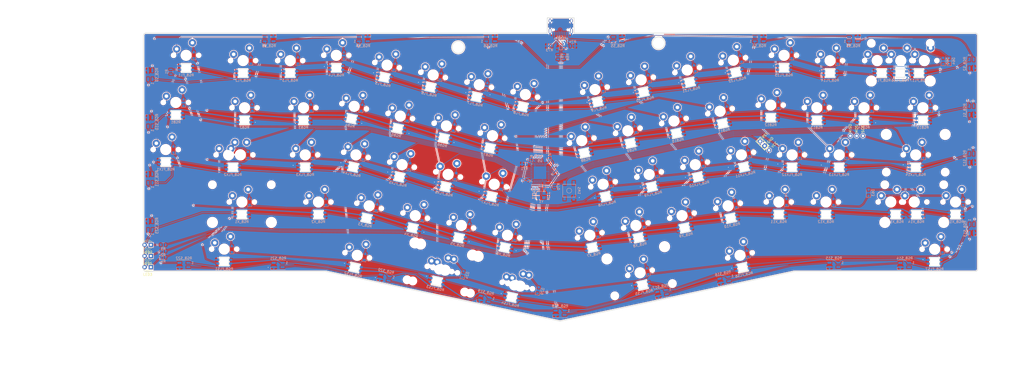
<source format=kicad_pcb>
(kicad_pcb (version 20171130) (host pcbnew "(5.1.5)-3")
  (layers (0 F.Cu signal) (31 B.Cu signal) (34 B.Paste user) (35 F.Paste user) (36 B.SilkS user) (37 F.SilkS user) (38 B.Mask user) (39 F.Mask user) (44 Edge.Cuts user))
  (net 0 "")
  (net 1 +5V)
  (net 2 GND)
  (net 3 "Net-(C6-Pad1)")
  (net 4 "Net-(C7-Pad1)")
  (net 5 "Net-(C8-Pad1)")
  (net 6 D-)
  (net 7 "Net-(R67-Pad2)")
  (net 8 D+)
  (net 9 "Net-(R68-Pad2)")
  (net 10 "Net-(R70-Pad2)")
  (net 11 "Net-(R71-Pad2)")
  (net 12 "Net-(R73-Pad2)")
  (net 13 "Net-(R74-Pad2)")
  (net 14 Row2)
  (net 15 "Net-(D1-Pad2)")
  (net 16 Row0)
  (net 17 "Net-(D2-Pad2)")
  (net 18 Row1)
  (net 19 "Net-(D3-Pad2)")
  (net 20 Row3)
  (net 21 "Net-(D4-Pad2)")
  (net 22 "Net-(D5-Pad2)")
  (net 23 "Net-(D6-Pad2)")
  (net 24 "Net-(D7-Pad2)")
  (net 25 "Net-(D8-Pad2)")
  (net 26 Row4)
  (net 27 "Net-(D9-Pad2)")
  (net 28 "Net-(D10-Pad2)")
  (net 29 "Net-(D11-Pad2)")
  (net 30 "Net-(D12-Pad2)")
  (net 31 "Net-(D13-Pad2)")
  (net 32 "Net-(D15-Pad2)")
  (net 33 "Net-(D16-Pad2)")
  (net 34 "Net-(D17-Pad2)")
  (net 35 "Net-(D18-Pad2)")
  (net 36 "Net-(D19-Pad2)")
  (net 37 "Net-(D20-Pad2)")
  (net 38 "Net-(D21-Pad2)")
  (net 39 "Net-(D22-Pad2)")
  (net 40 "Net-(D23-Pad2)")
  (net 41 "Net-(D24-Pad2)")
  (net 42 "Net-(D25-Pad2)")
  (net 43 "Net-(D26-Pad2)")
  (net 44 "Net-(D27-Pad2)")
  (net 45 "Net-(D28-Pad2)")
  (net 46 "Net-(D29-Pad2)")
  (net 47 "Net-(D30-Pad2)")
  (net 48 "Net-(D31-Pad2)")
  (net 49 "Net-(D32-Pad2)")
  (net 50 "Net-(D33-Pad2)")
  (net 51 "Net-(D34-Pad2)")
  (net 52 "Net-(D35-Pad2)")
  (net 53 "Net-(D36-Pad2)")
  (net 54 "Net-(D37-Pad2)")
  (net 55 "Net-(D38-Pad2)")
  (net 56 "Net-(D39-Pad2)")
  (net 57 "Net-(D40-Pad2)")
  (net 58 "Net-(D41-Pad2)")
  (net 59 "Net-(D42-Pad2)")
  (net 60 "Net-(D43-Pad2)")
  (net 61 "Net-(D44-Pad2)")
  (net 62 "Net-(D45-Pad2)")
  (net 63 "Net-(D46-Pad2)")
  (net 64 "Net-(D47-Pad2)")
  (net 65 "Net-(D48-Pad2)")
  (net 66 "Net-(D49-Pad2)")
  (net 67 "Net-(D50-Pad2)")
  (net 68 "Net-(D51-Pad2)")
  (net 69 "Net-(D52-Pad2)")
  (net 70 "Net-(D53-Pad2)")
  (net 71 "Net-(D54-Pad2)")
  (net 72 "Net-(D55-Pad2)")
  (net 73 "Net-(D56-Pad2)")
  (net 74 "Net-(D57-Pad2)")
  (net 75 "Net-(D58-Pad2)")
  (net 76 "Net-(D59-Pad2)")
  (net 77 "Net-(D60-Pad2)")
  (net 78 "Net-(D61-Pad2)")
  (net 79 "Net-(D63-Pad2)")
  (net 80 "Net-(D64-Pad2)")
  (net 81 "Net-(D65-Pad2)")
  (net 82 "Net-(D66-Pad2)")
  (net 83 "Net-(D67-Pad2)")
  (net 84 "Net-(D68-Pad2)")
  (net 85 Col10)
  (net 86 Col11)
  (net 87 Col1)
  (net 88 Col2)
  (net 89 Col5)
  (net 90 Col7)
  (net 91 Col8)
  (net 92 Col9)
  (net 93 Col12)
  (net 94 Col13)
  (net 95 Col0)
  (net 96 Col6)
  (net 97 "Net-(RGB1-Pad4)")
  (net 98 "Net-(RGB10-Pad4)")
  (net 99 "Net-(RGB10-Pad2)")
  (net 100 "Net-(RGB2-Pad4)")
  (net 101 "Net-(RGB3-Pad4)")
  (net 102 "Net-(RGB4-Pad4)")
  (net 103 "Net-(RGB5-Pad4)")
  (net 104 "Net-(RGB6-Pad4)")
  (net 105 "Net-(RGB7-Pad4)")
  (net 106 "Net-(RGB8-Pad4)")
  (net 107 "Net-(RGB11-Pad4)")
  (net 108 "Net-(RGB12-Pad4)")
  (net 109 "Net-(RGB13-Pad4)")
  (net 110 "Net-(RGB14-Pad4)")
  (net 111 "Net-(RGB15-Pad4)")
  (net 112 "Net-(RGB_FL1-Pad2)")
  (net 113 "Net-(RGB_FL2-Pad2)")
  (net 114 "Net-(RGB_FL3-Pad2)")
  (net 115 "Net-(RGB_FL4-Pad2)")
  (net 116 "Net-(RGB_FL5-Pad2)")
  (net 117 "Net-(RGB_FL6-Pad2)")
  (net 118 "Net-(RGB_FL7-Pad2)")
  (net 119 "Net-(RGB_FL8-Pad2)")
  (net 120 "Net-(RGB_FL10-Pad4)")
  (net 121 "Net-(RGB_FL10-Pad2)")
  (net 122 "Net-(RGB_FL11-Pad2)")
  (net 123 "Net-(RGB_FL12-Pad2)")
  (net 124 "Net-(RGB_FL13-Pad2)")
  (net 125 "Net-(RGB_FL14-Pad2)")
  (net 126 "Net-(RGB_FL15-Pad2)")
  (net 127 "Net-(RGB_FL16-Pad2)")
  (net 128 "Net-(RGB_FLS1-Pad2)")
  (net 129 "Net-(RGB_FLS1-Pad4)")
  (net 130 "Net-(RGB_FLS2-Pad2)")
  (net 131 "Net-(RGB_FLS3-Pad2)")
  (net 132 "Net-(RGB_FLS4-Pad2)")
  (net 133 "Net-(RGB_FLS5-Pad2)")
  (net 134 "Net-(RGB_FLS6-Pad2)")
  (net 135 "Net-(RGB_FLS7-Pad2)")
  (net 136 "Net-(RGB_FLX1-Pad2)")
  (net 137 "Net-(RGB_FLX2-Pad2)")
  (net 138 "Net-(RGB_FLX3-Pad2)")
  (net 139 "Net-(RGB_FLX4-Pad2)")
  (net 140 "Net-(RGB_FLX5-Pad2)")
  (net 141 "Net-(RGB_FLX6-Pad2)")
  (net 142 "Net-(RGB_FLX7-Pad2)")
  (net 143 "Net-(RGB_FLX8-Pad2)")
  (net 144 "Net-(RGB_FLX10-Pad4)")
  (net 145 "Net-(RGB_FLX10-Pad2)")
  (net 146 "Net-(RGB_FLX11-Pad2)")
  (net 147 "Net-(RGB_FLX12-Pad2)")
  (net 148 "Net-(RGB_FLX13-Pad2)")
  (net 149 "Net-(RGB_FLX14-Pad2)")
  (net 150 "Net-(RGB_S1-Pad2)")
  (net 151 "Net-(RGB_S2-Pad2)")
  (net 152 "Net-(RGB_S3-Pad2)")
  (net 153 "Net-(RGB_S4-Pad2)")
  (net 154 "Net-(RGB_S5-Pad2)")
  (net 155 "Net-(RGB_S6-Pad2)")
  (net 156 "Net-(RGB_S7-Pad2)")
  (net 157 "Net-(RGB_S8-Pad2)")
  (net 158 "Net-(RGB_S10-Pad4)")
  (net 159 "Net-(RGB_S10-Pad2)")
  (net 160 "Net-(RGB_X1-Pad4)")
  (net 161 "Net-(RGB_X2-Pad4)")
  (net 162 "Net-(RGB_X3-Pad4)")
  (net 163 "Net-(RGB_X4-Pad4)")
  (net 164 "Net-(RGB_X5-Pad4)")
  (net 165 "Net-(RGB_X6-Pad4)")
  (net 166 "Net-(RGB_X7-Pad4)")
  (net 167 "Net-(RGB_X8-Pad4)")
  (net 168 "Net-(RGB_X10-Pad2)")
  (net 169 "Net-(RGB_X10-Pad4)")
  (net 170 "Net-(RGB_X11-Pad4)")
  (net 171 "Net-(RGB_X12-Pad4)")
  (net 172 "Net-(RGB_X13-Pad4)")
  (net 173 "Net-(RGB_X14-Pad4)")
  (net 174 "Net-(RGB1-Pad2)")
  (net 175 "Net-(RGB_S11-Pad2)")
  (net 176 "Net-(RGB_S12-Pad4)")
  (net 177 "Net-(RGB_S14-Pad4)")
  (net 178 "Net-(RGB_S15-Pad4)")
  (net 179 "Net-(RGB_S16-Pad4)")
  (net 180 "Net-(RGB_S17-Pad4)")
  (net 181 "Net-(RGB_S18-Pad4)")
  (net 182 "Net-(RGB_S19-Pad4)")
  (net 183 "Net-(RGB_S20-Pad4)")
  (net 184 "Net-(RGB_S21-Pad4)")
  (net 185 "Net-(RGB_S22-Pad4)")
  (net 186 "Net-(RGB_S1-Pad4)")
  (net 187 Col3)
  (net 188 Col4)
  (net 189 "Net-(U1-Pad1)")
  (net 190 "Net-(U1-Pad42)")
  (net 191 Col14)
  (net 192 "Net-(R1-Pad1)")
  (net 193 "Net-(LED1-Pad1)")
  (net 194 "Net-(LED2-Pad1)")
  (net 195 "Net-(LED3-Pad1)")
  (net 196 CapLk)
  (net 197 NumLk)
  (net 198 ScLk)
  (net 199 RGBLED)
  (module random-keyboard-parts:RGB-6028_FLIPPED (layer B.Cu) (at 197.44242 191.463136 168)
    (fp_text reference RGB_FLS4 (at 0 -8 168) (layer B.SilkS) (effects (justify mirror)))
    (fp_text value WS2812B)
    (fp_line (start 1.9 -3.38) (end -1.9 -3.38) (layer Edge.Cuts) (width 0.15))
    (fp_line (start 1.9 -3.38) (end 1.9 -6.78) (layer Edge.Cuts) (width 0.15))
    (fp_line (start 1.9 -6.78) (end -1.9 -6.78) (layer Edge.Cuts) (width 0.15))
    (fp_line (start -1.9 -3.38) (end -1.9 -6.78) (layer Edge.Cuts) (width 0.15))
    (pad 3 smd rect (at 2.595 -4.33 168) (size 1.19 0.9) (layers B.Cu B.Paste B.Mask) (net 2 GND))
    (pad 1 smd rect (at -2.595 -5.83 168) (size 1.19 0.9) (layers B.Cu B.Paste B.Mask) (net 1 +5V))
    (pad 2 smd rect (at -2.595 -4.33 168) (size 1.19 0.9) (layers B.Cu B.Paste B.Mask) (net 132 "Net-(RGB_FLS4-Pad2)"))
    (pad 4 smd rect (at 2.595 -5.83 168) (size 1.19 0.9) (layers B.Cu B.Paste B.Mask) (net 131 "Net-(RGB_FLS3-Pad2)"))
  )
  (module Package_DFN_QFN:QFN-44-1EP_7x7mm_P0.5mm_EP5.2x5.2mm (layer B.Cu) (at 207.79026 146.11452 180)
    (fp_text reference U5 (at 0 4.82) (layer B.SilkS) (effects (justify mirror)))
    (fp_text value ATmega32U4-MU)
    (pad 44 smd roundrect (at -2.5 3.3375 180) (size 0.25 1.075) (layers B.Cu B.Paste B.Mask) (net 1 +5V))
    (pad 43 smd roundrect (at -2 3.3375 180) (size 0.25 1.075) (layers B.Cu B.Paste B.Mask) (net 2 GND))
    (pad 42 smd roundrect (at -1.5 3.3375 180) (size 0.25 1.075) (layers B.Cu B.Paste B.Mask) (net 190 "Net-(U1-Pad42)"))
    (pad 41 smd roundrect (at -1 3.3375 180) (size 0.25 1.075) (layers B.Cu B.Paste B.Mask) (net 96 Col6))
    (pad 40 smd roundrect (at -0.5 3.3375 180) (size 0.25 1.075) (layers B.Cu B.Paste B.Mask) (net 90 Col7))
    (pad 39 smd roundrect (at 0 3.3375 180) (size 0.25 1.075) (layers B.Cu B.Paste B.Mask) (net 91 Col8))
    (pad 38 smd roundrect (at 0.5 3.3375 180) (size 0.25 1.075) (layers B.Cu B.Paste B.Mask) (net 92 Col9))
    (pad 37 smd roundrect (at 1 3.3375 180) (size 0.25 1.075) (layers B.Cu B.Paste B.Mask) (net 16 Row0))
    (pad 36 smd roundrect (at 1.5 3.3375 180) (size 0.25 1.075) (layers B.Cu B.Paste B.Mask) (net 18 Row1))
    (pad 35 smd roundrect (at 2 3.3375 180) (size 0.25 1.075) (layers B.Cu B.Paste B.Mask) (net 2 GND))
    (pad 34 smd roundrect (at 2.5 3.3375 180) (size 0.25 1.075) (layers B.Cu B.Paste B.Mask) (net 1 +5V))
    (pad 33 smd roundrect (at 3.3375 2.5 180) (size 1.075 0.25) (layers B.Cu B.Paste B.Mask) (net 11 "Net-(R71-Pad2)"))
    (pad 32 smd roundrect (at 3.3375 2 180) (size 1.075 0.25) (layers B.Cu B.Paste B.Mask) (net 199 RGBLED))
    (pad 31 smd roundrect (at 3.3375 1.5 180) (size 1.075 0.25) (layers B.Cu B.Paste B.Mask) (net 95 Col0))
    (pad 30 smd roundrect (at 3.3375 1 180) (size 1.075 0.25) (layers B.Cu B.Paste B.Mask) (net 87 Col1))
    (pad 29 smd roundrect (at 3.3375 0.5 180) (size 1.075 0.25) (layers B.Cu B.Paste B.Mask) (net 88 Col2))
    (pad 28 smd roundrect (at 3.3375 0 180) (size 1.075 0.25) (layers B.Cu B.Paste B.Mask) (net 187 Col3))
    (pad 27 smd roundrect (at 3.3375 -0.5 180) (size 1.075 0.25) (layers B.Cu B.Paste B.Mask) (net 188 Col4))
    (pad 26 smd roundrect (at 3.3375 -1 180) (size 1.075 0.25) (layers B.Cu B.Paste B.Mask) (net 89 Col5))
    (pad 25 smd roundrect (at 3.3375 -1.5 180) (size 1.075 0.25) (layers B.Cu B.Paste B.Mask) (net 14 Row2))
    (pad 24 smd roundrect (at 3.3375 -2 180) (size 1.075 0.25) (layers B.Cu B.Paste B.Mask) (net 1 +5V))
    (pad 23 smd roundrect (at 3.3375 -2.5 180) (size 1.075 0.25) (layers B.Cu B.Paste B.Mask) (net 2 GND))
    (pad 22 smd roundrect (at 2.5 -3.3375 180) (size 0.25 1.075) (layers B.Cu B.Paste B.Mask) (net 197 NumLk))
    (pad 21 smd roundrect (at 2 -3.3375 180) (size 0.25 1.075) (layers B.Cu B.Paste B.Mask) (net 196 CapLk))
    (pad 20 smd roundrect (at 1.5 -3.3375 180) (size 0.25 1.075) (layers B.Cu B.Paste B.Mask) (net 198 ScLk))
    (pad 19 smd roundrect (at 1 -3.3375 180) (size 0.25 1.075) (layers B.Cu B.Paste B.Mask) (net 20 Row3))
    (pad 18 smd roundrect (at 0.5 -3.3375 180) (size 0.25 1.075) (layers B.Cu B.Paste B.Mask) (net 26 Row4))
    (pad 17 smd roundrect (at 0 -3.3375 180) (size 0.25 1.075) (layers B.Cu B.Paste B.Mask) (net 4 "Net-(C7-Pad1)"))
    (pad 16 smd roundrect (at -0.5 -3.3375 180) (size 0.25 1.075) (layers B.Cu B.Paste B.Mask) (net 5 "Net-(C8-Pad1)"))
    (pad 15 smd roundrect (at -1 -3.3375 180) (size 0.25 1.075) (layers B.Cu B.Paste B.Mask) (net 2 GND))
    (pad 14 smd roundrect (at -1.5 -3.3375 180) (size 0.25 1.075) (layers B.Cu B.Paste B.Mask) (net 1 +5V))
    (pad 13 smd roundrect (at -2 -3.3375 180) (size 0.25 1.075) (layers B.Cu B.Paste B.Mask) (net 10 "Net-(R70-Pad2)"))
    (pad 12 smd roundrect (at -2.5 -3.3375 180) (size 0.25 1.075) (layers B.Cu B.Paste B.Mask) (net 85 Col10))
    (pad 11 smd roundrect (at -3.3375 -2.5 180) (size 1.075 0.25) (layers B.Cu B.Paste B.Mask) (net 86 Col11))
    (pad 10 smd roundrect (at -3.3375 -2 180) (size 1.075 0.25) (layers B.Cu B.Paste B.Mask) (net 93 Col12))
    (pad 9 smd roundrect (at -3.3375 -1.5 180) (size 1.075 0.25) (layers B.Cu B.Paste B.Mask) (net 94 Col13))
    (pad 8 smd roundrect (at -3.3375 -1 180) (size 1.075 0.25) (layers B.Cu B.Paste B.Mask) (net 191 Col14))
    (pad 7 smd roundrect (at -3.3375 -0.5 180) (size 1.075 0.25) (layers B.Cu B.Paste B.Mask) (net 1 +5V))
    (pad 6 smd roundrect (at -3.3375 0 180) (size 1.075 0.25) (layers B.Cu B.Paste B.Mask) (net 3 "Net-(C6-Pad1)"))
    (pad 5 smd roundrect (at -3.3375 0.5 180) (size 1.075 0.25) (layers B.Cu B.Paste B.Mask) (net 2 GND))
    (pad 4 smd roundrect (at -3.3375 1 180) (size 1.075 0.25) (layers B.Cu B.Paste B.Mask) (net 8 D+))
    (pad 3 smd roundrect (at -3.3375 1.5 180) (size 1.075 0.25) (layers B.Cu B.Paste B.Mask) (net 6 D-))
    (pad 2 smd roundrect (at -3.3375 2 180) (size 1.075 0.25) (layers B.Cu B.Paste B.Mask) (net 1 +5V))
    (pad 1 smd roundrect (at -3.3375 2.5 180) (size 1.075 0.25) (layers B.Cu B.Paste B.Mask) (net 189 "Net-(U1-Pad1)"))
    (pad 45 smd roundrect (at 0 0 180) (size 5.2 5.2) (layers B.Cu B.Mask) (roundrect_rratio 0.048077) (net 2 GND))
  )
  (module MX_Only_v2:MXOnly-1U-NoLED (layer F.Cu) (at 106.8074 100.7952)
    (fp_text reference K_1)
    (fp_text value 1U)
    (pad 2 thru_hole circle (at 2.54 -5.08) (size 3 3) (drill 1.47) (layers *.Cu *.Mask) (net 22 "Net-(D5-Pad2)"))
    (pad "" np_thru_hole circle (at 0 0) (size 3.9878 3.9878) (drill 3.9878) (layers *.Cu *.Mask))
    (pad 1 thru_hole circle (at -3.81 -2.54) (size 3 3) (drill 1.47) (layers *.Cu *.Mask) (net 87 Col1))
    (pad "" np_thru_hole circle (at -5.08 0 48.0996) (size 1.75 1.75) (drill 1.75) (layers *.Cu *.Mask))
    (pad "" np_thru_hole circle (at 5.08 0 48.0996) (size 1.75 1.75) (drill 1.75) (layers *.Cu *.Mask))
  )
  (module random-keyboard-parts:SKQG-1155865 (layer B.Cu) (at 219.57 153.36 270)
    (fp_text reference SW1 (at 0 -4.064 90) (layer B.SilkS) (effects (justify mirror)))
    (fp_text value 5.2x5.2mm)
    (pad 1 smd rect (at 3.1 -1.85 270) (size 1.8 1.1) (layers B.Cu B.Paste B.Mask) (net 2 GND))
    (pad 2 smd rect (at -3.1 1.85 270) (size 1.8 1.1) (layers B.Cu B.Paste B.Mask) (net 10 "Net-(R70-Pad2)"))
    (pad 3 smd rect (at 3.1 1.85 270) (size 1.8 1.1) (layers B.Cu B.Paste B.Mask))
    (pad 4 smd rect (at -3.1 -1.85 270) (size 1.8 1.1) (layers B.Cu B.Paste B.Mask))
  )
  (module LED_THT:LED_D3.0mm (layer F.Cu) (at 50.5074 184.275201 180)
    (fp_text reference LED3 (at 1.27 -2.96) (layer F.SilkS))
    (fp_text value LED)
    (pad 2 thru_hole circle (at 2.54 0 180) (size 1.8 1.8) (drill 0.9) (layers *.Cu *.Mask) (net 1 +5V))
    (pad 1 thru_hole rect (at 0 0 180) (size 1.8 1.8) (drill 0.9) (layers *.Cu *.Mask) (net 195 "Net-(LED3-Pad1)"))
  )
  (module LED_THT:LED_D3.0mm (layer F.Cu) (at 50.5074 175.275201 180)
    (fp_text reference LED2 (at 1.27 -2.96) (layer F.SilkS))
    (fp_text value LED)
    (pad 2 thru_hole circle (at 2.54 0 180) (size 1.8 1.8) (drill 0.9) (layers *.Cu *.Mask) (net 1 +5V))
    (pad 1 thru_hole rect (at 0 0 180) (size 1.8 1.8) (drill 0.9) (layers *.Cu *.Mask) (net 194 "Net-(LED2-Pad1)"))
  )
  (module LED_THT:LED_D3.0mm (layer F.Cu) (at 50.5074 179.775201 180)
    (fp_text reference LED1 (at 1.27 -2.96) (layer F.SilkS))
    (fp_text value LED)
    (pad 2 thru_hole circle (at 2.54 0 180) (size 1.8 1.8) (drill 0.9) (layers *.Cu *.Mask) (net 1 +5V))
    (pad 1 thru_hole rect (at 0 0 180) (size 1.8 1.8) (drill 0.9) (layers *.Cu *.Mask) (net 193 "Net-(LED1-Pad1)"))
  )
  (module MX_Only_v2:MXOnly-2.25U-ReversedStabilizers-NoLED (layer F.Cu) (at 359.6674 138.895201)
    (fp_text reference K_Enter1)
    (fp_text value 2.25U)
    (pad "" np_thru_hole circle (at 11.90625 -8.255) (size 3.9878 3.9878) (drill 3.9878) (layers *.Cu *.Mask))
    (pad "" np_thru_hole circle (at -11.90625 -8.255) (size 3.9878 3.9878) (drill 3.9878) (layers *.Cu *.Mask))
    (pad "" np_thru_hole circle (at 11.90625 6.985) (size 3.048 3.048) (drill 3.048) (layers *.Cu *.Mask))
    (pad "" np_thru_hole circle (at -11.90625 6.985) (size 3.048 3.048) (drill 3.048) (layers *.Cu *.Mask))
    (pad "" np_thru_hole circle (at 5.08 0 48.0996) (size 1.75 1.75) (drill 1.75) (layers *.Cu *.Mask))
    (pad "" np_thru_hole circle (at -5.08 0 48.0996) (size 1.75 1.75) (drill 1.75) (layers *.Cu *.Mask))
    (pad 1 thru_hole circle (at -3.81 -2.54) (size 3 3) (drill 1.47) (layers *.Cu *.Mask) (net 94 Col13))
    (pad "" np_thru_hole circle (at 0 0) (size 3.9878 3.9878) (drill 3.9878) (layers *.Cu *.Mask))
    (pad 2 thru_hole circle (at 2.54 -5.08) (size 3 3) (drill 1.47) (layers *.Cu *.Mask) (net 82 "Net-(D66-Pad2)"))
  )
  (module MX_Only_v2:MXOnly-1.5U-NoLED (layer F.Cu) (at 367.303 177.0432)
    (fp_text reference MX5)
    (fp_text value 1.5U)
    (pad 2 thru_hole circle (at 2.54 -5.08) (size 3 3) (drill 1.47) (layers *.Cu *.Mask) (net 84 "Net-(D68-Pad2)"))
    (pad "" np_thru_hole circle (at 0 0) (size 3.9878 3.9878) (drill 3.9878) (layers *.Cu *.Mask))
    (pad 1 thru_hole circle (at -3.81 -2.54) (size 3 3) (drill 1.47) (layers *.Cu *.Mask) (net 191 Col14))
    (pad "" np_thru_hole circle (at -5.08 0 48.0996) (size 1.75 1.75) (drill 1.75) (layers *.Cu *.Mask))
    (pad "" np_thru_hole circle (at 5.08 0 48.0996) (size 1.75 1.75) (drill 1.75) (layers *.Cu *.Mask))
  )
  (module LED_SMD:LED_SK6812MINI_PLCC4_3.5x3.5mm_P1.75mm (layer B.Cu) (at 50.23534 167.48798 90)
    (fp_text reference RGB_S23 (at 0 2.75 90) (layer B.SilkS) (effects (justify mirror)))
    (fp_text value WS2812B_S)
    (fp_text user 1 (at -3.5 0.875 90) (layer B.SilkS) (effects (justify mirror)))
    (pad 1 smd rect (at -1.75 0.875 90) (size 1.6 0.85) (layers B.Cu B.Paste B.Mask) (net 1 +5V))
    (pad 2 smd rect (at -1.75 -0.875 90) (size 1.6 0.85) (layers B.Cu B.Paste B.Mask) (net 185 "Net-(RGB_S22-Pad4)"))
    (pad 4 smd rect (at 1.75 0.875 90) (size 1.6 0.85) (layers B.Cu B.Paste B.Mask) (net 175 "Net-(RGB_S11-Pad2)"))
    (pad 3 smd rect (at 1.75 -0.875 90) (size 1.6 0.85) (layers B.Cu B.Paste B.Mask) (net 2 GND))
  )
  (module LED_SMD:LED_SK6812MINI_PLCC4_3.5x3.5mm_P1.75mm (layer B.Cu) (at 63.83882 183.41772 180)
    (fp_text reference RGB_S22 (at 0 2.75) (layer B.SilkS) (effects (justify mirror)))
    (fp_text value WS2812B_S)
    (fp_text user 1 (at -3.5 0.875) (layer B.SilkS) (effects (justify mirror)))
    (pad 1 smd rect (at -1.75 0.875 180) (size 1.6 0.85) (layers B.Cu B.Paste B.Mask) (net 1 +5V))
    (pad 2 smd rect (at -1.75 -0.875 180) (size 1.6 0.85) (layers B.Cu B.Paste B.Mask) (net 184 "Net-(RGB_S21-Pad4)"))
    (pad 4 smd rect (at 1.75 0.875 180) (size 1.6 0.85) (layers B.Cu B.Paste B.Mask) (net 185 "Net-(RGB_S22-Pad4)"))
    (pad 3 smd rect (at 1.75 -0.875 180) (size 1.6 0.85) (layers B.Cu B.Paste B.Mask) (net 2 GND))
  )
  (module LED_SMD:LED_SK6812MINI_PLCC4_3.5x3.5mm_P1.75mm (layer B.Cu) (at 101.93882 183.41772 180)
    (fp_text reference RGB_S21 (at 0 2.75) (layer B.SilkS) (effects (justify mirror)))
    (fp_text value WS2812B_S)
    (fp_text user 1 (at -3.5 0.875) (layer B.SilkS) (effects (justify mirror)))
    (pad 1 smd rect (at -1.75 0.875 180) (size 1.6 0.85) (layers B.Cu B.Paste B.Mask) (net 1 +5V))
    (pad 2 smd rect (at -1.75 -0.875 180) (size 1.6 0.85) (layers B.Cu B.Paste B.Mask) (net 183 "Net-(RGB_S20-Pad4)"))
    (pad 4 smd rect (at 1.75 0.875 180) (size 1.6 0.85) (layers B.Cu B.Paste B.Mask) (net 184 "Net-(RGB_S21-Pad4)"))
    (pad 3 smd rect (at 1.75 -0.875 180) (size 1.6 0.85) (layers B.Cu B.Paste B.Mask) (net 2 GND))
  )
  (module LED_SMD:LED_SK6812MINI_PLCC4_3.5x3.5mm_P1.75mm (layer B.Cu) (at 145.020164 188.530275 168)
    (fp_text reference RGB_S20 (at 0 2.75 168) (layer B.SilkS) (effects (justify mirror)))
    (fp_text value WS2812B_S)
    (fp_text user 1 (at -3.5 0.875 168) (layer B.SilkS) (effects (justify mirror)))
    (pad 1 smd rect (at -1.75 0.875 168) (size 1.6 0.85) (layers B.Cu B.Paste B.Mask) (net 1 +5V))
    (pad 2 smd rect (at -1.75 -0.875 168) (size 1.6 0.85) (layers B.Cu B.Paste B.Mask) (net 182 "Net-(RGB_S19-Pad4)"))
    (pad 4 smd rect (at 1.75 0.875 168) (size 1.6 0.85) (layers B.Cu B.Paste B.Mask) (net 183 "Net-(RGB_S20-Pad4)"))
    (pad 3 smd rect (at 1.75 -0.875 168) (size 1.6 0.85) (layers B.Cu B.Paste B.Mask) (net 2 GND))
  )
  (module LED_SMD:LED_SK6812MINI_PLCC4_3.5x3.5mm_P1.75mm (layer B.Cu) (at 185.4 197.075 168)
    (fp_text reference RGB_S19 (at 0 2.75 168) (layer B.SilkS) (effects (justify mirror)))
    (fp_text value WS2812B_S)
    (fp_text user 1 (at -3.5 0.875 168) (layer B.SilkS) (effects (justify mirror)))
    (pad 1 smd rect (at -1.75 0.875 168) (size 1.6 0.85) (layers B.Cu B.Paste B.Mask) (net 1 +5V))
    (pad 2 smd rect (at -1.75 -0.875 168) (size 1.6 0.85) (layers B.Cu B.Paste B.Mask) (net 181 "Net-(RGB_S18-Pad4)"))
    (pad 4 smd rect (at 1.75 0.875 168) (size 1.6 0.85) (layers B.Cu B.Paste B.Mask) (net 182 "Net-(RGB_S19-Pad4)"))
    (pad 3 smd rect (at 1.75 -0.875 168) (size 1.6 0.85) (layers B.Cu B.Paste B.Mask) (net 2 GND))
  )
  (module LED_SMD:LED_SK6812MINI_PLCC4_3.5x3.5mm_P1.75mm (layer B.Cu) (at 215.925 202.7 180)
    (fp_text reference RGB_S18 (at 0 2.75) (layer B.SilkS) (effects (justify mirror)))
    (fp_text value WS2812B_S)
    (fp_text user 1 (at -3.5 0.875) (layer B.SilkS) (effects (justify mirror)))
    (pad 1 smd rect (at -1.75 0.875 180) (size 1.6 0.85) (layers B.Cu B.Paste B.Mask) (net 1 +5V))
    (pad 2 smd rect (at -1.75 -0.875 180) (size 1.6 0.85) (layers B.Cu B.Paste B.Mask) (net 180 "Net-(RGB_S17-Pad4)"))
    (pad 4 smd rect (at 1.75 0.875 180) (size 1.6 0.85) (layers B.Cu B.Paste B.Mask) (net 181 "Net-(RGB_S18-Pad4)"))
    (pad 3 smd rect (at 1.75 -0.875 180) (size 1.6 0.85) (layers B.Cu B.Paste B.Mask) (net 2 GND))
  )
  (module LED_SMD:LED_SK6812MINI_PLCC4_3.5x3.5mm_P1.75mm (layer B.Cu) (at 257.125 194.75 192)
    (fp_text reference RGB_S17 (at 0 2.75 12) (layer B.SilkS) (effects (justify mirror)))
    (fp_text value WS2812B_S)
    (fp_text user 1 (at -3.5 0.875 12) (layer B.SilkS) (effects (justify mirror)))
    (pad 1 smd rect (at -1.75 0.875 192) (size 1.6 0.85) (layers B.Cu B.Paste B.Mask) (net 1 +5V))
    (pad 2 smd rect (at -1.75 -0.875 192) (size 1.6 0.85) (layers B.Cu B.Paste B.Mask) (net 179 "Net-(RGB_S16-Pad4)"))
    (pad 4 smd rect (at 1.75 0.875 192) (size 1.6 0.85) (layers B.Cu B.Paste B.Mask) (net 180 "Net-(RGB_S17-Pad4)"))
    (pad 3 smd rect (at 1.75 -0.875 192) (size 1.6 0.85) (layers B.Cu B.Paste B.Mask) (net 2 GND))
  )
  (module LED_SMD:LED_SK6812MINI_PLCC4_3.5x3.5mm_P1.75mm (layer B.Cu) (at 282.3 189.425 192)
    (fp_text reference RGB_S16 (at 0 2.75 12) (layer B.SilkS) (effects (justify mirror)))
    (fp_text value WS2812B_S)
    (fp_text user 1 (at -3.5 0.875 12) (layer B.SilkS) (effects (justify mirror)))
    (pad 1 smd rect (at -1.75 0.875 192) (size 1.6 0.85) (layers B.Cu B.Paste B.Mask) (net 1 +5V))
    (pad 2 smd rect (at -1.75 -0.875 192) (size 1.6 0.85) (layers B.Cu B.Paste B.Mask) (net 178 "Net-(RGB_S15-Pad4)"))
    (pad 4 smd rect (at 1.75 0.875 192) (size 1.6 0.85) (layers B.Cu B.Paste B.Mask) (net 179 "Net-(RGB_S16-Pad4)"))
    (pad 3 smd rect (at 1.75 -0.875 192) (size 1.6 0.85) (layers B.Cu B.Paste B.Mask) (net 2 GND))
  )
  (module LED_SMD:LED_SK6812MINI_PLCC4_3.5x3.5mm_P1.75mm (layer B.Cu) (at 326.575 183.375 180)
    (fp_text reference RGB_S15 (at 0 2.75) (layer B.SilkS) (effects (justify mirror)))
    (fp_text value WS2812B_S)
    (fp_text user 1 (at -3.5 0.875) (layer B.SilkS) (effects (justify mirror)))
    (pad 1 smd rect (at -1.75 0.875 180) (size 1.6 0.85) (layers B.Cu B.Paste B.Mask) (net 1 +5V))
    (pad 2 smd rect (at -1.75 -0.875 180) (size 1.6 0.85) (layers B.Cu B.Paste B.Mask) (net 177 "Net-(RGB_S14-Pad4)"))
    (pad 4 smd rect (at 1.75 0.875 180) (size 1.6 0.85) (layers B.Cu B.Paste B.Mask) (net 178 "Net-(RGB_S15-Pad4)"))
    (pad 3 smd rect (at 1.75 -0.875 180) (size 1.6 0.85) (layers B.Cu B.Paste B.Mask) (net 2 GND))
  )
  (module LED_SMD:LED_SK6812MINI_PLCC4_3.5x3.5mm_P1.75mm (layer B.Cu) (at 355.2 183.425 180)
    (fp_text reference RGB_S14 (at 0 2.75) (layer B.SilkS) (effects (justify mirror)))
    (fp_text value WS2812B_S)
    (fp_text user 1 (at -3.5 0.875) (layer B.SilkS) (effects (justify mirror)))
    (pad 3 smd rect (at 1.75 -0.875 180) (size 1.6 0.85) (layers B.Cu B.Paste B.Mask) (net 2 GND))
    (pad 4 smd rect (at 1.75 0.875 180) (size 1.6 0.85) (layers B.Cu B.Paste B.Mask) (net 177 "Net-(RGB_S14-Pad4)"))
    (pad 2 smd rect (at -1.75 -0.875 180) (size 1.6 0.85) (layers B.Cu B.Paste B.Mask))
    (pad 1 smd rect (at -1.75 0.875 180) (size 1.6 0.85) (layers B.Cu B.Paste B.Mask) (net 1 +5V))
  )
  (module LED_SMD:LED_SK6812MINI_PLCC4_3.5x3.5mm_P1.75mm (layer B.Cu) (at 382.3 168.725 270)
    (fp_text reference RGB_S13 (at 0 2.75 90) (layer B.SilkS) (effects (justify mirror)))
    (fp_text value WS2812B_S)
    (fp_text user 1 (at -3.5 0.875 90) (layer B.SilkS) (effects (justify mirror)))
    (pad 1 smd rect (at -1.75 0.875 270) (size 1.6 0.85) (layers B.Cu B.Paste B.Mask) (net 1 +5V))
    (pad 2 smd rect (at -1.75 -0.875 270) (size 1.6 0.85) (layers B.Cu B.Paste B.Mask) (net 176 "Net-(RGB_S12-Pad4)"))
    (pad 4 smd rect (at 1.75 0.875 270) (size 1.6 0.85) (layers B.Cu B.Paste B.Mask) (net 135 "Net-(RGB_FLS7-Pad2)"))
    (pad 3 smd rect (at 1.75 -0.875 270) (size 1.6 0.85) (layers B.Cu B.Paste B.Mask) (net 2 GND))
  )
  (module LED_SMD:LED_SK6812MINI_PLCC4_3.5x3.5mm_P1.75mm (layer B.Cu) (at 382.2 140.225 270)
    (fp_text reference RGB_S12 (at 0 2.75 90) (layer B.SilkS) (effects (justify mirror)))
    (fp_text value WS2812B_S)
    (fp_text user 1 (at -3.5 0.875 90) (layer B.SilkS) (effects (justify mirror)))
    (pad 1 smd rect (at -1.75 0.875 270) (size 1.6 0.85) (layers B.Cu B.Paste B.Mask) (net 1 +5V))
    (pad 2 smd rect (at -1.75 -0.875 270) (size 1.6 0.85) (layers B.Cu B.Paste B.Mask) (net 186 "Net-(RGB_S1-Pad4)"))
    (pad 4 smd rect (at 1.75 0.875 270) (size 1.6 0.85) (layers B.Cu B.Paste B.Mask) (net 176 "Net-(RGB_S12-Pad4)"))
    (pad 3 smd rect (at 1.75 -0.875 270) (size 1.6 0.85) (layers B.Cu B.Paste B.Mask) (net 2 GND))
  )
  (module LED_SMD:LED_SK6812MINI_PLCC4_3.5x3.5mm_P1.75mm (layer B.Cu) (at 50.23534 148.43798 90)
    (fp_text reference RGB_S11 (at 0 2.75 90) (layer B.SilkS) (effects (justify mirror)))
    (fp_text value WS2812B_S)
    (fp_text user 1 (at -3.5 0.875 90) (layer B.SilkS) (effects (justify mirror)))
    (pad 1 smd rect (at -1.75 0.875 90) (size 1.6 0.85) (layers B.Cu B.Paste B.Mask) (net 1 +5V))
    (pad 2 smd rect (at -1.75 -0.875 90) (size 1.6 0.85) (layers B.Cu B.Paste B.Mask) (net 175 "Net-(RGB_S11-Pad2)"))
    (pad 4 smd rect (at 1.75 0.875 90) (size 1.6 0.85) (layers B.Cu B.Paste B.Mask) (net 159 "Net-(RGB_S10-Pad2)"))
    (pad 3 smd rect (at 1.75 -0.875 90) (size 1.6 0.85) (layers B.Cu B.Paste B.Mask) (net 2 GND))
  )
  (module LED_SMD:LED_SK6812MINI_PLCC4_3.5x3.5mm_P1.75mm (layer B.Cu) (at 50.23534 125.57798 90)
    (fp_text reference RGB_S10 (at 0 2.75 90) (layer B.SilkS) (effects (justify mirror)))
    (fp_text value WS2812B_S)
    (fp_text user 1 (at -3.5 0.875 90) (layer B.SilkS) (effects (justify mirror)))
    (pad 1 smd rect (at -1.75 0.875 90) (size 1.6 0.85) (layers B.Cu B.Paste B.Mask) (net 1 +5V))
    (pad 2 smd rect (at -1.75 -0.875 90) (size 1.6 0.85) (layers B.Cu B.Paste B.Mask) (net 159 "Net-(RGB_S10-Pad2)"))
    (pad 4 smd rect (at 1.75 0.875 90) (size 1.6 0.85) (layers B.Cu B.Paste B.Mask) (net 158 "Net-(RGB_S10-Pad4)"))
    (pad 3 smd rect (at 1.75 -0.875 90) (size 1.6 0.85) (layers B.Cu B.Paste B.Mask) (net 2 GND))
  )
  (module LED_SMD:LED_SK6812MINI_PLCC4_3.5x3.5mm_P1.75mm (layer B.Cu) (at 50.23534 106.52798 90)
    (fp_text reference RGB_S9 (at 0 2.75 90) (layer B.SilkS) (effects (justify mirror)))
    (fp_text value WS2812B_S)
    (fp_text user 1 (at -3.5 0.875 90) (layer B.SilkS) (effects (justify mirror)))
    (pad 1 smd rect (at -1.75 0.875 90) (size 1.6 0.85) (layers B.Cu B.Paste B.Mask) (net 1 +5V))
    (pad 2 smd rect (at -1.75 -0.875 90) (size 1.6 0.85) (layers B.Cu B.Paste B.Mask) (net 158 "Net-(RGB_S10-Pad4)"))
    (pad 4 smd rect (at 1.75 0.875 90) (size 1.6 0.85) (layers B.Cu B.Paste B.Mask) (net 157 "Net-(RGB_S8-Pad2)"))
    (pad 3 smd rect (at 1.75 -0.875 90) (size 1.6 0.85) (layers B.Cu B.Paste B.Mask) (net 2 GND))
  )
  (module LED_SMD:LED_SK6812MINI_PLCC4_3.5x3.5mm_P1.75mm (layer B.Cu) (at 98.26344 92.1117)
    (fp_text reference RGB_S8 (at 0 2.75) (layer B.SilkS) (effects (justify mirror)))
    (fp_text value WS2812B_S)
    (fp_text user 1 (at -3.5 0.875) (layer B.SilkS) (effects (justify mirror)))
    (pad 1 smd rect (at -1.75 0.875) (size 1.6 0.85) (layers B.Cu B.Paste B.Mask) (net 1 +5V))
    (pad 2 smd rect (at -1.75 -0.875) (size 1.6 0.85) (layers B.Cu B.Paste B.Mask) (net 157 "Net-(RGB_S8-Pad2)"))
    (pad 4 smd rect (at 1.75 0.875) (size 1.6 0.85) (layers B.Cu B.Paste B.Mask) (net 156 "Net-(RGB_S7-Pad2)"))
    (pad 3 smd rect (at 1.75 -0.875) (size 1.6 0.85) (layers B.Cu B.Paste B.Mask) (net 2 GND))
  )
  (module LED_SMD:LED_SK6812MINI_PLCC4_3.5x3.5mm_P1.75mm (layer B.Cu) (at 136.36344 92.1117)
    (fp_text reference RGB_S7 (at 0 2.75) (layer B.SilkS) (effects (justify mirror)))
    (fp_text value WS2812B_S)
    (fp_text user 1 (at -3.5 0.875) (layer B.SilkS) (effects (justify mirror)))
    (pad 1 smd rect (at -1.75 0.875) (size 1.6 0.85) (layers B.Cu B.Paste B.Mask) (net 1 +5V))
    (pad 2 smd rect (at -1.75 -0.875) (size 1.6 0.85) (layers B.Cu B.Paste B.Mask) (net 156 "Net-(RGB_S7-Pad2)"))
    (pad 4 smd rect (at 1.75 0.875) (size 1.6 0.85) (layers B.Cu B.Paste B.Mask) (net 155 "Net-(RGB_S6-Pad2)"))
    (pad 3 smd rect (at 1.75 -0.875) (size 1.6 0.85) (layers B.Cu B.Paste B.Mask) (net 2 GND))
  )
  (module LED_SMD:LED_SK6812MINI_PLCC4_3.5x3.5mm_P1.75mm (layer B.Cu) (at 187.79844 92.1117)
    (fp_text reference RGB_S6 (at 0 2.75) (layer B.SilkS) (effects (justify mirror)))
    (fp_text value WS2812B_S)
    (fp_text user 1 (at -3.5 0.875) (layer B.SilkS) (effects (justify mirror)))
    (pad 1 smd rect (at -1.75 0.875) (size 1.6 0.85) (layers B.Cu B.Paste B.Mask) (net 1 +5V))
    (pad 2 smd rect (at -1.75 -0.875) (size 1.6 0.85) (layers B.Cu B.Paste B.Mask) (net 155 "Net-(RGB_S6-Pad2)"))
    (pad 4 smd rect (at 1.75 0.875) (size 1.6 0.85) (layers B.Cu B.Paste B.Mask) (net 154 "Net-(RGB_S5-Pad2)"))
    (pad 3 smd rect (at 1.75 -0.875) (size 1.6 0.85) (layers B.Cu B.Paste B.Mask) (net 2 GND))
  )
  (module LED_SMD:LED_SK6812MINI_PLCC4_3.5x3.5mm_P1.75mm (layer B.Cu) (at 239.23344 92.1117)
    (fp_text reference RGB_S5 (at 0 2.75) (layer B.SilkS) (effects (justify mirror)))
    (fp_text value WS2812B_S)
    (fp_text user 1 (at -3.5 0.875) (layer B.SilkS) (effects (justify mirror)))
    (pad 1 smd rect (at -1.75 0.875) (size 1.6 0.85) (layers B.Cu B.Paste B.Mask) (net 1 +5V))
    (pad 2 smd rect (at -1.75 -0.875) (size 1.6 0.85) (layers B.Cu B.Paste B.Mask) (net 154 "Net-(RGB_S5-Pad2)"))
    (pad 4 smd rect (at 1.75 0.875) (size 1.6 0.85) (layers B.Cu B.Paste B.Mask) (net 153 "Net-(RGB_S4-Pad2)"))
    (pad 3 smd rect (at 1.75 -0.875) (size 1.6 0.85) (layers B.Cu B.Paste B.Mask) (net 2 GND))
  )
  (module LED_SMD:LED_SK6812MINI_PLCC4_3.5x3.5mm_P1.75mm (layer B.Cu) (at 296.38344 92.1117)
    (fp_text reference RGB_S4 (at 0 2.75) (layer B.SilkS) (effects (justify mirror)))
    (fp_text value WS2812B_S)
    (fp_text user 1 (at -3.5 0.875) (layer B.SilkS) (effects (justify mirror)))
    (pad 1 smd rect (at -1.75 0.875) (size 1.6 0.85) (layers B.Cu B.Paste B.Mask) (net 1 +5V))
    (pad 2 smd rect (at -1.75 -0.875) (size 1.6 0.85) (layers B.Cu B.Paste B.Mask) (net 153 "Net-(RGB_S4-Pad2)"))
    (pad 4 smd rect (at 1.75 0.875) (size 1.6 0.85) (layers B.Cu B.Paste B.Mask) (net 152 "Net-(RGB_S3-Pad2)"))
    (pad 3 smd rect (at 1.75 -0.875) (size 1.6 0.85) (layers B.Cu B.Paste B.Mask) (net 2 GND))
  )
  (module LED_SMD:LED_SK6812MINI_PLCC4_3.5x3.5mm_P1.75mm (layer B.Cu) (at 334.48344 92.1117)
    (fp_text reference RGB_S3 (at 0 2.75) (layer B.SilkS) (effects (justify mirror)))
    (fp_text value WS2812B_S)
    (fp_text user 1 (at -3.5 0.875) (layer B.SilkS) (effects (justify mirror)))
    (pad 1 smd rect (at -1.75 0.875) (size 1.6 0.85) (layers B.Cu B.Paste B.Mask) (net 1 +5V))
    (pad 2 smd rect (at -1.75 -0.875) (size 1.6 0.85) (layers B.Cu B.Paste B.Mask) (net 152 "Net-(RGB_S3-Pad2)"))
    (pad 4 smd rect (at 1.75 0.875) (size 1.6 0.85) (layers B.Cu B.Paste B.Mask) (net 151 "Net-(RGB_S2-Pad2)"))
    (pad 3 smd rect (at 1.75 -0.875) (size 1.6 0.85) (layers B.Cu B.Paste B.Mask) (net 2 GND))
  )
  (module LED_SMD:LED_SK6812MINI_PLCC4_3.5x3.5mm_P1.75mm (layer B.Cu) (at 382.225 102.1 270)
    (fp_text reference RGB_S2 (at 0 2.75 90) (layer B.SilkS) (effects (justify mirror)))
    (fp_text value WS2812B_S)
    (fp_text user 1 (at -3.5 0.875 90) (layer B.SilkS) (effects (justify mirror)))
    (pad 1 smd rect (at -1.75 0.875 270) (size 1.6 0.85) (layers B.Cu B.Paste B.Mask) (net 1 +5V))
    (pad 2 smd rect (at -1.75 -0.875 270) (size 1.6 0.85) (layers B.Cu B.Paste B.Mask) (net 151 "Net-(RGB_S2-Pad2)"))
    (pad 4 smd rect (at 1.75 0.875 270) (size 1.6 0.85) (layers B.Cu B.Paste B.Mask) (net 150 "Net-(RGB_S1-Pad2)"))
    (pad 3 smd rect (at 1.75 -0.875 270) (size 1.6 0.85) (layers B.Cu B.Paste B.Mask) (net 2 GND))
  )
  (module LED_SMD:LED_SK6812MINI_PLCC4_3.5x3.5mm_P1.75mm (layer B.Cu) (at 382.225 120.925 270)
    (fp_text reference RGB_S1 (at 0 2.75 90) (layer B.SilkS) (effects (justify mirror)))
    (fp_text value WS2812B_S)
    (fp_text user 1 (at -3.5 0.875 90) (layer B.SilkS) (effects (justify mirror)))
    (pad 1 smd rect (at -1.75 0.875 270) (size 1.6 0.85) (layers B.Cu B.Paste B.Mask) (net 1 +5V))
    (pad 2 smd rect (at -1.75 -0.875 270) (size 1.6 0.85) (layers B.Cu B.Paste B.Mask) (net 150 "Net-(RGB_S1-Pad2)"))
    (pad 4 smd rect (at 1.75 0.875 270) (size 1.6 0.85) (layers B.Cu B.Paste B.Mask) (net 186 "Net-(RGB_S1-Pad4)"))
    (pad 3 smd rect (at 1.75 -0.875 270) (size 1.6 0.85) (layers B.Cu B.Paste B.Mask) (net 2 GND))
  )
  (module random-keyboard-parts:R_0805 (layer B.Cu) (at 55.5074 180.275201)
    (fp_text reference R4 (at 0 1.65) (layer B.SilkS) (effects (justify mirror)))
    (fp_text value 300)
    (pad 2 smd rect (at 0.95 0) (size 0.7 1.3) (layers B.Cu B.Paste B.Mask) (net 198 ScLk))
    (pad 1 smd rect (at -0.95 0) (size 0.7 1.3) (layers B.Cu B.Paste B.Mask) (net 195 "Net-(LED3-Pad1)"))
  )
  (module random-keyboard-parts:R_0805 (layer B.Cu) (at 55.5074 175.275201)
    (fp_text reference R3 (at 0 1.65) (layer B.SilkS) (effects (justify mirror)))
    (fp_text value 300)
    (pad 2 smd rect (at 0.95 0) (size 0.7 1.3) (layers B.Cu B.Paste B.Mask) (net 197 NumLk))
    (pad 1 smd rect (at -0.95 0) (size 0.7 1.3) (layers B.Cu B.Paste B.Mask) (net 194 "Net-(LED2-Pad1)"))
  )
  (module random-keyboard-parts:R_0805 (layer B.Cu) (at 55.5074 177.775201)
    (fp_text reference R2 (at 0 1.65) (layer B.SilkS) (effects (justify mirror)))
    (fp_text value 300)
    (pad 2 smd rect (at 0.95 0) (size 0.7 1.3) (layers B.Cu B.Paste B.Mask) (net 196 CapLk))
    (pad 1 smd rect (at -0.95 0) (size 0.7 1.3) (layers B.Cu B.Paste B.Mask) (net 193 "Net-(LED1-Pad1)"))
  )
  (module random-keyboard-parts:R_0805 (layer B.Cu) (at 58.525 105.3 270)
    (fp_text reference R1 (at 0 1.65 90) (layer B.SilkS) (effects (justify mirror)))
    (fp_text value 500)
    (pad 2 smd rect (at 0.95 0 270) (size 0.7 1.3) (layers B.Cu B.Paste B.Mask) (net 199 RGBLED))
    (pad 1 smd rect (at -0.95 0 270) (size 0.7 1.3) (layers B.Cu B.Paste B.Mask) (net 192 "Net-(R1-Pad1)"))
  )
  (module footprints_kira:SMD-0402 (layer B.Cu) (at 204.33 140.84 180)
    (fp_text reference C5 (at 0 1.524) (layer B.SilkS) (effects (font (size 0.508 0.508) (thickness 0.127)) (justify mirror)))
    (fp_text value 0.1uF hide)
    (pad 2 smd rect (at 0 -0.5 180) (size 0.65 0.6) (layers B.Cu B.Paste B.Mask) (net 1 +5V))
    (pad 1 smd rect (at 0 0.5 180) (size 0.65 0.6) (layers B.Cu B.Paste B.Mask) (net 2 GND))
  )
  (module random-keyboard-parts:SOT143B (layer B.Cu) (at 216.18956 95.0087)
    (fp_text reference U2 (at 0 -2.45) (layer B.SilkS) (effects (justify mirror)))
    (fp_text value PRTR5V0U2X)
    (pad 3 smd rect (at 1 -0.95 90) (size 0.6 0.7) (layers B.Cu B.Paste B.Mask) (net 9 "Net-(R68-Pad2)"))
    (pad 2 smd rect (at -1 -0.95 90) (size 0.6 0.7) (layers B.Cu B.Paste B.Mask) (net 7 "Net-(R67-Pad2)"))
    (pad 4 smd rect (at 1 0.95 90) (size 0.6 0.7) (layers B.Cu B.Paste B.Mask) (net 1 +5V))
    (pad 1 smd rect (at -1 0.75 90) (size 1 0.7) (layers B.Cu B.Paste B.Mask) (net 2 GND))
  )
  (module random-keyboard-parts:Reset_Pretty (layer F.Cu) (at 299.466 136.144 225)
    (fp_text reference U4)
    (fp_text value STF202-22T1G)
    (fp_text user VCC (at -3.078029 -1.220662 225) (layer F.SilkS))
    (fp_text user RST (at -3.023791 4.121821 45) (layer F.SilkS))
    (fp_text user GND (at -3.240745 1.247185 225) (layer F.SilkS))
    (pad 6 thru_hole rect (at 0 1.27 315) (size 1.7 1.7) (drill 1) (layers *.Cu *.Mask) (net 2 GND))
    (pad 5 thru_hole circle (at 0 3.81 315) (size 1.7 1.7) (drill 1) (layers *.Cu *.Mask) (net 10 "Net-(R70-Pad2)"))
    (pad 2 thru_hole circle (at 0 -1.27 45) (size 1.7 1.7) (drill 1) (layers *.Cu *.Mask) (net 1 +5V))
  )
  (module random-keyboard-parts:Reset_Pretty (layer F.Cu) (at 335.775 129.925 180)
    (fp_text reference U3)
    (fp_text value STF202-22T1G)
    (fp_text user MISO (at 2.58 1.71 90) (layer F.SilkS))
    (fp_text user SCK (at -2.54 1.46 90) (layer F.SilkS))
    (fp_text user MOSI (at 0 1.71 270) (layer F.SilkS))
    (pad 4 thru_hole circle (at 0 -1.27 90) (size 1.7 1.7) (drill 1) (layers *.Cu *.Mask) (net 93 Col12))
    (pad 3 thru_hole circle (at -2.54 -1.27 270) (size 1.7 1.7) (drill 1) (layers *.Cu *.Mask) (net 94 Col13))
    (pad 1 thru_hole circle (at 2.54 -1.27 270) (size 1.7 1.7) (drill 1) (layers *.Cu *.Mask) (net 86 Col11))
  )
  (module footprints_kira:SMD-0402 (layer B.Cu) (at 211.19686 155.34172)
    (fp_text reference C8 (at 0 1.524) (layer B.SilkS) (effects (font (size 0.508 0.508) (thickness 0.127)) (justify mirror)))
    (fp_text value 22pF hide)
    (pad 2 smd rect (at 0 -0.5) (size 0.65 0.6) (layers B.Cu B.Paste B.Mask) (net 2 GND))
    (pad 1 smd rect (at 0 0.5) (size 0.65 0.6) (layers B.Cu B.Paste B.Mask) (net 5 "Net-(C8-Pad1)"))
  )
  (module footprints_kira:SMD-0402 (layer B.Cu) (at 205.29686 155.34172 180)
    (fp_text reference C7 (at 0 1.524) (layer B.SilkS) (effects (font (size 0.508 0.508) (thickness 0.127)) (justify mirror)))
    (fp_text value 22pF hide)
    (pad 2 smd rect (at 0 -0.5 180) (size 0.65 0.6) (layers B.Cu B.Paste B.Mask) (net 2 GND))
    (pad 1 smd rect (at 0 0.5 180) (size 0.65 0.6) (layers B.Cu B.Paste B.Mask) (net 4 "Net-(C7-Pad1)"))
  )
  (module footprints_kira:SMD-0402 (layer B.Cu) (at 213.77026 145.77952 315)
    (fp_text reference C6 (at 0 1.524 135) (layer B.SilkS) (effects (font (size 0.508 0.508) (thickness 0.127)) (justify mirror)))
    (fp_text value 1uF hide)
    (pad 2 smd rect (at 0 -0.5 315) (size 0.65 0.6) (layers B.Cu B.Paste B.Mask) (net 2 GND))
    (pad 1 smd rect (at 0 0.5 315) (size 0.65 0.6) (layers B.Cu B.Paste B.Mask) (net 3 "Net-(C6-Pad1)"))
  )
  (module footprints_kira:SMD-0402 (layer B.Cu) (at 202.416467 148.82768 60)
    (fp_text reference C4 (at 0 1.524 60) (layer B.SilkS) (effects (font (size 0.508 0.508) (thickness 0.127)) (justify mirror)))
    (fp_text value 0.1uF hide)
    (pad 2 smd rect (at 0 -0.5 60) (size 0.65 0.6) (layers B.Cu B.Paste B.Mask) (net 1 +5V))
    (pad 1 smd rect (at 0 0.5 60) (size 0.65 0.6) (layers B.Cu B.Paste B.Mask) (net 2 GND))
  )
  (module footprints_kira:SMD-0402 (layer B.Cu) (at 209.45 152.1)
    (fp_text reference C3 (at 0 1.524) (layer B.SilkS) (effects (font (size 0.508 0.508) (thickness 0.127)) (justify mirror)))
    (fp_text value 0.1uF hide)
    (pad 2 smd rect (at 0 -0.5) (size 0.65 0.6) (layers B.Cu B.Paste B.Mask) (net 1 +5V))
    (pad 1 smd rect (at 0 0.5) (size 0.65 0.6) (layers B.Cu B.Paste B.Mask) (net 2 GND))
  )
  (module footprints_kira:SMD-0402 (layer B.Cu) (at 211.76026 140.07452 180)
    (fp_text reference C2 (at 0 1.524) (layer B.SilkS) (effects (font (size 0.508 0.508) (thickness 0.127)) (justify mirror)))
    (fp_text value 10uF hide)
    (pad 2 smd rect (at 0 -0.5 180) (size 0.65 0.6) (layers B.Cu B.Paste B.Mask) (net 1 +5V))
    (pad 1 smd rect (at 0 0.5 180) (size 0.65 0.6) (layers B.Cu B.Paste B.Mask) (net 2 GND))
  )
  (module random-keyboard-parts:R_0805 (layer B.Cu) (at 213.63 151.68 90)
    (fp_text reference R70 (at 0 1.65 90) (layer B.SilkS) (effects (justify mirror)))
    (fp_text value 10k)
    (pad 2 smd rect (at 0.95 0 90) (size 0.7 1.3) (layers B.Cu B.Paste B.Mask) (net 10 "Net-(R70-Pad2)"))
    (pad 1 smd rect (at -0.95 0 90) (size 0.7 1.3) (layers B.Cu B.Paste B.Mask) (net 1 +5V))
  )
  (module random-keyboard-parts:RGB-6028 (layer B.Cu) (at 301.047399 118.7852 180)
    (fp_text reference RGB12 (at 0 -8) (layer B.SilkS) (effects (justify mirror)))
    (fp_text value WS2812B_F)
    (fp_line (start 1.9 -3.38) (end -1.9 -3.38) (layer Edge.Cuts) (width 0.15))
    (fp_line (start 1.9 -3.38) (end 1.9 -6.78) (layer Edge.Cuts) (width 0.15))
    (fp_line (start 1.9 -6.78) (end -1.9 -6.78) (layer Edge.Cuts) (width 0.15))
    (fp_line (start -1.9 -3.38) (end -1.9 -6.78) (layer Edge.Cuts) (width 0.15))
    (pad 1 smd rect (at 2.595 -4.33 180) (size 1.19 0.9) (layers B.Cu B.Paste B.Mask) (net 1 +5V))
    (pad 3 smd rect (at -2.595 -5.83 180) (size 1.19 0.9) (layers B.Cu B.Paste B.Mask) (net 2 GND))
    (pad 4 smd rect (at -2.595 -4.33 180) (size 1.19 0.9) (layers B.Cu B.Paste B.Mask) (net 108 "Net-(RGB12-Pad4)"))
    (pad 2 smd rect (at 2.595 -5.83 180) (size 1.19 0.9) (layers B.Cu B.Paste B.Mask) (net 107 "Net-(RGB11-Pad4)"))
  )
  (module Crystal:Crystal_SMD_3225-4Pin_3.2x2.5mm (layer B.Cu) (at 208.27186 155.34172)
    (fp_text reference Y1 (at 0 2.45) (layer B.SilkS) (effects (justify mirror)))
    (fp_text value 16Mhz)
    (pad 4 smd rect (at -1.1 0.85) (size 1.4 1.2) (layers B.Cu B.Paste B.Mask) (net 2 GND))
    (pad 3 smd rect (at 1.1 0.85) (size 1.4 1.2) (layers B.Cu B.Paste B.Mask) (net 5 "Net-(C8-Pad1)"))
    (pad 2 smd rect (at 1.1 -0.85) (size 1.4 1.2) (layers B.Cu B.Paste B.Mask) (net 2 GND))
    (pad 1 smd rect (at -1.1 -0.85) (size 1.4 1.2) (layers B.Cu B.Paste B.Mask) (net 4 "Net-(C7-Pad1)"))
  )
  (module MX_Only_v2:MXOnly-2U-NoLED (layer F.Cu) (at 353.6124 100.795201)
    (fp_text reference K_BkSp2)
    (fp_text value 2U_FL)
    (pad "" np_thru_hole circle (at 11.90625 8.255) (size 3.9878 3.9878) (drill 3.9878) (layers *.Cu *.Mask))
    (pad "" np_thru_hole circle (at -11.90625 8.255) (size 3.9878 3.9878) (drill 3.9878) (layers *.Cu *.Mask))
    (pad "" np_thru_hole circle (at 11.90625 -6.985) (size 3.048 3.048) (drill 3.048) (layers *.Cu *.Mask))
    (pad "" np_thru_hole circle (at -11.90625 -6.985) (size 3.048 3.048) (drill 3.048) (layers *.Cu *.Mask))
    (pad "" np_thru_hole circle (at 5.08 0 48.0996) (size 1.75 1.75) (drill 1.75) (layers *.Cu *.Mask))
    (pad "" np_thru_hole circle (at -5.08 0 48.0996) (size 1.75 1.75) (drill 1.75) (layers *.Cu *.Mask))
    (pad 1 thru_hole circle (at -3.81 -2.54) (size 3 3) (drill 1.47) (layers *.Cu *.Mask) (net 94 Col13))
    (pad "" np_thru_hole circle (at 0 0) (size 3.9878 3.9878) (drill 3.9878) (layers *.Cu *.Mask))
    (pad 2 thru_hole circle (at 2.54 -5.08) (size 3 3) (drill 1.47) (layers *.Cu *.Mask) (net 77 "Net-(D60-Pad2)"))
  )
  (module MX_Only_v2:MXOnly-2U-ReversedStabilizers-NoLED (layer F.Cu) (at 169.4374 185.515201 348)
    (fp_text reference MX1_1)
    (fp_text value 2U)
    (pad "" np_thru_hole circle (at 11.90625 -8.255 348) (size 3.9878 3.9878) (drill 3.9878) (layers *.Cu *.Mask))
    (pad "" np_thru_hole circle (at -11.90625 -8.255 348) (size 3.9878 3.9878) (drill 3.9878) (layers *.Cu *.Mask))
    (pad "" np_thru_hole circle (at 11.90625 6.985 348) (size 3.048 3.048) (drill 3.048) (layers *.Cu *.Mask))
    (pad "" np_thru_hole circle (at -11.90625 6.985 348) (size 3.048 3.048) (drill 3.048) (layers *.Cu *.Mask))
    (pad "" np_thru_hole circle (at 5.08 0 36.0996) (size 1.75 1.75) (drill 1.75) (layers *.Cu *.Mask))
    (pad "" np_thru_hole circle (at -5.08 0 36.0996) (size 1.75 1.75) (drill 1.75) (layers *.Cu *.Mask))
    (pad 1 thru_hole circle (at -3.81 -2.54 348) (size 3 3) (drill 1.47) (layers *.Cu *.Mask) (net 188 Col4))
    (pad "" np_thru_hole circle (at 0 0 348) (size 3.9878 3.9878) (drill 3.9878) (layers *.Cu *.Mask))
    (pad 2 thru_hole circle (at 2.54 -5.08 348) (size 3 3) (drill 1.47) (layers *.Cu *.Mask) (net 41 "Net-(D24-Pad2)"))
  )
  (module MX_Only_v2:MXOnly-2.75U-ReversedStabilizers-NoLED (layer F.Cu) (at 248.2074 186.5552 12)
    (fp_text reference MX3)
    (fp_text value 2.75U)
    (pad "" np_thru_hole circle (at 11.90625 -8.255 12) (size 3.9878 3.9878) (drill 3.9878) (layers *.Cu *.Mask))
    (pad "" np_thru_hole circle (at -11.90625 -8.255 12) (size 3.9878 3.9878) (drill 3.9878) (layers *.Cu *.Mask))
    (pad "" np_thru_hole circle (at 11.90625 6.985 12) (size 3.048 3.048) (drill 3.048) (layers *.Cu *.Mask))
    (pad "" np_thru_hole circle (at -11.90625 6.985 12) (size 3.048 3.048) (drill 3.048) (layers *.Cu *.Mask))
    (pad "" np_thru_hole circle (at 5.08 0 60.0996) (size 1.75 1.75) (drill 1.75) (layers *.Cu *.Mask))
    (pad "" np_thru_hole circle (at -5.08 0 60.0996) (size 1.75 1.75) (drill 1.75) (layers *.Cu *.Mask))
    (pad 1 thru_hole circle (at -3.81 -2.54 12) (size 3 3) (drill 1.47) (layers *.Cu *.Mask) (net 91 Col8))
    (pad "" np_thru_hole circle (at 0 0 12) (size 3.9878 3.9878) (drill 3.9878) (layers *.Cu *.Mask))
    (pad 2 thru_hole circle (at 2.54 -5.08 12) (size 3 3) (drill 1.47) (layers *.Cu *.Mask) (net 59 "Net-(D42-Pad2)"))
  )
  (module MX_Only_v2:MXOnly-2U-ReversedStabilizers-NoLED (layer F.Cu) (at 167.145958 185.023425 348)
    (fp_text reference MX1)
    (fp_text value 2U)
    (pad "" np_thru_hole circle (at 11.90625 -8.255 348) (size 3.9878 3.9878) (drill 3.9878) (layers *.Cu *.Mask))
    (pad "" np_thru_hole circle (at -11.90625 -8.255 348) (size 3.9878 3.9878) (drill 3.9878) (layers *.Cu *.Mask))
    (pad "" np_thru_hole circle (at 11.90625 6.985 348) (size 3.048 3.048) (drill 3.048) (layers *.Cu *.Mask))
    (pad "" np_thru_hole circle (at -11.90625 6.985 348) (size 3.048 3.048) (drill 3.048) (layers *.Cu *.Mask))
    (pad "" np_thru_hole circle (at 5.08 0 36.0996) (size 1.75 1.75) (drill 1.75) (layers *.Cu *.Mask))
    (pad "" np_thru_hole circle (at -5.08 0 36.0996) (size 1.75 1.75) (drill 1.75) (layers *.Cu *.Mask))
    (pad 1 thru_hole circle (at -3.81 -2.54 348) (size 3 3) (drill 1.47) (layers *.Cu *.Mask) (net 188 Col4))
    (pad "" np_thru_hole circle (at 0 0 348) (size 3.9878 3.9878) (drill 3.9878) (layers *.Cu *.Mask))
    (pad 2 thru_hole circle (at 2.54 -5.08 348) (size 3 3) (drill 1.47) (layers *.Cu *.Mask) (net 41 "Net-(D24-Pad2)"))
  )
  (module MX_Only_v2:MXOnly-2.75U-NoLED (layer F.Cu) (at 359.0774 157.9452)
    (fp_text reference K_RShift2)
    (fp_text value 2.75U)
    (pad "" np_thru_hole circle (at 11.90625 8.255) (size 3.9878 3.9878) (drill 3.9878) (layers *.Cu *.Mask))
    (pad "" np_thru_hole circle (at -11.90625 8.255) (size 3.9878 3.9878) (drill 3.9878) (layers *.Cu *.Mask))
    (pad "" np_thru_hole circle (at 11.90625 -6.985) (size 3.048 3.048) (drill 3.048) (layers *.Cu *.Mask))
    (pad "" np_thru_hole circle (at -11.90625 -6.985) (size 3.048 3.048) (drill 3.048) (layers *.Cu *.Mask))
    (pad "" np_thru_hole circle (at 5.08 0 48.0996) (size 1.75 1.75) (drill 1.75) (layers *.Cu *.Mask))
    (pad "" np_thru_hole circle (at -5.08 0 48.0996) (size 1.75 1.75) (drill 1.75) (layers *.Cu *.Mask))
    (pad 1 thru_hole circle (at -3.81 -2.54) (size 3 3) (drill 1.47) (layers *.Cu *.Mask) (net 94 Col13))
    (pad "" np_thru_hole circle (at 0 0) (size 3.9878 3.9878) (drill 3.9878) (layers *.Cu *.Mask))
    (pad 2 thru_hole circle (at 2.54 -5.08) (size 3 3) (drill 1.47) (layers *.Cu *.Mask) (net 79 "Net-(D63-Pad2)"))
  )
  (module MX_Only_v2:MXOnly-2.25U-NoLED (layer F.Cu) (at 87.2674 157.9452)
    (fp_text reference K_LShift1)
    (fp_text value MX-1U-MX_Alps_Hybrids)
    (pad "" np_thru_hole circle (at 11.90625 8.255) (size 3.9878 3.9878) (drill 3.9878) (layers *.Cu *.Mask))
    (pad "" np_thru_hole circle (at -11.90625 8.255) (size 3.9878 3.9878) (drill 3.9878) (layers *.Cu *.Mask))
    (pad "" np_thru_hole circle (at 11.90625 -6.985) (size 3.048 3.048) (drill 3.048) (layers *.Cu *.Mask))
    (pad "" np_thru_hole circle (at -11.90625 -6.985) (size 3.048 3.048) (drill 3.048) (layers *.Cu *.Mask))
    (pad "" np_thru_hole circle (at 5.08 0 48.0996) (size 1.75 1.75) (drill 1.75) (layers *.Cu *.Mask))
    (pad "" np_thru_hole circle (at -5.08 0 48.0996) (size 1.75 1.75) (drill 1.75) (layers *.Cu *.Mask))
    (pad 1 thru_hole circle (at -3.81 -2.54) (size 3 3) (drill 1.47) (layers *.Cu *.Mask) (net 95 Col0))
    (pad "" np_thru_hole circle (at 0 0) (size 3.9878 3.9878) (drill 3.9878) (layers *.Cu *.Mask))
    (pad 2 thru_hole circle (at 2.54 -5.08) (size 3 3) (drill 1.47) (layers *.Cu *.Mask) (net 25 "Net-(D8-Pad2)"))
  )
  (module MX_Only_v2:MXOnly-1.5U-NoLED (layer F.Cu) (at 362.5474 119.845201)
    (fp_text reference K_|\1)
    (fp_text value 1.5U)
    (pad 2 thru_hole circle (at 2.54 -5.08) (size 3 3) (drill 1.47) (layers *.Cu *.Mask) (net 81 "Net-(D65-Pad2)"))
    (pad "" np_thru_hole circle (at 0 0) (size 3.9878 3.9878) (drill 3.9878) (layers *.Cu *.Mask))
    (pad 1 thru_hole circle (at -3.81 -2.54) (size 3 3) (drill 1.47) (layers *.Cu *.Mask) (net 94 Col13))
    (pad "" np_thru_hole circle (at -5.08 0 48.0996) (size 1.75 1.75) (drill 1.75) (layers *.Cu *.Mask))
    (pad "" np_thru_hole circle (at 5.08 0 48.0996) (size 1.75 1.75) (drill 1.75) (layers *.Cu *.Mask))
  )
  (module Diode_SMD:D_SOD-323_HandSoldering (layer B.Cu) (at 370.4 177.1 90)
    (fp_text reference D68 (at 0 1.85 90) (layer B.SilkS) (effects (justify mirror)))
    (fp_text value SOD_123)
    (pad 1 smd rect (at -1.25 0 90) (size 1 1) (layers B.Cu B.Paste B.Mask) (net 26 Row4))
    (pad 2 smd rect (at 1.25 0 90) (size 1 1) (layers B.Cu B.Paste B.Mask) (net 84 "Net-(D68-Pad2)"))
  )
  (module Diode_SMD:D_SOD-323_HandSoldering (layer B.Cu) (at 378.825 157.925 90)
    (fp_text reference D67 (at 0 1.85 90) (layer B.SilkS) (effects (justify mirror)))
    (fp_text value SOD_123)
    (pad 1 smd rect (at -1.25 0 90) (size 1 1) (layers B.Cu B.Paste B.Mask) (net 26 Row4))
    (pad 2 smd rect (at 1.25 0 90) (size 1 1) (layers B.Cu B.Paste B.Mask) (net 83 "Net-(D67-Pad2)"))
  )
  (module Diode_SMD:D_SOD-323_HandSoldering (layer B.Cu) (at 362.76634 138.92346 90)
    (fp_text reference D66 (at 0 1.85 90) (layer B.SilkS) (effects (justify mirror)))
    (fp_text value SOD_123)
    (pad 1 smd rect (at -1.25 0 90) (size 1 1) (layers B.Cu B.Paste B.Mask) (net 14 Row2))
    (pad 2 smd rect (at 1.25 0 90) (size 1 1) (layers B.Cu B.Paste B.Mask) (net 82 "Net-(D66-Pad2)"))
  )
  (module Diode_SMD:D_SOD-323_HandSoldering (layer B.Cu) (at 365.625 119.9 90)
    (fp_text reference D65 (at 0 1.85 90) (layer B.SilkS) (effects (justify mirror)))
    (fp_text value SOD_123)
    (pad 1 smd rect (at -1.25 0 90) (size 1 1) (layers B.Cu B.Paste B.Mask) (net 18 Row1))
    (pad 2 smd rect (at 1.25 0 90) (size 1 1) (layers B.Cu B.Paste B.Mask) (net 81 "Net-(D65-Pad2)"))
  )
  (module Diode_SMD:D_SOD-323_HandSoldering (layer B.Cu) (at 373.15748 100.95268 90)
    (fp_text reference D64 (at 0 1.85 90) (layer B.SilkS) (effects (justify mirror)))
    (fp_text value SOD_123)
    (pad 1 smd rect (at -1.25 0 90) (size 1 1) (layers B.Cu B.Paste B.Mask) (net 16 Row0))
    (pad 2 smd rect (at 1.25 0 90) (size 1 1) (layers B.Cu B.Paste B.Mask) (net 80 "Net-(D64-Pad2)"))
  )
  (module Diode_SMD:D_SOD-323_HandSoldering (layer B.Cu) (at 340.575 154.2 90)
    (fp_text reference D63 (at 0 1.85 90) (layer B.SilkS) (effects (justify mirror)))
    (fp_text value SOD_123)
    (pad 1 smd rect (at -1.25 0 90) (size 1 1) (layers B.Cu B.Paste B.Mask) (net 20 Row3))
    (pad 2 smd rect (at 1.25 0 90) (size 1 1) (layers B.Cu B.Paste B.Mask) (net 79 "Net-(D63-Pad2)"))
  )
  (module Diode_SMD:D_SOD-323_HandSoldering (layer B.Cu) (at 341.825 119.9 90)
    (fp_text reference D61 (at 0 1.85 90) (layer B.SilkS) (effects (justify mirror)))
    (fp_text value SOD_123)
    (pad 1 smd rect (at -1.25 0 90) (size 1 1) (layers B.Cu B.Paste B.Mask) (net 18 Row1))
    (pad 2 smd rect (at 1.25 0 90) (size 1 1) (layers B.Cu B.Paste B.Mask) (net 78 "Net-(D61-Pad2)"))
  )
  (module Diode_SMD:D_SOD-323_HandSoldering (layer B.Cu) (at 370.72924 100.96792 90)
    (fp_text reference D60 (at 0 1.85 90) (layer B.SilkS) (effects (justify mirror)))
    (fp_text value SOD_123)
    (pad 1 smd rect (at -1.25 0 90) (size 1 1) (layers B.Cu B.Paste B.Mask) (net 16 Row0))
    (pad 2 smd rect (at 1.25 0 90) (size 1 1) (layers B.Cu B.Paste B.Mask) (net 77 "Net-(D60-Pad2)"))
  )
  (module Diode_SMD:D_SOD-323_HandSoldering (layer B.Cu) (at 326.45 157.95 90)
    (fp_text reference D59 (at 0 1.85 90) (layer B.SilkS) (effects (justify mirror)))
    (fp_text value SOD_123)
    (pad 1 smd rect (at -1.25 0 90) (size 1 1) (layers B.Cu B.Paste B.Mask) (net 20 Row3))
    (pad 2 smd rect (at 1.25 0 90) (size 1 1) (layers B.Cu B.Paste B.Mask) (net 76 "Net-(D59-Pad2)"))
  )
  (module Diode_SMD:D_SOD-323_HandSoldering (layer B.Cu) (at 331.81644 138.92314 90)
    (fp_text reference D58 (at 0 1.85 90) (layer B.SilkS) (effects (justify mirror)))
    (fp_text value SOD_123)
    (pad 1 smd rect (at -1.25 0 90) (size 1 1) (layers B.Cu B.Paste B.Mask) (net 14 Row2))
    (pad 2 smd rect (at 1.25 0 90) (size 1 1) (layers B.Cu B.Paste B.Mask) (net 75 "Net-(D58-Pad2)"))
  )
  (module Diode_SMD:D_SOD-323_HandSoldering (layer B.Cu) (at 322.775 119.875 90)
    (fp_text reference D57 (at 0 1.85 90) (layer B.SilkS) (effects (justify mirror)))
    (fp_text value SOD_123)
    (pad 1 smd rect (at -1.25 0 90) (size 1 1) (layers B.Cu B.Paste B.Mask) (net 18 Row1))
    (pad 2 smd rect (at 1.25 0 90) (size 1 1) (layers B.Cu B.Paste B.Mask) (net 74 "Net-(D57-Pad2)"))
  )
  (module Diode_SMD:D_SOD-323_HandSoldering (layer B.Cu) (at 328.1309 100.84092 90)
    (fp_text reference D56 (at 0 1.85 90) (layer B.SilkS) (effects (justify mirror)))
    (fp_text value SOD_123)
    (pad 1 smd rect (at -1.25 0 90) (size 1 1) (layers B.Cu B.Paste B.Mask) (net 16 Row0))
    (pad 2 smd rect (at 1.25 0 90) (size 1 1) (layers B.Cu B.Paste B.Mask) (net 73 "Net-(D56-Pad2)"))
  )
  (module Diode_SMD:D_SOD-323_HandSoldering (layer B.Cu) (at 307.4 157.95 90)
    (fp_text reference D55 (at 0 1.85 90) (layer B.SilkS) (effects (justify mirror)))
    (fp_text value SOD_123)
    (pad 1 smd rect (at -1.25 0 90) (size 1 1) (layers B.Cu B.Paste B.Mask) (net 20 Row3))
    (pad 2 smd rect (at 1.25 0 90) (size 1 1) (layers B.Cu B.Paste B.Mask) (net 72 "Net-(D55-Pad2)"))
  )
  (module Diode_SMD:D_SOD-323_HandSoldering (layer B.Cu) (at 312.75374 138.87996 90)
    (fp_text reference D54 (at 0 1.85 90) (layer B.SilkS) (effects (justify mirror)))
    (fp_text value SOD_123)
    (pad 1 smd rect (at -1.25 0 90) (size 1 1) (layers B.Cu B.Paste B.Mask) (net 14 Row2))
    (pad 2 smd rect (at 1.25 0 90) (size 1 1) (layers B.Cu B.Paste B.Mask) (net 71 "Net-(D54-Pad2)"))
  )
  (module Diode_SMD:D_SOD-323_HandSoldering (layer B.Cu) (at 304.15 118.8 90)
    (fp_text reference D53 (at 0 1.85 90) (layer B.SilkS) (effects (justify mirror)))
    (fp_text value SOD_123)
    (pad 1 smd rect (at -1.25 0 90) (size 1 1) (layers B.Cu B.Paste B.Mask) (net 18 Row1))
    (pad 2 smd rect (at 1.25 0 90) (size 1 1) (layers B.Cu B.Paste B.Mask) (net 70 "Net-(D53-Pad2)"))
  )
  (module Diode_SMD:D_SOD-323_HandSoldering (layer B.Cu) (at 309.51778 98.63874 90)
    (fp_text reference D52 (at 0 1.85 90) (layer B.SilkS) (effects (justify mirror)))
    (fp_text value SOD_123)
    (pad 1 smd rect (at -1.25 0 90) (size 1 1) (layers B.Cu B.Paste B.Mask) (net 16 Row0))
    (pad 2 smd rect (at 1.25 0 90) (size 1 1) (layers B.Cu B.Paste B.Mask) (net 69 "Net-(D52-Pad2)"))
  )
  (module Diode_SMD:D_SOD-323_HandSoldering (layer B.Cu) (at 291.65 178.875 102)
    (fp_text reference D51 (at 0 1.85 102) (layer B.SilkS) (effects (justify mirror)))
    (fp_text value SOD_123)
    (pad 1 smd rect (at -1.25 0 102) (size 1 1) (layers B.Cu B.Paste B.Mask) (net 26 Row4))
    (pad 2 smd rect (at 1.25 0 102) (size 1 1) (layers B.Cu B.Paste B.Mask) (net 68 "Net-(D51-Pad2)"))
  )
  (module Diode_SMD:D_SOD-323_HandSoldering (layer B.Cu) (at 286.825 158.85 102)
    (fp_text reference D50 (at 0 1.85 102) (layer B.SilkS) (effects (justify mirror)))
    (fp_text value SOD_123)
    (pad 1 smd rect (at -1.25 0 102) (size 1 1) (layers B.Cu B.Paste B.Mask) (net 20 Row3))
    (pad 2 smd rect (at 1.25 0 102) (size 1 1) (layers B.Cu B.Paste B.Mask) (net 67 "Net-(D50-Pad2)"))
  )
  (module Diode_SMD:D_SOD-323_HandSoldering (layer B.Cu) (at 292.21022 138.2729 102)
    (fp_text reference D49 (at 0 1.85 102) (layer B.SilkS) (effects (justify mirror)))
    (fp_text value SOD_123)
    (pad 1 smd rect (at -1.25 0 102) (size 1 1) (layers B.Cu B.Paste B.Mask) (net 14 Row2))
    (pad 2 smd rect (at 1.25 0 102) (size 1 1) (layers B.Cu B.Paste B.Mask) (net 66 "Net-(D49-Pad2)"))
  )
  (module Diode_SMD:D_SOD-323_HandSoldering (layer B.Cu) (at 283.575 120.6 102)
    (fp_text reference D48 (at 0 1.85 102) (layer B.SilkS) (effects (justify mirror)))
    (fp_text value SOD_123)
    (pad 1 smd rect (at -1.25 0 102) (size 1 1) (layers B.Cu B.Paste B.Mask) (net 18 Row1))
    (pad 2 smd rect (at 1.25 0 102) (size 1 1) (layers B.Cu B.Paste B.Mask) (net 65 "Net-(D48-Pad2)"))
  )
  (module Diode_SMD:D_SOD-323_HandSoldering (layer B.Cu) (at 288.94124 100.04844 102)
    (fp_text reference D47 (at 0 1.85 102) (layer B.SilkS) (effects (justify mirror)))
    (fp_text value SOD_123)
    (pad 1 smd rect (at -1.25 0 102) (size 1 1) (layers B.Cu B.Paste B.Mask) (net 16 Row0))
    (pad 2 smd rect (at 1.25 0 102) (size 1 1) (layers B.Cu B.Paste B.Mask) (net 64 "Net-(D47-Pad2)"))
  )
  (module Diode_SMD:D_SOD-323_HandSoldering (layer B.Cu) (at 268.225 162.875 102)
    (fp_text reference D46 (at 0 1.85 102) (layer B.SilkS) (effects (justify mirror)))
    (fp_text value SOD_123)
    (pad 1 smd rect (at -1.25 0 102) (size 1 1) (layers B.Cu B.Paste B.Mask) (net 20 Row3))
    (pad 2 smd rect (at 1.25 0 102) (size 1 1) (layers B.Cu B.Paste B.Mask) (net 63 "Net-(D46-Pad2)"))
  )
  (module Diode_SMD:D_SOD-323_HandSoldering (layer B.Cu) (at 273.559 142.2226 102)
    (fp_text reference D45 (at 0 1.85 102) (layer B.SilkS) (effects (justify mirror)))
    (fp_text value SOD_123)
    (pad 1 smd rect (at -1.25 0 102) (size 1 1) (layers B.Cu B.Paste B.Mask) (net 14 Row2))
    (pad 2 smd rect (at 1.25 0 102) (size 1 1) (layers B.Cu B.Paste B.Mask) (net 62 "Net-(D45-Pad2)"))
  )
  (module Diode_SMD:D_SOD-323_HandSoldering (layer B.Cu) (at 264.95 124.6 102)
    (fp_text reference D44 (at 0 1.85 102) (layer B.SilkS) (effects (justify mirror)))
    (fp_text value SOD_123)
    (pad 1 smd rect (at -1.25 0 102) (size 1 1) (layers B.Cu B.Paste B.Mask) (net 18 Row1))
    (pad 2 smd rect (at 1.25 0 102) (size 1 1) (layers B.Cu B.Paste B.Mask) (net 61 "Net-(D44-Pad2)"))
  )
  (module Diode_SMD:D_SOD-323_HandSoldering (layer B.Cu) (at 270.30018 103.89146 102)
    (fp_text reference D43 (at 0 1.85 102) (layer B.SilkS) (effects (justify mirror)))
    (fp_text value SOD_123)
    (pad 1 smd rect (at -1.25 0 102) (size 1 1) (layers B.Cu B.Paste B.Mask) (net 16 Row0))
    (pad 2 smd rect (at 1.25 0 102) (size 1 1) (layers B.Cu B.Paste B.Mask) (net 60 "Net-(D43-Pad2)"))
  )
  (module Diode_SMD:D_SOD-323_HandSoldering (layer B.Cu) (at 251.25 185.95 102)
    (fp_text reference D42 (at 0 1.85 102) (layer B.SilkS) (effects (justify mirror)))
    (fp_text value SOD_123)
    (pad 1 smd rect (at -1.25 0 102) (size 1 1) (layers B.Cu B.Paste B.Mask) (net 26 Row4))
    (pad 2 smd rect (at 1.25 0 102) (size 1 1) (layers B.Cu B.Paste B.Mask) (net 59 "Net-(D42-Pad2)"))
  )
  (module Diode_SMD:D_SOD-323_HandSoldering (layer B.Cu) (at 249.575 166.8 102)
    (fp_text reference D41 (at 0 1.85 102) (layer B.SilkS) (effects (justify mirror)))
    (fp_text value SOD_123)
    (pad 1 smd rect (at -1.25 0 102) (size 1 1) (layers B.Cu B.Paste B.Mask) (net 20 Row3))
    (pad 2 smd rect (at 1.25 0 102) (size 1 1) (layers B.Cu B.Paste B.Mask) (net 58 "Net-(D41-Pad2)"))
  )
  (module Diode_SMD:D_SOD-323_HandSoldering (layer B.Cu) (at 254.94334 146.22564 102)
    (fp_text reference D40 (at 0 1.85 102) (layer B.SilkS) (effects (justify mirror)))
    (fp_text value SOD_123)
    (pad 1 smd rect (at -1.25 0 102) (size 1 1) (layers B.Cu B.Paste B.Mask) (net 14 Row2))
    (pad 2 smd rect (at 1.25 0 102) (size 1 1) (layers B.Cu B.Paste B.Mask) (net 57 "Net-(D40-Pad2)"))
  )
  (module Diode_SMD:D_SOD-323_HandSoldering (layer B.Cu) (at 246.3175 128.5447 102)
    (fp_text reference D39 (at 0 1.85 102) (layer B.SilkS) (effects (justify mirror)))
    (fp_text value SOD_123)
    (pad 1 smd rect (at -1.25 0 102) (size 1 1) (layers B.Cu B.Paste B.Mask) (net 18 Row1))
    (pad 2 smd rect (at 1.25 0 102) (size 1 1) (layers B.Cu B.Paste B.Mask) (net 56 "Net-(D39-Pad2)"))
  )
  (module Diode_SMD:D_SOD-323_HandSoldering (layer B.Cu) (at 251.6896 107.96562 102)
    (fp_text reference D38 (at 0 1.85 102) (layer B.SilkS) (effects (justify mirror)))
    (fp_text value SOD_123)
    (pad 1 smd rect (at -1.25 0 102) (size 1 1) (layers B.Cu B.Paste B.Mask) (net 16 Row0))
    (pad 2 smd rect (at 1.25 0 102) (size 1 1) (layers B.Cu B.Paste B.Mask) (net 55 "Net-(D38-Pad2)"))
  )
  (module Diode_SMD:D_SOD-323_HandSoldering (layer B.Cu) (at 230.95 170.775 102)
    (fp_text reference D37 (at 0 1.85 102) (layer B.SilkS) (effects (justify mirror)))
    (fp_text value SOD_123)
    (pad 1 smd rect (at -1.25 0 102) (size 1 1) (layers B.Cu B.Paste B.Mask) (net 20 Row3))
    (pad 2 smd rect (at 1.25 0 102) (size 1 1) (layers B.Cu B.Paste B.Mask) (net 54 "Net-(D37-Pad2)"))
  )
  (module Diode_SMD:D_SOD-323_HandSoldering (layer B.Cu) (at 236.30482 150.17788 102)
    (fp_text reference D36 (at 0 1.85 102) (layer B.SilkS) (effects (justify mirror)))
    (fp_text value SOD_123)
    (pad 1 smd rect (at -1.25 0 102) (size 1 1) (layers B.Cu B.Paste B.Mask) (net 14 Row2))
    (pad 2 smd rect (at 1.25 0 102) (size 1 1) (layers B.Cu B.Paste B.Mask) (net 53 "Net-(D36-Pad2)"))
  )
  (module Diode_SMD:D_SOD-323_HandSoldering (layer B.Cu) (at 227.67644 132.48678 102)
    (fp_text reference D35 (at 0 1.85 102) (layer B.SilkS) (effects (justify mirror)))
    (fp_text value SOD_123)
    (pad 1 smd rect (at -1.25 0 102) (size 1 1) (layers B.Cu B.Paste B.Mask) (net 18 Row1))
    (pad 2 smd rect (at 1.25 0 102) (size 1 1) (layers B.Cu B.Paste B.Mask) (net 52 "Net-(D35-Pad2)"))
  )
  (module Diode_SMD:D_SOD-323_HandSoldering (layer B.Cu) (at 233.05362 111.91278 102)
    (fp_text reference D34 (at 0 1.85 102) (layer B.SilkS) (effects (justify mirror)))
    (fp_text value SOD_123)
    (pad 1 smd rect (at -1.25 0 102) (size 1 1) (layers B.Cu B.Paste B.Mask) (net 16 Row0))
    (pad 2 smd rect (at 1.25 0 102) (size 1 1) (layers B.Cu B.Paste B.Mask) (net 51 "Net-(D34-Pad2)"))
  )
  (module Diode_SMD:D_SOD-323_HandSoldering (layer B.Cu) (at 197.64094 172.06506 78)
    (fp_text reference D33 (at 0 1.85 78) (layer B.SilkS) (effects (justify mirror)))
    (fp_text value SOD_123)
    (pad 1 smd rect (at -1.25 0 78) (size 1 1) (layers B.Cu B.Paste B.Mask) (net 20 Row3))
    (pad 2 smd rect (at 1.25 0 78) (size 1 1) (layers B.Cu B.Paste B.Mask) (net 50 "Net-(D33-Pad2)"))
  )
  (module Diode_SMD:D_SOD-323_HandSoldering (layer B.Cu) (at 192.279 151.48598 78)
    (fp_text reference D32 (at 0 1.85 78) (layer B.SilkS) (effects (justify mirror)))
    (fp_text value SOD_123)
    (pad 1 smd rect (at -1.25 0 78) (size 1 1) (layers B.Cu B.Paste B.Mask) (net 14 Row2))
    (pad 2 smd rect (at 1.25 0 78) (size 1 1) (layers B.Cu B.Paste B.Mask) (net 49 "Net-(D32-Pad2)"))
  )
  (module Diode_SMD:D_SOD-323_HandSoldering (layer B.Cu) (at 191.59574 131.81622 78)
    (fp_text reference D31 (at 0 1.85 78) (layer B.SilkS) (effects (justify mirror)))
    (fp_text value SOD_123)
    (pad 1 smd rect (at -1.25 0 78) (size 1 1) (layers B.Cu B.Paste B.Mask) (net 18 Row1))
    (pad 2 smd rect (at 1.25 0 78) (size 1 1) (layers B.Cu B.Paste B.Mask) (net 48 "Net-(D31-Pad2)"))
  )
  (module Diode_SMD:D_SOD-323_HandSoldering (layer B.Cu) (at 204.89264 115.12334 78)
    (fp_text reference D30 (at 0 1.85 78) (layer B.SilkS) (effects (justify mirror)))
    (fp_text value SOD_123)
    (pad 1 smd rect (at -1.25 0 78) (size 1 1) (layers B.Cu B.Paste B.Mask) (net 16 Row0))
    (pad 2 smd rect (at 1.25 0 78) (size 1 1) (layers B.Cu B.Paste B.Mask) (net 47 "Net-(D30-Pad2)"))
  )
  (module Diode_SMD:D_SOD-323_HandSoldering (layer B.Cu) (at 207.03132 193.66776 78)
    (fp_text reference D29 (at 0 1.85 78) (layer B.SilkS) (effects (justify mirror)))
    (fp_text value SOD_123)
    (pad 1 smd rect (at -1.25 0 78) (size 1 1) (layers B.Cu B.Paste B.Mask) (net 26 Row4))
    (pad 2 smd rect (at 1.25 0 78) (size 1 1) (layers B.Cu B.Paste B.Mask) (net 46 "Net-(D29-Pad2)"))
  )
  (module Diode_SMD:D_SOD-323_HandSoldering (layer B.Cu) (at 179.01512 168.06964 78)
    (fp_text reference D28 (at 0 1.85 78) (layer B.SilkS) (effects (justify mirror)))
    (fp_text value SOD_123)
    (pad 1 smd rect (at -1.25 0 78) (size 1 1) (layers B.Cu B.Paste B.Mask) (net 20 Row3))
    (pad 2 smd rect (at 1.25 0 78) (size 1 1) (layers B.Cu B.Paste B.Mask) (net 45 "Net-(D28-Pad2)"))
  )
  (module Diode_SMD:D_SOD-323_HandSoldering (layer B.Cu) (at 173.65572 147.49564 78)
    (fp_text reference D27 (at 0 1.85 78) (layer B.SilkS) (effects (justify mirror)))
    (fp_text value SOD_123)
    (pad 1 smd rect (at -1.25 0 78) (size 1 1) (layers B.Cu B.Paste B.Mask) (net 14 Row2))
    (pad 2 smd rect (at 1.25 0 78) (size 1 1) (layers B.Cu B.Paste B.Mask) (net 44 "Net-(D27-Pad2)"))
  )
  (module Diode_SMD:D_SOD-323_HandSoldering (layer B.Cu) (at 172.9623 127.84874 78)
    (fp_text reference D26 (at 0 1.85 78) (layer B.SilkS) (effects (justify mirror)))
    (fp_text value SOD_123)
    (pad 1 smd rect (at -1.25 0 78) (size 1 1) (layers B.Cu B.Paste B.Mask) (net 18 Row1))
    (pad 2 smd rect (at 1.25 0 78) (size 1 1) (layers B.Cu B.Paste B.Mask) (net 43 "Net-(D26-Pad2)"))
  )
  (module Diode_SMD:D_SOD-323_HandSoldering (layer B.Cu) (at 186.25158 111.11522 78)
    (fp_text reference D25 (at 0 1.85 78) (layer B.SilkS) (effects (justify mirror)))
    (fp_text value SOD_123)
    (pad 1 smd rect (at -1.25 0 78) (size 1 1) (layers B.Cu B.Paste B.Mask) (net 16 Row0))
    (pad 2 smd rect (at 1.25 0 78) (size 1 1) (layers B.Cu B.Paste B.Mask) (net 42 "Net-(D25-Pad2)"))
  )
  (module Diode_SMD:D_SOD-323_HandSoldering (layer B.Cu) (at 176.6072 187.18568 78)
    (fp_text reference D24 (at 0 1.85 78) (layer B.SilkS) (effects (justify mirror)))
    (fp_text value SOD_123)
    (pad 1 smd rect (at -1.25 0 78) (size 1 1) (layers B.Cu B.Paste B.Mask) (net 26 Row4))
    (pad 2 smd rect (at 1.25 0 78) (size 1 1) (layers B.Cu B.Paste B.Mask) (net 41 "Net-(D24-Pad2)"))
  )
  (module Diode_SMD:D_SOD-323_HandSoldering (layer B.Cu) (at 160.37152 164.14026 78)
    (fp_text reference D23 (at 0 1.85 78) (layer B.SilkS) (effects (justify mirror)))
    (fp_text value SOD_123)
    (pad 1 smd rect (at -1.25 0 78) (size 1 1) (layers B.Cu B.Paste B.Mask) (net 20 Row3))
    (pad 2 smd rect (at 1.25 0 78) (size 1 1) (layers B.Cu B.Paste B.Mask) (net 40 "Net-(D23-Pad2)"))
  )
  (module Diode_SMD:D_SOD-323_HandSoldering (layer B.Cu) (at 155.03244 143.52054 78)
    (fp_text reference D22 (at 0 1.85 78) (layer B.SilkS) (effects (justify mirror)))
    (fp_text value SOD_123)
    (pad 1 smd rect (at -1.25 0 78) (size 1 1) (layers B.Cu B.Paste B.Mask) (net 14 Row2))
    (pad 2 smd rect (at 1.25 0 78) (size 1 1) (layers B.Cu B.Paste B.Mask) (net 39 "Net-(D22-Pad2)"))
  )
  (module Diode_SMD:D_SOD-323_HandSoldering (layer B.Cu) (at 154.33648 123.85586 78)
    (fp_text reference D21 (at 0 1.85 78) (layer B.SilkS) (effects (justify mirror)))
    (fp_text value SOD_123)
    (pad 1 smd rect (at -1.25 0 78) (size 1 1) (layers B.Cu B.Paste B.Mask) (net 18 Row1))
    (pad 2 smd rect (at 1.25 0 78) (size 1 1) (layers B.Cu B.Paste B.Mask) (net 38 "Net-(D21-Pad2)"))
  )
  (module Diode_SMD:D_SOD-323_HandSoldering (layer B.Cu) (at 167.61052 107.21886 78)
    (fp_text reference D20 (at 0 1.85 78) (layer B.SilkS) (effects (justify mirror)))
    (fp_text value SOD_123)
    (pad 1 smd rect (at -1.25 0 78) (size 1 1) (layers B.Cu B.Paste B.Mask) (net 16 Row0))
    (pad 2 smd rect (at 1.25 0 78) (size 1 1) (layers B.Cu B.Paste B.Mask) (net 37 "Net-(D20-Pad2)"))
  )
  (module Diode_SMD:D_SOD-323_HandSoldering (layer B.Cu) (at 136.93494 180.16258 78)
    (fp_text reference D19 (at 0 1.85 78) (layer B.SilkS) (effects (justify mirror)))
    (fp_text value SOD_123)
    (pad 1 smd rect (at -1.25 0 78) (size 1 1) (layers B.Cu B.Paste B.Mask) (net 26 Row4))
    (pad 2 smd rect (at 1.25 0 78) (size 1 1) (layers B.Cu B.Paste B.Mask) (net 36 "Net-(D19-Pad2)"))
  )
  (module Diode_SMD:D_SOD-323_HandSoldering (layer B.Cu) (at 141.7457 160.17278 78)
    (fp_text reference D18 (at 0 1.85 78) (layer B.SilkS) (effects (justify mirror)))
    (fp_text value SOD_123)
    (pad 1 smd rect (at -1.25 0 78) (size 1 1) (layers B.Cu B.Paste B.Mask) (net 20 Row3))
    (pad 2 smd rect (at 1.25 0 78) (size 1 1) (layers B.Cu B.Paste B.Mask) (net 35 "Net-(D18-Pad2)"))
  )
  (module Diode_SMD:D_SOD-323_HandSoldering (layer B.Cu) (at 136.40073 139.538765 78)
    (fp_text reference D17 (at 0 1.85 78) (layer B.SilkS) (effects (justify mirror)))
    (fp_text value SOD_123)
    (pad 1 smd rect (at -1.25 0 78) (size 1 1) (layers B.Cu B.Paste B.Mask) (net 14 Row2))
    (pad 2 smd rect (at 1.25 0 78) (size 1 1) (layers B.Cu B.Paste B.Mask) (net 34 "Net-(D17-Pad2)"))
  )
  (module Diode_SMD:D_SOD-323_HandSoldering (layer B.Cu) (at 135.7005 119.89346 78)
    (fp_text reference D16 (at 0 1.85 78) (layer B.SilkS) (effects (justify mirror)))
    (fp_text value SOD_123)
    (pad 1 smd rect (at -1.25 0 78) (size 1 1) (layers B.Cu B.Paste B.Mask) (net 18 Row1))
    (pad 2 smd rect (at 1.25 0 78) (size 1 1) (layers B.Cu B.Paste B.Mask) (net 33 "Net-(D16-Pad2)"))
  )
  (module Diode_SMD:D_SOD-323_HandSoldering (layer B.Cu) (at 148.972 103.29456 78)
    (fp_text reference D15 (at 0 1.85 78) (layer B.SilkS) (effects (justify mirror)))
    (fp_text value SOD_123)
    (pad 1 smd rect (at -1.25 0 78) (size 1 1) (layers B.Cu B.Paste B.Mask) (net 16 Row0))
    (pad 2 smd rect (at 1.25 0 78) (size 1 1) (layers B.Cu B.Paste B.Mask) (net 32 "Net-(D15-Pad2)"))
  )
  (module Diode_SMD:D_SOD-323_HandSoldering (layer B.Cu) (at 121.30632 157.92996 90)
    (fp_text reference D13 (at 0 1.85 90) (layer B.SilkS) (effects (justify mirror)))
    (fp_text value SOD_123)
    (pad 1 smd rect (at -1.25 0 90) (size 1 1) (layers B.Cu B.Paste B.Mask) (net 20 Row3))
    (pad 2 smd rect (at 1.25 0 90) (size 1 1) (layers B.Cu B.Paste B.Mask) (net 31 "Net-(D13-Pad2)"))
  )
  (module Diode_SMD:D_SOD-323_HandSoldering (layer B.Cu) (at 115.97486 138.90536 90)
    (fp_text reference D12 (at 0 1.85 90) (layer B.SilkS) (effects (justify mirror)))
    (fp_text value SOD_123)
    (pad 1 smd rect (at -1.25 0 90) (size 1 1) (layers B.Cu B.Paste B.Mask) (net 14 Row2))
    (pad 2 smd rect (at 1.25 0 90) (size 1 1) (layers B.Cu B.Paste B.Mask) (net 30 "Net-(D12-Pad2)"))
  )
  (module Diode_SMD:D_SOD-323_HandSoldering (layer B.Cu) (at 115.27128 119.83758 90)
    (fp_text reference D11 (at 0 1.85 90) (layer B.SilkS) (effects (justify mirror)))
    (fp_text value SOD_123)
    (pad 1 smd rect (at -1.25 0 90) (size 1 1) (layers B.Cu B.Paste B.Mask) (net 18 Row1))
    (pad 2 smd rect (at 1.25 0 90) (size 1 1) (layers B.Cu B.Paste B.Mask) (net 29 "Net-(D11-Pad2)"))
  )
  (module Diode_SMD:D_SOD-323_HandSoldering (layer B.Cu) (at 128.5377 98.74034 90)
    (fp_text reference D10 (at 0 1.85 90) (layer B.SilkS) (effects (justify mirror)))
    (fp_text value SOD_123)
    (pad 1 smd rect (at -1.25 0 90) (size 1 1) (layers B.Cu B.Paste B.Mask) (net 16 Row0))
    (pad 2 smd rect (at 1.25 0 90) (size 1 1) (layers B.Cu B.Paste B.Mask) (net 28 "Net-(D10-Pad2)"))
  )
  (module Diode_SMD:D_SOD-323_HandSoldering (layer B.Cu) (at 83.23172 177.0206 90)
    (fp_text reference D9 (at 0 1.85 90) (layer B.SilkS) (effects (justify mirror)))
    (fp_text value SOD_123)
    (pad 1 smd rect (at -1.25 0 90) (size 1 1) (layers B.Cu B.Paste B.Mask) (net 26 Row4))
    (pad 2 smd rect (at 1.25 0 90) (size 1 1) (layers B.Cu B.Paste B.Mask) (net 27 "Net-(D9-Pad2)"))
  )
  (module Diode_SMD:D_SOD-323_HandSoldering (layer B.Cu) (at 90.36912 157.92488 90)
    (fp_text reference D8 (at 0 1.85 90) (layer B.SilkS) (effects (justify mirror)))
    (fp_text value SOD_123)
    (pad 1 smd rect (at -1.25 0 90) (size 1 1) (layers B.Cu B.Paste B.Mask) (net 20 Row3))
    (pad 2 smd rect (at 1.25 0 90) (size 1 1) (layers B.Cu B.Paste B.Mask) (net 25 "Net-(D8-Pad2)"))
  )
  (module Diode_SMD:D_SOD-323_HandSoldering (layer B.Cu) (at 89.7646 138.93076 90)
    (fp_text reference D7 (at 0 1.85 90) (layer B.SilkS) (effects (justify mirror)))
    (fp_text value SOD_123)
    (pad 1 smd rect (at -1.25 0 90) (size 1 1) (layers B.Cu B.Paste B.Mask) (net 14 Row2))
    (pad 2 smd rect (at 1.25 0 90) (size 1 1) (layers B.Cu B.Paste B.Mask) (net 24 "Net-(D7-Pad2)"))
  )
  (module Diode_SMD:D_SOD-323_HandSoldering (layer B.Cu) (at 91.44608 119.78424 90)
    (fp_text reference D6 (at 0 1.85 90) (layer B.SilkS) (effects (justify mirror)))
    (fp_text value SOD_123)
    (pad 1 smd rect (at -1.25 0 90) (size 1 1) (layers B.Cu B.Paste B.Mask) (net 18 Row1))
    (pad 2 smd rect (at 1.25 0 90) (size 1 1) (layers B.Cu B.Paste B.Mask) (net 23 "Net-(D6-Pad2)"))
  )
  (module Diode_SMD:D_SOD-323_HandSoldering (layer B.Cu) (at 109.93728 100.75456 90)
    (fp_text reference D5 (at 0 1.85 90) (layer B.SilkS) (effects (justify mirror)))
    (fp_text value SOD_123)
    (pad 1 smd rect (at -1.25 0 90) (size 1 1) (layers B.Cu B.Paste B.Mask) (net 16 Row0))
    (pad 2 smd rect (at 1.25 0 90) (size 1 1) (layers B.Cu B.Paste B.Mask) (net 22 "Net-(D5-Pad2)"))
  )
  (module Diode_SMD:D_SOD-323_HandSoldering (layer B.Cu) (at 59.61226 136.74636 90)
    (fp_text reference D4 (at 0 1.85 90) (layer B.SilkS) (effects (justify mirror)))
    (fp_text value SOD_123)
    (pad 1 smd rect (at -1.25 0 90) (size 1 1) (layers B.Cu B.Paste B.Mask) (net 20 Row3))
    (pad 2 smd rect (at 1.25 0 90) (size 1 1) (layers B.Cu B.Paste B.Mask) (net 21 "Net-(D4-Pad2)"))
  )
  (module Diode_SMD:D_SOD-323_HandSoldering (layer B.Cu) (at 67.83678 98.61842 90)
    (fp_text reference D3 (at 0 1.85 90) (layer B.SilkS) (effects (justify mirror)))
    (fp_text value SOD_123)
    (pad 1 smd rect (at -1.25 0 90) (size 1 1) (layers B.Cu B.Paste B.Mask) (net 18 Row1))
    (pad 2 smd rect (at 1.25 0 90) (size 1 1) (layers B.Cu B.Paste B.Mask) (net 19 "Net-(D3-Pad2)"))
  )
  (module Diode_SMD:D_SOD-323_HandSoldering (layer B.Cu) (at 90.89236 100.7825 90)
    (fp_text reference D2 (at 0 1.85 90) (layer B.SilkS) (effects (justify mirror)))
    (fp_text value SOD_123)
    (pad 1 smd rect (at -1.25 0 90) (size 1 1) (layers B.Cu B.Paste B.Mask) (net 16 Row0))
    (pad 2 smd rect (at 1.25 0 90) (size 1 1) (layers B.Cu B.Paste B.Mask) (net 17 "Net-(D2-Pad2)"))
  )
  (module Diode_SMD:D_SOD-323_HandSoldering (layer B.Cu) (at 63.68134 117.7624 90)
    (fp_text reference D1 (at 0 1.85 90) (layer B.SilkS) (effects (justify mirror)))
    (fp_text value SOD_123)
    (pad 1 smd rect (at -1.25 0 90) (size 1 1) (layers B.Cu B.Paste B.Mask) (net 14 Row2))
    (pad 2 smd rect (at 1.25 0 90) (size 1 1) (layers B.Cu B.Paste B.Mask) (net 15 "Net-(D1-Pad2)"))
  )
  (module random-keyboard-parts:RGB-6028_FLIPPED (layer B.Cu) (at 83.669719 138.895201 180)
    (fp_text reference RGB_FLX2 (at 0 -8) (layer B.SilkS) (effects (justify mirror)))
    (fp_text value WS2812B)
    (fp_line (start 1.9 -3.38) (end -1.9 -3.38) (layer Edge.Cuts) (width 0.15))
    (fp_line (start 1.9 -3.38) (end 1.9 -6.78) (layer Edge.Cuts) (width 0.15))
    (fp_line (start 1.9 -6.78) (end -1.9 -6.78) (layer Edge.Cuts) (width 0.15))
    (fp_line (start -1.9 -3.38) (end -1.9 -6.78) (layer Edge.Cuts) (width 0.15))
    (pad 3 smd rect (at 2.595 -4.33 180) (size 1.19 0.9) (layers B.Cu B.Paste B.Mask) (net 2 GND))
    (pad 1 smd rect (at -2.595 -5.83 180) (size 1.19 0.9) (layers B.Cu B.Paste B.Mask) (net 1 +5V))
    (pad 2 smd rect (at -2.595 -4.33 180) (size 1.19 0.9) (layers B.Cu B.Paste B.Mask) (net 137 "Net-(RGB_FLX2-Pad2)"))
    (pad 4 smd rect (at 2.595 -5.83 180) (size 1.19 0.9) (layers B.Cu B.Paste B.Mask) (net 136 "Net-(RGB_FLX1-Pad2)"))
  )
  (module random-keyboard-parts:RGB-6028 (layer B.Cu) (at 88.3574 119.8452 180)
    (fp_text reference RGB2 (at 0 -8) (layer B.SilkS) (effects (justify mirror)))
    (fp_text value WS2812B_F)
    (fp_line (start 1.9 -3.38) (end -1.9 -3.38) (layer Edge.Cuts) (width 0.15))
    (fp_line (start 1.9 -3.38) (end 1.9 -6.78) (layer Edge.Cuts) (width 0.15))
    (fp_line (start 1.9 -6.78) (end -1.9 -6.78) (layer Edge.Cuts) (width 0.15))
    (fp_line (start -1.9 -3.38) (end -1.9 -6.78) (layer Edge.Cuts) (width 0.15))
    (pad 1 smd rect (at 2.595 -4.33 180) (size 1.19 0.9) (layers B.Cu B.Paste B.Mask) (net 1 +5V))
    (pad 3 smd rect (at -2.595 -5.83 180) (size 1.19 0.9) (layers B.Cu B.Paste B.Mask) (net 2 GND))
    (pad 4 smd rect (at -2.595 -4.33 180) (size 1.19 0.9) (layers B.Cu B.Paste B.Mask) (net 100 "Net-(RGB2-Pad4)"))
    (pad 2 smd rect (at 2.595 -5.83 180) (size 1.19 0.9) (layers B.Cu B.Paste B.Mask) (net 97 "Net-(RGB1-Pad4)"))
  )
  (module MX_Only_v2:MXOnly-1U-NoLED (layer F.Cu) (at 81.907399 138.8952)
    (fp_text reference K_CapLk2)
    (fp_text value MX-1U-MX_Alps_Hybrids)
    (pad 2 thru_hole circle (at 2.54 -5.08) (size 3 3) (drill 1.47) (layers *.Cu *.Mask) (net 24 "Net-(D7-Pad2)"))
    (pad "" np_thru_hole circle (at 0 0) (size 3.9878 3.9878) (drill 3.9878) (layers *.Cu *.Mask))
    (pad 1 thru_hole circle (at -3.81 -2.54) (size 3 3) (drill 1.47) (layers *.Cu *.Mask) (net 95 Col0))
    (pad "" np_thru_hole circle (at -5.08 0 48.0996) (size 1.75 1.75) (drill 1.75) (layers *.Cu *.Mask))
    (pad "" np_thru_hole circle (at 5.08 0 48.0996) (size 1.75 1.75) (drill 1.75) (layers *.Cu *.Mask))
  )
  (module random-keyboard-parts:RGB-6028_FLIPPED (layer B.Cu) (at 367.303 177.0432 180)
    (fp_text reference RGB_FLS7 (at 0 -8) (layer B.SilkS) (effects (justify mirror)))
    (fp_text value WS2812B_S)
    (fp_line (start 1.9 -3.38) (end -1.9 -3.38) (layer Edge.Cuts) (width 0.15))
    (fp_line (start 1.9 -3.38) (end 1.9 -6.78) (layer Edge.Cuts) (width 0.15))
    (fp_line (start 1.9 -6.78) (end -1.9 -6.78) (layer Edge.Cuts) (width 0.15))
    (fp_line (start -1.9 -3.38) (end -1.9 -6.78) (layer Edge.Cuts) (width 0.15))
    (pad 3 smd rect (at 2.595 -4.33 180) (size 1.19 0.9) (layers B.Cu B.Paste B.Mask) (net 2 GND))
    (pad 1 smd rect (at -2.595 -5.83 180) (size 1.19 0.9) (layers B.Cu B.Paste B.Mask) (net 1 +5V))
    (pad 2 smd rect (at -2.595 -4.33 180) (size 1.19 0.9) (layers B.Cu B.Paste B.Mask) (net 135 "Net-(RGB_FLS7-Pad2)"))
    (pad 4 smd rect (at 2.595 -5.83 180) (size 1.19 0.9) (layers B.Cu B.Paste B.Mask) (net 134 "Net-(RGB_FLS6-Pad2)"))
  )
  (module random-keyboard-parts:RGB-6028_FLIPPED (layer B.Cu) (at 288.617399 179.495201 192)
    (fp_text reference RGB_FLS6 (at 0 -8 12) (layer B.SilkS) (effects (justify mirror)))
    (fp_text value WS2812B_S)
    (fp_line (start 1.9 -3.38) (end -1.9 -3.38) (layer Edge.Cuts) (width 0.15))
    (fp_line (start 1.9 -3.38) (end 1.9 -6.78) (layer Edge.Cuts) (width 0.15))
    (fp_line (start 1.9 -6.78) (end -1.9 -6.78) (layer Edge.Cuts) (width 0.15))
    (fp_line (start -1.9 -3.38) (end -1.9 -6.78) (layer Edge.Cuts) (width 0.15))
    (pad 3 smd rect (at 2.595 -4.33 192) (size 1.19 0.9) (layers B.Cu B.Paste B.Mask) (net 2 GND))
    (pad 1 smd rect (at -2.595 -5.83 192) (size 1.19 0.9) (layers B.Cu B.Paste B.Mask) (net 1 +5V))
    (pad 2 smd rect (at -2.595 -4.33 192) (size 1.19 0.9) (layers B.Cu B.Paste B.Mask) (net 134 "Net-(RGB_FLS6-Pad2)"))
    (pad 4 smd rect (at 2.595 -5.83 192) (size 1.19 0.9) (layers B.Cu B.Paste B.Mask) (net 133 "Net-(RGB_FLS5-Pad2)"))
  )
  (module random-keyboard-parts:RGB-6028_FLIPPED (layer B.Cu) (at 248.2074 186.5552 192)
    (fp_text reference RGB_FLS5 (at 0 -8 12) (layer B.SilkS) (effects (justify mirror)))
    (fp_text value WS2812B)
    (fp_line (start 1.9 -3.38) (end -1.9 -3.38) (layer Edge.Cuts) (width 0.15))
    (fp_line (start 1.9 -3.38) (end 1.9 -6.78) (layer Edge.Cuts) (width 0.15))
    (fp_line (start 1.9 -6.78) (end -1.9 -6.78) (layer Edge.Cuts) (width 0.15))
    (fp_line (start -1.9 -3.38) (end -1.9 -6.78) (layer Edge.Cuts) (width 0.15))
    (pad 3 smd rect (at 2.595 -4.33 192) (size 1.19 0.9) (layers B.Cu B.Paste B.Mask) (net 2 GND))
    (pad 1 smd rect (at -2.595 -5.83 192) (size 1.19 0.9) (layers B.Cu B.Paste B.Mask) (net 1 +5V))
    (pad 2 smd rect (at -2.595 -4.33 192) (size 1.19 0.9) (layers B.Cu B.Paste B.Mask) (net 133 "Net-(RGB_FLS5-Pad2)"))
    (pad 4 smd rect (at 2.595 -5.83 192) (size 1.19 0.9) (layers B.Cu B.Paste B.Mask) (net 132 "Net-(RGB_FLS4-Pad2)"))
  )
  (module random-keyboard-parts:RGB-6028_FLIPPED (layer B.Cu) (at 167.145958 185.023425 168)
    (fp_text reference RGB_FLS3 (at 0 -8 168) (layer B.SilkS) (effects (justify mirror)))
    (fp_text value WS2812B)
    (fp_line (start 1.9 -3.38) (end -1.9 -3.38) (layer Edge.Cuts) (width 0.15))
    (fp_line (start 1.9 -3.38) (end 1.9 -6.78) (layer Edge.Cuts) (width 0.15))
    (fp_line (start 1.9 -6.78) (end -1.9 -6.78) (layer Edge.Cuts) (width 0.15))
    (fp_line (start -1.9 -3.38) (end -1.9 -6.78) (layer Edge.Cuts) (width 0.15))
    (pad 3 smd rect (at 2.595 -4.33 168) (size 1.19 0.9) (layers B.Cu B.Paste B.Mask) (net 2 GND))
    (pad 1 smd rect (at -2.595 -5.83 168) (size 1.19 0.9) (layers B.Cu B.Paste B.Mask) (net 1 +5V))
    (pad 2 smd rect (at -2.595 -4.33 168) (size 1.19 0.9) (layers B.Cu B.Paste B.Mask) (net 131 "Net-(RGB_FLS3-Pad2)"))
    (pad 4 smd rect (at 2.595 -5.83 168) (size 1.19 0.9) (layers B.Cu B.Paste B.Mask) (net 130 "Net-(RGB_FLS2-Pad2)"))
  )
  (module random-keyboard-parts:RGB-6028_FLIPPED (layer B.Cu) (at 133.9074 179.495201 168)
    (fp_text reference RGB_FLS2 (at 0 -8 168) (layer B.SilkS) (effects (justify mirror)))
    (fp_text value WS2812B)
    (fp_line (start 1.9 -3.38) (end -1.9 -3.38) (layer Edge.Cuts) (width 0.15))
    (fp_line (start 1.9 -3.38) (end 1.9 -6.78) (layer Edge.Cuts) (width 0.15))
    (fp_line (start 1.9 -6.78) (end -1.9 -6.78) (layer Edge.Cuts) (width 0.15))
    (fp_line (start -1.9 -3.38) (end -1.9 -6.78) (layer Edge.Cuts) (width 0.15))
    (pad 3 smd rect (at 2.595 -4.33 168) (size 1.19 0.9) (layers B.Cu B.Paste B.Mask) (net 2 GND))
    (pad 1 smd rect (at -2.595 -5.83 168) (size 1.19 0.9) (layers B.Cu B.Paste B.Mask) (net 1 +5V))
    (pad 2 smd rect (at -2.595 -4.33 168) (size 1.19 0.9) (layers B.Cu B.Paste B.Mask) (net 130 "Net-(RGB_FLS2-Pad2)"))
    (pad 4 smd rect (at 2.595 -5.83 168) (size 1.19 0.9) (layers B.Cu B.Paste B.Mask) (net 128 "Net-(RGB_FLS1-Pad2)"))
  )
  (module random-keyboard-parts:RGB-6028_FLIPPED (layer B.Cu) (at 80.1274 176.995201 180)
    (fp_text reference RGB_FLS1 (at 0 -8) (layer B.SilkS) (effects (justify mirror)))
    (fp_text value WS2812B)
    (fp_line (start 1.9 -3.38) (end -1.9 -3.38) (layer Edge.Cuts) (width 0.15))
    (fp_line (start 1.9 -3.38) (end 1.9 -6.78) (layer Edge.Cuts) (width 0.15))
    (fp_line (start 1.9 -6.78) (end -1.9 -6.78) (layer Edge.Cuts) (width 0.15))
    (fp_line (start -1.9 -3.38) (end -1.9 -6.78) (layer Edge.Cuts) (width 0.15))
    (pad 3 smd rect (at 2.595 -4.33 180) (size 1.19 0.9) (layers B.Cu B.Paste B.Mask) (net 2 GND))
    (pad 1 smd rect (at -2.595 -5.83 180) (size 1.19 0.9) (layers B.Cu B.Paste B.Mask) (net 1 +5V))
    (pad 2 smd rect (at -2.595 -4.33 180) (size 1.19 0.9) (layers B.Cu B.Paste B.Mask) (net 128 "Net-(RGB_FLS1-Pad2)"))
    (pad 4 smd rect (at 2.595 -5.83 180) (size 1.19 0.9) (layers B.Cu B.Paste B.Mask) (net 129 "Net-(RGB_FLS1-Pad4)"))
  )
  (module random-keyboard-parts:RGB-6028_FLIPPED (layer B.Cu) (at 359.6674 138.895201 180)
    (fp_text reference RGB_FLX14 (at 0 -8) (layer B.SilkS) (effects (justify mirror)))
    (fp_text value WS2812B_F)
    (fp_line (start 1.9 -3.38) (end -1.9 -3.38) (layer Edge.Cuts) (width 0.15))
    (fp_line (start 1.9 -3.38) (end 1.9 -6.78) (layer Edge.Cuts) (width 0.15))
    (fp_line (start 1.9 -6.78) (end -1.9 -6.78) (layer Edge.Cuts) (width 0.15))
    (fp_line (start -1.9 -3.38) (end -1.9 -6.78) (layer Edge.Cuts) (width 0.15))
    (pad 3 smd rect (at 2.595 -4.33 180) (size 1.19 0.9) (layers B.Cu B.Paste B.Mask) (net 2 GND))
    (pad 1 smd rect (at -2.595 -5.83 180) (size 1.19 0.9) (layers B.Cu B.Paste B.Mask) (net 1 +5V))
    (pad 2 smd rect (at -2.595 -4.33 180) (size 1.19 0.9) (layers B.Cu B.Paste B.Mask) (net 149 "Net-(RGB_FLX14-Pad2)"))
    (pad 4 smd rect (at 2.595 -5.83 180) (size 1.19 0.9) (layers B.Cu B.Paste B.Mask) (net 148 "Net-(RGB_FLX13-Pad2)"))
  )
  (module random-keyboard-parts:RGB-6028_FLIPPED (layer B.Cu) (at 328.7174 138.895201 180)
    (fp_text reference RGB_FLX13 (at 0 -8) (layer B.SilkS) (effects (justify mirror)))
    (fp_text value WS2812B_F)
    (fp_line (start 1.9 -3.38) (end -1.9 -3.38) (layer Edge.Cuts) (width 0.15))
    (fp_line (start 1.9 -3.38) (end 1.9 -6.78) (layer Edge.Cuts) (width 0.15))
    (fp_line (start 1.9 -6.78) (end -1.9 -6.78) (layer Edge.Cuts) (width 0.15))
    (fp_line (start -1.9 -3.38) (end -1.9 -6.78) (layer Edge.Cuts) (width 0.15))
    (pad 3 smd rect (at 2.595 -4.33 180) (size 1.19 0.9) (layers B.Cu B.Paste B.Mask) (net 2 GND))
    (pad 1 smd rect (at -2.595 -5.83 180) (size 1.19 0.9) (layers B.Cu B.Paste B.Mask) (net 1 +5V))
    (pad 2 smd rect (at -2.595 -4.33 180) (size 1.19 0.9) (layers B.Cu B.Paste B.Mask) (net 148 "Net-(RGB_FLX13-Pad2)"))
    (pad 4 smd rect (at 2.595 -5.83 180) (size 1.19 0.9) (layers B.Cu B.Paste B.Mask) (net 147 "Net-(RGB_FLX12-Pad2)"))
  )
  (module random-keyboard-parts:RGB-6028_FLIPPED (layer B.Cu) (at 309.667399 138.895201 180)
    (fp_text reference RGB_FLX12 (at 0 -8) (layer B.SilkS) (effects (justify mirror)))
    (fp_text value WS2812B_F)
    (fp_line (start 1.9 -3.38) (end -1.9 -3.38) (layer Edge.Cuts) (width 0.15))
    (fp_line (start 1.9 -3.38) (end 1.9 -6.78) (layer Edge.Cuts) (width 0.15))
    (fp_line (start 1.9 -6.78) (end -1.9 -6.78) (layer Edge.Cuts) (width 0.15))
    (fp_line (start -1.9 -3.38) (end -1.9 -6.78) (layer Edge.Cuts) (width 0.15))
    (pad 3 smd rect (at 2.595 -4.33 180) (size 1.19 0.9) (layers B.Cu B.Paste B.Mask) (net 2 GND))
    (pad 1 smd rect (at -2.595 -5.83 180) (size 1.19 0.9) (layers B.Cu B.Paste B.Mask) (net 1 +5V))
    (pad 2 smd rect (at -2.595 -4.33 180) (size 1.19 0.9) (layers B.Cu B.Paste B.Mask) (net 147 "Net-(RGB_FLX12-Pad2)"))
    (pad 4 smd rect (at 2.595 -5.83 180) (size 1.19 0.9) (layers B.Cu B.Paste B.Mask) (net 146 "Net-(RGB_FLX11-Pad2)"))
  )
  (module random-keyboard-parts:RGB-6028_FLIPPED (layer B.Cu) (at 289.1674 138.895201 192)
    (fp_text reference RGB_FLX11 (at 0 -8 12) (layer B.SilkS) (effects (justify mirror)))
    (fp_text value WS2812B_F)
    (fp_line (start 1.9 -3.38) (end -1.9 -3.38) (layer Edge.Cuts) (width 0.15))
    (fp_line (start 1.9 -3.38) (end 1.9 -6.78) (layer Edge.Cuts) (width 0.15))
    (fp_line (start 1.9 -6.78) (end -1.9 -6.78) (layer Edge.Cuts) (width 0.15))
    (fp_line (start -1.9 -3.38) (end -1.9 -6.78) (layer Edge.Cuts) (width 0.15))
    (pad 3 smd rect (at 2.595 -4.33 192) (size 1.19 0.9) (layers B.Cu B.Paste B.Mask) (net 2 GND))
    (pad 1 smd rect (at -2.595 -5.83 192) (size 1.19 0.9) (layers B.Cu B.Paste B.Mask) (net 1 +5V))
    (pad 2 smd rect (at -2.595 -4.33 192) (size 1.19 0.9) (layers B.Cu B.Paste B.Mask) (net 146 "Net-(RGB_FLX11-Pad2)"))
    (pad 4 smd rect (at 2.595 -5.83 192) (size 1.19 0.9) (layers B.Cu B.Paste B.Mask) (net 145 "Net-(RGB_FLX10-Pad2)"))
  )
  (module random-keyboard-parts:RGB-6028_FLIPPED (layer B.Cu) (at 270.533688 142.855918 192)
    (fp_text reference RGB_FLX10 (at 0 -8 12) (layer B.SilkS) (effects (justify mirror)))
    (fp_text value WS2812B_F)
    (fp_line (start 1.9 -3.38) (end -1.9 -3.38) (layer Edge.Cuts) (width 0.15))
    (fp_line (start 1.9 -3.38) (end 1.9 -6.78) (layer Edge.Cuts) (width 0.15))
    (fp_line (start 1.9 -6.78) (end -1.9 -6.78) (layer Edge.Cuts) (width 0.15))
    (fp_line (start -1.9 -3.38) (end -1.9 -6.78) (layer Edge.Cuts) (width 0.15))
    (pad 3 smd rect (at 2.595 -4.33 192) (size 1.19 0.9) (layers B.Cu B.Paste B.Mask) (net 2 GND))
    (pad 1 smd rect (at -2.595 -5.83 192) (size 1.19 0.9) (layers B.Cu B.Paste B.Mask) (net 1 +5V))
    (pad 2 smd rect (at -2.595 -4.33 192) (size 1.19 0.9) (layers B.Cu B.Paste B.Mask) (net 145 "Net-(RGB_FLX10-Pad2)"))
    (pad 4 smd rect (at 2.595 -5.83 192) (size 1.19 0.9) (layers B.Cu B.Paste B.Mask) (net 144 "Net-(RGB_FLX10-Pad4)"))
  )
  (module random-keyboard-parts:RGB-6028_FLIPPED (layer B.Cu) (at 251.899976 146.816636 192)
    (fp_text reference RGB_FLX9 (at 0 -8 12) (layer B.SilkS) (effects (justify mirror)))
    (fp_text value WS2812B_F)
    (fp_line (start 1.9 -3.38) (end -1.9 -3.38) (layer Edge.Cuts) (width 0.15))
    (fp_line (start 1.9 -3.38) (end 1.9 -6.78) (layer Edge.Cuts) (width 0.15))
    (fp_line (start 1.9 -6.78) (end -1.9 -6.78) (layer Edge.Cuts) (width 0.15))
    (fp_line (start -1.9 -3.38) (end -1.9 -6.78) (layer Edge.Cuts) (width 0.15))
    (pad 3 smd rect (at 2.595 -4.33 192) (size 1.19 0.9) (layers B.Cu B.Paste B.Mask) (net 2 GND))
    (pad 1 smd rect (at -2.595 -5.83 192) (size 1.19 0.9) (layers B.Cu B.Paste B.Mask) (net 1 +5V))
    (pad 2 smd rect (at -2.595 -4.33 192) (size 1.19 0.9) (layers B.Cu B.Paste B.Mask) (net 144 "Net-(RGB_FLX10-Pad4)"))
    (pad 4 smd rect (at 2.595 -5.83 192) (size 1.19 0.9) (layers B.Cu B.Paste B.Mask) (net 143 "Net-(RGB_FLX8-Pad2)"))
  )
  (module random-keyboard-parts:RGB-6028_FLIPPED (layer B.Cu) (at 233.266264 150.777354 192)
    (fp_text reference RGB_FLX8 (at 0 -8 12) (layer B.SilkS) (effects (justify mirror)))
    (fp_text value WS2812B_F)
    (fp_line (start 1.9 -3.38) (end -1.9 -3.38) (layer Edge.Cuts) (width 0.15))
    (fp_line (start 1.9 -3.38) (end 1.9 -6.78) (layer Edge.Cuts) (width 0.15))
    (fp_line (start 1.9 -6.78) (end -1.9 -6.78) (layer Edge.Cuts) (width 0.15))
    (fp_line (start -1.9 -3.38) (end -1.9 -6.78) (layer Edge.Cuts) (width 0.15))
    (pad 3 smd rect (at 2.595 -4.33 192) (size 1.19 0.9) (layers B.Cu B.Paste B.Mask) (net 2 GND))
    (pad 1 smd rect (at -2.595 -5.83 192) (size 1.19 0.9) (layers B.Cu B.Paste B.Mask) (net 1 +5V))
    (pad 2 smd rect (at -2.595 -4.33 192) (size 1.19 0.9) (layers B.Cu B.Paste B.Mask) (net 143 "Net-(RGB_FLX8-Pad2)"))
    (pad 4 smd rect (at 2.595 -5.83 192) (size 1.19 0.9) (layers B.Cu B.Paste B.Mask) (net 142 "Net-(RGB_FLX7-Pad2)"))
  )
  (module random-keyboard-parts:RGB-6028_FLIPPED (layer B.Cu) (at 189.268535 150.777354 168)
    (fp_text reference RGB_FLX7 (at 0 -8 168) (layer B.SilkS) (effects (justify mirror)))
    (fp_text value WS2812B)
    (fp_line (start 1.9 -3.38) (end -1.9 -3.38) (layer Edge.Cuts) (width 0.15))
    (fp_line (start 1.9 -3.38) (end 1.9 -6.78) (layer Edge.Cuts) (width 0.15))
    (fp_line (start 1.9 -6.78) (end -1.9 -6.78) (layer Edge.Cuts) (width 0.15))
    (fp_line (start -1.9 -3.38) (end -1.9 -6.78) (layer Edge.Cuts) (width 0.15))
    (pad 3 smd rect (at 2.595 -4.33 168) (size 1.19 0.9) (layers B.Cu B.Paste B.Mask) (net 2 GND))
    (pad 1 smd rect (at -2.595 -5.83 168) (size 1.19 0.9) (layers B.Cu B.Paste B.Mask) (net 1 +5V))
    (pad 2 smd rect (at -2.595 -4.33 168) (size 1.19 0.9) (layers B.Cu B.Paste B.Mask) (net 142 "Net-(RGB_FLX7-Pad2)"))
    (pad 4 smd rect (at 2.595 -5.83 168) (size 1.19 0.9) (layers B.Cu B.Paste B.Mask) (net 141 "Net-(RGB_FLX6-Pad2)"))
  )
  (module random-keyboard-parts:RGB-6028_FLIPPED (layer B.Cu) (at 170.634823 146.816636 168)
    (fp_text reference RGB_FLX6 (at 0 -8 168) (layer B.SilkS) (effects (justify mirror)))
    (fp_text value WS2812B)
    (fp_line (start 1.9 -3.38) (end -1.9 -3.38) (layer Edge.Cuts) (width 0.15))
    (fp_line (start 1.9 -3.38) (end 1.9 -6.78) (layer Edge.Cuts) (width 0.15))
    (fp_line (start 1.9 -6.78) (end -1.9 -6.78) (layer Edge.Cuts) (width 0.15))
    (fp_line (start -1.9 -3.38) (end -1.9 -6.78) (layer Edge.Cuts) (width 0.15))
    (pad 3 smd rect (at 2.595 -4.33 168) (size 1.19 0.9) (layers B.Cu B.Paste B.Mask) (net 2 GND))
    (pad 1 smd rect (at -2.595 -5.83 168) (size 1.19 0.9) (layers B.Cu B.Paste B.Mask) (net 1 +5V))
    (pad 2 smd rect (at -2.595 -4.33 168) (size 1.19 0.9) (layers B.Cu B.Paste B.Mask) (net 141 "Net-(RGB_FLX6-Pad2)"))
    (pad 4 smd rect (at 2.595 -5.83 168) (size 1.19 0.9) (layers B.Cu B.Paste B.Mask) (net 140 "Net-(RGB_FLX5-Pad2)"))
  )
  (module random-keyboard-parts:RGB-6028_FLIPPED (layer B.Cu) (at 152.001111 142.855918 168)
    (fp_text reference RGB_FLX5 (at 0 -8 168) (layer B.SilkS) (effects (justify mirror)))
    (fp_text value WS2812B)
    (fp_line (start 1.9 -3.38) (end -1.9 -3.38) (layer Edge.Cuts) (width 0.15))
    (fp_line (start 1.9 -3.38) (end 1.9 -6.78) (layer Edge.Cuts) (width 0.15))
    (fp_line (start 1.9 -6.78) (end -1.9 -6.78) (layer Edge.Cuts) (width 0.15))
    (fp_line (start -1.9 -3.38) (end -1.9 -6.78) (layer Edge.Cuts) (width 0.15))
    (pad 3 smd rect (at 2.595 -4.33 168) (size 1.19 0.9) (layers B.Cu B.Paste B.Mask) (net 2 GND))
    (pad 1 smd rect (at -2.595 -5.83 168) (size 1.19 0.9) (layers B.Cu B.Paste B.Mask) (net 1 +5V))
    (pad 2 smd rect (at -2.595 -4.33 168) (size 1.19 0.9) (layers B.Cu B.Paste B.Mask) (net 140 "Net-(RGB_FLX5-Pad2)"))
    (pad 4 smd rect (at 2.595 -5.83 168) (size 1.19 0.9) (layers B.Cu B.Paste B.Mask) (net 139 "Net-(RGB_FLX4-Pad2)"))
  )
  (module random-keyboard-parts:RGB-6028_FLIPPED (layer B.Cu) (at 133.3674 138.895201 168)
    (fp_text reference RGB_FLX4 (at 0 -8 168) (layer B.SilkS) (effects (justify mirror)))
    (fp_text value WS2812B)
    (fp_line (start 1.9 -3.38) (end -1.9 -3.38) (layer Edge.Cuts) (width 0.15))
    (fp_line (start 1.9 -3.38) (end 1.9 -6.78) (layer Edge.Cuts) (width 0.15))
    (fp_line (start 1.9 -6.78) (end -1.9 -6.78) (layer Edge.Cuts) (width 0.15))
    (fp_line (start -1.9 -3.38) (end -1.9 -6.78) (layer Edge.Cuts) (width 0.15))
    (pad 3 smd rect (at 2.595 -4.33 168) (size 1.19 0.9) (layers B.Cu B.Paste B.Mask) (net 2 GND))
    (pad 1 smd rect (at -2.595 -5.83 168) (size 1.19 0.9) (layers B.Cu B.Paste B.Mask) (net 1 +5V))
    (pad 2 smd rect (at -2.595 -4.33 168) (size 1.19 0.9) (layers B.Cu B.Paste B.Mask) (net 139 "Net-(RGB_FLX4-Pad2)"))
    (pad 4 smd rect (at 2.595 -5.83 168) (size 1.19 0.9) (layers B.Cu B.Paste B.Mask) (net 138 "Net-(RGB_FLX3-Pad2)"))
  )
  (module random-keyboard-parts:RGB-6028_FLIPPED (layer B.Cu) (at 112.8674 138.8952 180)
    (fp_text reference RGB_FLX3 (at 0 -8) (layer B.SilkS) (effects (justify mirror)))
    (fp_text value WS2812B)
    (fp_line (start 1.9 -3.38) (end -1.9 -3.38) (layer Edge.Cuts) (width 0.15))
    (fp_line (start 1.9 -3.38) (end 1.9 -6.78) (layer Edge.Cuts) (width 0.15))
    (fp_line (start 1.9 -6.78) (end -1.9 -6.78) (layer Edge.Cuts) (width 0.15))
    (fp_line (start -1.9 -3.38) (end -1.9 -6.78) (layer Edge.Cuts) (width 0.15))
    (pad 3 smd rect (at 2.595 -4.33 180) (size 1.19 0.9) (layers B.Cu B.Paste B.Mask) (net 2 GND))
    (pad 1 smd rect (at -2.595 -5.83 180) (size 1.19 0.9) (layers B.Cu B.Paste B.Mask) (net 1 +5V))
    (pad 2 smd rect (at -2.595 -4.33 180) (size 1.19 0.9) (layers B.Cu B.Paste B.Mask) (net 138 "Net-(RGB_FLX3-Pad2)"))
    (pad 4 smd rect (at 2.595 -5.83 180) (size 1.19 0.9) (layers B.Cu B.Paste B.Mask) (net 137 "Net-(RGB_FLX2-Pad2)"))
  )
  (module random-keyboard-parts:RGB-6028_FLIPPED (layer B.Cu) (at 56.5074 136.7552 180)
    (fp_text reference RGB_FLX1 (at 0 -8) (layer B.SilkS) (effects (justify mirror)))
    (fp_text value WS2812B)
    (fp_line (start 1.9 -3.38) (end -1.9 -3.38) (layer Edge.Cuts) (width 0.15))
    (fp_line (start 1.9 -3.38) (end 1.9 -6.78) (layer Edge.Cuts) (width 0.15))
    (fp_line (start 1.9 -6.78) (end -1.9 -6.78) (layer Edge.Cuts) (width 0.15))
    (fp_line (start -1.9 -3.38) (end -1.9 -6.78) (layer Edge.Cuts) (width 0.15))
    (pad 3 smd rect (at 2.595 -4.33 180) (size 1.19 0.9) (layers B.Cu B.Paste B.Mask) (net 2 GND))
    (pad 1 smd rect (at -2.595 -5.83 180) (size 1.19 0.9) (layers B.Cu B.Paste B.Mask) (net 1 +5V))
    (pad 2 smd rect (at -2.595 -4.33 180) (size 1.19 0.9) (layers B.Cu B.Paste B.Mask) (net 136 "Net-(RGB_FLX1-Pad2)"))
    (pad 4 smd rect (at 2.595 -5.83 180) (size 1.19 0.9) (layers B.Cu B.Paste B.Mask) (net 174 "Net-(RGB1-Pad2)"))
  )
  (module random-keyboard-parts:RGB-6028_FLIPPED (layer B.Cu) (at 360.939323 100.795201 180)
    (fp_text reference RGB_FL17 (at 0 -8) (layer B.SilkS) (effects (justify mirror)))
    (fp_text value WS2812B)
    (fp_line (start 1.9 -3.38) (end -1.9 -3.38) (layer Edge.Cuts) (width 0.15))
    (fp_line (start 1.9 -3.38) (end 1.9 -6.78) (layer Edge.Cuts) (width 0.15))
    (fp_line (start 1.9 -6.78) (end -1.9 -6.78) (layer Edge.Cuts) (width 0.15))
    (fp_line (start -1.9 -3.38) (end -1.9 -6.78) (layer Edge.Cuts) (width 0.15))
    (pad 3 smd rect (at 2.595 -4.33 180) (size 1.19 0.9) (layers B.Cu B.Paste B.Mask) (net 2 GND))
    (pad 1 smd rect (at -2.595 -5.83 180) (size 1.19 0.9) (layers B.Cu B.Paste B.Mask) (net 1 +5V))
    (pad 2 smd rect (at -2.595 -4.33 180) (size 1.19 0.9) (layers B.Cu B.Paste B.Mask) (net 111 "Net-(RGB15-Pad4)"))
    (pad 4 smd rect (at 2.595 -5.83 180) (size 1.19 0.9) (layers B.Cu B.Paste B.Mask) (net 127 "Net-(RGB_FL16-Pad2)"))
  )
  (module random-keyboard-parts:RGB-6028_FLIPPED (layer B.Cu) (at 353.4124 100.795201 180)
    (fp_text reference RGB_FL16 (at 0 -8) (layer B.SilkS) (effects (justify mirror)))
    (fp_text value WS2812B)
    (fp_line (start 1.9 -3.38) (end -1.9 -3.38) (layer Edge.Cuts) (width 0.15))
    (fp_line (start 1.9 -3.38) (end 1.9 -6.78) (layer Edge.Cuts) (width 0.15))
    (fp_line (start 1.9 -6.78) (end -1.9 -6.78) (layer Edge.Cuts) (width 0.15))
    (fp_line (start -1.9 -3.38) (end -1.9 -6.78) (layer Edge.Cuts) (width 0.15))
    (pad 3 smd rect (at 2.595 -4.33 180) (size 1.19 0.9) (layers B.Cu B.Paste B.Mask) (net 2 GND))
    (pad 1 smd rect (at -2.595 -5.83 180) (size 1.19 0.9) (layers B.Cu B.Paste B.Mask) (net 1 +5V))
    (pad 2 smd rect (at -2.595 -4.33 180) (size 1.19 0.9) (layers B.Cu B.Paste B.Mask) (net 127 "Net-(RGB_FL16-Pad2)"))
    (pad 4 smd rect (at 2.595 -5.83 180) (size 1.19 0.9) (layers B.Cu B.Paste B.Mask) (net 126 "Net-(RGB_FL15-Pad2)"))
  )
  (module random-keyboard-parts:RGB-6028_FLIPPED (layer B.Cu) (at 345.904067 100.795201 180)
    (fp_text reference RGB_FL15 (at 0 -8) (layer B.SilkS) (effects (justify mirror)))
    (fp_text value WS2812B)
    (fp_line (start 1.9 -3.38) (end -1.9 -3.38) (layer Edge.Cuts) (width 0.15))
    (fp_line (start 1.9 -3.38) (end 1.9 -6.78) (layer Edge.Cuts) (width 0.15))
    (fp_line (start 1.9 -6.78) (end -1.9 -6.78) (layer Edge.Cuts) (width 0.15))
    (fp_line (start -1.9 -3.38) (end -1.9 -6.78) (layer Edge.Cuts) (width 0.15))
    (pad 3 smd rect (at 2.595 -4.33 180) (size 1.19 0.9) (layers B.Cu B.Paste B.Mask) (net 2 GND))
    (pad 1 smd rect (at -2.595 -5.83 180) (size 1.19 0.9) (layers B.Cu B.Paste B.Mask) (net 1 +5V))
    (pad 2 smd rect (at -2.595 -4.33 180) (size 1.19 0.9) (layers B.Cu B.Paste B.Mask) (net 126 "Net-(RGB_FL15-Pad2)"))
    (pad 4 smd rect (at 2.595 -5.83 180) (size 1.19 0.9) (layers B.Cu B.Paste B.Mask) (net 125 "Net-(RGB_FL14-Pad2)"))
  )
  (module random-keyboard-parts:RGB-6028_FLIPPED (layer B.Cu) (at 325.0374 100.795201 180)
    (fp_text reference RGB_FL14 (at 0 -8) (layer B.SilkS) (effects (justify mirror)))
    (fp_text value WS2812B)
    (fp_line (start 1.9 -3.38) (end -1.9 -3.38) (layer Edge.Cuts) (width 0.15))
    (fp_line (start 1.9 -3.38) (end 1.9 -6.78) (layer Edge.Cuts) (width 0.15))
    (fp_line (start 1.9 -6.78) (end -1.9 -6.78) (layer Edge.Cuts) (width 0.15))
    (fp_line (start -1.9 -3.38) (end -1.9 -6.78) (layer Edge.Cuts) (width 0.15))
    (pad 3 smd rect (at 2.595 -4.33 180) (size 1.19 0.9) (layers B.Cu B.Paste B.Mask) (net 2 GND))
    (pad 1 smd rect (at -2.595 -5.83 180) (size 1.19 0.9) (layers B.Cu B.Paste B.Mask) (net 1 +5V))
    (pad 2 smd rect (at -2.595 -4.33 180) (size 1.19 0.9) (layers B.Cu B.Paste B.Mask) (net 125 "Net-(RGB_FL14-Pad2)"))
    (pad 4 smd rect (at 2.595 -5.83 180) (size 1.19 0.9) (layers B.Cu B.Paste B.Mask) (net 124 "Net-(RGB_FL13-Pad2)"))
  )
  (module random-keyboard-parts:RGB-6028_FLIPPED (layer B.Cu) (at 306.4074 98.655201 180)
    (fp_text reference RGB_FL13 (at 0 -8) (layer B.SilkS) (effects (justify mirror)))
    (fp_text value WS2812B)
    (fp_line (start 1.9 -3.38) (end -1.9 -3.38) (layer Edge.Cuts) (width 0.15))
    (fp_line (start 1.9 -3.38) (end 1.9 -6.78) (layer Edge.Cuts) (width 0.15))
    (fp_line (start 1.9 -6.78) (end -1.9 -6.78) (layer Edge.Cuts) (width 0.15))
    (fp_line (start -1.9 -3.38) (end -1.9 -6.78) (layer Edge.Cuts) (width 0.15))
    (pad 3 smd rect (at 2.595 -4.33 180) (size 1.19 0.9) (layers B.Cu B.Paste B.Mask) (net 2 GND))
    (pad 1 smd rect (at -2.595 -5.83 180) (size 1.19 0.9) (layers B.Cu B.Paste B.Mask) (net 1 +5V))
    (pad 2 smd rect (at -2.595 -4.33 180) (size 1.19 0.9) (layers B.Cu B.Paste B.Mask) (net 124 "Net-(RGB_FL13-Pad2)"))
    (pad 4 smd rect (at 2.595 -5.83 180) (size 1.19 0.9) (layers B.Cu B.Paste B.Mask) (net 123 "Net-(RGB_FL12-Pad2)"))
  )
  (module random-keyboard-parts:RGB-6028_FLIPPED (layer B.Cu) (at 285.9074 100.635201 192)
    (fp_text reference RGB_FL12 (at 0 -8 12) (layer B.SilkS) (effects (justify mirror)))
    (fp_text value WS2812B)
    (fp_line (start 1.9 -3.38) (end -1.9 -3.38) (layer Edge.Cuts) (width 0.15))
    (fp_line (start 1.9 -3.38) (end 1.9 -6.78) (layer Edge.Cuts) (width 0.15))
    (fp_line (start 1.9 -6.78) (end -1.9 -6.78) (layer Edge.Cuts) (width 0.15))
    (fp_line (start -1.9 -3.38) (end -1.9 -6.78) (layer Edge.Cuts) (width 0.15))
    (pad 3 smd rect (at 2.595 -4.33 192) (size 1.19 0.9) (layers B.Cu B.Paste B.Mask) (net 2 GND))
    (pad 1 smd rect (at -2.595 -5.83 192) (size 1.19 0.9) (layers B.Cu B.Paste B.Mask) (net 1 +5V))
    (pad 2 smd rect (at -2.595 -4.33 192) (size 1.19 0.9) (layers B.Cu B.Paste B.Mask) (net 123 "Net-(RGB_FL12-Pad2)"))
    (pad 4 smd rect (at 2.595 -5.83 192) (size 1.19 0.9) (layers B.Cu B.Paste B.Mask) (net 122 "Net-(RGB_FL11-Pad2)"))
  )
  (module random-keyboard-parts:RGB-6028_FLIPPED (layer B.Cu) (at 267.273688 104.595918 192)
    (fp_text reference RGB_FL11 (at 0 -8 12) (layer B.SilkS) (effects (justify mirror)))
    (fp_text value WS2812B)
    (fp_line (start 1.9 -3.38) (end -1.9 -3.38) (layer Edge.Cuts) (width 0.15))
    (fp_line (start 1.9 -3.38) (end 1.9 -6.78) (layer Edge.Cuts) (width 0.15))
    (fp_line (start 1.9 -6.78) (end -1.9 -6.78) (layer Edge.Cuts) (width 0.15))
    (fp_line (start -1.9 -3.38) (end -1.9 -6.78) (layer Edge.Cuts) (width 0.15))
    (pad 3 smd rect (at 2.595 -4.33 192) (size 1.19 0.9) (layers B.Cu B.Paste B.Mask) (net 2 GND))
    (pad 1 smd rect (at -2.595 -5.83 192) (size 1.19 0.9) (layers B.Cu B.Paste B.Mask) (net 1 +5V))
    (pad 2 smd rect (at -2.595 -4.33 192) (size 1.19 0.9) (layers B.Cu B.Paste B.Mask) (net 122 "Net-(RGB_FL11-Pad2)"))
    (pad 4 smd rect (at 2.595 -5.83 192) (size 1.19 0.9) (layers B.Cu B.Paste B.Mask) (net 121 "Net-(RGB_FL10-Pad2)"))
  )
  (module random-keyboard-parts:RGB-6028_FLIPPED (layer B.Cu) (at 248.639976 108.556636 192)
    (fp_text reference RGB_FL10 (at 0 -8 12) (layer B.SilkS) (effects (justify mirror)))
    (fp_text value WS2812B)
    (fp_line (start 1.9 -3.38) (end -1.9 -3.38) (layer Edge.Cuts) (width 0.15))
    (fp_line (start 1.9 -3.38) (end 1.9 -6.78) (layer Edge.Cuts) (width 0.15))
    (fp_line (start 1.9 -6.78) (end -1.9 -6.78) (layer Edge.Cuts) (width 0.15))
    (fp_line (start -1.9 -3.38) (end -1.9 -6.78) (layer Edge.Cuts) (width 0.15))
    (pad 3 smd rect (at 2.595 -4.33 192) (size 1.19 0.9) (layers B.Cu B.Paste B.Mask) (net 2 GND))
    (pad 1 smd rect (at -2.595 -5.83 192) (size 1.19 0.9) (layers B.Cu B.Paste B.Mask) (net 1 +5V))
    (pad 2 smd rect (at -2.595 -4.33 192) (size 1.19 0.9) (layers B.Cu B.Paste B.Mask) (net 121 "Net-(RGB_FL10-Pad2)"))
    (pad 4 smd rect (at 2.595 -5.83 192) (size 1.19 0.9) (layers B.Cu B.Paste B.Mask) (net 120 "Net-(RGB_FL10-Pad4)"))
  )
  (module random-keyboard-parts:RGB-6028_FLIPPED (layer B.Cu) (at 230.006264 112.517354 192)
    (fp_text reference RGB_FL9 (at 0 -8 12) (layer B.SilkS) (effects (justify mirror)))
    (fp_text value WS2812B)
    (fp_line (start 1.9 -3.38) (end -1.9 -3.38) (layer Edge.Cuts) (width 0.15))
    (fp_line (start 1.9 -3.38) (end 1.9 -6.78) (layer Edge.Cuts) (width 0.15))
    (fp_line (start 1.9 -6.78) (end -1.9 -6.78) (layer Edge.Cuts) (width 0.15))
    (fp_line (start -1.9 -3.38) (end -1.9 -6.78) (layer Edge.Cuts) (width 0.15))
    (pad 3 smd rect (at 2.595 -4.33 192) (size 1.19 0.9) (layers B.Cu B.Paste B.Mask) (net 2 GND))
    (pad 1 smd rect (at -2.595 -5.83 192) (size 1.19 0.9) (layers B.Cu B.Paste B.Mask) (net 1 +5V))
    (pad 2 smd rect (at -2.595 -4.33 192) (size 1.19 0.9) (layers B.Cu B.Paste B.Mask) (net 120 "Net-(RGB_FL10-Pad4)"))
    (pad 4 smd rect (at 2.595 -5.83 192) (size 1.19 0.9) (layers B.Cu B.Paste B.Mask) (net 119 "Net-(RGB_FL8-Pad2)"))
  )
  (module random-keyboard-parts:RGB-6028_FLIPPED (layer B.Cu) (at 201.848535 114.497354 168)
    (fp_text reference RGB_FL8 (at 0 -8 168) (layer B.SilkS) (effects (justify mirror)))
    (fp_text value WS2812B)
    (fp_line (start 1.9 -3.38) (end -1.9 -3.38) (layer Edge.Cuts) (width 0.15))
    (fp_line (start 1.9 -3.38) (end 1.9 -6.78) (layer Edge.Cuts) (width 0.15))
    (fp_line (start 1.9 -6.78) (end -1.9 -6.78) (layer Edge.Cuts) (width 0.15))
    (fp_line (start -1.9 -3.38) (end -1.9 -6.78) (layer Edge.Cuts) (width 0.15))
    (pad 3 smd rect (at 2.595 -4.33 168) (size 1.19 0.9) (layers B.Cu B.Paste B.Mask) (net 2 GND))
    (pad 1 smd rect (at -2.595 -5.83 168) (size 1.19 0.9) (layers B.Cu B.Paste B.Mask) (net 1 +5V))
    (pad 2 smd rect (at -2.595 -4.33 168) (size 1.19 0.9) (layers B.Cu B.Paste B.Mask) (net 119 "Net-(RGB_FL8-Pad2)"))
    (pad 4 smd rect (at 2.595 -5.83 168) (size 1.19 0.9) (layers B.Cu B.Paste B.Mask) (net 118 "Net-(RGB_FL7-Pad2)"))
  )
  (module random-keyboard-parts:RGB-6028_FLIPPED (layer B.Cu) (at 183.214823 110.536636 168)
    (fp_text reference RGB_FL7 (at 0 -8 168) (layer B.SilkS) (effects (justify mirror)))
    (fp_text value WS2812B)
    (fp_line (start 1.9 -3.38) (end -1.9 -3.38) (layer Edge.Cuts) (width 0.15))
    (fp_line (start 1.9 -3.38) (end 1.9 -6.78) (layer Edge.Cuts) (width 0.15))
    (fp_line (start 1.9 -6.78) (end -1.9 -6.78) (layer Edge.Cuts) (width 0.15))
    (fp_line (start -1.9 -3.38) (end -1.9 -6.78) (layer Edge.Cuts) (width 0.15))
    (pad 3 smd rect (at 2.595 -4.33 168) (size 1.19 0.9) (layers B.Cu B.Paste B.Mask) (net 2 GND))
    (pad 1 smd rect (at -2.595 -5.83 168) (size 1.19 0.9) (layers B.Cu B.Paste B.Mask) (net 1 +5V))
    (pad 2 smd rect (at -2.595 -4.33 168) (size 1.19 0.9) (layers B.Cu B.Paste B.Mask) (net 118 "Net-(RGB_FL7-Pad2)"))
    (pad 4 smd rect (at 2.595 -5.83 168) (size 1.19 0.9) (layers B.Cu B.Paste B.Mask) (net 117 "Net-(RGB_FL6-Pad2)"))
  )
  (module random-keyboard-parts:RGB-6028_FLIPPED (layer B.Cu) (at 164.581111 106.575918 168)
    (fp_text reference RGB_FL6 (at 0 -8 168) (layer B.SilkS) (effects (justify mirror)))
    (fp_text value WS2812B)
    (fp_line (start 1.9 -3.38) (end -1.9 -3.38) (layer Edge.Cuts) (width 0.15))
    (fp_line (start 1.9 -3.38) (end 1.9 -6.78) (layer Edge.Cuts) (width 0.15))
    (fp_line (start 1.9 -6.78) (end -1.9 -6.78) (layer Edge.Cuts) (width 0.15))
    (fp_line (start -1.9 -3.38) (end -1.9 -6.78) (layer Edge.Cuts) (width 0.15))
    (pad 3 smd rect (at 2.595 -4.33 168) (size 1.19 0.9) (layers B.Cu B.Paste B.Mask) (net 2 GND))
    (pad 1 smd rect (at -2.595 -5.83 168) (size 1.19 0.9) (layers B.Cu B.Paste B.Mask) (net 1 +5V))
    (pad 2 smd rect (at -2.595 -4.33 168) (size 1.19 0.9) (layers B.Cu B.Paste B.Mask) (net 117 "Net-(RGB_FL6-Pad2)"))
    (pad 4 smd rect (at 2.595 -5.83 168) (size 1.19 0.9) (layers B.Cu B.Paste B.Mask) (net 116 "Net-(RGB_FL5-Pad2)"))
  )
  (module random-keyboard-parts:RGB-6028_FLIPPED (layer B.Cu) (at 145.9474 102.615201 168)
    (fp_text reference RGB_FL5 (at 0 -8 168) (layer B.SilkS) (effects (justify mirror)))
    (fp_text value WS2812B)
    (fp_line (start 1.9 -3.38) (end -1.9 -3.38) (layer Edge.Cuts) (width 0.15))
    (fp_line (start 1.9 -3.38) (end 1.9 -6.78) (layer Edge.Cuts) (width 0.15))
    (fp_line (start 1.9 -6.78) (end -1.9 -6.78) (layer Edge.Cuts) (width 0.15))
    (fp_line (start -1.9 -3.38) (end -1.9 -6.78) (layer Edge.Cuts) (width 0.15))
    (pad 3 smd rect (at 2.595 -4.33 168) (size 1.19 0.9) (layers B.Cu B.Paste B.Mask) (net 2 GND))
    (pad 1 smd rect (at -2.595 -5.83 168) (size 1.19 0.9) (layers B.Cu B.Paste B.Mask) (net 1 +5V))
    (pad 2 smd rect (at -2.595 -4.33 168) (size 1.19 0.9) (layers B.Cu B.Paste B.Mask) (net 116 "Net-(RGB_FL5-Pad2)"))
    (pad 4 smd rect (at 2.595 -5.83 168) (size 1.19 0.9) (layers B.Cu B.Paste B.Mask) (net 115 "Net-(RGB_FL4-Pad2)"))
  )
  (module random-keyboard-parts:RGB-6028_FLIPPED (layer B.Cu) (at 125.4474 98.655201 180)
    (fp_text reference RGB_FL4 (at 0 -8) (layer B.SilkS) (effects (justify mirror)))
    (fp_text value WS2812B)
    (fp_line (start 1.9 -3.38) (end -1.9 -3.38) (layer Edge.Cuts) (width 0.15))
    (fp_line (start 1.9 -3.38) (end 1.9 -6.78) (layer Edge.Cuts) (width 0.15))
    (fp_line (start 1.9 -6.78) (end -1.9 -6.78) (layer Edge.Cuts) (width 0.15))
    (fp_line (start -1.9 -3.38) (end -1.9 -6.78) (layer Edge.Cuts) (width 0.15))
    (pad 3 smd rect (at 2.595 -4.33 180) (size 1.19 0.9) (layers B.Cu B.Paste B.Mask) (net 2 GND))
    (pad 1 smd rect (at -2.595 -5.83 180) (size 1.19 0.9) (layers B.Cu B.Paste B.Mask) (net 1 +5V))
    (pad 2 smd rect (at -2.595 -4.33 180) (size 1.19 0.9) (layers B.Cu B.Paste B.Mask) (net 115 "Net-(RGB_FL4-Pad2)"))
    (pad 4 smd rect (at 2.595 -5.83 180) (size 1.19 0.9) (layers B.Cu B.Paste B.Mask) (net 114 "Net-(RGB_FL3-Pad2)"))
  )
  (module random-keyboard-parts:RGB-6028_FLIPPED (layer B.Cu) (at 106.8074 100.7952 180)
    (fp_text reference RGB_FL3 (at 0 -8) (layer B.SilkS) (effects (justify mirror)))
    (fp_text value WS2812B)
    (fp_line (start 1.9 -3.38) (end -1.9 -3.38) (layer Edge.Cuts) (width 0.15))
    (fp_line (start 1.9 -3.38) (end 1.9 -6.78) (layer Edge.Cuts) (width 0.15))
    (fp_line (start 1.9 -6.78) (end -1.9 -6.78) (layer Edge.Cuts) (width 0.15))
    (fp_line (start -1.9 -3.38) (end -1.9 -6.78) (layer Edge.Cuts) (width 0.15))
    (pad 3 smd rect (at 2.595 -4.33 180) (size 1.19 0.9) (layers B.Cu B.Paste B.Mask) (net 2 GND))
    (pad 1 smd rect (at -2.595 -5.83 180) (size 1.19 0.9) (layers B.Cu B.Paste B.Mask) (net 1 +5V))
    (pad 2 smd rect (at -2.595 -4.33 180) (size 1.19 0.9) (layers B.Cu B.Paste B.Mask) (net 114 "Net-(RGB_FL3-Pad2)"))
    (pad 4 smd rect (at 2.595 -5.83 180) (size 1.19 0.9) (layers B.Cu B.Paste B.Mask) (net 113 "Net-(RGB_FL2-Pad2)"))
  )
  (module random-keyboard-parts:RGB-6028_FLIPPED (layer B.Cu) (at 87.7574 100.7952 180)
    (fp_text reference RGB_FL2 (at 0 -8) (layer B.SilkS) (effects (justify mirror)))
    (fp_text value WS2812B)
    (fp_line (start 1.9 -3.38) (end -1.9 -3.38) (layer Edge.Cuts) (width 0.15))
    (fp_line (start 1.9 -3.38) (end 1.9 -6.78) (layer Edge.Cuts) (width 0.15))
    (fp_line (start 1.9 -6.78) (end -1.9 -6.78) (layer Edge.Cuts) (width 0.15))
    (fp_line (start -1.9 -3.38) (end -1.9 -6.78) (layer Edge.Cuts) (width 0.15))
    (pad 3 smd rect (at 2.595 -4.33 180) (size 1.19 0.9) (layers B.Cu B.Paste B.Mask) (net 2 GND))
    (pad 1 smd rect (at -2.595 -5.83 180) (size 1.19 0.9) (layers B.Cu B.Paste B.Mask) (net 1 +5V))
    (pad 2 smd rect (at -2.595 -4.33 180) (size 1.19 0.9) (layers B.Cu B.Paste B.Mask) (net 113 "Net-(RGB_FL2-Pad2)"))
    (pad 4 smd rect (at 2.595 -5.83 180) (size 1.19 0.9) (layers B.Cu B.Paste B.Mask) (net 112 "Net-(RGB_FL1-Pad2)"))
  )
  (module random-keyboard-parts:RGB-6028_FLIPPED (layer B.Cu) (at 64.7374 98.655201 180)
    (fp_text reference RGB_FL1 (at 0 -8) (layer B.SilkS) (effects (justify mirror)))
    (fp_text value WS2812B)
    (fp_line (start 1.9 -3.38) (end -1.9 -3.38) (layer Edge.Cuts) (width 0.15))
    (fp_line (start 1.9 -3.38) (end 1.9 -6.78) (layer Edge.Cuts) (width 0.15))
    (fp_line (start 1.9 -6.78) (end -1.9 -6.78) (layer Edge.Cuts) (width 0.15))
    (fp_line (start -1.9 -3.38) (end -1.9 -6.78) (layer Edge.Cuts) (width 0.15))
    (pad 3 smd rect (at 2.595 -4.33 180) (size 1.19 0.9) (layers B.Cu B.Paste B.Mask) (net 2 GND))
    (pad 1 smd rect (at -2.595 -5.83 180) (size 1.19 0.9) (layers B.Cu B.Paste B.Mask) (net 1 +5V))
    (pad 2 smd rect (at -2.595 -4.33 180) (size 1.19 0.9) (layers B.Cu B.Paste B.Mask) (net 112 "Net-(RGB_FL1-Pad2)"))
    (pad 4 smd rect (at 2.595 -5.83 180) (size 1.19 0.9) (layers B.Cu B.Paste B.Mask) (net 192 "Net-(R1-Pad1)"))
  )
  (module random-keyboard-parts:RGB-6028 (layer B.Cu) (at 375.74615 157.9452 180)
    (fp_text reference RGB_X15 (at 0 -8) (layer B.SilkS) (effects (justify mirror)))
    (fp_text value WS2812B)
    (fp_line (start 1.9 -3.38) (end -1.9 -3.38) (layer Edge.Cuts) (width 0.15))
    (fp_line (start 1.9 -3.38) (end 1.9 -6.78) (layer Edge.Cuts) (width 0.15))
    (fp_line (start 1.9 -6.78) (end -1.9 -6.78) (layer Edge.Cuts) (width 0.15))
    (fp_line (start -1.9 -3.38) (end -1.9 -6.78) (layer Edge.Cuts) (width 0.15))
    (pad 1 smd rect (at 2.595 -4.33 180) (size 1.19 0.9) (layers B.Cu B.Paste B.Mask) (net 1 +5V))
    (pad 3 smd rect (at -2.595 -5.83 180) (size 1.19 0.9) (layers B.Cu B.Paste B.Mask) (net 2 GND))
    (pad 4 smd rect (at -2.595 -4.33 180) (size 1.19 0.9) (layers B.Cu B.Paste B.Mask) (net 149 "Net-(RGB_FLX14-Pad2)"))
    (pad 2 smd rect (at 2.595 -5.83 180) (size 1.19 0.9) (layers B.Cu B.Paste B.Mask) (net 173 "Net-(RGB_X14-Pad4)"))
  )
  (module random-keyboard-parts:RGB-6028 (layer B.Cu) (at 362.5474 119.845201 180)
    (fp_text reference RGB15 (at 0 -8) (layer B.SilkS) (effects (justify mirror)))
    (fp_text value WS2812B_F)
    (fp_line (start 1.9 -3.38) (end -1.9 -3.38) (layer Edge.Cuts) (width 0.15))
    (fp_line (start 1.9 -3.38) (end 1.9 -6.78) (layer Edge.Cuts) (width 0.15))
    (fp_line (start 1.9 -6.78) (end -1.9 -6.78) (layer Edge.Cuts) (width 0.15))
    (fp_line (start -1.9 -3.38) (end -1.9 -6.78) (layer Edge.Cuts) (width 0.15))
    (pad 1 smd rect (at 2.595 -4.33 180) (size 1.19 0.9) (layers B.Cu B.Paste B.Mask) (net 1 +5V))
    (pad 3 smd rect (at -2.595 -5.83 180) (size 1.19 0.9) (layers B.Cu B.Paste B.Mask) (net 2 GND))
    (pad 4 smd rect (at -2.595 -4.33 180) (size 1.19 0.9) (layers B.Cu B.Paste B.Mask) (net 111 "Net-(RGB15-Pad4)"))
    (pad 2 smd rect (at 2.595 -5.83 180) (size 1.19 0.9) (layers B.Cu B.Paste B.Mask) (net 110 "Net-(RGB14-Pad4)"))
  )
  (module random-keyboard-parts:RGB-6028 (layer B.Cu) (at 359.8774 157.9452 180)
    (fp_text reference RGB_X14 (at 0 -8) (layer B.SilkS) (effects (justify mirror)))
    (fp_text value WS2812B)
    (fp_line (start 1.9 -3.38) (end -1.9 -3.38) (layer Edge.Cuts) (width 0.15))
    (fp_line (start 1.9 -3.38) (end 1.9 -6.78) (layer Edge.Cuts) (width 0.15))
    (fp_line (start 1.9 -6.78) (end -1.9 -6.78) (layer Edge.Cuts) (width 0.15))
    (fp_line (start -1.9 -3.38) (end -1.9 -6.78) (layer Edge.Cuts) (width 0.15))
    (pad 1 smd rect (at 2.595 -4.33 180) (size 1.19 0.9) (layers B.Cu B.Paste B.Mask) (net 1 +5V))
    (pad 3 smd rect (at -2.595 -5.83 180) (size 1.19 0.9) (layers B.Cu B.Paste B.Mask) (net 2 GND))
    (pad 4 smd rect (at -2.595 -4.33 180) (size 1.19 0.9) (layers B.Cu B.Paste B.Mask) (net 173 "Net-(RGB_X14-Pad4)"))
    (pad 2 smd rect (at 2.595 -5.83 180) (size 1.19 0.9) (layers B.Cu B.Paste B.Mask) (net 172 "Net-(RGB_X13-Pad4)"))
  )
  (module random-keyboard-parts:RGB-6028 (layer B.Cu) (at 338.7274 119.845201 180)
    (fp_text reference RGB14 (at 0 -8) (layer B.SilkS) (effects (justify mirror)))
    (fp_text value WS2812B_F)
    (fp_line (start 1.9 -3.38) (end -1.9 -3.38) (layer Edge.Cuts) (width 0.15))
    (fp_line (start 1.9 -3.38) (end 1.9 -6.78) (layer Edge.Cuts) (width 0.15))
    (fp_line (start 1.9 -6.78) (end -1.9 -6.78) (layer Edge.Cuts) (width 0.15))
    (fp_line (start -1.9 -3.38) (end -1.9 -6.78) (layer Edge.Cuts) (width 0.15))
    (pad 1 smd rect (at 2.595 -4.33 180) (size 1.19 0.9) (layers B.Cu B.Paste B.Mask) (net 1 +5V))
    (pad 3 smd rect (at -2.595 -5.83 180) (size 1.19 0.9) (layers B.Cu B.Paste B.Mask) (net 2 GND))
    (pad 4 smd rect (at -2.595 -4.33 180) (size 1.19 0.9) (layers B.Cu B.Paste B.Mask) (net 110 "Net-(RGB14-Pad4)"))
    (pad 2 smd rect (at 2.595 -5.83 180) (size 1.19 0.9) (layers B.Cu B.Paste B.Mask) (net 109 "Net-(RGB13-Pad4)"))
  )
  (module random-keyboard-parts:RGB-6028 (layer B.Cu) (at 351.5524 157.9452 180)
    (fp_text reference RGB_X13 (at 0 -8) (layer B.SilkS) (effects (justify mirror)))
    (fp_text value WS2812B)
    (fp_line (start 1.9 -3.38) (end -1.9 -3.38) (layer Edge.Cuts) (width 0.15))
    (fp_line (start 1.9 -3.38) (end 1.9 -6.78) (layer Edge.Cuts) (width 0.15))
    (fp_line (start 1.9 -6.78) (end -1.9 -6.78) (layer Edge.Cuts) (width 0.15))
    (fp_line (start -1.9 -3.38) (end -1.9 -6.78) (layer Edge.Cuts) (width 0.15))
    (pad 1 smd rect (at 2.595 -4.33 180) (size 1.19 0.9) (layers B.Cu B.Paste B.Mask) (net 1 +5V))
    (pad 3 smd rect (at -2.595 -5.83 180) (size 1.19 0.9) (layers B.Cu B.Paste B.Mask) (net 2 GND))
    (pad 4 smd rect (at -2.595 -4.33 180) (size 1.19 0.9) (layers B.Cu B.Paste B.Mask) (net 172 "Net-(RGB_X13-Pad4)"))
    (pad 2 smd rect (at 2.595 -5.83 180) (size 1.19 0.9) (layers B.Cu B.Paste B.Mask) (net 171 "Net-(RGB_X12-Pad4)"))
  )
  (module random-keyboard-parts:RGB-6028 (layer B.Cu) (at 319.6774 119.8452 180)
    (fp_text reference RGB13 (at 0 -8) (layer B.SilkS) (effects (justify mirror)))
    (fp_text value WS2812B_F)
    (fp_line (start 1.9 -3.38) (end -1.9 -3.38) (layer Edge.Cuts) (width 0.15))
    (fp_line (start 1.9 -3.38) (end 1.9 -6.78) (layer Edge.Cuts) (width 0.15))
    (fp_line (start 1.9 -6.78) (end -1.9 -6.78) (layer Edge.Cuts) (width 0.15))
    (fp_line (start -1.9 -3.38) (end -1.9 -6.78) (layer Edge.Cuts) (width 0.15))
    (pad 1 smd rect (at 2.595 -4.33 180) (size 1.19 0.9) (layers B.Cu B.Paste B.Mask) (net 1 +5V))
    (pad 3 smd rect (at -2.595 -5.83 180) (size 1.19 0.9) (layers B.Cu B.Paste B.Mask) (net 2 GND))
    (pad 4 smd rect (at -2.595 -4.33 180) (size 1.19 0.9) (layers B.Cu B.Paste B.Mask) (net 109 "Net-(RGB13-Pad4)"))
    (pad 2 smd rect (at 2.595 -5.83 180) (size 1.19 0.9) (layers B.Cu B.Paste B.Mask) (net 108 "Net-(RGB12-Pad4)"))
  )
  (module random-keyboard-parts:RGB-6028 (layer B.Cu) (at 323.357399 157.945201 180)
    (fp_text reference RGB_X12 (at 0 -8) (layer B.SilkS) (effects (justify mirror)))
    (fp_text value WS2812B)
    (fp_line (start 1.9 -3.38) (end -1.9 -3.38) (layer Edge.Cuts) (width 0.15))
    (fp_line (start 1.9 -3.38) (end 1.9 -6.78) (layer Edge.Cuts) (width 0.15))
    (fp_line (start 1.9 -6.78) (end -1.9 -6.78) (layer Edge.Cuts) (width 0.15))
    (fp_line (start -1.9 -3.38) (end -1.9 -6.78) (layer Edge.Cuts) (width 0.15))
    (pad 1 smd rect (at 2.595 -4.33 180) (size 1.19 0.9) (layers B.Cu B.Paste B.Mask) (net 1 +5V))
    (pad 3 smd rect (at -2.595 -5.83 180) (size 1.19 0.9) (layers B.Cu B.Paste B.Mask) (net 2 GND))
    (pad 4 smd rect (at -2.595 -4.33 180) (size 1.19 0.9) (layers B.Cu B.Paste B.Mask) (net 171 "Net-(RGB_X12-Pad4)"))
    (pad 2 smd rect (at 2.595 -5.83 180) (size 1.19 0.9) (layers B.Cu B.Paste B.Mask) (net 170 "Net-(RGB_X11-Pad4)"))
  )
  (module random-keyboard-parts:RGB-6028 (layer B.Cu) (at 304.3074 157.945201 180)
    (fp_text reference RGB_X11 (at 0 -8) (layer B.SilkS) (effects (justify mirror)))
    (fp_text value WS2812B)
    (fp_line (start 1.9 -3.38) (end -1.9 -3.38) (layer Edge.Cuts) (width 0.15))
    (fp_line (start 1.9 -3.38) (end 1.9 -6.78) (layer Edge.Cuts) (width 0.15))
    (fp_line (start 1.9 -6.78) (end -1.9 -6.78) (layer Edge.Cuts) (width 0.15))
    (fp_line (start -1.9 -3.38) (end -1.9 -6.78) (layer Edge.Cuts) (width 0.15))
    (pad 1 smd rect (at 2.595 -4.33 180) (size 1.19 0.9) (layers B.Cu B.Paste B.Mask) (net 1 +5V))
    (pad 3 smd rect (at -2.595 -5.83 180) (size 1.19 0.9) (layers B.Cu B.Paste B.Mask) (net 2 GND))
    (pad 4 smd rect (at -2.595 -4.33 180) (size 1.19 0.9) (layers B.Cu B.Paste B.Mask) (net 170 "Net-(RGB_X11-Pad4)"))
    (pad 2 smd rect (at 2.595 -5.83 180) (size 1.19 0.9) (layers B.Cu B.Paste B.Mask) (net 169 "Net-(RGB_X10-Pad4)"))
  )
  (module random-keyboard-parts:RGB-6028 (layer B.Cu) (at 280.5474 121.2452 192)
    (fp_text reference RGB11 (at 0 -8 12) (layer B.SilkS) (effects (justify mirror)))
    (fp_text value WS2812B_F)
    (fp_line (start 1.9 -3.38) (end -1.9 -3.38) (layer Edge.Cuts) (width 0.15))
    (fp_line (start 1.9 -3.38) (end 1.9 -6.78) (layer Edge.Cuts) (width 0.15))
    (fp_line (start 1.9 -6.78) (end -1.9 -6.78) (layer Edge.Cuts) (width 0.15))
    (fp_line (start -1.9 -3.38) (end -1.9 -6.78) (layer Edge.Cuts) (width 0.15))
    (pad 1 smd rect (at 2.595 -4.33 192) (size 1.19 0.9) (layers B.Cu B.Paste B.Mask) (net 1 +5V))
    (pad 3 smd rect (at -2.595 -5.83 192) (size 1.19 0.9) (layers B.Cu B.Paste B.Mask) (net 2 GND))
    (pad 4 smd rect (at -2.595 -4.33 192) (size 1.19 0.9) (layers B.Cu B.Paste B.Mask) (net 107 "Net-(RGB11-Pad4)"))
    (pad 2 smd rect (at 2.595 -5.83 192) (size 1.19 0.9) (layers B.Cu B.Paste B.Mask) (net 98 "Net-(RGB10-Pad4)"))
  )
  (module random-keyboard-parts:RGB-6028 (layer B.Cu) (at 283.807399 159.5052 192)
    (fp_text reference RGB_X10 (at 0 -8 12) (layer B.SilkS) (effects (justify mirror)))
    (fp_text value WS2812B)
    (fp_line (start 1.9 -3.38) (end -1.9 -3.38) (layer Edge.Cuts) (width 0.15))
    (fp_line (start 1.9 -3.38) (end 1.9 -6.78) (layer Edge.Cuts) (width 0.15))
    (fp_line (start 1.9 -6.78) (end -1.9 -6.78) (layer Edge.Cuts) (width 0.15))
    (fp_line (start -1.9 -3.38) (end -1.9 -6.78) (layer Edge.Cuts) (width 0.15))
    (pad 1 smd rect (at 2.595 -4.33 192) (size 1.19 0.9) (layers B.Cu B.Paste B.Mask) (net 1 +5V))
    (pad 3 smd rect (at -2.595 -5.83 192) (size 1.19 0.9) (layers B.Cu B.Paste B.Mask) (net 2 GND))
    (pad 4 smd rect (at -2.595 -4.33 192) (size 1.19 0.9) (layers B.Cu B.Paste B.Mask) (net 169 "Net-(RGB_X10-Pad4)"))
    (pad 2 smd rect (at 2.595 -5.83 192) (size 1.19 0.9) (layers B.Cu B.Paste B.Mask) (net 168 "Net-(RGB_X10-Pad2)"))
  )
  (module random-keyboard-parts:RGB-6028 (layer B.Cu) (at 261.913688 125.205918 192)
    (fp_text reference RGB10 (at 0 -8 12) (layer B.SilkS) (effects (justify mirror)))
    (fp_text value WS2812B_F)
    (fp_line (start 1.9 -3.38) (end -1.9 -3.38) (layer Edge.Cuts) (width 0.15))
    (fp_line (start 1.9 -3.38) (end 1.9 -6.78) (layer Edge.Cuts) (width 0.15))
    (fp_line (start 1.9 -6.78) (end -1.9 -6.78) (layer Edge.Cuts) (width 0.15))
    (fp_line (start -1.9 -3.38) (end -1.9 -6.78) (layer Edge.Cuts) (width 0.15))
    (pad 1 smd rect (at 2.595 -4.33 192) (size 1.19 0.9) (layers B.Cu B.Paste B.Mask) (net 1 +5V))
    (pad 3 smd rect (at -2.595 -5.83 192) (size 1.19 0.9) (layers B.Cu B.Paste B.Mask) (net 2 GND))
    (pad 4 smd rect (at -2.595 -4.33 192) (size 1.19 0.9) (layers B.Cu B.Paste B.Mask) (net 98 "Net-(RGB10-Pad4)"))
    (pad 2 smd rect (at 2.595 -5.83 192) (size 1.19 0.9) (layers B.Cu B.Paste B.Mask) (net 99 "Net-(RGB10-Pad2)"))
  )
  (module random-keyboard-parts:RGB-6028 (layer B.Cu) (at 265.173688 163.465918 192)
    (fp_text reference RGB_X9 (at 0 -8 12) (layer B.SilkS) (effects (justify mirror)))
    (fp_text value WS2812B)
    (fp_line (start 1.9 -3.38) (end -1.9 -3.38) (layer Edge.Cuts) (width 0.15))
    (fp_line (start 1.9 -3.38) (end 1.9 -6.78) (layer Edge.Cuts) (width 0.15))
    (fp_line (start 1.9 -6.78) (end -1.9 -6.78) (layer Edge.Cuts) (width 0.15))
    (fp_line (start -1.9 -3.38) (end -1.9 -6.78) (layer Edge.Cuts) (width 0.15))
    (pad 1 smd rect (at 2.595 -4.33 192) (size 1.19 0.9) (layers B.Cu B.Paste B.Mask) (net 1 +5V))
    (pad 3 smd rect (at -2.595 -5.83 192) (size 1.19 0.9) (layers B.Cu B.Paste B.Mask) (net 2 GND))
    (pad 4 smd rect (at -2.595 -4.33 192) (size 1.19 0.9) (layers B.Cu B.Paste B.Mask) (net 168 "Net-(RGB_X10-Pad2)"))
    (pad 2 smd rect (at 2.595 -5.83 192) (size 1.19 0.9) (layers B.Cu B.Paste B.Mask) (net 167 "Net-(RGB_X8-Pad4)"))
  )
  (module random-keyboard-parts:RGB-6028 (layer B.Cu) (at 243.279976 129.166636 192)
    (fp_text reference RGB9 (at 0 -8 12) (layer B.SilkS) (effects (justify mirror)))
    (fp_text value WS2812B_F)
    (fp_line (start 1.9 -3.38) (end -1.9 -3.38) (layer Edge.Cuts) (width 0.15))
    (fp_line (start 1.9 -3.38) (end 1.9 -6.78) (layer Edge.Cuts) (width 0.15))
    (fp_line (start 1.9 -6.78) (end -1.9 -6.78) (layer Edge.Cuts) (width 0.15))
    (fp_line (start -1.9 -3.38) (end -1.9 -6.78) (layer Edge.Cuts) (width 0.15))
    (pad 1 smd rect (at 2.595 -4.33 192) (size 1.19 0.9) (layers B.Cu B.Paste B.Mask) (net 1 +5V))
    (pad 3 smd rect (at -2.595 -5.83 192) (size 1.19 0.9) (layers B.Cu B.Paste B.Mask) (net 2 GND))
    (pad 4 smd rect (at -2.595 -4.33 192) (size 1.19 0.9) (layers B.Cu B.Paste B.Mask) (net 99 "Net-(RGB10-Pad2)"))
    (pad 2 smd rect (at 2.595 -5.83 192) (size 1.19 0.9) (layers B.Cu B.Paste B.Mask) (net 106 "Net-(RGB8-Pad4)"))
  )
  (module random-keyboard-parts:RGB-6028 (layer B.Cu) (at 246.539976 167.426636 192)
    (fp_text reference RGB_X8 (at 0 -8 12) (layer B.SilkS) (effects (justify mirror)))
    (fp_text value WS2812B)
    (fp_line (start 1.9 -3.38) (end -1.9 -3.38) (layer Edge.Cuts) (width 0.15))
    (fp_line (start 1.9 -3.38) (end 1.9 -6.78) (layer Edge.Cuts) (width 0.15))
    (fp_line (start 1.9 -6.78) (end -1.9 -6.78) (layer Edge.Cuts) (width 0.15))
    (fp_line (start -1.9 -3.38) (end -1.9 -6.78) (layer Edge.Cuts) (width 0.15))
    (pad 1 smd rect (at 2.595 -4.33 192) (size 1.19 0.9) (layers B.Cu B.Paste B.Mask) (net 1 +5V))
    (pad 3 smd rect (at -2.595 -5.83 192) (size 1.19 0.9) (layers B.Cu B.Paste B.Mask) (net 2 GND))
    (pad 4 smd rect (at -2.595 -4.33 192) (size 1.19 0.9) (layers B.Cu B.Paste B.Mask) (net 167 "Net-(RGB_X8-Pad4)"))
    (pad 2 smd rect (at 2.595 -5.83 192) (size 1.19 0.9) (layers B.Cu B.Paste B.Mask) (net 166 "Net-(RGB_X7-Pad4)"))
  )
  (module random-keyboard-parts:RGB-6028 (layer B.Cu) (at 224.646264 133.127354 192)
    (fp_text reference RGB8 (at 0 -8 12) (layer B.SilkS) (effects (justify mirror)))
    (fp_text value WS2812B_F)
    (fp_line (start 1.9 -3.38) (end -1.9 -3.38) (layer Edge.Cuts) (width 0.15))
    (fp_line (start 1.9 -3.38) (end 1.9 -6.78) (layer Edge.Cuts) (width 0.15))
    (fp_line (start 1.9 -6.78) (end -1.9 -6.78) (layer Edge.Cuts) (width 0.15))
    (fp_line (start -1.9 -3.38) (end -1.9 -6.78) (layer Edge.Cuts) (width 0.15))
    (pad 1 smd rect (at 2.595 -4.33 192) (size 1.19 0.9) (layers B.Cu B.Paste B.Mask) (net 1 +5V))
    (pad 3 smd rect (at -2.595 -5.83 192) (size 1.19 0.9) (layers B.Cu B.Paste B.Mask) (net 2 GND))
    (pad 4 smd rect (at -2.595 -4.33 192) (size 1.19 0.9) (layers B.Cu B.Paste B.Mask) (net 106 "Net-(RGB8-Pad4)"))
    (pad 2 smd rect (at 2.595 -5.83 192) (size 1.19 0.9) (layers B.Cu B.Paste B.Mask) (net 105 "Net-(RGB7-Pad4)"))
  )
  (module random-keyboard-parts:RGB-6028 (layer B.Cu) (at 227.906264 171.387354 192)
    (fp_text reference RGB_X7 (at 0 -8 12) (layer B.SilkS) (effects (justify mirror)))
    (fp_text value WS2812B)
    (fp_line (start 1.9 -3.38) (end -1.9 -3.38) (layer Edge.Cuts) (width 0.15))
    (fp_line (start 1.9 -3.38) (end 1.9 -6.78) (layer Edge.Cuts) (width 0.15))
    (fp_line (start 1.9 -6.78) (end -1.9 -6.78) (layer Edge.Cuts) (width 0.15))
    (fp_line (start -1.9 -3.38) (end -1.9 -6.78) (layer Edge.Cuts) (width 0.15))
    (pad 1 smd rect (at 2.595 -4.33 192) (size 1.19 0.9) (layers B.Cu B.Paste B.Mask) (net 1 +5V))
    (pad 3 smd rect (at -2.595 -5.83 192) (size 1.19 0.9) (layers B.Cu B.Paste B.Mask) (net 2 GND))
    (pad 4 smd rect (at -2.595 -4.33 192) (size 1.19 0.9) (layers B.Cu B.Paste B.Mask) (net 166 "Net-(RGB_X7-Pad4)"))
    (pad 2 smd rect (at 2.595 -5.83 192) (size 1.19 0.9) (layers B.Cu B.Paste B.Mask) (net 165 "Net-(RGB_X6-Pad4)"))
  )
  (module random-keyboard-parts:RGB-6028 (layer B.Cu) (at 188.568535 131.147354 168)
    (fp_text reference RGB7 (at 0 -8 168) (layer B.SilkS) (effects (justify mirror)))
    (fp_text value WS2812B_F)
    (fp_line (start 1.9 -3.38) (end -1.9 -3.38) (layer Edge.Cuts) (width 0.15))
    (fp_line (start 1.9 -3.38) (end 1.9 -6.78) (layer Edge.Cuts) (width 0.15))
    (fp_line (start 1.9 -6.78) (end -1.9 -6.78) (layer Edge.Cuts) (width 0.15))
    (fp_line (start -1.9 -3.38) (end -1.9 -6.78) (layer Edge.Cuts) (width 0.15))
    (pad 1 smd rect (at 2.595 -4.33 168) (size 1.19 0.9) (layers B.Cu B.Paste B.Mask) (net 1 +5V))
    (pad 3 smd rect (at -2.595 -5.83 168) (size 1.19 0.9) (layers B.Cu B.Paste B.Mask) (net 2 GND))
    (pad 4 smd rect (at -2.595 -4.33 168) (size 1.19 0.9) (layers B.Cu B.Paste B.Mask) (net 105 "Net-(RGB7-Pad4)"))
    (pad 2 smd rect (at 2.595 -5.83 168) (size 1.19 0.9) (layers B.Cu B.Paste B.Mask) (net 104 "Net-(RGB6-Pad4)"))
  )
  (module random-keyboard-parts:RGB-6028 (layer B.Cu) (at 194.618535 171.387354 168)
    (fp_text reference RGB_X6 (at 0 -8 168) (layer B.SilkS) (effects (justify mirror)))
    (fp_text value WS2812B)
    (fp_line (start 1.9 -3.38) (end -1.9 -3.38) (layer Edge.Cuts) (width 0.15))
    (fp_line (start 1.9 -3.38) (end 1.9 -6.78) (layer Edge.Cuts) (width 0.15))
    (fp_line (start 1.9 -6.78) (end -1.9 -6.78) (layer Edge.Cuts) (width 0.15))
    (fp_line (start -1.9 -3.38) (end -1.9 -6.78) (layer Edge.Cuts) (width 0.15))
    (pad 1 smd rect (at 2.595 -4.33 168) (size 1.19 0.9) (layers B.Cu B.Paste B.Mask) (net 1 +5V))
    (pad 3 smd rect (at -2.595 -5.83 168) (size 1.19 0.9) (layers B.Cu B.Paste B.Mask) (net 2 GND))
    (pad 4 smd rect (at -2.595 -4.33 168) (size 1.19 0.9) (layers B.Cu B.Paste B.Mask) (net 165 "Net-(RGB_X6-Pad4)"))
    (pad 2 smd rect (at 2.595 -5.83 168) (size 1.19 0.9) (layers B.Cu B.Paste B.Mask) (net 164 "Net-(RGB_X5-Pad4)"))
  )
  (module random-keyboard-parts:RGB-6028 (layer B.Cu) (at 169.934823 127.186636 168)
    (fp_text reference RGB6 (at 0 -8 168) (layer B.SilkS) (effects (justify mirror)))
    (fp_text value WS2812B_F)
    (fp_line (start 1.9 -3.38) (end -1.9 -3.38) (layer Edge.Cuts) (width 0.15))
    (fp_line (start 1.9 -3.38) (end 1.9 -6.78) (layer Edge.Cuts) (width 0.15))
    (fp_line (start 1.9 -6.78) (end -1.9 -6.78) (layer Edge.Cuts) (width 0.15))
    (fp_line (start -1.9 -3.38) (end -1.9 -6.78) (layer Edge.Cuts) (width 0.15))
    (pad 1 smd rect (at 2.595 -4.33 168) (size 1.19 0.9) (layers B.Cu B.Paste B.Mask) (net 1 +5V))
    (pad 3 smd rect (at -2.595 -5.83 168) (size 1.19 0.9) (layers B.Cu B.Paste B.Mask) (net 2 GND))
    (pad 4 smd rect (at -2.595 -4.33 168) (size 1.19 0.9) (layers B.Cu B.Paste B.Mask) (net 104 "Net-(RGB6-Pad4)"))
    (pad 2 smd rect (at 2.595 -5.83 168) (size 1.19 0.9) (layers B.Cu B.Paste B.Mask) (net 103 "Net-(RGB5-Pad4)"))
  )
  (module random-keyboard-parts:RGB-6028 (layer B.Cu) (at 175.984823 167.426636 168)
    (fp_text reference RGB_X5 (at 0 -8 168) (layer B.SilkS) (effects (justify mirror)))
    (fp_text value WS2812B)
    (fp_line (start 1.9 -3.38) (end -1.9 -3.38) (layer Edge.Cuts) (width 0.15))
    (fp_line (start 1.9 -3.38) (end 1.9 -6.78) (layer Edge.Cuts) (width 0.15))
    (fp_line (start 1.9 -6.78) (end -1.9 -6.78) (layer Edge.Cuts) (width 0.15))
    (fp_line (start -1.9 -3.38) (end -1.9 -6.78) (layer Edge.Cuts) (width 0.15))
    (pad 1 smd rect (at 2.595 -4.33 168) (size 1.19 0.9) (layers B.Cu B.Paste B.Mask) (net 1 +5V))
    (pad 3 smd rect (at -2.595 -5.83 168) (size 1.19 0.9) (layers B.Cu B.Paste B.Mask) (net 2 GND))
    (pad 4 smd rect (at -2.595 -4.33 168) (size 1.19 0.9) (layers B.Cu B.Paste B.Mask) (net 164 "Net-(RGB_X5-Pad4)"))
    (pad 2 smd rect (at 2.595 -5.83 168) (size 1.19 0.9) (layers B.Cu B.Paste B.Mask) (net 163 "Net-(RGB_X4-Pad4)"))
  )
  (module random-keyboard-parts:RGB-6028 (layer B.Cu) (at 151.301111 123.225918 168)
    (fp_text reference RGB5 (at 0 -8 168) (layer B.SilkS) (effects (justify mirror)))
    (fp_text value WS2812B_F)
    (fp_line (start 1.9 -3.38) (end -1.9 -3.38) (layer Edge.Cuts) (width 0.15))
    (fp_line (start 1.9 -3.38) (end 1.9 -6.78) (layer Edge.Cuts) (width 0.15))
    (fp_line (start 1.9 -6.78) (end -1.9 -6.78) (layer Edge.Cuts) (width 0.15))
    (fp_line (start -1.9 -3.38) (end -1.9 -6.78) (layer Edge.Cuts) (width 0.15))
    (pad 1 smd rect (at 2.595 -4.33 168) (size 1.19 0.9) (layers B.Cu B.Paste B.Mask) (net 1 +5V))
    (pad 3 smd rect (at -2.595 -5.83 168) (size 1.19 0.9) (layers B.Cu B.Paste B.Mask) (net 2 GND))
    (pad 4 smd rect (at -2.595 -4.33 168) (size 1.19 0.9) (layers B.Cu B.Paste B.Mask) (net 103 "Net-(RGB5-Pad4)"))
    (pad 2 smd rect (at 2.595 -5.83 168) (size 1.19 0.9) (layers B.Cu B.Paste B.Mask) (net 102 "Net-(RGB4-Pad4)"))
  )
  (module random-keyboard-parts:RGB-6028 (layer B.Cu) (at 157.351111 163.465918 168)
    (fp_text reference RGB_X4 (at 0 -8 168) (layer B.SilkS) (effects (justify mirror)))
    (fp_text value WS2812B)
    (fp_line (start 1.9 -3.38) (end -1.9 -3.38) (layer Edge.Cuts) (width 0.15))
    (fp_line (start 1.9 -3.38) (end 1.9 -6.78) (layer Edge.Cuts) (width 0.15))
    (fp_line (start 1.9 -6.78) (end -1.9 -6.78) (layer Edge.Cuts) (width 0.15))
    (fp_line (start -1.9 -3.38) (end -1.9 -6.78) (layer Edge.Cuts) (width 0.15))
    (pad 1 smd rect (at 2.595 -4.33 168) (size 1.19 0.9) (layers B.Cu B.Paste B.Mask) (net 1 +5V))
    (pad 3 smd rect (at -2.595 -5.83 168) (size 1.19 0.9) (layers B.Cu B.Paste B.Mask) (net 2 GND))
    (pad 4 smd rect (at -2.595 -4.33 168) (size 1.19 0.9) (layers B.Cu B.Paste B.Mask) (net 163 "Net-(RGB_X4-Pad4)"))
    (pad 2 smd rect (at 2.595 -5.83 168) (size 1.19 0.9) (layers B.Cu B.Paste B.Mask) (net 162 "Net-(RGB_X3-Pad4)"))
  )
  (module random-keyboard-parts:RGB-6028 (layer B.Cu) (at 132.6674 119.265201 168)
    (fp_text reference RGB4 (at 0 -8 168) (layer B.SilkS) (effects (justify mirror)))
    (fp_text value WS2812B_F)
    (fp_line (start 1.9 -3.38) (end -1.9 -3.38) (layer Edge.Cuts) (width 0.15))
    (fp_line (start 1.9 -3.38) (end 1.9 -6.78) (layer Edge.Cuts) (width 0.15))
    (fp_line (start 1.9 -6.78) (end -1.9 -6.78) (layer Edge.Cuts) (width 0.15))
    (fp_line (start -1.9 -3.38) (end -1.9 -6.78) (layer Edge.Cuts) (width 0.15))
    (pad 1 smd rect (at 2.595 -4.33 168) (size 1.19 0.9) (layers B.Cu B.Paste B.Mask) (net 1 +5V))
    (pad 3 smd rect (at -2.595 -5.83 168) (size 1.19 0.9) (layers B.Cu B.Paste B.Mask) (net 2 GND))
    (pad 4 smd rect (at -2.595 -4.33 168) (size 1.19 0.9) (layers B.Cu B.Paste B.Mask) (net 102 "Net-(RGB4-Pad4)"))
    (pad 2 smd rect (at 2.595 -5.83 168) (size 1.19 0.9) (layers B.Cu B.Paste B.Mask) (net 101 "Net-(RGB3-Pad4)"))
  )
  (module random-keyboard-parts:RGB-6028 (layer B.Cu) (at 138.717399 159.505201 168)
    (fp_text reference RGB_X3 (at 0 -8 168) (layer B.SilkS) (effects (justify mirror)))
    (fp_text value WS2812B)
    (fp_line (start 1.9 -3.38) (end -1.9 -3.38) (layer Edge.Cuts) (width 0.15))
    (fp_line (start 1.9 -3.38) (end 1.9 -6.78) (layer Edge.Cuts) (width 0.15))
    (fp_line (start 1.9 -6.78) (end -1.9 -6.78) (layer Edge.Cuts) (width 0.15))
    (fp_line (start -1.9 -3.38) (end -1.9 -6.78) (layer Edge.Cuts) (width 0.15))
    (pad 1 smd rect (at 2.595 -4.33 168) (size 1.19 0.9) (layers B.Cu B.Paste B.Mask) (net 1 +5V))
    (pad 3 smd rect (at -2.595 -5.83 168) (size 1.19 0.9) (layers B.Cu B.Paste B.Mask) (net 2 GND))
    (pad 4 smd rect (at -2.595 -4.33 168) (size 1.19 0.9) (layers B.Cu B.Paste B.Mask) (net 162 "Net-(RGB_X3-Pad4)"))
    (pad 2 smd rect (at 2.595 -5.83 168) (size 1.19 0.9) (layers B.Cu B.Paste B.Mask) (net 161 "Net-(RGB_X2-Pad4)"))
  )
  (module random-keyboard-parts:RGB-6028 (layer B.Cu) (at 112.1674 119.8452 180)
    (fp_text reference RGB3 (at 0 -8) (layer B.SilkS) (effects (justify mirror)))
    (fp_text value WS2812B_F)
    (fp_line (start 1.9 -3.38) (end -1.9 -3.38) (layer Edge.Cuts) (width 0.15))
    (fp_line (start 1.9 -3.38) (end 1.9 -6.78) (layer Edge.Cuts) (width 0.15))
    (fp_line (start 1.9 -6.78) (end -1.9 -6.78) (layer Edge.Cuts) (width 0.15))
    (fp_line (start -1.9 -3.38) (end -1.9 -6.78) (layer Edge.Cuts) (width 0.15))
    (pad 1 smd rect (at 2.595 -4.33 180) (size 1.19 0.9) (layers B.Cu B.Paste B.Mask) (net 1 +5V))
    (pad 3 smd rect (at -2.595 -5.83 180) (size 1.19 0.9) (layers B.Cu B.Paste B.Mask) (net 2 GND))
    (pad 4 smd rect (at -2.595 -4.33 180) (size 1.19 0.9) (layers B.Cu B.Paste B.Mask) (net 101 "Net-(RGB3-Pad4)"))
    (pad 2 smd rect (at 2.595 -5.83 180) (size 1.19 0.9) (layers B.Cu B.Paste B.Mask) (net 100 "Net-(RGB2-Pad4)"))
  )
  (module random-keyboard-parts:RGB-6028 (layer B.Cu) (at 118.2174 157.9452 180)
    (fp_text reference RGB_X2 (at 0 -8) (layer B.SilkS) (effects (justify mirror)))
    (fp_text value WS2812B)
    (fp_line (start 1.9 -3.38) (end -1.9 -3.38) (layer Edge.Cuts) (width 0.15))
    (fp_line (start 1.9 -3.38) (end 1.9 -6.78) (layer Edge.Cuts) (width 0.15))
    (fp_line (start 1.9 -6.78) (end -1.9 -6.78) (layer Edge.Cuts) (width 0.15))
    (fp_line (start -1.9 -3.38) (end -1.9 -6.78) (layer Edge.Cuts) (width 0.15))
    (pad 1 smd rect (at 2.595 -4.33 180) (size 1.19 0.9) (layers B.Cu B.Paste B.Mask) (net 1 +5V))
    (pad 3 smd rect (at -2.595 -5.83 180) (size 1.19 0.9) (layers B.Cu B.Paste B.Mask) (net 2 GND))
    (pad 4 smd rect (at -2.595 -4.33 180) (size 1.19 0.9) (layers B.Cu B.Paste B.Mask) (net 161 "Net-(RGB_X2-Pad4)"))
    (pad 2 smd rect (at 2.595 -5.83 180) (size 1.19 0.9) (layers B.Cu B.Paste B.Mask) (net 160 "Net-(RGB_X1-Pad4)"))
  )
  (module random-keyboard-parts:RGB-6028 (layer B.Cu) (at 87.2674 157.9452 180)
    (fp_text reference RGB_X1 (at 0 -8) (layer B.SilkS) (effects (justify mirror)))
    (fp_text value WS2812B)
    (fp_line (start 1.9 -3.38) (end -1.9 -3.38) (layer Edge.Cuts) (width 0.15))
    (fp_line (start 1.9 -3.38) (end 1.9 -6.78) (layer Edge.Cuts) (width 0.15))
    (fp_line (start 1.9 -6.78) (end -1.9 -6.78) (layer Edge.Cuts) (width 0.15))
    (fp_line (start -1.9 -3.38) (end -1.9 -6.78) (layer Edge.Cuts) (width 0.15))
    (pad 1 smd rect (at 2.595 -4.33 180) (size 1.19 0.9) (layers B.Cu B.Paste B.Mask) (net 1 +5V))
    (pad 3 smd rect (at -2.595 -5.83 180) (size 1.19 0.9) (layers B.Cu B.Paste B.Mask) (net 2 GND))
    (pad 4 smd rect (at -2.595 -4.33 180) (size 1.19 0.9) (layers B.Cu B.Paste B.Mask) (net 160 "Net-(RGB_X1-Pad4)"))
    (pad 2 smd rect (at 2.595 -5.83 180) (size 1.19 0.9) (layers B.Cu B.Paste B.Mask) (net 129 "Net-(RGB_FLS1-Pad4)"))
  )
  (module random-keyboard-parts:RGB-6028 (layer B.Cu) (at 60.5774 117.7052 180)
    (fp_text reference RGB1 (at 0 -8) (layer B.SilkS) (effects (justify mirror)))
    (fp_text value WS2812B_F)
    (fp_line (start 1.9 -3.38) (end -1.9 -3.38) (layer Edge.Cuts) (width 0.15))
    (fp_line (start 1.9 -3.38) (end 1.9 -6.78) (layer Edge.Cuts) (width 0.15))
    (fp_line (start 1.9 -6.78) (end -1.9 -6.78) (layer Edge.Cuts) (width 0.15))
    (fp_line (start -1.9 -3.38) (end -1.9 -6.78) (layer Edge.Cuts) (width 0.15))
    (pad 1 smd rect (at 2.595 -4.33 180) (size 1.19 0.9) (layers B.Cu B.Paste B.Mask) (net 1 +5V))
    (pad 3 smd rect (at -2.595 -5.83 180) (size 1.19 0.9) (layers B.Cu B.Paste B.Mask) (net 2 GND))
    (pad 4 smd rect (at -2.595 -4.33 180) (size 1.19 0.9) (layers B.Cu B.Paste B.Mask) (net 97 "Net-(RGB1-Pad4)"))
    (pad 2 smd rect (at 2.595 -5.83 180) (size 1.19 0.9) (layers B.Cu B.Paste B.Mask) (net 174 "Net-(RGB1-Pad2)"))
  )
  (module MX_Only_v2:MXOnly-1U-NoLED (layer F.Cu) (at 224.646264 133.127354 12)
    (fp_text reference K_Y1)
    (fp_text value 1U)
    (pad 2 thru_hole circle (at 2.54 -5.08 12) (size 3 3) (drill 1.47) (layers *.Cu *.Mask) (net 52 "Net-(D35-Pad2)"))
    (pad "" np_thru_hole circle (at 0 0 12) (size 3.9878 3.9878) (drill 3.9878) (layers *.Cu *.Mask))
    (pad 1 thru_hole circle (at -3.81 -2.54 12) (size 3 3) (drill 1.47) (layers *.Cu *.Mask) (net 96 Col6))
    (pad "" np_thru_hole circle (at -5.08 0 60.0996) (size 1.75 1.75) (drill 1.75) (layers *.Cu *.Mask))
    (pad "" np_thru_hole circle (at 5.08 0 60.0996) (size 1.75 1.75) (drill 1.75) (layers *.Cu *.Mask))
  )
  (module MX_Only_v2:MXOnly-1U-NoLED (layer F.Cu) (at 199.7574 191.955201 348)
    (fp_text reference MX2_1)
    (fp_text value MX-1U-MX_Alps_Hybrids)
    (pad 2 thru_hole circle (at 2.54 -5.08 348) (size 3 3) (drill 1.47) (layers *.Cu *.Mask) (net 46 "Net-(D29-Pad2)"))
    (pad "" np_thru_hole circle (at 0 0 348) (size 3.9878 3.9878) (drill 3.9878) (layers *.Cu *.Mask))
    (pad 1 thru_hole circle (at -3.81 -2.54 348) (size 3 3) (drill 1.47) (layers *.Cu *.Mask) (net 96 Col6))
    (pad "" np_thru_hole circle (at -5.08 0 36.0996) (size 1.75 1.75) (drill 1.75) (layers *.Cu *.Mask))
    (pad "" np_thru_hole circle (at 5.08 0 36.0996) (size 1.75 1.75) (drill 1.75) (layers *.Cu *.Mask))
  )
  (module MX_Only_v2:MXOnly-1U-NoLED (layer F.Cu) (at 288.617399 179.495201 12)
    (fp_text reference MX4)
    (fp_text value MX-1U-MX_Alps_Hybrids)
    (pad 2 thru_hole circle (at 2.54 -5.08 12) (size 3 3) (drill 1.47) (layers *.Cu *.Mask) (net 68 "Net-(D51-Pad2)"))
    (pad "" np_thru_hole circle (at 0 0 12) (size 3.9878 3.9878) (drill 3.9878) (layers *.Cu *.Mask))
    (pad 1 thru_hole circle (at -3.81 -2.54 12) (size 3 3) (drill 1.47) (layers *.Cu *.Mask) (net 85 Col10))
    (pad "" np_thru_hole circle (at -5.08 0 60.0996) (size 1.75 1.75) (drill 1.75) (layers *.Cu *.Mask))
    (pad "" np_thru_hole circle (at 5.08 0 60.0996) (size 1.75 1.75) (drill 1.75) (layers *.Cu *.Mask))
  )
  (module MX_Only_v2:MXOnly-1U-NoLED (layer F.Cu) (at 197.44242 191.463136 348)
    (fp_text reference MX2)
    (fp_text value MX-1U-MX_Alps_Hybrids)
    (pad 2 thru_hole circle (at 2.54 -5.08 348) (size 3 3) (drill 1.47) (layers *.Cu *.Mask) (net 46 "Net-(D29-Pad2)"))
    (pad "" np_thru_hole circle (at 0 0 348) (size 3.9878 3.9878) (drill 3.9878) (layers *.Cu *.Mask))
    (pad 1 thru_hole circle (at -3.81 -2.54 348) (size 3 3) (drill 1.47) (layers *.Cu *.Mask) (net 96 Col6))
    (pad "" np_thru_hole circle (at -5.08 0 36.0996) (size 1.75 1.75) (drill 1.75) (layers *.Cu *.Mask))
    (pad "" np_thru_hole circle (at 5.08 0 36.0996) (size 1.75 1.75) (drill 1.75) (layers *.Cu *.Mask))
  )
  (module MX_Only_v2:MXOnly-1U-NoLED (layer F.Cu) (at 319.6774 119.8452)
    (fp_text reference K_{[1)
    (fp_text value 1U)
    (pad 2 thru_hole circle (at 2.54 -5.08) (size 3 3) (drill 1.47) (layers *.Cu *.Mask) (net 74 "Net-(D57-Pad2)"))
    (pad "" np_thru_hole circle (at 0 0) (size 3.9878 3.9878) (drill 3.9878) (layers *.Cu *.Mask))
    (pad 1 thru_hole circle (at -3.81 -2.54) (size 3 3) (drill 1.47) (layers *.Cu *.Mask) (net 86 Col11))
    (pad "" np_thru_hole circle (at -5.08 0 48.0996) (size 1.75 1.75) (drill 1.75) (layers *.Cu *.Mask))
    (pad "" np_thru_hole circle (at 5.08 0 48.0996) (size 1.75 1.75) (drill 1.75) (layers *.Cu *.Mask))
  )
  (module MX_Only_v2:MXOnly-1U-NoLED (layer F.Cu) (at 118.2174 157.9452)
    (fp_text reference K_Z1)
    (fp_text value 1U)
    (pad 2 thru_hole circle (at 2.54 -5.08) (size 3 3) (drill 1.47) (layers *.Cu *.Mask) (net 31 "Net-(D13-Pad2)"))
    (pad "" np_thru_hole circle (at 0 0) (size 3.9878 3.9878) (drill 3.9878) (layers *.Cu *.Mask))
    (pad 1 thru_hole circle (at -3.81 -2.54) (size 3 3) (drill 1.47) (layers *.Cu *.Mask) (net 88 Col2))
    (pad "" np_thru_hole circle (at -5.08 0 48.0996) (size 1.75 1.75) (drill 1.75) (layers *.Cu *.Mask))
    (pad "" np_thru_hole circle (at 5.08 0 48.0996) (size 1.75 1.75) (drill 1.75) (layers *.Cu *.Mask))
  )
  (module MX_Only_v2:MXOnly-1U-NoLED (layer F.Cu) (at 227.906264 171.387354 12)
    (fp_text reference K_N1)
    (fp_text value 1U)
    (pad 2 thru_hole circle (at 2.54 -5.08 12) (size 3 3) (drill 1.47) (layers *.Cu *.Mask) (net 54 "Net-(D37-Pad2)"))
    (pad "" np_thru_hole circle (at 0 0 12) (size 3.9878 3.9878) (drill 3.9878) (layers *.Cu *.Mask))
    (pad 1 thru_hole circle (at -3.81 -2.54 12) (size 3 3) (drill 1.47) (layers *.Cu *.Mask) (net 90 Col7))
    (pad "" np_thru_hole circle (at -5.08 0 60.0996) (size 1.75 1.75) (drill 1.75) (layers *.Cu *.Mask))
    (pad "" np_thru_hole circle (at 5.08 0 60.0996) (size 1.75 1.75) (drill 1.75) (layers *.Cu *.Mask))
  )
  (module MX_Only_v2:MXOnly-1U-NoLED (layer F.Cu) (at 138.717399 159.505201 348)
    (fp_text reference K_X1)
    (fp_text value 1U)
    (pad 2 thru_hole circle (at 2.54 -5.08 348) (size 3 3) (drill 1.47) (layers *.Cu *.Mask) (net 35 "Net-(D18-Pad2)"))
    (pad "" np_thru_hole circle (at 0 0 348) (size 3.9878 3.9878) (drill 3.9878) (layers *.Cu *.Mask))
    (pad 1 thru_hole circle (at -3.81 -2.54 348) (size 3 3) (drill 1.47) (layers *.Cu *.Mask) (net 187 Col3))
    (pad "" np_thru_hole circle (at -5.08 0 36.0996) (size 1.75 1.75) (drill 1.75) (layers *.Cu *.Mask))
    (pad "" np_thru_hole circle (at 5.08 0 36.0996) (size 1.75 1.75) (drill 1.75) (layers *.Cu *.Mask))
  )
  (module MX_Only_v2:MXOnly-1U-NoLED (layer F.Cu) (at 132.6674 119.265201 348)
    (fp_text reference K_W1)
    (fp_text value 1U)
    (pad 2 thru_hole circle (at 2.54 -5.08 348) (size 3 3) (drill 1.47) (layers *.Cu *.Mask) (net 33 "Net-(D16-Pad2)"))
    (pad "" np_thru_hole circle (at 0 0 348) (size 3.9878 3.9878) (drill 3.9878) (layers *.Cu *.Mask))
    (pad 1 thru_hole circle (at -3.81 -2.54 348) (size 3 3) (drill 1.47) (layers *.Cu *.Mask) (net 88 Col2))
    (pad "" np_thru_hole circle (at -5.08 0 36.0996) (size 1.75 1.75) (drill 1.75) (layers *.Cu *.Mask))
    (pad "" np_thru_hole circle (at 5.08 0 36.0996) (size 1.75 1.75) (drill 1.75) (layers *.Cu *.Mask))
  )
  (module MX_Only_v2:MXOnly-1U-NoLED (layer F.Cu) (at 175.984823 167.426636 348)
    (fp_text reference K_V1)
    (fp_text value 1U)
    (pad 2 thru_hole circle (at 2.54 -5.08 348) (size 3 3) (drill 1.47) (layers *.Cu *.Mask) (net 45 "Net-(D28-Pad2)"))
    (pad "" np_thru_hole circle (at 0 0 348) (size 3.9878 3.9878) (drill 3.9878) (layers *.Cu *.Mask))
    (pad 1 thru_hole circle (at -3.81 -2.54 348) (size 3 3) (drill 1.47) (layers *.Cu *.Mask) (net 89 Col5))
    (pad "" np_thru_hole circle (at -5.08 0 36.0996) (size 1.75 1.75) (drill 1.75) (layers *.Cu *.Mask))
    (pad "" np_thru_hole circle (at 5.08 0 36.0996) (size 1.75 1.75) (drill 1.75) (layers *.Cu *.Mask))
  )
  (module MX_Only_v2:MXOnly-1U-NoLED (layer F.Cu) (at 243.279976 129.166636 12)
    (fp_text reference K_U1)
    (fp_text value 1U)
    (pad 2 thru_hole circle (at 2.54 -5.08 12) (size 3 3) (drill 1.47) (layers *.Cu *.Mask) (net 56 "Net-(D39-Pad2)"))
    (pad "" np_thru_hole circle (at 0 0 12) (size 3.9878 3.9878) (drill 3.9878) (layers *.Cu *.Mask))
    (pad 1 thru_hole circle (at -3.81 -2.54 12) (size 3 3) (drill 1.47) (layers *.Cu *.Mask) (net 90 Col7))
    (pad "" np_thru_hole circle (at -5.08 0 60.0996) (size 1.75 1.75) (drill 1.75) (layers *.Cu *.Mask))
    (pad "" np_thru_hole circle (at 5.08 0 60.0996) (size 1.75 1.75) (drill 1.75) (layers *.Cu *.Mask))
  )
  (module MX_Only_v2:MXOnly-1.5U-NoLED (layer F.Cu) (at 88.3574 119.8452)
    (fp_text reference K_Tab1)
    (fp_text value 1.5U)
    (pad 2 thru_hole circle (at 2.54 -5.08) (size 3 3) (drill 1.47) (layers *.Cu *.Mask) (net 23 "Net-(D6-Pad2)"))
    (pad "" np_thru_hole circle (at 0 0) (size 3.9878 3.9878) (drill 3.9878) (layers *.Cu *.Mask))
    (pad 1 thru_hole circle (at -3.81 -2.54) (size 3 3) (drill 1.47) (layers *.Cu *.Mask) (net 95 Col0))
    (pad "" np_thru_hole circle (at -5.08 0 48.0996) (size 1.75 1.75) (drill 1.75) (layers *.Cu *.Mask))
    (pad "" np_thru_hole circle (at 5.08 0 48.0996) (size 1.75 1.75) (drill 1.75) (layers *.Cu *.Mask))
  )
  (module MX_Only_v2:MXOnly-1U-NoLED (layer F.Cu) (at 188.568535 131.147354 348)
    (fp_text reference K_T1)
    (fp_text value 1U)
    (pad 2 thru_hole circle (at 2.54 -5.08 348) (size 3 3) (drill 1.47) (layers *.Cu *.Mask) (net 48 "Net-(D31-Pad2)"))
    (pad "" np_thru_hole circle (at 0 0 348) (size 3.9878 3.9878) (drill 3.9878) (layers *.Cu *.Mask))
    (pad 1 thru_hole circle (at -3.81 -2.54 348) (size 3 3) (drill 1.47) (layers *.Cu *.Mask) (net 89 Col5))
    (pad "" np_thru_hole circle (at -5.08 0 36.0996) (size 1.75 1.75) (drill 1.75) (layers *.Cu *.Mask))
    (pad "" np_thru_hole circle (at 5.08 0 36.0996) (size 1.75 1.75) (drill 1.75) (layers *.Cu *.Mask))
  )
  (module MX_Only_v2:MXOnly-1U-NoLED (layer F.Cu) (at 133.3674 138.895201 348)
    (fp_text reference K_S1)
    (fp_text value 1U)
    (pad 2 thru_hole circle (at 2.54 -5.08 348) (size 3 3) (drill 1.47) (layers *.Cu *.Mask) (net 34 "Net-(D17-Pad2)"))
    (pad "" np_thru_hole circle (at 0 0 348) (size 3.9878 3.9878) (drill 3.9878) (layers *.Cu *.Mask))
    (pad 1 thru_hole circle (at -3.81 -2.54 348) (size 3 3) (drill 1.47) (layers *.Cu *.Mask) (net 88 Col2))
    (pad "" np_thru_hole circle (at -5.08 0 36.0996) (size 1.75 1.75) (drill 1.75) (layers *.Cu *.Mask))
    (pad "" np_thru_hole circle (at 5.08 0 36.0996) (size 1.75 1.75) (drill 1.75) (layers *.Cu *.Mask))
  )
  (module MX_Only_v2:MXOnly-1.75U-NoLED (layer F.Cu) (at 349.5524 157.9452)
    (fp_text reference K_RShift1)
    (fp_text value 1.75U)
    (pad 2 thru_hole circle (at 2.54 -5.08) (size 3 3) (drill 1.47) (layers *.Cu *.Mask) (net 79 "Net-(D63-Pad2)"))
    (pad "" np_thru_hole circle (at 0 0) (size 3.9878 3.9878) (drill 3.9878) (layers *.Cu *.Mask))
    (pad 1 thru_hole circle (at -3.81 -2.54) (size 3 3) (drill 1.47) (layers *.Cu *.Mask) (net 94 Col13))
    (pad "" np_thru_hole circle (at -5.08 0 48.0996) (size 1.75 1.75) (drill 1.75) (layers *.Cu *.Mask))
    (pad "" np_thru_hole circle (at 5.08 0 48.0996) (size 1.75 1.75) (drill 1.75) (layers *.Cu *.Mask))
  )
  (module MX_Only_v2:MXOnly-1U-NoLED (layer F.Cu) (at 169.934823 127.186636 348)
    (fp_text reference K_R1)
    (fp_text value 1U)
    (pad 2 thru_hole circle (at 2.54 -5.08 348) (size 3 3) (drill 1.47) (layers *.Cu *.Mask) (net 43 "Net-(D26-Pad2)"))
    (pad "" np_thru_hole circle (at 0 0 348) (size 3.9878 3.9878) (drill 3.9878) (layers *.Cu *.Mask))
    (pad 1 thru_hole circle (at -3.81 -2.54 348) (size 3 3) (drill 1.47) (layers *.Cu *.Mask) (net 188 Col4))
    (pad "" np_thru_hole circle (at -5.08 0 36.0996) (size 1.75 1.75) (drill 1.75) (layers *.Cu *.Mask))
    (pad "" np_thru_hole circle (at 5.08 0 36.0996) (size 1.75 1.75) (drill 1.75) (layers *.Cu *.Mask))
  )
  (module MX_Only_v2:MXOnly-1U-NoLED (layer F.Cu) (at 112.1674 119.8452)
    (fp_text reference K_Q1)
    (fp_text value 1U)
    (pad 2 thru_hole circle (at 2.54 -5.08) (size 3 3) (drill 1.47) (layers *.Cu *.Mask) (net 29 "Net-(D11-Pad2)"))
    (pad "" np_thru_hole circle (at 0 0) (size 3.9878 3.9878) (drill 3.9878) (layers *.Cu *.Mask))
    (pad 1 thru_hole circle (at -3.81 -2.54) (size 3 3) (drill 1.47) (layers *.Cu *.Mask) (net 87 Col1))
    (pad "" np_thru_hole circle (at -5.08 0 48.0996) (size 1.75 1.75) (drill 1.75) (layers *.Cu *.Mask))
    (pad "" np_thru_hole circle (at 5.08 0 48.0996) (size 1.75 1.75) (drill 1.75) (layers *.Cu *.Mask))
  )
  (module MX_Only_v2:MXOnly-1U-NoLED (layer F.Cu) (at 60.5774 117.7052)
    (fp_text reference K_PgUp1)
    (fp_text value 1U)
    (pad 2 thru_hole circle (at 2.54 -5.08) (size 3 3) (drill 1.47) (layers *.Cu *.Mask) (net 15 "Net-(D1-Pad2)"))
    (pad "" np_thru_hole circle (at 0 0) (size 3.9878 3.9878) (drill 3.9878) (layers *.Cu *.Mask))
    (pad 1 thru_hole circle (at -3.81 -2.54) (size 3 3) (drill 1.47) (layers *.Cu *.Mask) (net 191 Col14))
    (pad "" np_thru_hole circle (at -5.08 0 48.0996) (size 1.75 1.75) (drill 1.75) (layers *.Cu *.Mask))
    (pad "" np_thru_hole circle (at 5.08 0 48.0996) (size 1.75 1.75) (drill 1.75) (layers *.Cu *.Mask))
  )
  (module MX_Only_v2:MXOnly-1U-NoLED (layer F.Cu) (at 56.5074 136.7552)
    (fp_text reference K_PgDn1)
    (fp_text value 1U)
    (pad 2 thru_hole circle (at 2.54 -5.08) (size 3 3) (drill 1.47) (layers *.Cu *.Mask) (net 21 "Net-(D4-Pad2)"))
    (pad "" np_thru_hole circle (at 0 0) (size 3.9878 3.9878) (drill 3.9878) (layers *.Cu *.Mask))
    (pad 1 thru_hole circle (at -3.81 -2.54) (size 3 3) (drill 1.47) (layers *.Cu *.Mask) (net 191 Col14))
    (pad "" np_thru_hole circle (at -5.08 0 48.0996) (size 1.75 1.75) (drill 1.75) (layers *.Cu *.Mask))
    (pad "" np_thru_hole circle (at 5.08 0 48.0996) (size 1.75 1.75) (drill 1.75) (layers *.Cu *.Mask))
  )
  (module MX_Only_v2:MXOnly-1U-NoLED (layer F.Cu) (at 301.047399 118.7852)
    (fp_text reference K_P1)
    (fp_text value 1U)
    (pad 2 thru_hole circle (at 2.54 -5.08) (size 3 3) (drill 1.47) (layers *.Cu *.Mask) (net 70 "Net-(D53-Pad2)"))
    (pad "" np_thru_hole circle (at 0 0) (size 3.9878 3.9878) (drill 3.9878) (layers *.Cu *.Mask))
    (pad 1 thru_hole circle (at -3.81 -2.54) (size 3 3) (drill 1.47) (layers *.Cu *.Mask) (net 85 Col10))
    (pad "" np_thru_hole circle (at -5.08 0 48.0996) (size 1.75 1.75) (drill 1.75) (layers *.Cu *.Mask))
    (pad "" np_thru_hole circle (at 5.08 0 48.0996) (size 1.75 1.75) (drill 1.75) (layers *.Cu *.Mask))
  )
  (module MX_Only_v2:MXOnly-1U-NoLED (layer F.Cu) (at 280.5474 121.2452 12)
    (fp_text reference K_O1)
    (fp_text value 1U)
    (pad 2 thru_hole circle (at 2.54 -5.08 12) (size 3 3) (drill 1.47) (layers *.Cu *.Mask) (net 65 "Net-(D48-Pad2)"))
    (pad "" np_thru_hole circle (at 0 0 12) (size 3.9878 3.9878) (drill 3.9878) (layers *.Cu *.Mask))
    (pad 1 thru_hole circle (at -3.81 -2.54 12) (size 3 3) (drill 1.47) (layers *.Cu *.Mask) (net 92 Col9))
    (pad "" np_thru_hole circle (at -5.08 0 60.0996) (size 1.75 1.75) (drill 1.75) (layers *.Cu *.Mask))
    (pad "" np_thru_hole circle (at 5.08 0 60.0996) (size 1.75 1.75) (drill 1.75) (layers *.Cu *.Mask))
  )
  (module MX_Only_v2:MXOnly-1U-NoLED (layer F.Cu) (at 246.539976 167.426636 12)
    (fp_text reference K_M1)
    (fp_text value 1U)
    (pad 2 thru_hole circle (at 2.54 -5.08 12) (size 3 3) (drill 1.47) (layers *.Cu *.Mask) (net 58 "Net-(D41-Pad2)"))
    (pad "" np_thru_hole circle (at 0 0 12) (size 3.9878 3.9878) (drill 3.9878) (layers *.Cu *.Mask))
    (pad 1 thru_hole circle (at -3.81 -2.54 12) (size 3 3) (drill 1.47) (layers *.Cu *.Mask) (net 91 Col8))
    (pad "" np_thru_hole circle (at -5.08 0 60.0996) (size 1.75 1.75) (drill 1.75) (layers *.Cu *.Mask))
    (pad "" np_thru_hole circle (at 5.08 0 60.0996) (size 1.75 1.75) (drill 1.75) (layers *.Cu *.Mask))
  )
  (module MX_Only_v2:MXOnly-1U-NoLED (layer F.Cu) (at 265.173688 163.465918 12)
    (fp_text reference K_,1)
    (fp_text value 1U)
    (pad 2 thru_hole circle (at 2.54 -5.08 12) (size 3 3) (drill 1.47) (layers *.Cu *.Mask) (net 63 "Net-(D46-Pad2)"))
    (pad "" np_thru_hole circle (at 0 0 12) (size 3.9878 3.9878) (drill 3.9878) (layers *.Cu *.Mask))
    (pad 1 thru_hole circle (at -3.81 -2.54 12) (size 3 3) (drill 1.47) (layers *.Cu *.Mask) (net 92 Col9))
    (pad "" np_thru_hole circle (at -5.08 0 60.0996) (size 1.75 1.75) (drill 1.75) (layers *.Cu *.Mask))
    (pad "" np_thru_hole circle (at 5.08 0 60.0996) (size 1.75 1.75) (drill 1.75) (layers *.Cu *.Mask))
  )
  (module MX_Only_v2:MXOnly-1.5U-NoLED (layer F.Cu) (at 80.1274 176.995201)
    (fp_text reference K_LControl1)
    (fp_text value 1.5U)
    (pad 2 thru_hole circle (at 2.54 -5.08) (size 3 3) (drill 1.47) (layers *.Cu *.Mask) (net 27 "Net-(D9-Pad2)"))
    (pad "" np_thru_hole circle (at 0 0) (size 3.9878 3.9878) (drill 3.9878) (layers *.Cu *.Mask))
    (pad 1 thru_hole circle (at -3.81 -2.54) (size 3 3) (drill 1.47) (layers *.Cu *.Mask) (net 95 Col0))
    (pad "" np_thru_hole circle (at -5.08 0 48.0996) (size 1.75 1.75) (drill 1.75) (layers *.Cu *.Mask))
    (pad "" np_thru_hole circle (at 5.08 0 48.0996) (size 1.75 1.75) (drill 1.75) (layers *.Cu *.Mask))
  )
  (module MX_Only_v2:MXOnly-1U-NoLED (layer F.Cu) (at 289.1674 138.895201 12)
    (fp_text reference K_L1)
    (fp_text value 1U)
    (pad 2 thru_hole circle (at 2.54 -5.08 12) (size 3 3) (drill 1.47) (layers *.Cu *.Mask) (net 66 "Net-(D49-Pad2)"))
    (pad "" np_thru_hole circle (at 0 0 12) (size 3.9878 3.9878) (drill 3.9878) (layers *.Cu *.Mask))
    (pad 1 thru_hole circle (at -3.81 -2.54 12) (size 3 3) (drill 1.47) (layers *.Cu *.Mask) (net 92 Col9))
    (pad "" np_thru_hole circle (at -5.08 0 60.0996) (size 1.75 1.75) (drill 1.75) (layers *.Cu *.Mask))
    (pad "" np_thru_hole circle (at 5.08 0 60.0996) (size 1.75 1.75) (drill 1.75) (layers *.Cu *.Mask))
  )
  (module MX_Only_v2:MXOnly-1U-NoLED (layer F.Cu) (at 270.533688 142.855918 12)
    (fp_text reference K_K1)
    (fp_text value 1U)
    (pad 2 thru_hole circle (at 2.54 -5.08 12) (size 3 3) (drill 1.47) (layers *.Cu *.Mask) (net 62 "Net-(D45-Pad2)"))
    (pad "" np_thru_hole circle (at 0 0 12) (size 3.9878 3.9878) (drill 3.9878) (layers *.Cu *.Mask))
    (pad 1 thru_hole circle (at -3.81 -2.54 12) (size 3 3) (drill 1.47) (layers *.Cu *.Mask) (net 91 Col8))
    (pad "" np_thru_hole circle (at -5.08 0 60.0996) (size 1.75 1.75) (drill 1.75) (layers *.Cu *.Mask))
    (pad "" np_thru_hole circle (at 5.08 0 60.0996) (size 1.75 1.75) (drill 1.75) (layers *.Cu *.Mask))
  )
  (module MX_Only_v2:MXOnly-1U-NoLED (layer F.Cu) (at 251.899976 146.816636 12)
    (fp_text reference K_J1)
    (fp_text value 1U)
    (pad 2 thru_hole circle (at 2.54 -5.08 12) (size 3 3) (drill 1.47) (layers *.Cu *.Mask) (net 57 "Net-(D40-Pad2)"))
    (pad "" np_thru_hole circle (at 0 0 12) (size 3.9878 3.9878) (drill 3.9878) (layers *.Cu *.Mask))
    (pad 1 thru_hole circle (at -3.81 -2.54 12) (size 3 3) (drill 1.47) (layers *.Cu *.Mask) (net 90 Col7))
    (pad "" np_thru_hole circle (at -5.08 0 60.0996) (size 1.75 1.75) (drill 1.75) (layers *.Cu *.Mask))
    (pad "" np_thru_hole circle (at 5.08 0 60.0996) (size 1.75 1.75) (drill 1.75) (layers *.Cu *.Mask))
  )
  (module MX_Only_v2:MXOnly-1U-NoLED (layer F.Cu) (at 261.913688 125.205918 12)
    (fp_text reference K_I1)
    (fp_text value 1U)
    (pad 2 thru_hole circle (at 2.54 -5.08 12) (size 3 3) (drill 1.47) (layers *.Cu *.Mask) (net 61 "Net-(D44-Pad2)"))
    (pad "" np_thru_hole circle (at 0 0 12) (size 3.9878 3.9878) (drill 3.9878) (layers *.Cu *.Mask))
    (pad 1 thru_hole circle (at -3.81 -2.54 12) (size 3 3) (drill 1.47) (layers *.Cu *.Mask) (net 91 Col8))
    (pad "" np_thru_hole circle (at -5.08 0 60.0996) (size 1.75 1.75) (drill 1.75) (layers *.Cu *.Mask))
    (pad "" np_thru_hole circle (at 5.08 0 60.0996) (size 1.75 1.75) (drill 1.75) (layers *.Cu *.Mask))
  )
  (module MX_Only_v2:MXOnly-1U-NoLED (layer F.Cu) (at 233.266264 150.777354 12)
    (fp_text reference K_H1)
    (fp_text value 1U)
    (pad 2 thru_hole circle (at 2.54 -5.08 12) (size 3 3) (drill 1.47) (layers *.Cu *.Mask) (net 53 "Net-(D36-Pad2)"))
    (pad "" np_thru_hole circle (at 0 0 12) (size 3.9878 3.9878) (drill 3.9878) (layers *.Cu *.Mask))
    (pad 1 thru_hole circle (at -3.81 -2.54 12) (size 3 3) (drill 1.47) (layers *.Cu *.Mask) (net 96 Col6))
    (pad "" np_thru_hole circle (at -5.08 0 60.0996) (size 1.75 1.75) (drill 1.75) (layers *.Cu *.Mask))
    (pad "" np_thru_hole circle (at 5.08 0 60.0996) (size 1.75 1.75) (drill 1.75) (layers *.Cu *.Mask))
  )
  (module MX_Only_v2:MXOnly-1U-NoLED (layer F.Cu) (at 189.268535 150.777354 348)
    (fp_text reference K_G1)
    (fp_text value 1U)
    (pad 2 thru_hole circle (at 2.54 -5.08 348) (size 3 3) (drill 1.47) (layers *.Cu *.Mask) (net 49 "Net-(D32-Pad2)"))
    (pad "" np_thru_hole circle (at 0 0 348) (size 3.9878 3.9878) (drill 3.9878) (layers *.Cu *.Mask))
    (pad 1 thru_hole circle (at -3.81 -2.54 348) (size 3 3) (drill 1.47) (layers *.Cu *.Mask) (net 89 Col5))
    (pad "" np_thru_hole circle (at -5.08 0 36.0996) (size 1.75 1.75) (drill 1.75) (layers *.Cu *.Mask))
    (pad "" np_thru_hole circle (at 5.08 0 36.0996) (size 1.75 1.75) (drill 1.75) (layers *.Cu *.Mask))
  )
  (module MX_Only_v2:MXOnly-1U-NoLED (layer F.Cu) (at 375.74615 157.9452)
    (fp_text reference K_FN1)
    (fp_text value 1U)
    (pad 2 thru_hole circle (at 2.54 -5.08) (size 3 3) (drill 1.47) (layers *.Cu *.Mask) (net 83 "Net-(D67-Pad2)"))
    (pad "" np_thru_hole circle (at 0 0) (size 3.9878 3.9878) (drill 3.9878) (layers *.Cu *.Mask))
    (pad 1 thru_hole circle (at -3.81 -2.54) (size 3 3) (drill 1.47) (layers *.Cu *.Mask) (net 94 Col13))
    (pad "" np_thru_hole circle (at -5.08 0 48.0996) (size 1.75 1.75) (drill 1.75) (layers *.Cu *.Mask))
    (pad "" np_thru_hole circle (at 5.08 0 48.0996) (size 1.75 1.75) (drill 1.75) (layers *.Cu *.Mask))
  )
  (module MX_Only_v2:MXOnly-1U-NoLED (layer F.Cu) (at 170.634823 146.816636 348)
    (fp_text reference K_F1)
    (fp_text value 1U)
    (pad "" np_thru_hole circle (at 5.08 0 36.0996) (size 1.75 1.75) (drill 1.75) (layers *.Cu *.Mask))
    (pad "" np_thru_hole circle (at -5.08 0 36.0996) (size 1.75 1.75) (drill 1.75) (layers *.Cu *.Mask))
    (pad 1 thru_hole circle (at -3.81 -2.54 348) (size 3 3) (drill 1.47) (layers *.Cu *.Mask) (net 188 Col4))
    (pad "" np_thru_hole circle (at 0 0 348) (size 3.9878 3.9878) (drill 3.9878) (layers *.Cu *.Mask))
    (pad 2 thru_hole circle (at 2.54 -5.08 348) (size 3 3) (drill 1.47) (layers *.Cu *.Mask) (net 44 "Net-(D27-Pad2)"))
  )
  (module MX_Only_v2:MXOnly-1U-NoLED (layer F.Cu) (at 64.7374 98.655201)
    (fp_text reference K_ESC1)
    (fp_text value 1U)
    (pad 2 thru_hole circle (at 2.54 -5.08) (size 3 3) (drill 1.47) (layers *.Cu *.Mask) (net 19 "Net-(D3-Pad2)"))
    (pad "" np_thru_hole circle (at 0 0) (size 3.9878 3.9878) (drill 3.9878) (layers *.Cu *.Mask))
    (pad 1 thru_hole circle (at -3.81 -2.54) (size 3 3) (drill 1.47) (layers *.Cu *.Mask) (net 191 Col14))
    (pad "" np_thru_hole circle (at -5.08 0 48.0996) (size 1.75 1.75) (drill 1.75) (layers *.Cu *.Mask))
    (pad "" np_thru_hole circle (at 5.08 0 48.0996) (size 1.75 1.75) (drill 1.75) (layers *.Cu *.Mask))
  )
  (module MX_Only_v2:MXOnly-1U-NoLED (layer F.Cu) (at 151.301111 123.225918 348)
    (fp_text reference K_E1)
    (fp_text value 1U)
    (pad 2 thru_hole circle (at 2.54 -5.08 348) (size 3 3) (drill 1.47) (layers *.Cu *.Mask) (net 38 "Net-(D21-Pad2)"))
    (pad "" np_thru_hole circle (at 0 0 348) (size 3.9878 3.9878) (drill 3.9878) (layers *.Cu *.Mask))
    (pad 1 thru_hole circle (at -3.81 -2.54 348) (size 3 3) (drill 1.47) (layers *.Cu *.Mask) (net 187 Col3))
    (pad "" np_thru_hole circle (at -5.08 0 36.0996) (size 1.75 1.75) (drill 1.75) (layers *.Cu *.Mask))
    (pad "" np_thru_hole circle (at 5.08 0 36.0996) (size 1.75 1.75) (drill 1.75) (layers *.Cu *.Mask))
  )
  (module MX_Only_v2:MXOnly-1U-NoLED (layer F.Cu) (at 363.1374 100.795201)
    (fp_text reference K_Delete1)
    (fp_text value 1U)
    (pad 2 thru_hole circle (at 2.54 -5.08) (size 3 3) (drill 1.47) (layers *.Cu *.Mask) (net 80 "Net-(D64-Pad2)"))
    (pad "" np_thru_hole circle (at 0 0) (size 3.9878 3.9878) (drill 3.9878) (layers *.Cu *.Mask))
    (pad 1 thru_hole circle (at -3.81 -2.54) (size 3 3) (drill 1.47) (layers *.Cu *.Mask) (net 191 Col14))
    (pad "" np_thru_hole circle (at -5.08 0 48.0996) (size 1.75 1.75) (drill 1.75) (layers *.Cu *.Mask))
    (pad "" np_thru_hole circle (at 5.08 0 48.0996) (size 1.75 1.75) (drill 1.75) (layers *.Cu *.Mask))
  )
  (module MX_Only_v2:MXOnly-1U-NoLED (layer F.Cu) (at 152.001111 142.855918 348)
    (fp_text reference K_D1)
    (fp_text value 1U)
    (pad 2 thru_hole circle (at 2.54 -5.08 348) (size 3 3) (drill 1.47) (layers *.Cu *.Mask) (net 39 "Net-(D22-Pad2)"))
    (pad "" np_thru_hole circle (at 0 0 348) (size 3.9878 3.9878) (drill 3.9878) (layers *.Cu *.Mask))
    (pad 1 thru_hole circle (at -3.81 -2.54 348) (size 3 3) (drill 1.47) (layers *.Cu *.Mask) (net 187 Col3))
    (pad "" np_thru_hole circle (at -5.08 0 36.0996) (size 1.75 1.75) (drill 1.75) (layers *.Cu *.Mask))
    (pad "" np_thru_hole circle (at 5.08 0 36.0996) (size 1.75 1.75) (drill 1.75) (layers *.Cu *.Mask))
  )
  (module MX_Only_v2:MXOnly-1U-NoLED (layer F.Cu) (at 86.669719 138.895201)
    (fp_text reference K_CapLk1)
    (fp_text value MX-1U-MX_Alps_Hybrids)
    (pad 2 thru_hole circle (at 2.54 -5.08) (size 3 3) (drill 1.47) (layers *.Cu *.Mask) (net 95 Col0))
    (pad "" np_thru_hole circle (at 0 0) (size 3.9878 3.9878) (drill 3.9878) (layers *.Cu *.Mask))
    (pad 1 thru_hole circle (at -3.81 -2.54) (size 3 3) (drill 1.47) (layers *.Cu *.Mask) (net 24 "Net-(D7-Pad2)"))
    (pad "" np_thru_hole circle (at -5.08 0 48.0996) (size 1.75 1.75) (drill 1.75) (layers *.Cu *.Mask))
    (pad "" np_thru_hole circle (at 5.08 0 48.0996) (size 1.75 1.75) (drill 1.75) (layers *.Cu *.Mask))
  )
  (module MX_Only_v2:MXOnly-1U-NoLED (layer F.Cu) (at 157.351111 163.465918 348)
    (fp_text reference K_C1)
    (fp_text value 1U)
    (pad 2 thru_hole circle (at 2.54 -5.08 348) (size 3 3) (drill 1.47) (layers *.Cu *.Mask) (net 40 "Net-(D23-Pad2)"))
    (pad "" np_thru_hole circle (at 0 0 348) (size 3.9878 3.9878) (drill 3.9878) (layers *.Cu *.Mask))
    (pad 1 thru_hole circle (at -3.81 -2.54 348) (size 3 3) (drill 1.47) (layers *.Cu *.Mask) (net 188 Col4))
    (pad "" np_thru_hole circle (at -5.08 0 36.0996) (size 1.75 1.75) (drill 1.75) (layers *.Cu *.Mask))
    (pad "" np_thru_hole circle (at 5.08 0 36.0996) (size 1.75 1.75) (drill 1.75) (layers *.Cu *.Mask))
  )
  (module MX_Only_v2:MXOnly-1U-NoLED (layer F.Cu) (at 344.0874 100.795201)
    (fp_text reference K_BkSp1)
    (fp_text value 1U)
    (pad 2 thru_hole circle (at 2.54 -5.08) (size 3 3) (drill 1.47) (layers *.Cu *.Mask) (net 77 "Net-(D60-Pad2)"))
    (pad "" np_thru_hole circle (at 0 0) (size 3.9878 3.9878) (drill 3.9878) (layers *.Cu *.Mask))
    (pad 1 thru_hole circle (at -3.81 -2.54) (size 3 3) (drill 1.47) (layers *.Cu *.Mask) (net 94 Col13))
    (pad "" np_thru_hole circle (at -5.08 0 48.0996) (size 1.75 1.75) (drill 1.75) (layers *.Cu *.Mask))
    (pad "" np_thru_hole circle (at 5.08 0 48.0996) (size 1.75 1.75) (drill 1.75) (layers *.Cu *.Mask))
  )
  (module MX_Only_v2:MXOnly-1U-NoLED (layer F.Cu) (at 194.618535 171.387354 348)
    (fp_text reference K_B1)
    (fp_text value 1U)
    (pad 2 thru_hole circle (at 2.54 -5.08 348) (size 3 3) (drill 1.47) (layers *.Cu *.Mask) (net 50 "Net-(D33-Pad2)"))
    (pad "" np_thru_hole circle (at 0 0 348) (size 3.9878 3.9878) (drill 3.9878) (layers *.Cu *.Mask))
    (pad 1 thru_hole circle (at -3.81 -2.54 348) (size 3 3) (drill 1.47) (layers *.Cu *.Mask) (net 96 Col6))
    (pad "" np_thru_hole circle (at -5.08 0 36.0996) (size 1.75 1.75) (drill 1.75) (layers *.Cu *.Mask))
    (pad "" np_thru_hole circle (at 5.08 0 36.0996) (size 1.75 1.75) (drill 1.75) (layers *.Cu *.Mask))
  )
  (module MX_Only_v2:MXOnly-1.25U-NoLED (layer F.Cu) (at 133.9074 179.495201 348)
    (fp_text reference K_Alt1)
    (fp_text value 1.25U)
    (pad 2 thru_hole circle (at 2.54 -5.08 348) (size 3 3) (drill 1.47) (layers *.Cu *.Mask) (net 36 "Net-(D19-Pad2)"))
    (pad "" np_thru_hole circle (at 0 0 348) (size 3.9878 3.9878) (drill 3.9878) (layers *.Cu *.Mask))
    (pad 1 thru_hole circle (at -3.81 -2.54 348) (size 3 3) (drill 1.47) (layers *.Cu *.Mask) (net 88 Col2))
    (pad "" np_thru_hole circle (at -5.08 0 36.0996) (size 1.75 1.75) (drill 1.75) (layers *.Cu *.Mask))
    (pad "" np_thru_hole circle (at 5.08 0 36.0996) (size 1.75 1.75) (drill 1.75) (layers *.Cu *.Mask))
  )
  (module MX_Only_v2:MXOnly-1U-NoLED (layer F.Cu) (at 112.8674 138.8952)
    (fp_text reference K_A1)
    (fp_text value 1U)
    (pad 2 thru_hole circle (at 2.54 -5.08) (size 3 3) (drill 1.47) (layers *.Cu *.Mask) (net 30 "Net-(D12-Pad2)"))
    (pad "" np_thru_hole circle (at 0 0) (size 3.9878 3.9878) (drill 3.9878) (layers *.Cu *.Mask))
    (pad 1 thru_hole circle (at -3.81 -2.54) (size 3 3) (drill 1.47) (layers *.Cu *.Mask) (net 87 Col1))
    (pad "" np_thru_hole circle (at -5.08 0 48.0996) (size 1.75 1.75) (drill 1.75) (layers *.Cu *.Mask))
    (pad "" np_thru_hole circle (at 5.08 0 48.0996) (size 1.75 1.75) (drill 1.75) (layers *.Cu *.Mask))
  )
  (module MX_Only_v2:MXOnly-1U-NoLED (layer F.Cu) (at 87.7574 100.7952)
    (fp_text reference K_`1)
    (fp_text value 1U)
    (pad 2 thru_hole circle (at 2.54 -5.08) (size 3 3) (drill 1.47) (layers *.Cu *.Mask) (net 17 "Net-(D2-Pad2)"))
    (pad "" np_thru_hole circle (at 0 0) (size 3.9878 3.9878) (drill 3.9878) (layers *.Cu *.Mask))
    (pad 1 thru_hole circle (at -3.81 -2.54) (size 3 3) (drill 1.47) (layers *.Cu *.Mask) (net 95 Col0))
    (pad "" np_thru_hole circle (at -5.08 0 48.0996) (size 1.75 1.75) (drill 1.75) (layers *.Cu *.Mask))
    (pad "" np_thru_hole circle (at 5.08 0 48.0996) (size 1.75 1.75) (drill 1.75) (layers *.Cu *.Mask))
  )
  (module MX_Only_v2:MXOnly-1U-NoLED (layer F.Cu) (at 338.7274 119.845201)
    (fp_text reference K_]}1)
    (fp_text value 1U)
    (pad 2 thru_hole circle (at 2.54 -5.08) (size 3 3) (drill 1.47) (layers *.Cu *.Mask) (net 78 "Net-(D61-Pad2)"))
    (pad "" np_thru_hole circle (at 0 0) (size 3.9878 3.9878) (drill 3.9878) (layers *.Cu *.Mask))
    (pad 1 thru_hole circle (at -3.81 -2.54) (size 3 3) (drill 1.47) (layers *.Cu *.Mask) (net 93 Col12))
    (pad "" np_thru_hole circle (at -5.08 0 48.0996) (size 1.75 1.75) (drill 1.75) (layers *.Cu *.Mask))
    (pad "" np_thru_hole circle (at 5.08 0 48.0996) (size 1.75 1.75) (drill 1.75) (layers *.Cu *.Mask))
  )
  (module MX_Only_v2:MXOnly-1U-NoLED (layer F.Cu) (at 309.667399 138.895201)
    (fp_text reference K_;1)
    (fp_text value 1U)
    (pad 2 thru_hole circle (at 2.54 -5.08) (size 3 3) (drill 1.47) (layers *.Cu *.Mask) (net 71 "Net-(D54-Pad2)"))
    (pad "" np_thru_hole circle (at 0 0) (size 3.9878 3.9878) (drill 3.9878) (layers *.Cu *.Mask))
    (pad 1 thru_hole circle (at -3.81 -2.54) (size 3 3) (drill 1.47) (layers *.Cu *.Mask) (net 85 Col10))
    (pad "" np_thru_hole circle (at -5.08 0 48.0996) (size 1.75 1.75) (drill 1.75) (layers *.Cu *.Mask))
    (pad "" np_thru_hole circle (at 5.08 0 48.0996) (size 1.75 1.75) (drill 1.75) (layers *.Cu *.Mask))
  )
  (module MX_Only_v2:MXOnly-1U-NoLED (layer F.Cu) (at 323.357399 157.945201)
    (fp_text reference K_RSHIFT3)
    (fp_text value 1U)
    (pad 2 thru_hole circle (at 2.54 -5.08) (size 3 3) (drill 1.47) (layers *.Cu *.Mask) (net 76 "Net-(D59-Pad2)"))
    (pad "" np_thru_hole circle (at 0 0) (size 3.9878 3.9878) (drill 3.9878) (layers *.Cu *.Mask))
    (pad 1 thru_hole circle (at -3.81 -2.54) (size 3 3) (drill 1.47) (layers *.Cu *.Mask) (net 93 Col12))
    (pad "" np_thru_hole circle (at -5.08 0 48.0996) (size 1.75 1.75) (drill 1.75) (layers *.Cu *.Mask))
    (pad "" np_thru_hole circle (at 5.08 0 48.0996) (size 1.75 1.75) (drill 1.75) (layers *.Cu *.Mask))
  )
  (module MX_Only_v2:MXOnly-1U-NoLED (layer F.Cu) (at 306.4074 98.655201)
    (fp_text reference K_-_1)
    (fp_text value 1U)
    (pad 2 thru_hole circle (at 2.54 -5.08) (size 3 3) (drill 1.47) (layers *.Cu *.Mask) (net 69 "Net-(D52-Pad2)"))
    (pad "" np_thru_hole circle (at 0 0) (size 3.9878 3.9878) (drill 3.9878) (layers *.Cu *.Mask))
    (pad 1 thru_hole circle (at -3.81 -2.54) (size 3 3) (drill 1.47) (layers *.Cu *.Mask) (net 86 Col11))
    (pad "" np_thru_hole circle (at -5.08 0 48.0996) (size 1.75 1.75) (drill 1.75) (layers *.Cu *.Mask))
    (pad "" np_thru_hole circle (at 5.08 0 48.0996) (size 1.75 1.75) (drill 1.75) (layers *.Cu *.Mask))
  )
  (module MX_Only_v2:MXOnly-1U-NoLED (layer F.Cu) (at 325.0374 100.795201)
    (fp_text reference K_+1)
    (fp_text value 1U)
    (pad 2 thru_hole circle (at 2.54 -5.08) (size 3 3) (drill 1.47) (layers *.Cu *.Mask) (net 73 "Net-(D56-Pad2)"))
    (pad "" np_thru_hole circle (at 0 0) (size 3.9878 3.9878) (drill 3.9878) (layers *.Cu *.Mask))
    (pad 1 thru_hole circle (at -3.81 -2.54) (size 3 3) (drill 1.47) (layers *.Cu *.Mask) (net 93 Col12))
    (pad "" np_thru_hole circle (at -5.08 0 48.0996) (size 1.75 1.75) (drill 1.75) (layers *.Cu *.Mask))
    (pad "" np_thru_hole circle (at 5.08 0 48.0996) (size 1.75 1.75) (drill 1.75) (layers *.Cu *.Mask))
  )
  (module MX_Only_v2:MXOnly-1U-NoLED (layer F.Cu) (at 328.7174 138.895201)
    (fp_text reference K_'1)
    (fp_text value 1U)
    (pad 2 thru_hole circle (at 2.54 -5.08) (size 3 3) (drill 1.47) (layers *.Cu *.Mask) (net 75 "Net-(D58-Pad2)"))
    (pad "" np_thru_hole circle (at 0 0) (size 3.9878 3.9878) (drill 3.9878) (layers *.Cu *.Mask))
    (pad 1 thru_hole circle (at -3.81 -2.54) (size 3 3) (drill 1.47) (layers *.Cu *.Mask) (net 86 Col11))
    (pad "" np_thru_hole circle (at -5.08 0 48.0996) (size 1.75 1.75) (drill 1.75) (layers *.Cu *.Mask))
    (pad "" np_thru_hole circle (at 5.08 0 48.0996) (size 1.75 1.75) (drill 1.75) (layers *.Cu *.Mask))
  )
  (module MX_Only_v2:MXOnly-1U-NoLED (layer F.Cu) (at 267.273688 104.595918 12)
    (fp_text reference K_9)
    (fp_text value 1U)
    (pad 2 thru_hole circle (at 2.54 -5.08 12) (size 3 3) (drill 1.47) (layers *.Cu *.Mask) (net 60 "Net-(D43-Pad2)"))
    (pad "" np_thru_hole circle (at 0 0 12) (size 3.9878 3.9878) (drill 3.9878) (layers *.Cu *.Mask))
    (pad 1 thru_hole circle (at -3.81 -2.54 12) (size 3 3) (drill 1.47) (layers *.Cu *.Mask) (net 92 Col9))
    (pad "" np_thru_hole circle (at -5.08 0 60.0996) (size 1.75 1.75) (drill 1.75) (layers *.Cu *.Mask))
    (pad "" np_thru_hole circle (at 5.08 0 60.0996) (size 1.75 1.75) (drill 1.75) (layers *.Cu *.Mask))
  )
  (module MX_Only_v2:MXOnly-1U-NoLED (layer F.Cu) (at 248.639976 108.556636 12)
    (fp_text reference K_8)
    (fp_text value 1U)
    (pad 2 thru_hole circle (at 2.54 -5.08 12) (size 3 3) (drill 1.47) (layers *.Cu *.Mask) (net 55 "Net-(D38-Pad2)"))
    (pad "" np_thru_hole circle (at 0 0 12) (size 3.9878 3.9878) (drill 3.9878) (layers *.Cu *.Mask))
    (pad 1 thru_hole circle (at -3.81 -2.54 12) (size 3 3) (drill 1.47) (layers *.Cu *.Mask) (net 91 Col8))
    (pad "" np_thru_hole circle (at -5.08 0 60.0996) (size 1.75 1.75) (drill 1.75) (layers *.Cu *.Mask))
    (pad "" np_thru_hole circle (at 5.08 0 60.0996) (size 1.75 1.75) (drill 1.75) (layers *.Cu *.Mask))
  )
  (module MX_Only_v2:MXOnly-1U-NoLED (layer F.Cu) (at 230.006264 112.517354 12)
    (fp_text reference K_7)
    (fp_text value 1U)
    (pad 2 thru_hole circle (at 2.54 -5.08 12) (size 3 3) (drill 1.47) (layers *.Cu *.Mask) (net 51 "Net-(D34-Pad2)"))
    (pad "" np_thru_hole circle (at 0 0 12) (size 3.9878 3.9878) (drill 3.9878) (layers *.Cu *.Mask))
    (pad 1 thru_hole circle (at -3.81 -2.54 12) (size 3 3) (drill 1.47) (layers *.Cu *.Mask) (net 90 Col7))
    (pad "" np_thru_hole circle (at -5.08 0 60.0996) (size 1.75 1.75) (drill 1.75) (layers *.Cu *.Mask))
    (pad "" np_thru_hole circle (at 5.08 0 60.0996) (size 1.75 1.75) (drill 1.75) (layers *.Cu *.Mask))
  )
  (module MX_Only_v2:MXOnly-1U-NoLED (layer F.Cu) (at 201.848535 114.497354 348)
    (fp_text reference K_6)
    (fp_text value 1U)
    (pad 2 thru_hole circle (at 2.54 -5.08 348) (size 3 3) (drill 1.47) (layers *.Cu *.Mask) (net 47 "Net-(D30-Pad2)"))
    (pad "" np_thru_hole circle (at 0 0 348) (size 3.9878 3.9878) (drill 3.9878) (layers *.Cu *.Mask))
    (pad 1 thru_hole circle (at -3.81 -2.54 348) (size 3 3) (drill 1.47) (layers *.Cu *.Mask) (net 96 Col6))
    (pad "" np_thru_hole circle (at -5.08 0 36.0996) (size 1.75 1.75) (drill 1.75) (layers *.Cu *.Mask))
    (pad "" np_thru_hole circle (at 5.08 0 36.0996) (size 1.75 1.75) (drill 1.75) (layers *.Cu *.Mask))
  )
  (module MX_Only_v2:MXOnly-1U-NoLED (layer F.Cu) (at 183.214823 110.536636 348)
    (fp_text reference K_5)
    (fp_text value 1U)
    (pad 2 thru_hole circle (at 2.54 -5.08 348) (size 3 3) (drill 1.47) (layers *.Cu *.Mask) (net 42 "Net-(D25-Pad2)"))
    (pad "" np_thru_hole circle (at 0 0 348) (size 3.9878 3.9878) (drill 3.9878) (layers *.Cu *.Mask))
    (pad 1 thru_hole circle (at -3.81 -2.54 348) (size 3 3) (drill 1.47) (layers *.Cu *.Mask) (net 89 Col5))
    (pad "" np_thru_hole circle (at -5.08 0 36.0996) (size 1.75 1.75) (drill 1.75) (layers *.Cu *.Mask))
    (pad "" np_thru_hole circle (at 5.08 0 36.0996) (size 1.75 1.75) (drill 1.75) (layers *.Cu *.Mask))
  )
  (module MX_Only_v2:MXOnly-1U-NoLED (layer F.Cu) (at 164.581111 106.575918 348)
    (fp_text reference K_4)
    (fp_text value 1U)
    (pad 2 thru_hole circle (at 2.54 -5.08 348) (size 3 3) (drill 1.47) (layers *.Cu *.Mask) (net 37 "Net-(D20-Pad2)"))
    (pad "" np_thru_hole circle (at 0 0 348) (size 3.9878 3.9878) (drill 3.9878) (layers *.Cu *.Mask))
    (pad 1 thru_hole circle (at -3.81 -2.54 348) (size 3 3) (drill 1.47) (layers *.Cu *.Mask) (net 188 Col4))
    (pad "" np_thru_hole circle (at -5.08 0 36.0996) (size 1.75 1.75) (drill 1.75) (layers *.Cu *.Mask))
    (pad "" np_thru_hole circle (at 5.08 0 36.0996) (size 1.75 1.75) (drill 1.75) (layers *.Cu *.Mask))
  )
  (module MX_Only_v2:MXOnly-1U-NoLED (layer F.Cu) (at 145.9474 102.615201 348)
    (fp_text reference K_3)
    (fp_text value 1U)
    (pad 2 thru_hole circle (at 2.54 -5.08 348) (size 3 3) (drill 1.47) (layers *.Cu *.Mask) (net 32 "Net-(D15-Pad2)"))
    (pad "" np_thru_hole circle (at 0 0 348) (size 3.9878 3.9878) (drill 3.9878) (layers *.Cu *.Mask))
    (pad 1 thru_hole circle (at -3.81 -2.54 348) (size 3 3) (drill 1.47) (layers *.Cu *.Mask) (net 187 Col3))
    (pad "" np_thru_hole circle (at -5.08 0 36.0996) (size 1.75 1.75) (drill 1.75) (layers *.Cu *.Mask))
    (pad "" np_thru_hole circle (at 5.08 0 36.0996) (size 1.75 1.75) (drill 1.75) (layers *.Cu *.Mask))
  )
  (module MX_Only_v2:MXOnly-1U-NoLED (layer F.Cu) (at 125.4474 98.655201)
    (fp_text reference K_2)
    (fp_text value 1U)
    (pad 2 thru_hole circle (at 2.54 -5.08) (size 3 3) (drill 1.47) (layers *.Cu *.Mask) (net 28 "Net-(D10-Pad2)"))
    (pad "" np_thru_hole circle (at 0 0) (size 3.9878 3.9878) (drill 3.9878) (layers *.Cu *.Mask))
    (pad 1 thru_hole circle (at -3.81 -2.54) (size 3 3) (drill 1.47) (layers *.Cu *.Mask) (net 88 Col2))
    (pad "" np_thru_hole circle (at -5.08 0 48.0996) (size 1.75 1.75) (drill 1.75) (layers *.Cu *.Mask))
    (pad "" np_thru_hole circle (at 5.08 0 48.0996) (size 1.75 1.75) (drill 1.75) (layers *.Cu *.Mask))
  )
  (module MX_Only_v2:MXOnly-1U-NoLED (layer F.Cu) (at 283.807399 159.5052 12)
    (fp_text reference K_.1)
    (fp_text value 1U)
    (pad 2 thru_hole circle (at 2.54 -5.08 12) (size 3 3) (drill 1.47) (layers *.Cu *.Mask) (net 67 "Net-(D50-Pad2)"))
    (pad "" np_thru_hole circle (at 0 0 12) (size 3.9878 3.9878) (drill 3.9878) (layers *.Cu *.Mask))
    (pad 1 thru_hole circle (at -3.81 -2.54 12) (size 3 3) (drill 1.47) (layers *.Cu *.Mask) (net 85 Col10))
    (pad "" np_thru_hole circle (at -5.08 0 60.0996) (size 1.75 1.75) (drill 1.75) (layers *.Cu *.Mask))
    (pad "" np_thru_hole circle (at 5.08 0 60.0996) (size 1.75 1.75) (drill 1.75) (layers *.Cu *.Mask))
  )
  (module MX_Only_v2:MXOnly-1U-NoLED (layer F.Cu) (at 285.9074 100.635201 12)
    (fp_text reference K_0)
    (fp_text value 1U)
    (pad 2 thru_hole circle (at 2.54 -5.08 12) (size 3 3) (drill 1.47) (layers *.Cu *.Mask) (net 64 "Net-(D47-Pad2)"))
    (pad "" np_thru_hole circle (at 0 0 12) (size 3.9878 3.9878) (drill 3.9878) (layers *.Cu *.Mask))
    (pad 1 thru_hole circle (at -3.81 -2.54 12) (size 3 3) (drill 1.47) (layers *.Cu *.Mask) (net 85 Col10))
    (pad "" np_thru_hole circle (at -5.08 0 60.0996) (size 1.75 1.75) (drill 1.75) (layers *.Cu *.Mask))
    (pad "" np_thru_hole circle (at 5.08 0 60.0996) (size 1.75 1.75) (drill 1.75) (layers *.Cu *.Mask))
  )
  (module MX_Only_v2:MXOnly-1U-NoLED (layer F.Cu) (at 304.3074 157.945201)
    (fp_text reference K_/?/1)
    (fp_text value 1U)
    (pad 2 thru_hole circle (at 2.54 -5.08) (size 3 3) (drill 1.47) (layers *.Cu *.Mask) (net 72 "Net-(D55-Pad2)"))
    (pad "" np_thru_hole circle (at 0 0) (size 3.9878 3.9878) (drill 3.9878) (layers *.Cu *.Mask))
    (pad 1 thru_hole circle (at -3.81 -2.54) (size 3 3) (drill 1.47) (layers *.Cu *.Mask) (net 86 Col11))
    (pad "" np_thru_hole circle (at -5.08 0 48.0996) (size 1.75 1.75) (drill 1.75) (layers *.Cu *.Mask))
    (pad "" np_thru_hole circle (at 5.08 0 48.0996) (size 1.75 1.75) (drill 1.75) (layers *.Cu *.Mask))
  )
  (module random-keyboard-parts:HRO-TYPE-C-31-M-12-Assembly (layer B.Cu) (at 216.1629 82.0724)
    (fp_text reference USB1 (at 0 9.25) (layer B.SilkS) (effects (justify mirror)))
    (fp_text value HRO-TYPE-C-31-M-12)
    (pad 12 smd rect (at 3.225 7.695) (size 0.6 1.45) (layers B.Cu B.Paste B.Mask) (net 2 GND))
    (pad 1 smd rect (at -3.225 7.695) (size 0.6 1.45) (layers B.Cu B.Paste B.Mask) (net 2 GND))
    (pad 11 smd rect (at 2.45 7.695) (size 0.6 1.45) (layers B.Cu B.Paste B.Mask) (net 1 +5V))
    (pad 2 smd rect (at -2.45 7.695) (size 0.6 1.45) (layers B.Cu B.Paste B.Mask) (net 1 +5V))
    (pad 3 smd rect (at -1.75 7.695) (size 0.3 1.45) (layers B.Cu B.Paste B.Mask))
    (pad 10 smd rect (at 1.75 7.695) (size 0.3 1.45) (layers B.Cu B.Paste B.Mask) (net 13 "Net-(R74-Pad2)"))
    (pad 4 smd rect (at -1.25 7.695) (size 0.3 1.45) (layers B.Cu B.Paste B.Mask) (net 12 "Net-(R73-Pad2)"))
    (pad 9 smd rect (at 1.25 7.695) (size 0.3 1.45) (layers B.Cu B.Paste B.Mask))
    (pad 5 smd rect (at -0.75 7.695) (size 0.3 1.45) (layers B.Cu B.Paste B.Mask) (net 7 "Net-(R67-Pad2)"))
    (pad 8 smd rect (at 0.75 7.695) (size 0.3 1.45) (layers B.Cu B.Paste B.Mask) (net 9 "Net-(R68-Pad2)"))
    (pad 7 smd rect (at 0.25 7.695) (size 0.3 1.45) (layers B.Cu B.Paste B.Mask) (net 7 "Net-(R67-Pad2)"))
    (pad 6 smd rect (at -0.25 7.695) (size 0.3 1.45) (layers B.Cu B.Paste B.Mask) (net 9 "Net-(R68-Pad2)"))
    (pad "" np_thru_hole circle (at 2.89 6.25) (size 0.65 0.65) (drill 0.65) (layers *.Cu *.Mask))
    (pad "" np_thru_hole circle (at -2.89 6.25) (size 0.65 0.65) (drill 0.65) (layers *.Cu *.Mask))
    (pad 13 thru_hole oval (at -4.32 6.78) (size 1 2.1) (drill oval 0.6 1.7) (layers *.Cu *.Mask) (net 2 GND))
    (pad 13 thru_hole oval (at 4.32 6.78) (size 1 2.1) (drill oval 0.6 1.7) (layers *.Cu *.Mask) (net 2 GND))
    (pad 13 thru_hole oval (at -4.32 2.6) (size 1 1.6) (drill oval 0.6 1.2) (layers *.Cu *.Mask) (net 2 GND))
    (pad 13 thru_hole oval (at 4.32 2.6) (size 1 1.6) (drill oval 0.6 1.2) (layers *.Cu *.Mask) (net 2 GND))
  )
  (module random-keyboard-parts:R_0805 (layer B.Cu) (at 221 94.85 180)
    (fp_text reference R74 (at 0 1.65) (layer B.SilkS) (effects (justify mirror)))
    (fp_text value 5.1k)
    (pad 1 smd rect (at -0.95 0 180) (size 0.7 1.3) (layers B.Cu B.Paste B.Mask) (net 2 GND))
    (pad 2 smd rect (at 0.95 0 180) (size 0.7 1.3) (layers B.Cu B.Paste B.Mask) (net 13 "Net-(R74-Pad2)"))
  )
  (module random-keyboard-parts:R_0805 (layer B.Cu) (at 211.625 94.9)
    (fp_text reference R73 (at 0 1.65) (layer B.SilkS) (effects (justify mirror)))
    (fp_text value 5.1k)
    (pad 1 smd rect (at -0.95 0) (size 0.7 1.3) (layers B.Cu B.Paste B.Mask) (net 2 GND))
    (pad 2 smd rect (at 0.95 0) (size 0.7 1.3) (layers B.Cu B.Paste B.Mask) (net 12 "Net-(R73-Pad2)"))
  )
  (module random-keyboard-parts:R_0805 (layer B.Cu) (at 201.49526 142.77952)
    (fp_text reference R71 (at 0 1.65) (layer B.SilkS) (effects (justify mirror)))
    (fp_text value 1k)
    (pad 1 smd rect (at -0.95 0) (size 0.7 1.3) (layers B.Cu B.Paste B.Mask) (net 2 GND))
    (pad 2 smd rect (at 0.95 0) (size 0.7 1.3) (layers B.Cu B.Paste B.Mask) (net 11 "Net-(R71-Pad2)"))
  )
  (module random-keyboard-parts:R_0805 (layer B.Cu) (at 217.35796 99.29114 90)
    (fp_text reference R68 (at 0 1.65 90) (layer B.SilkS) (effects (justify mirror)))
    (fp_text value 22)
    (pad 1 smd rect (at -0.95 0 90) (size 0.7 1.3) (layers B.Cu B.Paste B.Mask) (net 8 D+))
    (pad 2 smd rect (at 0.95 0 90) (size 0.7 1.3) (layers B.Cu B.Paste B.Mask) (net 9 "Net-(R68-Pad2)"))
  )
  (module random-keyboard-parts:R_0805 (layer B.Cu) (at 215.03804 99.29406 90)
    (fp_text reference R67 (at 0 1.65 90) (layer B.SilkS) (effects (justify mirror)))
    (fp_text value 22)
    (pad 2 smd rect (at 0.95 0 90) (size 0.7 1.3) (layers B.Cu B.Paste B.Mask) (net 7 "Net-(R67-Pad2)"))
    (pad 1 smd rect (at -0.95 0 90) (size 0.7 1.3) (layers B.Cu B.Paste B.Mask) (net 6 D-))
  )
  (gr_line (start 221.543751 89.655202) (end 221.543751 83.4724) (layer Edge.Cuts) (width 0.2))
  (gr_line (start 210.7098 89.655202) (end 210.7098 83.4724) (layer Edge.Cuts) (width 0.2))
  (gr_line (start 383.74615 89.655202) (end 221.543751 89.655202) (layer Edge.Cuts) (width 0.2))
  (gr_line (start 48.507401 89.655202) (end 210.7098 89.655202) (layer Edge.Cuts) (width 0.2))
  (gr_line (start 47.507401 184.9952) (end 47.507401 90.655202) (layer Edge.Cuts) (width 0.2))
  (gr_line (start 310.554913 185.9952) (end 215.877399 206.119527) (layer Edge.Cuts) (width 0.2))
  (gr_line (start 383.74615 185.9952) (end 310.554913 185.9952) (layer Edge.Cuts) (width 0.2))
  (gr_arc (start 383.74615 184.9952) (end 383.74615 185.9952) (angle -90) (layer Edge.Cuts) (width 0.2))
  (gr_line (start 215.877399 206.119527) (end 121.199886 185.9952) (layer Edge.Cuts) (width 0.2))
  (gr_line (start 121.199886 185.9952) (end 48.507401 185.9952) (layer Edge.Cuts) (width 0.2))
  (gr_line (start 210.7098 83.4724) (end 221.543751 83.4724) (layer Edge.Cuts) (width 0.2))
  (gr_line (start 384.74615 90.655202) (end 384.74615 184.9952) (layer Edge.Cuts) (width 0.2))
  (gr_arc (start 383.74615 90.655202) (end 384.74615 90.655202) (angle -90) (layer Edge.Cuts) (width 0.2))
  (gr_arc (start 48.507401 90.655202) (end 48.507401 89.655202) (angle -90) (layer Edge.Cuts) (width 0.2))
  (gr_arc (start 48.507401 184.9952) (end 47.507401 184.9952) (angle -90) (layer Edge.Cuts) (width 0.2))
  (gr_circle (center 255.690448 93.732878) (end 258.190448 93.732878) (layer Edge.Cuts) (width 0.2))
  (gr_circle (center 174.745148 95.413342) (end 177.245148 95.413342) (layer Edge.Cuts) (width 0.2))
  (segment (start 211.12776 146.61452) (end 212.48026 146.61452) (width 0.2) (layer B.Cu) (net 1))
  (segment (start 212.11026 144.11452) (end 212.97026 143.25452) (width 0.38) (layer B.Cu) (net 1))
  (segment (start 211.12776 144.11452) (end 212.11026 144.11452) (width 0.2) (layer B.Cu) (net 1))
  (segment (start 212.97026 141.78452) (end 211.76026 140.57452) (width 0.38) (layer B.Cu) (net 1))
  (segment (start 212.97026 143.25452) (end 212.97026 141.78452) (width 0.38) (layer B.Cu) (net 1))
  (segment (start 211.76026 140.57452) (end 211.76026 141.25452) (width 0.38) (layer B.Cu) (net 1))
  (segment (start 211.76026 141.25452) (end 210.30527 142.70951) (width 0.38) (layer B.Cu) (net 1))
  (segment (start 204.45276 148.11452) (end 202.90526 148.11452) (width 0.25) (layer B.Cu) (net 1))
  (segment (start 91.63519 122.76019) (end 109.575 124.1) (width 0.38) (layer B.Cu) (net 1))
  (segment (start 86.264787 122.76019) (end 91.63519 122.76019) (width 0.38) (layer B.Cu) (net 1))
  (segment (start 85.7624 124.1752) (end 85.7624 123.262577) (width 0.38) (layer B.Cu) (net 1))
  (segment (start 85.7624 123.262577) (end 86.264787 122.76019) (width 0.38) (layer B.Cu) (net 1))
  (segment (start 130.014455 121.681414) (end 134.108222 122.55157) (width 0.38) (layer B.Cu) (net 1))
  (segment (start 129.65 121.675) (end 130.014455 121.681414) (width 0.38) (layer B.Cu) (net 1))
  (segment (start 129.228849 122.961049) (end 129.325 121.9) (width 0.38) (layer B.Cu) (net 1))
  (segment (start 134.108222 122.55157) (end 147.9 126.925) (width 0.38) (layer B.Cu) (net 1))
  (segment (start 129.325 121.9) (end 129.65 121.675) (width 0.38) (layer B.Cu) (net 1))
  (segment (start 152.741933 126.512287) (end 166.525 130.825) (width 0.38) (layer B.Cu) (net 1))
  (segment (start 148.648166 125.642131) (end 152.741933 126.512287) (width 0.38) (layer B.Cu) (net 1))
  (segment (start 148.3 125.7) (end 148.648166 125.642131) (width 0.38) (layer B.Cu) (net 1))
  (segment (start 147.86256 126.921766) (end 147.975 126) (width 0.38) (layer B.Cu) (net 1))
  (segment (start 147.975 126) (end 148.3 125.7) (width 0.38) (layer B.Cu) (net 1))
  (segment (start 171.375645 130.473005) (end 185.15 134.875) (width 0.38) (layer B.Cu) (net 1))
  (segment (start 166.75 129.975) (end 166.925 129.675) (width 0.38) (layer B.Cu) (net 1))
  (segment (start 167.281878 129.602849) (end 171.375645 130.473005) (width 0.38) (layer B.Cu) (net 1))
  (segment (start 166.496272 130.882484) (end 166.75 129.975) (width 0.38) (layer B.Cu) (net 1))
  (segment (start 167.279029 129.6) (end 167.281878 129.602849) (width 0.38) (layer B.Cu) (net 1))
  (segment (start 166.925 129.675) (end 167.279029 129.6) (width 0.38) (layer B.Cu) (net 1))
  (segment (start 192.45 134.95) (end 210.893478 136.706522) (width 0.38) (layer B.Cu) (net 1))
  (segment (start 185.592511 133.773377) (end 185.91559 133.563567) (width 0.38) (layer B.Cu) (net 1))
  (segment (start 185.91559 133.563567) (end 192.45 134.95) (width 0.38) (layer B.Cu) (net 1))
  (segment (start 185.129984 134.843202) (end 185.129984 134.235904) (width 0.38) (layer B.Cu) (net 1))
  (segment (start 185.129984 134.235904) (end 185.592511 133.773377) (width 0.38) (layer B.Cu) (net 1))
  (segment (start 223.205442 136.413723) (end 227.299208 135.543567) (width 0.38) (layer B.Cu) (net 1))
  (segment (start 223.008229 137.902264) (end 223.008229 136.610936) (width 0.38) (layer B.Cu) (net 1))
  (segment (start 227.299208 135.543567) (end 241.575 133.925) (width 0.38) (layer B.Cu) (net 1))
  (segment (start 223.008229 136.610936) (end 223.205442 136.413723) (width 0.38) (layer B.Cu) (net 1))
  (segment (start 245.932921 131.582849) (end 260.3 129.85) (width 0.38) (layer B.Cu) (net 1))
  (segment (start 241.641941 133.941546) (end 241.641941 132.650218) (width 0.38) (layer B.Cu) (net 1))
  (segment (start 241.839154 132.453005) (end 245.932921 131.582849) (width 0.38) (layer B.Cu) (net 1))
  (segment (start 241.641941 132.650218) (end 241.839154 132.453005) (width 0.38) (layer B.Cu) (net 1))
  (segment (start 264.566633 127.622131) (end 278.95 126) (width 0.38) (layer B.Cu) (net 1))
  (segment (start 260.472866 128.492287) (end 264.566633 127.622131) (width 0.38) (layer B.Cu) (net 1))
  (segment (start 260.275653 129.980828) (end 260.275653 128.6895) (width 0.38) (layer B.Cu) (net 1))
  (segment (start 260.275653 128.6895) (end 260.472866 128.492287) (width 0.38) (layer B.Cu) (net 1))
  (segment (start 279.106578 124.531569) (end 283.200344 123.661413) (width 0.38) (layer B.Cu) (net 1))
  (segment (start 278.909365 126.02011) (end 278.909365 124.728782) (width 0.38) (layer B.Cu) (net 1))
  (segment (start 283.200344 123.661413) (end 298.5 123.125) (width 0.38) (layer B.Cu) (net 1))
  (segment (start 278.909365 124.728782) (end 279.106578 124.531569) (width 0.38) (layer B.Cu) (net 1))
  (segment (start 321.770013 122.76019) (end 336.1 124.125) (width 0.38) (layer B.Cu) (net 1))
  (segment (start 317.0824 124.1752) (end 317.0824 123.262577) (width 0.38) (layer B.Cu) (net 1))
  (segment (start 317.584787 122.76019) (end 321.770013 122.76019) (width 0.38) (layer B.Cu) (net 1))
  (segment (start 317.0824 123.262577) (end 317.584787 122.76019) (width 0.38) (layer B.Cu) (net 1))
  (segment (start 340.820013 122.760191) (end 359.95 124.2) (width 0.38) (layer B.Cu) (net 1))
  (segment (start 336.634787 122.760191) (end 340.820013 122.760191) (width 0.38) (layer B.Cu) (net 1))
  (segment (start 336.1324 124.175201) (end 336.1324 123.262578) (width 0.38) (layer B.Cu) (net 1))
  (segment (start 336.1324 123.262578) (end 336.634787 122.760191) (width 0.38) (layer B.Cu) (net 1))
  (segment (start 89.360013 160.86019) (end 115.7 162.275) (width 0.38) (layer B.Cu) (net 1))
  (segment (start 85.174787 160.86019) (end 89.360013 160.86019) (width 0.38) (layer B.Cu) (net 1))
  (segment (start 84.6724 162.2752) (end 84.6724 161.362577) (width 0.38) (layer B.Cu) (net 1))
  (segment (start 84.6724 161.362577) (end 85.174787 160.86019) (width 0.38) (layer B.Cu) (net 1))
  (segment (start 120.31019 160.86019) (end 135.25 163.2) (width 0.38) (layer B.Cu) (net 1))
  (segment (start 116.124787 160.86019) (end 120.31019 160.86019) (width 0.38) (layer B.Cu) (net 1))
  (segment (start 115.6224 162.2752) (end 115.6224 161.362577) (width 0.38) (layer B.Cu) (net 1))
  (segment (start 115.6224 161.362577) (end 116.124787 160.86019) (width 0.38) (layer B.Cu) (net 1))
  (segment (start 140.158221 162.79157) (end 153.85 167.15) (width 0.38) (layer B.Cu) (net 1))
  (segment (start 136.064454 161.921414) (end 140.158221 162.79157) (width 0.38) (layer B.Cu) (net 1))
  (segment (start 135.85 161.95) (end 136.064454 161.921414) (width 0.38) (layer B.Cu) (net 1))
  (segment (start 135.278848 163.201049) (end 135.575 162.175) (width 0.38) (layer B.Cu) (net 1))
  (segment (start 135.575 162.175) (end 135.85 161.95) (width 0.38) (layer B.Cu) (net 1))
  (segment (start 154.698166 165.882131) (end 158.791933 166.752287) (width 0.38) (layer B.Cu) (net 1))
  (segment (start 154.35 166.025) (end 154.698166 165.882131) (width 0.38) (layer B.Cu) (net 1))
  (segment (start 158.791933 166.752287) (end 172.5 171.1) (width 0.38) (layer B.Cu) (net 1))
  (segment (start 153.91256 167.161766) (end 154.075 166.4) (width 0.38) (layer B.Cu) (net 1))
  (segment (start 154.075 166.4) (end 154.35 166.025) (width 0.38) (layer B.Cu) (net 1))
  (segment (start 177.425645 170.713005) (end 191.225 175.1) (width 0.38) (layer B.Cu) (net 1))
  (segment (start 173.331878 169.842849) (end 177.425645 170.713005) (width 0.38) (layer B.Cu) (net 1))
  (segment (start 173.1 169.875) (end 173.331878 169.842849) (width 0.38) (layer B.Cu) (net 1))
  (segment (start 172.546272 171.122484) (end 172.825 170.075) (width 0.38) (layer B.Cu) (net 1))
  (segment (start 172.825 170.075) (end 173.1 169.875) (width 0.38) (layer B.Cu) (net 1))
  (segment (start 197.925 175.05) (end 226.325 176.2) (width 0.38) (layer B.Cu) (net 1))
  (segment (start 191.179984 175.083202) (end 191.35 174.1) (width 0.38) (layer B.Cu) (net 1))
  (segment (start 191.96559 173.803567) (end 197.925 175.05) (width 0.38) (layer B.Cu) (net 1))
  (segment (start 191.6 173.875) (end 191.96559 173.803567) (width 0.38) (layer B.Cu) (net 1))
  (segment (start 191.35 174.1) (end 191.6 173.875) (width 0.38) (layer B.Cu) (net 1))
  (segment (start 226.465442 174.673723) (end 230.559209 173.803567) (width 0.38) (layer B.Cu) (net 1))
  (segment (start 226.268229 176.162264) (end 226.268229 174.870936) (width 0.38) (layer B.Cu) (net 1))
  (segment (start 230.559209 173.803567) (end 244.925 172.225) (width 0.38) (layer B.Cu) (net 1))
  (segment (start 226.268229 174.870936) (end 226.465442 174.673723) (width 0.38) (layer B.Cu) (net 1))
  (segment (start 249.19292 169.842849) (end 263.575 168.225) (width 0.38) (layer B.Cu) (net 1))
  (segment (start 244.901941 172.201546) (end 244.901941 170.910218) (width 0.38) (layer B.Cu) (net 1))
  (segment (start 245.099154 170.713005) (end 249.19292 169.842849) (width 0.38) (layer B.Cu) (net 1))
  (segment (start 244.901941 170.910218) (end 245.099154 170.713005) (width 0.38) (layer B.Cu) (net 1))
  (segment (start 267.826632 165.882131) (end 282.15 164.35) (width 0.38) (layer B.Cu) (net 1))
  (segment (start 263.535653 168.240828) (end 263.535653 166.9495) (width 0.38) (layer B.Cu) (net 1))
  (segment (start 263.732866 166.752287) (end 267.826632 165.882131) (width 0.38) (layer B.Cu) (net 1))
  (segment (start 263.535653 166.9495) (end 263.732866 166.752287) (width 0.38) (layer B.Cu) (net 1))
  (segment (start 286.460343 161.921413) (end 301.825 162.325) (width 0.38) (layer B.Cu) (net 1))
  (segment (start 282.366577 162.791569) (end 286.460343 161.921413) (width 0.38) (layer B.Cu) (net 1))
  (segment (start 282.169364 164.28011) (end 282.169364 162.988782) (width 0.38) (layer B.Cu) (net 1))
  (segment (start 282.169364 162.988782) (end 282.366577 162.791569) (width 0.38) (layer B.Cu) (net 1))
  (segment (start 306.660191 160.860191) (end 320.8 162.325) (width 0.38) (layer B.Cu) (net 1))
  (segment (start 302.214787 160.860191) (end 306.660191 160.860191) (width 0.38) (layer B.Cu) (net 1))
  (segment (start 301.7124 162.275201) (end 301.7124 161.362578) (width 0.38) (layer B.Cu) (net 1))
  (segment (start 301.7124 161.362578) (end 302.214787 160.860191) (width 0.38) (layer B.Cu) (net 1))
  (segment (start 354.28519 160.86019) (end 357.275 162.275) (width 0.38) (layer B.Cu) (net 1))
  (segment (start 349.31481 160.86019) (end 354.28519 160.86019) (width 0.38) (layer B.Cu) (net 1))
  (segment (start 348.9574 162.2752) (end 348.9574 161.2176) (width 0.38) (layer B.Cu) (net 1))
  (segment (start 348.9574 161.2176) (end 349.31481 160.86019) (width 0.38) (layer B.Cu) (net 1))
  (segment (start 362.804392 160.86019) (end 373.15 162.325) (width 0.38) (layer B.Cu) (net 1))
  (segment (start 357.784787 160.86019) (end 362.804392 160.86019) (width 0.38) (layer B.Cu) (net 1))
  (segment (start 357.2824 162.2752) (end 357.2824 161.362577) (width 0.38) (layer B.Cu) (net 1))
  (segment (start 357.2824 161.362577) (end 357.784787 160.86019) (width 0.38) (layer B.Cu) (net 1))
  (segment (start 62.670013 120.62019) (end 85.725 124) (width 0.38) (layer B.Cu) (net 1))
  (segment (start 58.30481 120.62019) (end 62.670013 120.62019) (width 0.38) (layer B.Cu) (net 1))
  (segment (start 57.9824 122.0352) (end 57.9824 120.9426) (width 0.38) (layer B.Cu) (net 1))
  (segment (start 57.9824 120.9426) (end 58.30481 120.62019) (width 0.38) (layer B.Cu) (net 1))
  (segment (start 110.074787 122.76019) (end 114.83519 122.76019) (width 0.38) (layer B.Cu) (net 1))
  (segment (start 109.5724 124.1752) (end 109.5724 123.262577) (width 0.38) (layer B.Cu) (net 1))
  (segment (start 109.5724 123.262577) (end 110.074787 122.76019) (width 0.38) (layer B.Cu) (net 1))
  (segment (start 114.83519 122.76019) (end 129.225 122.9) (width 0.38) (layer B.Cu) (net 1))
  (segment (start 303.45019 121.70019) (end 317.15 124.1) (width 0.38) (layer B.Cu) (net 1))
  (segment (start 298.452399 123.1152) (end 298.452399 122.047601) (width 0.38) (layer B.Cu) (net 1))
  (segment (start 298.79981 121.70019) (end 303.45019 121.70019) (width 0.38) (layer B.Cu) (net 1))
  (segment (start 298.452399 122.047601) (end 298.79981 121.70019) (width 0.38) (layer B.Cu) (net 1))
  (segment (start 321.089809 160.860191) (end 325.450012 160.860191) (width 0.38) (layer B.Cu) (net 1))
  (segment (start 320.762399 162.275201) (end 320.762399 161.187601) (width 0.38) (layer B.Cu) (net 1))
  (segment (start 325.450012 160.860191) (end 348.975 162.25) (width 0.38) (layer B.Cu) (net 1))
  (segment (start 320.762399 161.187601) (end 321.089809 160.860191) (width 0.38) (layer B.Cu) (net 1))
  (segment (start 84.04021 108.04021) (end 67.35 104.525) (width 0.38) (layer B.Cu) (net 1))
  (segment (start 90.00979 108.04021) (end 84.04021 108.04021) (width 0.38) (layer B.Cu) (net 1))
  (segment (start 90.3524 106.6252) (end 90.3524 107.6976) (width 0.38) (layer B.Cu) (net 1))
  (segment (start 90.3524 107.6976) (end 90.00979 108.04021) (width 0.38) (layer B.Cu) (net 1))
  (segment (start 109.13479 108.04021) (end 103.51521 108.04021) (width 0.38) (layer B.Cu) (net 1))
  (segment (start 103.51521 108.04021) (end 93.03109 106.90891) (width 0.38) (layer B.Cu) (net 1))
  (segment (start 109.4024 106.6252) (end 109.4024 107.7726) (width 0.38) (layer B.Cu) (net 1))
  (segment (start 109.4024 107.7726) (end 109.13479 108.04021) (width 0.38) (layer B.Cu) (net 1))
  (segment (start 121.875211 105.900211) (end 109.475 106.65) (width 0.38) (layer B.Cu) (net 1))
  (segment (start 127.724789 105.900211) (end 121.875211 105.900211) (width 0.38) (layer B.Cu) (net 1))
  (segment (start 128.0424 104.485201) (end 128.0424 105.5826) (width 0.38) (layer B.Cu) (net 1))
  (segment (start 128.0424 105.5826) (end 127.724789 105.900211) (width 0.38) (layer B.Cu) (net 1))
  (segment (start 146.9 110.1) (end 146.487962 110.136968) (width 0.38) (layer B.Cu) (net 1))
  (segment (start 147.273568 108.857332) (end 147.1 109.725) (width 0.38) (layer B.Cu) (net 1))
  (segment (start 142.394195 109.266812) (end 130.513251 105.346749) (width 0.38) (layer B.Cu) (net 1))
  (segment (start 146.487962 110.136968) (end 142.394195 109.266812) (width 0.38) (layer B.Cu) (net 1))
  (segment (start 147.1 109.725) (end 146.9 110.1) (width 0.38) (layer B.Cu) (net 1))
  (segment (start 165.121673 114.097685) (end 161.027906 113.227529) (width 0.38) (layer B.Cu) (net 1))
  (segment (start 165.525 114.097685) (end 165.121673 114.097685) (width 0.38) (layer B.Cu) (net 1))
  (segment (start 161.027906 113.227529) (end 147.125 108.925) (width 0.38) (layer B.Cu) (net 1))
  (segment (start 165.907279 112.818049) (end 165.8 113.75) (width 0.38) (layer B.Cu) (net 1))
  (segment (start 165.8 113.75) (end 165.525 114.097685) (width 0.38) (layer B.Cu) (net 1))
  (segment (start 184.078464 117.848593) (end 184.55 116.9) (width 0.38) (layer B.Cu) (net 1))
  (segment (start 165.925 112.925) (end 179.661618 117.188247) (width 0.38) (layer B.Cu) (net 1))
  (segment (start 183.755385 118.058403) (end 184.078464 117.848593) (width 0.38) (layer B.Cu) (net 1))
  (segment (start 179.661618 117.188247) (end 183.755385 118.058403) (width 0.38) (layer B.Cu) (net 1))
  (segment (start 202.389097 122.019121) (end 198.29533 121.148965) (width 0.38) (layer B.Cu) (net 1))
  (segment (start 198.29533 121.148965) (end 194.849451 120.079451) (width 0.38) (layer B.Cu) (net 1))
  (segment (start 203.1 120.85) (end 202.712176 121.809311) (width 0.38) (layer B.Cu) (net 1))
  (segment (start 202.712176 121.809311) (end 202.389097 122.019121) (width 0.38) (layer B.Cu) (net 1))
  (segment (start 229.465703 120.039121) (end 203.325 120.85) (width 0.38) (layer B.Cu) (net 1))
  (segment (start 233.559469 119.168965) (end 229.465703 120.039121) (width 0.38) (layer B.Cu) (net 1))
  (segment (start 233.756682 117.680424) (end 233.756682 118.971752) (width 0.38) (layer B.Cu) (net 1))
  (segment (start 233.756682 118.971752) (end 233.559469 119.168965) (width 0.38) (layer B.Cu) (net 1))
  (segment (start 248.099415 116.078403) (end 233.775 117.725) (width 0.38) (layer B.Cu) (net 1))
  (segment (start 252.193181 115.208247) (end 248.099415 116.078403) (width 0.38) (layer B.Cu) (net 1))
  (segment (start 252.390394 113.719706) (end 252.390394 115.011034) (width 0.38) (layer B.Cu) (net 1))
  (segment (start 252.390394 115.011034) (end 252.193181 115.208247) (width 0.38) (layer B.Cu) (net 1))
  (segment (start 266.733127 112.117685) (end 252.475 113.725) (width 0.38) (layer B.Cu) (net 1))
  (segment (start 270.826893 111.247529) (end 266.733127 112.117685) (width 0.38) (layer B.Cu) (net 1))
  (segment (start 271.024106 109.758988) (end 271.024106 111.050316) (width 0.38) (layer B.Cu) (net 1))
  (segment (start 271.024106 111.050316) (end 270.826893 111.247529) (width 0.38) (layer B.Cu) (net 1))
  (segment (start 285.366839 108.156968) (end 271.075 109.775) (width 0.38) (layer B.Cu) (net 1))
  (segment (start 289.460605 107.286812) (end 285.366839 108.156968) (width 0.38) (layer B.Cu) (net 1))
  (segment (start 289.657818 105.798271) (end 289.657818 107.089599) (width 0.38) (layer B.Cu) (net 1))
  (segment (start 289.657818 107.089599) (end 289.460605 107.286812) (width 0.38) (layer B.Cu) (net 1))
  (segment (start 304.314787 105.900211) (end 291.894949 105.815051) (width 0.38) (layer B.Cu) (net 1))
  (segment (start 308.724789 105.900211) (end 304.314787 105.900211) (width 0.38) (layer B.Cu) (net 1))
  (segment (start 309.0024 104.485201) (end 309.0024 105.6226) (width 0.38) (layer B.Cu) (net 1))
  (segment (start 309.0024 105.6226) (end 308.724789 105.900211) (width 0.38) (layer B.Cu) (net 1))
  (segment (start 321.515211 108.040211) (end 309.05 104.45) (width 0.38) (layer B.Cu) (net 1))
  (segment (start 327.130013 108.040211) (end 321.515211 108.040211) (width 0.38) (layer B.Cu) (net 1))
  (segment (start 327.6324 106.625201) (end 327.6324 107.537824) (width 0.38) (layer B.Cu) (net 1))
  (segment (start 327.6324 107.537824) (end 327.130013 108.040211) (width 0.38) (layer B.Cu) (net 1))
  (segment (start 205.34122 161.03854) (end 190.594703 157.019485) (width 0.38) (layer B.Cu) (net 1))
  (segment (start 237.21314 156.8704) (end 237.0074 157.44444) (width 0.38) (layer B.Cu) (net 1))
  (segment (start 237.016682 155.940424) (end 237.21314 156.8704) (width 0.38) (layer B.Cu) (net 1))
  (segment (start 237.0074 157.44444) (end 236.42066 157.74416) (width 0.38) (layer B.Cu) (net 1))
  (segment (start 215.0364 161.17316) (end 205.34122 161.03854) (width 0.38) (layer B.Cu) (net 1))
  (segment (start 236.42066 157.74416) (end 215.0364 161.17316) (width 0.38) (layer B.Cu) (net 1))
  (via (at 210.8962 140.78966) (size 0.7) (drill 0.3) (layers F.Cu B.Cu) (net 1))
  (segment (start 210.8962 140.78966) (end 211.76026 140.57452) (width 0.38) (layer B.Cu) (net 1))
  (segment (start 205.29026 142.30026) (end 204.33 141.34) (width 0.25) (layer B.Cu) (net 1))
  (segment (start 205.29026 142.77702) (end 205.29026 142.30026) (width 0.25) (layer B.Cu) (net 1))
  (segment (start 100.975 181.325) (end 103.5 182.525) (width 0.38) (layer B.Cu) (net 1))
  (segment (start 82.7224 182.825201) (end 100.975 181.325) (width 0.38) (layer B.Cu) (net 1))
  (segment (start 144.425 186.125) (end 146.913845 188.038241) (width 0.38) (layer B.Cu) (net 1))
  (segment (start 135.233568 185.737332) (end 144.425 186.125) (width 0.38) (layer B.Cu) (net 1))
  (segment (start 135.025 186.925) (end 135.3 185.85) (width 0.38) (layer B.Cu) (net 1))
  (segment (start 122.025 184.3) (end 134.525 187.15) (width 0.38) (layer B.Cu) (net 1))
  (segment (start 134.525 187.15) (end 135.025 186.925) (width 0.38) (layer B.Cu) (net 1))
  (segment (start 103.68882 182.54272) (end 109.1 182.725) (width 0.38) (layer B.Cu) (net 1))
  (segment (start 109.1 182.725) (end 122.025 184.3) (width 0.38) (layer B.Cu) (net 1))
  (segment (start 185.15 194.95) (end 187.15 196.725) (width 0.38) (layer B.Cu) (net 1))
  (segment (start 183.975 194.625) (end 185.15 194.95) (width 0.38) (layer B.Cu) (net 1))
  (segment (start 183.025 194.625) (end 183.975 194.625) (width 0.38) (layer B.Cu) (net 1))
  (segment (start 168.472126 191.265556) (end 176.4 196.5) (width 0.38) (layer B.Cu) (net 1))
  (segment (start 179.25 197.125) (end 180.675 196.9) (width 0.38) (layer B.Cu) (net 1))
  (segment (start 176.4 196.5) (end 179.25 197.125) (width 0.38) (layer B.Cu) (net 1))
  (segment (start 180.675 196.9) (end 181.888236 195.363236) (width 0.38) (layer B.Cu) (net 1))
  (segment (start 181.888236 195.363236) (end 183.025 194.625) (width 0.38) (layer B.Cu) (net 1))
  (segment (start 197.9 199.075) (end 187.2 196.725) (width 0.38) (layer B.Cu) (net 1))
  (segment (start 198.2 199.05) (end 197.9 199.075) (width 0.38) (layer B.Cu) (net 1))
  (segment (start 198.768588 197.705267) (end 198.55 198.75) (width 0.38) (layer B.Cu) (net 1))
  (segment (start 198.55 198.75) (end 198.2 199.05) (width 0.38) (layer B.Cu) (net 1))
  (segment (start 363.46321 184.28821) (end 356.775 182.525) (width 0.38) (layer B.Cu) (net 1))
  (segment (start 369.898 182.8732) (end 369.898 183.902) (width 0.38) (layer B.Cu) (net 1))
  (segment (start 369.51179 184.28821) (end 363.46321 184.28821) (width 0.38) (layer B.Cu) (net 1))
  (segment (start 369.898 183.902) (end 369.51179 184.28821) (width 0.38) (layer B.Cu) (net 1))
  (segment (start 214.375 199.925) (end 217.55 201.775) (width 0.38) (layer B.Cu) (net 1))
  (segment (start 198.768588 197.705267) (end 214.375 199.925) (width 0.38) (layer B.Cu) (net 1))
  (segment (start 251.307215 194.157215) (end 252.125 193.175) (width 0.38) (layer B.Cu) (net 1))
  (segment (start 241.3 197.7) (end 251.307215 194.157215) (width 0.38) (layer B.Cu) (net 1))
  (segment (start 252.125 193.175) (end 252.05 191.875) (width 0.38) (layer B.Cu) (net 1))
  (segment (start 217.675 201.825) (end 226.9 201.325) (width 0.38) (layer B.Cu) (net 1))
  (segment (start 226.9 201.325) (end 241.3 197.7) (width 0.38) (layer B.Cu) (net 1))
  (segment (start 292.125 186.4) (end 283.925 188.225) (width 0.38) (layer B.Cu) (net 1))
  (segment (start 292.367817 184.658271) (end 292.55 185.7) (width 0.38) (layer B.Cu) (net 1))
  (segment (start 292.55 185.7) (end 292.125 186.4) (width 0.38) (layer B.Cu) (net 1))
  (segment (start 280.05 187.45) (end 283.7 188.125) (width 0.38) (layer B.Cu) (net 1))
  (segment (start 258.654836 193.530275) (end 262.425 193.45) (width 0.38) (layer B.Cu) (net 1))
  (segment (start 262.425 193.45) (end 280.05 187.45) (width 0.38) (layer B.Cu) (net 1))
  (segment (start 256.2 192.4) (end 258.654836 193.530275) (width 0.38) (layer B.Cu) (net 1))
  (segment (start 251.957818 191.71827) (end 256.2 192.4) (width 0.38) (layer B.Cu) (net 1))
  (segment (start 326 181.25) (end 328.375 182.55) (width 0.38) (layer B.Cu) (net 1))
  (segment (start 292.367817 184.658271) (end 321.1 181.275) (width 0.38) (layer B.Cu) (net 1))
  (segment (start 321.1 181.275) (end 326 181.25) (width 0.38) (layer B.Cu) (net 1))
  (segment (start 354.85 181.225) (end 356.75 182.6) (width 0.38) (layer B.Cu) (net 1))
  (segment (start 328.325 182.5) (end 330.15 181.425) (width 0.38) (layer B.Cu) (net 1))
  (segment (start 330.15 181.425) (end 354.85 181.225) (width 0.38) (layer B.Cu) (net 1))
  (segment (start 348.799067 106.625933) (end 348.799067 106.625201) (width 0.38) (layer B.Cu) (net 1))
  (segment (start 355.625 108.525) (end 350.698134 108.525) (width 0.38) (layer B.Cu) (net 1))
  (segment (start 356.2074 106.625201) (end 356.2074 107.9426) (width 0.38) (layer B.Cu) (net 1))
  (segment (start 350.698134 108.525) (end 348.799067 106.625933) (width 0.38) (layer B.Cu) (net 1))
  (segment (start 356.2074 107.9426) (end 355.625 108.525) (width 0.38) (layer B.Cu) (net 1))
  (segment (start 376.5 103.55) (end 381.375 100.475) (width 0.38) (layer B.Cu) (net 1))
  (segment (start 363.534323 106.625201) (end 376.5 103.55) (width 0.38) (layer B.Cu) (net 1))
  (segment (start 47.9674 175.275201) (end 47.9674 179.775201) (width 0.38) (layer F.Cu) (net 1))
  (segment (start 47.9674 179.775201) (end 47.9674 184.275201) (width 0.38) (layer F.Cu) (net 1))
  (segment (start 82.279789 184.240211) (end 76.810894 184.240211) (width 0.38) (layer B.Cu) (net 1))
  (segment (start 76.810894 184.240211) (end 65.82 182.63) (width 0.38) (layer B.Cu) (net 1))
  (segment (start 82.7224 182.825201) (end 82.7224 183.7976) (width 0.38) (layer B.Cu) (net 1))
  (segment (start 82.7224 183.7976) (end 82.279789 184.240211) (width 0.38) (layer B.Cu) (net 1))
  (segment (start 51.02 169.61) (end 47.9674 175.275201) (width 0.38) (layer B.Cu) (net 1))
  (segment (start 55.18 123.26) (end 57.95 121.97) (width 0.38) (layer B.Cu) (net 1))
  (segment (start 51.11034 127.32798) (end 55.18 123.26) (width 0.38) (layer B.Cu) (net 1))
  (segment (start 85.899789 146.140211) (end 81.577106 146.140211) (width 0.38) (layer B.Cu) (net 1))
  (segment (start 86.264719 144.725201) (end 86.264719 145.775281) (width 0.38) (layer B.Cu) (net 1))
  (segment (start 81.577106 146.140211) (end 59.04 142.57) (width 0.38) (layer B.Cu) (net 1))
  (segment (start 86.264719 145.775281) (end 85.899789 146.140211) (width 0.38) (layer B.Cu) (net 1))
  (segment (start 110.32021 146.14021) (end 86.27 144.8) (width 0.38) (layer B.Cu) (net 1))
  (segment (start 114.960013 146.14021) (end 110.32021 146.14021) (width 0.38) (layer B.Cu) (net 1))
  (segment (start 115.4624 144.7252) (end 115.4624 145.637823) (width 0.38) (layer B.Cu) (net 1))
  (segment (start 115.4624 145.637823) (end 114.960013 146.14021) (width 0.38) (layer B.Cu) (net 1))
  (segment (start 360.454787 122.760191) (end 365.11 122.73) (width 0.38) (layer B.Cu) (net 1))
  (segment (start 365.11 122.73) (end 381.29 119.4) (width 0.38) (layer B.Cu) (net 1))
  (segment (start 359.9524 124.175201) (end 359.9524 123.262578) (width 0.38) (layer B.Cu) (net 1))
  (segment (start 359.9524 123.262578) (end 360.454787 122.760191) (width 0.38) (layer B.Cu) (net 1))
  (segment (start 129.814195 145.546812) (end 115.46 144.81) (width 0.38) (layer B.Cu) (net 1))
  (segment (start 133.907962 146.416968) (end 129.814195 145.546812) (width 0.38) (layer B.Cu) (net 1))
  (segment (start 134.72 145.2) (end 134.35 146.2) (width 0.38) (layer B.Cu) (net 1))
  (segment (start 134.35 146.2) (end 133.907962 146.416968) (width 0.38) (layer B.Cu) (net 1))
  (segment (start 152.71 150.38) (end 153.1 150.08) (width 0.38) (layer B.Cu) (net 1))
  (segment (start 153.1 150.08) (end 153.39 149.13) (width 0.38) (layer B.Cu) (net 1))
  (segment (start 152.42 150.42) (end 152.71 150.38) (width 0.38) (layer B.Cu) (net 1))
  (segment (start 134.693568 145.137332) (end 148.51 149.56) (width 0.38) (layer B.Cu) (net 1))
  (segment (start 148.51 149.56) (end 152.42 150.42) (width 0.38) (layer B.Cu) (net 1))
  (segment (start 168 192.7) (end 168.26 192.42) (width 0.38) (layer B.Cu) (net 1))
  (segment (start 152.41 186.75) (end 157.46 187.36) (width 0.38) (layer B.Cu) (net 1))
  (segment (start 168.26 192.42) (end 168.39 191.4) (width 0.38) (layer B.Cu) (net 1))
  (segment (start 146.913845 188.038241) (end 152.41 186.75) (width 0.38) (layer B.Cu) (net 1))
  (segment (start 162.99 191.76) (end 167.67 192.72) (width 0.38) (layer B.Cu) (net 1))
  (segment (start 157.46 187.36) (end 162.99 191.76) (width 0.38) (layer B.Cu) (net 1))
  (segment (start 167.67 192.72) (end 168 192.7) (width 0.38) (layer B.Cu) (net 1))
  (segment (start 171.77 154.05) (end 171.99 153.12) (width 0.38) (layer B.Cu) (net 1))
  (segment (start 171.49 154.31) (end 171.77 154.05) (width 0.38) (layer B.Cu) (net 1))
  (segment (start 170.93 154.35) (end 171.49 154.31) (width 0.38) (layer B.Cu) (net 1))
  (segment (start 153.327279 149.098049) (end 167.32 153.63) (width 0.38) (layer B.Cu) (net 1))
  (segment (start 167.32 153.63) (end 170.93 154.35) (width 0.38) (layer B.Cu) (net 1))
  (segment (start 362.2624 144.725201) (end 381.16 138.87) (width 0.38) (layer B.Cu) (net 1))
  (via (at 376.5 103.55) (size 0.7) (drill 0.3) (layers F.Cu B.Cu) (net 1))
  (segment (start 381.35 119.175) (end 380.65 116.94) (width 0.38) (layer B.Cu) (net 1))
  (via (at 380.65 116.94) (size 0.7) (drill 0.3) (layers F.Cu B.Cu) (net 1))
  (segment (start 380.65 116.94) (end 376.5 103.55) (width 0.38) (layer F.Cu) (net 1))
  (segment (start 189.83 158.33) (end 190.24 158.33) (width 0.38) (layer B.Cu) (net 1))
  (segment (start 171.960991 153.058767) (end 185.64 157.42) (width 0.38) (layer B.Cu) (net 1))
  (segment (start 190.45 158.09) (end 190.63 157) (width 0.38) (layer B.Cu) (net 1))
  (segment (start 190.24 158.33) (end 190.45 158.09) (width 0.38) (layer B.Cu) (net 1))
  (segment (start 185.64 157.42) (end 189.83 158.33) (width 0.38) (layer B.Cu) (net 1))
  (via (at 214.25325 92.03035) (size 0.7) (drill 0.3) (layers F.Cu B.Cu) (net 1))
  (segment (start 213.7129 89.7674) (end 213.7129 91.49) (width 0.38) (layer B.Cu) (net 1))
  (segment (start 213.7129 91.49) (end 214.25325 92.03035) (width 0.38) (layer B.Cu) (net 1))
  (segment (start 218.6129 89.7674) (end 218.6129 92.04) (width 0.38) (layer B.Cu) (net 1))
  (via (at 218.5629 92.09) (size 0.7) (drill 0.3) (layers F.Cu B.Cu) (net 1))
  (segment (start 218.6129 92.04) (end 218.5629 92.09) (width 0.38) (layer B.Cu) (net 1))
  (segment (start 214.25325 92.03035) (end 218.5629 92.09) (width 0.38) (layer F.Cu) (net 1))
  (segment (start 218.28 95.9) (end 217.16 95.98) (width 0.38) (layer B.Cu) (net 1))
  (via (at 218.28 95.9) (size 0.7) (drill 0.3) (layers F.Cu B.Cu) (net 1))
  (segment (start 218.5629 92.09) (end 218.28 95.9) (width 0.38) (layer F.Cu) (net 1))
  (segment (start 218.28 95.9) (end 214.25325 92.03035) (width 0.38) (layer F.Cu) (net 1))
  (segment (start 210.8962 95.3874) (end 214.25325 92.03035) (width 0.38) (layer F.Cu) (net 1))
  (segment (start 210.8962 140.78966) (end 210.8962 120.6138) (width 0.38) (layer F.Cu) (net 1))
  (via (at 214.375 199.925) (size 0.6) (drill 0.3) (layers F.Cu B.Cu) (net 1))
  (segment (start 210.91 175.53) (end 214.375 199.925) (width 0.38) (layer F.Cu) (net 1))
  (via (at 210.91 175.53) (size 0.6) (drill 0.3) (layers F.Cu B.Cu) (net 1))
  (segment (start 210.417876 161.362124) (end 210.91 175.53) (width 0.38) (layer F.Cu) (net 1))
  (segment (start 210.40814 161.08186) (end 210.417876 161.362124) (width 0.38) (layer F.Cu) (net 1))
  (via (at 210.40814 161.08186) (size 0.6) (drill 0.3) (layers F.Cu B.Cu) (net 1))
  (segment (start 210.893478 136.706522) (end 222.9 137.85) (width 0.38) (layer B.Cu) (net 1))
  (via (at 210.893478 136.706522) (size 0.6) (drill 0.3) (layers F.Cu B.Cu) (net 1))
  (segment (start 210.8962 120.6138) (end 210.8962 95.3874) (width 0.38) (layer F.Cu) (net 1))
  (via (at 210.8962 120.6138) (size 0.6) (drill 0.3) (layers F.Cu B.Cu) (net 1))
  (segment (start 71.2 162.25) (end 51.06 168.99) (width 0.38) (layer B.Cu) (net 1))
  (segment (start 84.6724 162.2752) (end 71.2 162.25) (width 0.38) (layer B.Cu) (net 1))
  (segment (start 251.347714 154.427714) (end 237.08 155.99) (width 0.38) (layer B.Cu) (net 1))
  (segment (start 255.650394 151.979706) (end 255.81 152.97) (width 0.38) (layer B.Cu) (net 1))
  (segment (start 255.42 153.49) (end 251.347714 154.427714) (width 0.38) (layer B.Cu) (net 1))
  (segment (start 255.650394 153.271035) (end 255.42 153.49) (width 0.38) (layer B.Cu) (net 1))
  (segment (start 255.81 152.97) (end 255.650394 153.271035) (width 0.38) (layer B.Cu) (net 1))
  (via (at 298.825 144.4) (size 0.7) (drill 0.3) (layers F.Cu B.Cu) (net 1))
  (segment (start 292.917818 144.058271) (end 298.825 144.4) (width 0.38) (layer B.Cu) (net 1))
  (segment (start 307.574786 146.140211) (end 298.825 144.4) (width 0.38) (layer B.Cu) (net 1))
  (segment (start 312.1 145.975) (end 311.760012 146.140211) (width 0.38) (layer B.Cu) (net 1))
  (segment (start 312.262399 144.725201) (end 312.262399 145.637824) (width 0.38) (layer B.Cu) (net 1))
  (segment (start 311.760012 146.140211) (end 307.574786 146.140211) (width 0.38) (layer B.Cu) (net 1))
  (segment (start 312.262399 145.637824) (end 312.1 145.975) (width 0.38) (layer B.Cu) (net 1))
  (segment (start 300.364026 137.042026) (end 298.825 144.4) (width 0.38) (layer F.Cu) (net 1))
  (segment (start 65.675 109.55) (end 51.15 108.3) (width 0.38) (layer B.Cu) (net 1))
  (segment (start 84.04021 108.04021) (end 65.675 109.55) (width 0.38) (layer B.Cu) (net 1))
  (segment (start 274.086893 149.507529) (end 269.993127 150.377685) (width 0.38) (layer B.Cu) (net 1))
  (segment (start 269.993127 150.377685) (end 255.675 152.15) (width 0.38) (layer B.Cu) (net 1))
  (segment (start 274.375 149.35) (end 274.086893 149.507529) (width 0.38) (layer B.Cu) (net 1))
  (segment (start 274.284106 148.018988) (end 274.45 149.1) (width 0.38) (layer B.Cu) (net 1))
  (segment (start 274.45 149.1) (end 274.375 149.35) (width 0.38) (layer B.Cu) (net 1))
  (segment (start 292.975 145.4) (end 292.720605 145.546812) (width 0.38) (layer B.Cu) (net 1))
  (segment (start 292.917818 144.058271) (end 293.125 145.125) (width 0.38) (layer B.Cu) (net 1))
  (segment (start 288.626839 146.416968) (end 274.275 148.025) (width 0.38) (layer B.Cu) (net 1))
  (segment (start 292.720605 145.546812) (end 288.626839 146.416968) (width 0.38) (layer B.Cu) (net 1))
  (segment (start 293.125 145.125) (end 292.975 145.4) (width 0.38) (layer B.Cu) (net 1))
  (segment (start 326.565211 146.140211) (end 312.3 144.675) (width 0.38) (layer B.Cu) (net 1))
  (segment (start 331.3124 144.725201) (end 331.3124 145.637824) (width 0.38) (layer B.Cu) (net 1))
  (segment (start 330.810013 146.140211) (end 326.565211 146.140211) (width 0.38) (layer B.Cu) (net 1))
  (segment (start 331.175 145.975) (end 330.810013 146.140211) (width 0.38) (layer B.Cu) (net 1))
  (segment (start 331.3124 145.637824) (end 331.175 145.975) (width 0.38) (layer B.Cu) (net 1))
  (segment (start 348.975 143.65) (end 331.35 144.75) (width 0.38) (layer B.Cu) (net 1))
  (segment (start 357.574787 146.140211) (end 348.975 143.65) (width 0.38) (layer B.Cu) (net 1))
  (segment (start 362.2624 144.725201) (end 362.2624 145.637824) (width 0.38) (layer B.Cu) (net 1))
  (segment (start 362.2624 145.637824) (end 362.125 146) (width 0.38) (layer B.Cu) (net 1))
  (segment (start 362.125 146) (end 361.760013 146.140211) (width 0.38) (layer B.Cu) (net 1))
  (segment (start 361.760013 146.140211) (end 357.574787 146.140211) (width 0.38) (layer B.Cu) (net 1))
  (segment (start 357.772147 108.172147) (end 356.3 106.7) (width 0.38) (layer B.Cu) (net 1))
  (segment (start 363.052853 108.172147) (end 357.772147 108.172147) (width 0.38) (layer B.Cu) (net 1))
  (segment (start 363.534323 106.625201) (end 363.534323 107.690677) (width 0.38) (layer B.Cu) (net 1))
  (segment (start 363.534323 107.690677) (end 363.052853 108.172147) (width 0.38) (layer B.Cu) (net 1))
  (segment (start 375.75 179.62) (end 381.38 167.02) (width 0.38) (layer B.Cu) (net 1))
  (segment (start 369.898 182.8732) (end 375.75 179.62) (width 0.38) (layer B.Cu) (net 1))
  (segment (start 51.11034 150.18798) (end 56.37202 150.18798) (width 0.38) (layer B.Cu) (net 1))
  (segment (start 59.1024 147.4576) (end 59.1024 142.5852) (width 0.38) (layer B.Cu) (net 1))
  (segment (start 56.37202 150.18798) (end 59.1024 147.4576) (width 0.38) (layer B.Cu) (net 1))
  (segment (start 93.03109 106.90891) (end 90.4 106.625) (width 0.38) (layer B.Cu) (net 1))
  (via (at 93.03109 106.90891) (size 0.7) (drill 0.3) (layers F.Cu B.Cu) (net 1))
  (segment (start 130.513251 105.346749) (end 128.25 104.6) (width 0.38) (layer B.Cu) (net 1))
  (via (at 130.513251 105.346749) (size 0.7) (drill 0.3) (layers F.Cu B.Cu) (net 1))
  (segment (start 194.849451 120.079451) (end 184.525 116.875) (width 0.38) (layer B.Cu) (net 1))
  (via (at 194.849451 120.079451) (size 0.7) (drill 0.3) (layers F.Cu B.Cu) (net 1))
  (segment (start 291.894949 105.815051) (end 289.7 105.8) (width 0.38) (layer B.Cu) (net 1))
  (via (at 291.894949 105.815051) (size 0.7) (drill 0.3) (layers F.Cu B.Cu) (net 1))
  (segment (start 294.15 95.47344) (end 291.894949 105.815051) (width 0.38) (layer F.Cu) (net 1))
  (via (at 294.15 95.47344) (size 0.7) (drill 0.3) (layers F.Cu B.Cu) (net 1))
  (segment (start 294.63344 92.9867) (end 294.15 95.47344) (width 0.38) (layer B.Cu) (net 1))
  (segment (start 218.5629 92.09) (end 237.44 93.15) (width 0.38) (layer B.Cu) (net 1))
  (segment (start 209.29026 149.45202) (end 209.4 151.6) (width 0.25) (layer B.Cu) (net 1))
  (segment (start 204.32 141.35) (end 204.33 141.34) (width 0.38) (layer B.Cu) (net 1))
  (segment (start 215.1126 146.67992) (end 214.07026 147.35452) (width 0.38) (layer B.Cu) (net 1))
  (segment (start 213.42026 147.35452) (end 212.68026 146.61452) (width 0.38) (layer B.Cu) (net 1))
  (segment (start 210.8962 140.78966) (end 215.1126 146.67992) (width 0.38) (layer F.Cu) (net 1))
  (segment (start 212.68026 146.61452) (end 212.02026 146.61452) (width 0.38) (layer B.Cu) (net 1))
  (via (at 215.1126 146.67992) (size 0.7) (drill 0.3) (layers F.Cu B.Cu) (net 1))
  (segment (start 214.07026 147.35452) (end 213.42026 147.35452) (width 0.38) (layer B.Cu) (net 1))
  (segment (start 210.40814 161.08186) (end 211.75472 151.624669) (width 0.38) (layer F.Cu) (net 1))
  (segment (start 209.45 151.6) (end 211.75472 151.624669) (width 0.38) (layer B.Cu) (net 1))
  (segment (start 213.63 152.63) (end 211.75472 151.624669) (width 0.38) (layer B.Cu) (net 1))
  (via (at 211.75472 151.624669) (size 0.7) (drill 0.3) (layers F.Cu B.Cu) (net 1))
  (segment (start 211.75472 151.624669) (end 215.1126 146.67992) (width 0.38) (layer F.Cu) (net 1))
  (via (at 200.75144 149.33168) (size 0.7) (drill 0.3) (layers F.Cu B.Cu) (net 1))
  (segment (start 202.7428 140.79728) (end 200.75144 149.33168) (width 0.38) (layer F.Cu) (net 1))
  (via (at 202.7428 140.79728) (size 0.6) (drill 0.3) (layers F.Cu B.Cu) (net 1))
  (segment (start 204.2668 141.37132) (end 202.7428 140.79728) (width 0.38) (layer B.Cu) (net 1))
  (segment (start 201.7776 151.0284) (end 211.75472 151.624669) (width 0.38) (layer F.Cu) (net 1))
  (segment (start 200.75144 149.33168) (end 201.7776 151.0284) (width 0.38) (layer F.Cu) (net 1))
  (segment (start 202.446614 148.11452) (end 200.75144 149.33168) (width 0.38) (layer B.Cu) (net 1))
  (segment (start 203.49464 148.11452) (end 202.446614 148.11452) (width 0.38) (layer B.Cu) (net 1))
  (segment (start 194.849451 120.079451) (end 186.98464 95.4278) (width 0.38) (layer F.Cu) (net 1))
  (via (at 186.98464 95.4278) (size 0.7) (drill 0.3) (layers F.Cu B.Cu) (net 1))
  (segment (start 186.04844 92.9867) (end 186.98464 95.4278) (width 0.38) (layer B.Cu) (net 1))
  (segment (start 134.27964 94.87916) (end 130.513251 105.346749) (width 0.38) (layer F.Cu) (net 1))
  (via (at 134.27964 94.87916) (size 0.7) (drill 0.3) (layers F.Cu B.Cu) (net 1))
  (segment (start 135.0772 92.94368) (end 134.27964 94.87916) (width 0.38) (layer B.Cu) (net 1))
  (segment (start 97.0026 92.92844) (end 96.50476 94.75216) (width 0.38) (layer B.Cu) (net 1))
  (via (at 96.50476 94.75216) (size 0.7) (drill 0.3) (layers F.Cu B.Cu) (net 1))
  (segment (start 93.03109 106.90891) (end 96.50476 94.75216) (width 0.38) (layer F.Cu) (net 1))
  (via (at 330.98232 106.42092) (size 0.7) (drill 0.3) (layers F.Cu B.Cu) (net 1))
  (segment (start 327.6324 106.625201) (end 330.98232 106.42092) (width 0.38) (layer B.Cu) (net 1))
  (segment (start 332.73344 92.9867) (end 332.58 94.56) (width 0.38) (layer B.Cu) (net 1))
  (via (at 332.58 94.56) (size 0.7) (drill 0.3) (layers F.Cu B.Cu) (net 1))
  (segment (start 330.98232 106.42092) (end 332.58 94.56) (width 0.38) (layer F.Cu) (net 1))
  (segment (start 209.29026 152.50952) (end 209.27026 152.52952) (width 0.25) (layer B.Cu) (net 2))
  (segment (start 213.14026 145.35452) (end 213.99026 145.35452) (width 0.2) (layer B.Cu) (net 2))
  (segment (start 211.12776 145.61452) (end 212.88026 145.61452) (width 0.2) (layer B.Cu) (net 2))
  (segment (start 212.88026 145.61452) (end 213.14026 145.35452) (width 0.2) (layer B.Cu) (net 2))
  (segment (start 211.19686 154.84172) (end 209.72186 154.84172) (width 0.38) (layer B.Cu) (net 2))
  (segment (start 205.29686 155.84172) (end 206.82186 155.84172) (width 0.38) (layer B.Cu) (net 2))
  (segment (start 205.79026 144.11452) (end 207.79026 146.11452) (width 0.25) (layer B.Cu) (net 2))
  (segment (start 205.79026 142.77702) (end 205.79026 144.11452) (width 0.25) (layer B.Cu) (net 2))
  (segment (start 208.29026 145.61452) (end 207.79026 146.11452) (width 0.25) (layer B.Cu) (net 2))
  (segment (start 211.12776 145.61452) (end 208.29026 145.61452) (width 0.25) (layer B.Cu) (net 2))
  (segment (start 205.31527 148.58951) (end 207.79026 146.11452) (width 0.25) (layer B.Cu) (net 2))
  (segment (start 205.01527 148.58951) (end 205.31527 148.58951) (width 0.25) (layer B.Cu) (net 2))
  (segment (start 204.99026 148.61452) (end 205.01527 148.58951) (width 0.25) (layer B.Cu) (net 2))
  (segment (start 204.45276 148.61452) (end 204.99026 148.61452) (width 0.25) (layer B.Cu) (net 2))
  (segment (start 208.79026 147.11452) (end 207.79026 146.11452) (width 0.25) (layer B.Cu) (net 2))
  (segment (start 208.79026 149.45202) (end 208.79026 147.11452) (width 0.25) (layer B.Cu) (net 2))
  (segment (start 209.79026 144.11452) (end 207.79026 146.11452) (width 0.25) (layer B.Cu) (net 2))
  (segment (start 209.79026 142.77702) (end 209.79026 144.11452) (width 0.25) (layer B.Cu) (net 2))
  (segment (start 211.112338 139.57452) (end 211.76026 139.57452) (width 0.25) (layer B.Cu) (net 2))
  (segment (start 209.79026 140.896598) (end 211.112338 139.57452) (width 0.25) (layer B.Cu) (net 2))
  (segment (start 209.79026 142.77702) (end 209.79026 140.896598) (width 0.25) (layer B.Cu) (net 2))
  (segment (start 205.79026 141.44026) (end 204.46 140.18) (width 0.25) (layer B.Cu) (net 2))
  (segment (start 205.79026 142.77702) (end 205.79026 141.44026) (width 0.25) (layer B.Cu) (net 2))
  (via (at 141.225 188.525) (size 0.6) (drill 0.3) (layers F.Cu B.Cu) (net 2))
  (via (at 128.75 182.75) (size 0.6) (drill 0.3) (layers F.Cu B.Cu) (net 2))
  (via (at 97.9 184.35) (size 0.6) (drill 0.3) (layers F.Cu B.Cu) (net 2))
  (via (at 161.9 187.95) (size 0.6) (drill 0.3) (layers F.Cu B.Cu) (net 2))
  (via (at 165.125 149.875) (size 0.6) (drill 0.3) (layers F.Cu B.Cu) (net 2))
  (via (at 146.225 145.85) (size 0.6) (drill 0.3) (layers F.Cu B.Cu) (net 2))
  (via (at 183.175 153.6) (size 0.6) (drill 0.3) (layers F.Cu B.Cu) (net 2))
  (via (at 226.775 117.625) (size 0.6) (drill 0.3) (layers F.Cu B.Cu) (net 2))
  (via (at 245.5 113.675) (size 0.6) (drill 0.3) (layers F.Cu B.Cu) (net 2))
  (via (at 263.825 109.75) (size 0.6) (drill 0.3) (layers F.Cu B.Cu) (net 2))
  (via (at 282.675 105.7) (size 0.6) (drill 0.3) (layers F.Cu B.Cu) (net 2))
  (via (at 302.15 102.95) (size 0.6) (drill 0.3) (layers F.Cu B.Cu) (net 2))
  (via (at 320.85 104.875) (size 0.6) (drill 0.3) (layers F.Cu B.Cu) (net 2))
  (via (at 342.05 105) (size 0.6) (drill 0.3) (layers F.Cu B.Cu) (net 2))
  (via (at 349.54 104.02) (size 0.6) (drill 0.3) (layers F.Cu B.Cu) (net 2))
  (via (at 244.79 191.75) (size 0.6) (drill 0.3) (layers F.Cu B.Cu) (net 2))
  (via (at 285.26 184.7) (size 0.6) (drill 0.3) (layers F.Cu B.Cu) (net 2))
  (via (at 362.6 181.24) (size 0.6) (drill 0.3) (layers F.Cu B.Cu) (net 2))
  (via (at 192.1 194.93) (size 0.6) (drill 0.3) (layers F.Cu B.Cu) (net 2))
  (via (at 135.73 126.18) (size 0.6) (drill 0.3) (layers F.Cu B.Cu) (net 2))
  (via (at 127.28 142.07) (size 0.6) (drill 0.3) (layers F.Cu B.Cu) (net 2))
  (via (at 108.02 143.12) (size 0.6) (drill 0.3) (layers F.Cu B.Cu) (net 2))
  (via (at 140.5 105.73) (size 0.6) (drill 0.3) (layers F.Cu B.Cu) (net 2))
  (via (at 120.6 103.17) (size 0.6) (drill 0.3) (layers F.Cu B.Cu) (net 2))
  (via (at 158.63 109.56) (size 0.6) (drill 0.3) (layers F.Cu B.Cu) (net 2))
  (via (at 177.8 113.71) (size 0.6) (drill 0.3) (layers F.Cu B.Cu) (net 2))
  (via (at 187.59 114.6) (size 0.6) (drill 0.3) (layers F.Cu B.Cu) (net 2))
  (via (at 248.34 151.85) (size 0.6) (drill 0.3) (layers F.Cu B.Cu) (net 2))
  (via (at 223.64 156.15) (size 0.6) (drill 0.3) (layers F.Cu B.Cu) (net 2))
  (via (at 229.84 156.32) (size 0.6) (drill 0.3) (layers F.Cu B.Cu) (net 2))
  (via (at 343.44 125.93) (size 0.7) (drill 0.3) (layers F.Cu B.Cu) (net 2))
  (via (at 92.71 125.74) (size 0.6) (drill 0.3) (layers F.Cu B.Cu) (net 2))
  (via (at 179.13 174.04) (size 0.6) (drill 0.3) (layers F.Cu B.Cu) (net 2))
  (via (at 160.85 170.16) (size 0.6) (drill 0.3) (layers F.Cu B.Cu) (net 2))
  (via (at 198.12 177.65) (size 0.6) (drill 0.3) (layers F.Cu B.Cu) (net 2))
  (via (at 266.56 147.93) (size 0.6) (drill 0.3) (layers F.Cu B.Cu) (net 2))
  (via (at 283.91 143.91) (size 0.6) (drill 0.3) (layers F.Cu B.Cu) (net 2))
  (via (at 303.91 142.6) (size 0.6) (drill 0.3) (layers F.Cu B.Cu) (net 2))
  (via (at 321.49 143) (size 0.6) (drill 0.3) (layers F.Cu B.Cu) (net 2))
  (via (at 354.61 142.89) (size 0.6) (drill 0.3) (layers F.Cu B.Cu) (net 2))
  (via (at 173.02 133.92) (size 0.6) (drill 0.3) (layers F.Cu B.Cu) (net 2))
  (via (at 154.81 130.25) (size 0.6) (drill 0.3) (layers F.Cu B.Cu) (net 2))
  (segment (start 204.45276 148.61452) (end 202.90536 149.0726) (width 0.25) (layer B.Cu) (net 2))
  (segment (start 211.131313 146.118073) (end 211.12776 146.11452) (width 0.2) (layer B.Cu) (net 3))
  (segment (start 213.416707 146.118073) (end 211.131313 146.118073) (width 0.2) (layer B.Cu) (net 3))
  (segment (start 205.29686 154.84172) (end 206.82186 154.84172) (width 0.2) (layer B.Cu) (net 4))
  (segment (start 207.79026 153.68452) (end 207.43926 154.53106) (width 0.2) (layer B.Cu) (net 4))
  (segment (start 207.79026 149.45202) (end 207.79026 153.68452) (width 0.2) (layer B.Cu) (net 4))
  (segment (start 211.19686 155.84172) (end 209.72186 155.84172) (width 0.2) (layer B.Cu) (net 5))
  (segment (start 208.29026 155.22204) (end 208.80832 155.7401) (width 0.2) (layer B.Cu) (net 5))
  (segment (start 208.29026 149.45202) (end 208.29026 155.22204) (width 0.2) (layer B.Cu) (net 5))
  (via (at 215.851849 101.742867) (size 0.6) (drill 0.3) (layers F.Cu B.Cu) (net 6))
  (segment (start 215.1888 100.31984) (end 215.851849 101.742867) (width 0.2) (layer B.Cu) (net 6))
  (via (at 213.85784 143.06296) (size 0.6) (drill 0.3) (layers F.Cu B.Cu) (net 6))
  (segment (start 213.854798 143.06296) (end 213.85784 143.06296) (width 0.2) (layer B.Cu) (net 6))
  (segment (start 211.12776 144.61452) (end 212.303238 144.61452) (width 0.2) (layer B.Cu) (net 6))
  (segment (start 212.303238 144.61452) (end 213.854798 143.06296) (width 0.2) (layer B.Cu) (net 6))
  (segment (start 215.851849 141.068951) (end 213.85784 143.06296) (width 0.2) (layer F.Cu) (net 6))
  (segment (start 215.851849 101.742867) (end 215.851849 141.068951) (width 0.2) (layer F.Cu) (net 6))
  (segment (start 216.4129 88.171401) (end 216.4129 89.7674) (width 0.2) (layer B.Cu) (net 7))
  (segment (start 216.078589 87.83709) (end 216.4129 88.171401) (width 0.2) (layer B.Cu) (net 7))
  (segment (start 215.4129 88.171401) (end 215.747211 87.83709) (width 0.2) (layer B.Cu) (net 7))
  (segment (start 215.747211 87.83709) (end 216.078589 87.83709) (width 0.2) (layer B.Cu) (net 7))
  (segment (start 215.4129 89.7674) (end 215.4129 88.171401) (width 0.2) (layer B.Cu) (net 7))
  (segment (start 215.4129 89.7674) (end 215.4129 94.1279) (width 0.2) (layer B.Cu) (net 7))
  (segment (start 215.95842 97.76968) (end 215.28532 98.33864) (width 0.2) (layer B.Cu) (net 7))
  (segment (start 215.18956 94.0587) (end 215.95842 94.82756) (width 0.2) (layer B.Cu) (net 7))
  (segment (start 215.95842 94.82756) (end 215.95842 97.76968) (width 0.2) (layer B.Cu) (net 7))
  (segment (start 217.2716 100.25126) (end 216.65184 101.73716) (width 0.2) (layer B.Cu) (net 8))
  (via (at 216.65184 101.73716) (size 0.6) (drill 0.3) (layers F.Cu B.Cu) (net 8))
  (via (at 214.686316 143.083013) (size 0.6) (drill 0.3) (layers F.Cu B.Cu) (net 8))
  (segment (start 211.12776 145.11452) (end 212.654809 145.11452) (width 0.2) (layer B.Cu) (net 8))
  (segment (start 212.654809 145.11452) (end 214.686316 143.083013) (width 0.2) (layer B.Cu) (net 8))
  (segment (start 216.65184 141.117489) (end 214.686316 143.083013) (width 0.2) (layer F.Cu) (net 8))
  (segment (start 216.65184 101.73716) (end 216.65184 141.117489) (width 0.2) (layer F.Cu) (net 8))
  (segment (start 216.962899 89.950199) (end 216.962899 93.907519) (width 0.2) (layer B.Cu) (net 9))
  (segment (start 216.9129 89.7674) (end 216.9129 89.9002) (width 0.2) (layer B.Cu) (net 9))
  (segment (start 216.9129 89.9002) (end 216.962899 89.950199) (width 0.2) (layer B.Cu) (net 9))
  (segment (start 216.40292 97.7138) (end 217.01506 98.27768) (width 0.2) (layer B.Cu) (net 9))
  (segment (start 217.15984 94.06382) (end 216.40292 94.82074) (width 0.2) (layer B.Cu) (net 9))
  (segment (start 216.40292 94.82074) (end 216.40292 97.7138) (width 0.2) (layer B.Cu) (net 9))
  (segment (start 215.9129 92.0379) (end 217.075 94.075) (width 0.2) (layer B.Cu) (net 9))
  (segment (start 215.9129 89.7674) (end 215.9129 92.0379) (width 0.2) (layer B.Cu) (net 9))
  (segment (start 213.63 150.73) (end 217.49 150.27) (width 0.2) (layer B.Cu) (net 10))
  (segment (start 229.771363 143.692871) (end 285.997194 131.318) (width 0.2) (layer B.Cu) (net 10))
  (segment (start 217.9 149.85) (end 219.25 148.125) (width 0.2) (layer B.Cu) (net 10))
  (segment (start 292.825 131.175) (end 296.771923 133.449923) (width 0.2) (layer B.Cu) (net 10))
  (segment (start 285.997194 131.318) (end 292.825 131.175) (width 0.2) (layer B.Cu) (net 10))
  (segment (start 219.25 148.125) (end 229.771363 143.692871) (width 0.2) (layer B.Cu) (net 10))
  (segment (start 210.175 150.825) (end 213.675 150.825) (width 0.2) (layer B.Cu) (net 10))
  (segment (start 209.79026 149.45202) (end 209.79026 150.44026) (width 0.2) (layer B.Cu) (net 10))
  (segment (start 209.79026 150.44026) (end 210.175 150.825) (width 0.2) (layer B.Cu) (net 10))
  (segment (start 203.61776 142.77952) (end 202.44526 142.77952) (width 0.2) (layer B.Cu) (net 11))
  (segment (start 204.45276 143.61452) (end 203.61776 142.77952) (width 0.2) (layer B.Cu) (net 11))
  (segment (start 214.9129 89.7674) (end 214.9129 89.9121) (width 0.2) (layer B.Cu) (net 12))
  (segment (start 212.575 94.62784) (end 212.575 94.9) (width 0.2) (layer B.Cu) (net 12))
  (segment (start 214.9129 89.7674) (end 214.9129 92.28994) (width 0.2) (layer B.Cu) (net 12))
  (segment (start 214.9129 92.28994) (end 212.575 94.62784) (width 0.2) (layer B.Cu) (net 12))
  (segment (start 220.05 94.59432) (end 220.05 94.85) (width 0.2) (layer B.Cu) (net 13))
  (segment (start 217.9129 89.7674) (end 217.9129 92.45722) (width 0.2) (layer B.Cu) (net 13))
  (segment (start 217.9129 92.45722) (end 220.05 94.59432) (width 0.2) (layer B.Cu) (net 13))
  (segment (start 190.125 153.35) (end 190.975 153.2) (width 0.2) (layer B.Cu) (net 14))
  (segment (start 190.975 153.2) (end 191.95 152.725) (width 0.2) (layer B.Cu) (net 14))
  (segment (start 189.425 153.35) (end 190.125 153.35) (width 0.2) (layer B.Cu) (net 14))
  (segment (start 188.1 153.075) (end 189.425 153.35) (width 0.2) (layer B.Cu) (net 14))
  (segment (start 173.25 148.925) (end 188.1 153.075) (width 0.2) (layer B.Cu) (net 14))
  (segment (start 171.575 149.4) (end 172.425 149.25) (width 0.2) (layer B.Cu) (net 14))
  (segment (start 172.425 149.25) (end 173.4 148.775) (width 0.2) (layer B.Cu) (net 14))
  (segment (start 170.875 149.4) (end 171.575 149.4) (width 0.2) (layer B.Cu) (net 14))
  (segment (start 169.55 149.125) (end 170.875 149.4) (width 0.2) (layer B.Cu) (net 14))
  (segment (start 154.7 144.975) (end 169.55 149.125) (width 0.2) (layer B.Cu) (net 14))
  (segment (start 152.95 145.4) (end 153.8 145.25) (width 0.2) (layer B.Cu) (net 14))
  (segment (start 153.8 145.25) (end 154.775 144.775) (width 0.2) (layer B.Cu) (net 14))
  (segment (start 152.25 145.4) (end 152.95 145.4) (width 0.2) (layer B.Cu) (net 14))
  (segment (start 150.925 145.125) (end 152.25 145.4) (width 0.2) (layer B.Cu) (net 14))
  (segment (start 136.075 140.975) (end 150.925 145.125) (width 0.2) (layer B.Cu) (net 14))
  (segment (start 133.95 141.525) (end 115.925 140.25) (width 0.2) (layer B.Cu) (net 14))
  (segment (start 134.725 141.55) (end 133.95 141.525) (width 0.2) (layer B.Cu) (net 14))
  (segment (start 135.025 141.5) (end 134.725 141.55) (width 0.2) (layer B.Cu) (net 14))
  (segment (start 136.14084 140.76145) (end 135.35 141.375) (width 0.2) (layer B.Cu) (net 14))
  (segment (start 135.35 141.375) (end 135.025 141.5) (width 0.2) (layer B.Cu) (net 14))
  (segment (start 114.275 141.55) (end 114.725 141.375) (width 0.2) (layer B.Cu) (net 14))
  (segment (start 114.725 141.375) (end 115.175 141.075) (width 0.2) (layer B.Cu) (net 14))
  (segment (start 89.7646 140.275) (end 113.45 141.625) (width 0.2) (layer B.Cu) (net 14))
  (segment (start 115.175 141.075) (end 115.975 140.2) (width 0.2) (layer B.Cu) (net 14))
  (segment (start 113.45 141.625) (end 114.275 141.55) (width 0.2) (layer B.Cu) (net 14))
  (segment (start 205.841637 159.29) (end 194.674926 156.184926) (width 0.2) (layer B.Cu) (net 14))
  (segment (start 205.94 159.29) (end 205.841637 159.29) (width 0.2) (layer B.Cu) (net 14))
  (segment (start 215.06 159.33) (end 205.94 159.29) (width 0.2) (layer B.Cu) (net 14))
  (segment (start 236.56471 151.911735) (end 234.994264 153.482181) (width 0.2) (layer B.Cu) (net 14))
  (segment (start 236.56471 151.400565) (end 236.56471 151.911735) (width 0.2) (layer B.Cu) (net 14))
  (segment (start 234.994264 153.482181) (end 230.08 154.37) (width 0.2) (layer B.Cu) (net 14))
  (segment (start 194.674926 156.184926) (end 192.03 152.79) (width 0.2) (layer B.Cu) (net 14))
  (segment (start 230.08 154.37) (end 225.45 157.64) (width 0.2) (layer B.Cu) (net 14))
  (segment (start 225.429999 157.660001) (end 215.06 159.33) (width 0.2) (layer B.Cu) (net 14))
  (segment (start 225.45 157.64) (end 225.429999 157.660001) (width 0.2) (layer B.Cu) (net 14))
  (segment (start 63.68134 119.0124) (end 66.1 120) (width 0.2) (layer B.Cu) (net 14))
  (via (at 66.1 120) (size 0.6) (drill 0.3) (layers F.Cu B.Cu) (net 14))
  (via (at 73.2 140.75) (size 0.6) (drill 0.3) (layers F.Cu B.Cu) (net 14))
  (segment (start 73.2 140.75) (end 66.1 120) (width 0.2) (layer F.Cu) (net 14))
  (segment (start 80.099809 141.900191) (end 73.2 140.75) (width 0.2) (layer B.Cu) (net 14))
  (segment (start 88.2 141.63) (end 87.31 141.77) (width 0.2) (layer B.Cu) (net 14))
  (segment (start 89.7646 140.18076) (end 89.29 140.84) (width 0.2) (layer B.Cu) (net 14))
  (segment (start 89.29 140.84) (end 88.78 141.27) (width 0.2) (layer B.Cu) (net 14))
  (segment (start 88.78 141.27) (end 88.2 141.63) (width 0.2) (layer B.Cu) (net 14))
  (segment (start 87.31 141.77) (end 80.099809 141.900191) (width 0.2) (layer B.Cu) (net 14))
  (segment (start 254.7 148.46) (end 254.51 148.91) (width 0.2) (layer B.Cu) (net 14))
  (segment (start 255.02 147.58) (end 254.7 148.46) (width 0.2) (layer B.Cu) (net 14))
  (segment (start 254.51 148.91) (end 254.16 149.3) (width 0.2) (layer B.Cu) (net 14))
  (segment (start 249.51 150.37) (end 236.65 151.52) (width 0.2) (layer B.Cu) (net 14))
  (segment (start 253.644849 149.517876) (end 249.51 150.37) (width 0.2) (layer B.Cu) (net 14))
  (segment (start 254.16 149.3) (end 253.644849 149.517876) (width 0.2) (layer B.Cu) (net 14))
  (segment (start 362.12 141.09) (end 361.84 141.41) (width 0.2) (layer B.Cu) (net 14))
  (segment (start 362.43 140.36) (end 362.12 141.09) (width 0.2) (layer B.Cu) (net 14))
  (segment (start 361.84 141.41) (end 361.48 141.73) (width 0.2) (layer B.Cu) (net 14))
  (segment (start 354.419809 141.900191) (end 331.68 140.37) (width 0.2) (layer B.Cu) (net 14))
  (segment (start 361.48 141.73) (end 360.83 141.88) (width 0.2) (layer B.Cu) (net 14))
  (segment (start 360.83 141.88) (end 354.419809 141.900191) (width 0.2) (layer B.Cu) (net 14))
  (segment (start 330.55 141.59) (end 329.94 141.86) (width 0.2) (layer B.Cu) (net 14))
  (segment (start 329.94 141.86) (end 326.72 141.87) (width 0.2) (layer B.Cu) (net 14))
  (segment (start 331.59 140.28) (end 331.11 141.11) (width 0.2) (layer B.Cu) (net 14))
  (segment (start 326.72 141.87) (end 312.79 140.28) (width 0.2) (layer B.Cu) (net 14))
  (segment (start 331.11 141.11) (end 330.55 141.59) (width 0.2) (layer B.Cu) (net 14))
  (segment (start 269.42 146.16) (end 255.18 147.61) (width 0.2) (layer B.Cu) (net 14))
  (segment (start 272.44 145.49) (end 269.42 146.16) (width 0.2) (layer B.Cu) (net 14))
  (segment (start 273.45 144.29) (end 273.34 144.64) (width 0.2) (layer B.Cu) (net 14))
  (segment (start 273.56 143.65) (end 273.45 144.29) (width 0.2) (layer B.Cu) (net 14))
  (segment (start 272.9 145.21) (end 272.44 145.49) (width 0.2) (layer B.Cu) (net 14))
  (segment (start 273.34 144.64) (end 273.15 144.97) (width 0.2) (layer B.Cu) (net 14))
  (segment (start 273.15 144.97) (end 272.9 145.21) (width 0.2) (layer B.Cu) (net 14))
  (segment (start 289.573524 141.881001) (end 273.81 143.52) (width 0.2) (layer B.Cu) (net 14))
  (segment (start 291.09 141.42) (end 289.573524 141.881001) (width 0.2) (layer B.Cu) (net 14))
  (segment (start 292.47011 139.495585) (end 291.95 140.32) (width 0.2) (layer B.Cu) (net 14))
  (segment (start 291.66 140.84) (end 291.09 141.42) (width 0.2) (layer B.Cu) (net 14))
  (segment (start 291.95 140.32) (end 291.66 140.84) (width 0.2) (layer B.Cu) (net 14))
  (segment (start 308.33 141.89) (end 292.41 139.59) (width 0.2) (layer B.Cu) (net 14))
  (segment (start 312.26 140.92) (end 311.73 141.38) (width 0.2) (layer B.Cu) (net 14))
  (segment (start 311.02 141.76) (end 310.283509 141.900191) (width 0.2) (layer B.Cu) (net 14))
  (segment (start 312.58 140.2) (end 312.26 140.92) (width 0.2) (layer B.Cu) (net 14))
  (segment (start 310.283509 141.900191) (end 308.33 141.89) (width 0.2) (layer B.Cu) (net 14))
  (segment (start 311.73 141.38) (end 311.02 141.76) (width 0.2) (layer B.Cu) (net 14))
  (segment (start 195.275 153.4) (end 195.725 153.225) (width 0.2) (layer B.Cu) (net 14))
  (segment (start 194.5 153.4) (end 194.9 153.45) (width 0.2) (layer B.Cu) (net 14))
  (segment (start 198.7 148.275) (end 198.925 148) (width 0.2) (layer B.Cu) (net 14))
  (segment (start 199.2 147.8) (end 199.575 147.65) (width 0.2) (layer B.Cu) (net 14))
  (segment (start 191.975 152.725) (end 194.5 153.4) (width 0.2) (layer B.Cu) (net 14))
  (segment (start 195.725 153.225) (end 196.125 152.9) (width 0.2) (layer B.Cu) (net 14))
  (segment (start 199.575 147.65) (end 199.94 147.61) (width 0.2) (layer B.Cu) (net 14))
  (segment (start 194.9 153.45) (end 195.275 153.4) (width 0.2) (layer B.Cu) (net 14))
  (segment (start 196.125 152.9) (end 198.7 148.275) (width 0.2) (layer B.Cu) (net 14))
  (segment (start 198.925 148) (end 199.2 147.8) (width 0.2) (layer B.Cu) (net 14))
  (segment (start 199.94 147.61) (end 204.54 147.59) (width 0.2) (layer B.Cu) (net 14))
  (segment (start 63.1174 112.6252) (end 63.775 116.5) (width 0.2) (layer B.Cu) (net 15))
  (segment (start 146.875 105.225) (end 147.725 105.075) (width 0.2) (layer B.Cu) (net 16))
  (segment (start 146.175 105.225) (end 146.875 105.225) (width 0.2) (layer B.Cu) (net 16))
  (segment (start 147.725 105.075) (end 148.7 104.6) (width 0.2) (layer B.Cu) (net 16))
  (segment (start 128.575 100.125) (end 144.85 104.95) (width 0.2) (layer B.Cu) (net 16))
  (segment (start 144.85 104.95) (end 146.175 105.225) (width 0.2) (layer B.Cu) (net 16))
  (segment (start 165.275 109.175) (end 166.375 108.975) (width 0.2) (layer B.Cu) (net 16))
  (segment (start 164.45 109.125) (end 165.275 109.175) (width 0.2) (layer B.Cu) (net 16))
  (segment (start 148.65 104.7) (end 163.425 108.9) (width 0.2) (layer B.Cu) (net 16))
  (segment (start 166.375 108.975) (end 167.35 108.5) (width 0.2) (layer B.Cu) (net 16))
  (segment (start 163.425 108.9) (end 164.45 109.125) (width 0.2) (layer B.Cu) (net 16))
  (segment (start 184.95 112.85) (end 185.925 112.375) (width 0.2) (layer B.Cu) (net 16))
  (segment (start 184.15 113.1) (end 184.95 112.85) (width 0.2) (layer B.Cu) (net 16))
  (segment (start 183.575 113.125) (end 184.15 113.1) (width 0.2) (layer B.Cu) (net 16))
  (segment (start 167.225 108.575) (end 182.45 112.975) (width 0.2) (layer B.Cu) (net 16))
  (segment (start 182.45 112.975) (end 183.575 113.125) (width 0.2) (layer B.Cu) (net 16))
  (segment (start 203.625 116.9) (end 204.6 116.425) (width 0.2) (layer B.Cu) (net 16))
  (segment (start 202.725 117.125) (end 203.625 116.9) (width 0.2) (layer B.Cu) (net 16))
  (segment (start 185.9 112.625) (end 201.075 117) (width 0.2) (layer B.Cu) (net 16))
  (segment (start 201.875 117.125) (end 202.725 117.125) (width 0.2) (layer B.Cu) (net 16))
  (segment (start 201.075 117) (end 201.875 117.125) (width 0.2) (layer B.Cu) (net 16))
  (segment (start 127.275 101.05) (end 126.85 101.175) (width 0.2) (layer B.Cu) (net 16))
  (segment (start 126.85 101.175) (end 109.975 102.15) (width 0.2) (layer B.Cu) (net 16))
  (segment (start 128.5377 99.99034) (end 127.625 100.85) (width 0.2) (layer B.Cu) (net 16))
  (segment (start 127.625 100.85) (end 127.275 101.05) (width 0.2) (layer B.Cu) (net 16))
  (segment (start 106.675 103.325) (end 90.875 102.275) (width 0.2) (layer B.Cu) (net 16))
  (segment (start 109.3 102.659394) (end 108.825 103) (width 0.2) (layer B.Cu) (net 16))
  (segment (start 109.93728 102.00456) (end 109.3 102.659394) (width 0.2) (layer B.Cu) (net 16))
  (segment (start 108.825 103) (end 108.275 103.2) (width 0.2) (layer B.Cu) (net 16))
  (segment (start 107.6 103.325) (end 106.675 103.325) (width 0.2) (layer B.Cu) (net 16))
  (segment (start 108.275 103.2) (end 107.6 103.325) (width 0.2) (layer B.Cu) (net 16))
  (segment (start 231.93 114.75) (end 233.45 113.34) (width 0.2) (layer B.Cu) (net 16))
  (segment (start 230.94 115.13) (end 231.93 114.75) (width 0.2) (layer B.Cu) (net 16))
  (segment (start 229.84 115.39) (end 230.94 115.13) (width 0.2) (layer B.Cu) (net 16))
  (segment (start 204.63275 116.346025) (end 208.78 117.75) (width 0.2) (layer B.Cu) (net 16))
  (segment (start 208.78 117.75) (end 229.84 115.39) (width 0.2) (layer B.Cu) (net 16))
  (segment (start 250.55 110.89) (end 251.08 110.46) (width 0.2) (layer B.Cu) (net 16))
  (segment (start 233.31351 113.135465) (end 249.77 111.17) (width 0.2) (layer B.Cu) (net 16))
  (segment (start 251.08 110.46) (end 251.78 109.42) (width 0.2) (layer B.Cu) (net 16))
  (segment (start 249.77 111.17) (end 250.55 110.89) (width 0.2) (layer B.Cu) (net 16))
  (segment (start 269.8 106.32) (end 270.59 105.09) (width 0.2) (layer B.Cu) (net 16))
  (segment (start 269.1 106.91) (end 269.8 106.32) (width 0.2) (layer B.Cu) (net 16))
  (segment (start 251.94949 109.188305) (end 268.29 107.16) (width 0.2) (layer B.Cu) (net 16))
  (segment (start 268.29 107.16) (end 269.1 106.91) (width 0.2) (layer B.Cu) (net 16))
  (segment (start 287.38 103.03) (end 288.33 102.4) (width 0.2) (layer B.Cu) (net 16))
  (segment (start 288.33 102.4) (end 289.21 101.37) (width 0.2) (layer B.Cu) (net 16))
  (segment (start 270.56007 105.114145) (end 286.35 103.37) (width 0.2) (layer B.Cu) (net 16))
  (segment (start 286.35 103.37) (end 287.38 103.03) (width 0.2) (layer B.Cu) (net 16))
  (segment (start 308.68 100.75) (end 309.53 99.88) (width 0.2) (layer B.Cu) (net 16))
  (segment (start 307.55 101.29) (end 308.24 101.01) (width 0.2) (layer B.Cu) (net 16))
  (segment (start 289.20113 101.271125) (end 306.73 101.4) (width 0.2) (layer B.Cu) (net 16))
  (segment (start 308.24 101.01) (end 308.68 100.75) (width 0.2) (layer B.Cu) (net 16))
  (segment (start 306.73 101.4) (end 307.55 101.29) (width 0.2) (layer B.Cu) (net 16))
  (segment (start 327.43 102.89) (end 327.95 102.14) (width 0.2) (layer B.Cu) (net 16))
  (segment (start 326.02 103.5) (end 326.56 103.42) (width 0.2) (layer B.Cu) (net 16))
  (segment (start 309.51778 99.88874) (end 322.46 103.48) (width 0.2) (layer B.Cu) (net 16))
  (segment (start 322.46 103.48) (end 326.02 103.5) (width 0.2) (layer B.Cu) (net 16))
  (segment (start 327.01 103.25) (end 327.43 102.89) (width 0.2) (layer B.Cu) (net 16))
  (segment (start 326.56 103.42) (end 327.01 103.25) (width 0.2) (layer B.Cu) (net 16))
  (segment (start 206.79026 142.77702) (end 206.79026 141.263053) (width 0.2) (layer B.Cu) (net 16))
  (segment (start 206.79026 141.263053) (end 206.102591 140.575384) (width 0.2) (layer B.Cu) (net 16))
  (via (at 208.78 117.75) (size 0.6) (drill 0.3) (layers F.Cu B.Cu) (net 16))
  (segment (start 206.102591 120.427409) (end 208.78 117.75) (width 0.2) (layer F.Cu) (net 16))
  (segment (start 363.62 103.19) (end 370.725 102.25) (width 0.2) (layer B.Cu) (net 16))
  (segment (start 370.725 102.25) (end 373.15748 102.20268) (width 0.2) (layer B.Cu) (net 16))
  (segment (start 328.1309 102.09092) (end 344.02 103.21) (width 0.2) (layer B.Cu) (net 16))
  (segment (start 344.02 103.21) (end 363.62 103.19) (width 0.2) (layer B.Cu) (net 16))
  (segment (start 206.102591 139.247409) (end 206.102591 120.427409) (width 0.2) (layer F.Cu) (net 16))
  (via (at 206.102591 139.247409) (size 0.6) (drill 0.3) (layers F.Cu B.Cu) (net 16))
  (segment (start 206.102591 139.247409) (end 206.102591 140.575384) (width 0.2) (layer B.Cu) (net 16))
  (segment (start 90.2974 95.7152) (end 90.9 99.575) (width 0.2) (layer B.Cu) (net 17))
  (segment (start 114.575 121.975) (end 115.2 121.125) (width 0.2) (layer B.Cu) (net 18))
  (segment (start 114.15 122.225) (end 114.575 121.975) (width 0.2) (layer B.Cu) (net 18))
  (segment (start 113.625 122.27018) (end 114.15 122.225) (width 0.2) (layer B.Cu) (net 18))
  (segment (start 91.475 121.275) (end 102.27018 122.27018) (width 0.2) (layer B.Cu) (net 18))
  (segment (start 102.27018 122.27018) (end 113.625 122.27018) (width 0.2) (layer B.Cu) (net 18))
  (segment (start 134.6 121.8) (end 135.425 121.2) (width 0.2) (layer B.Cu) (net 18))
  (segment (start 134.2 121.925) (end 134.6 121.8) (width 0.2) (layer B.Cu) (net 18))
  (segment (start 133.75 121.95) (end 134.2 121.925) (width 0.2) (layer B.Cu) (net 18))
  (segment (start 115.275 121.325) (end 130.125 121.15) (width 0.2) (layer B.Cu) (net 18))
  (segment (start 130.125 121.15) (end 133.75 121.95) (width 0.2) (layer B.Cu) (net 18))
  (segment (start 153.1 125.575) (end 154.075 125.1) (width 0.2) (layer B.Cu) (net 18))
  (segment (start 151.55 125.725) (end 152.25 125.725) (width 0.2) (layer B.Cu) (net 18))
  (segment (start 152.25 125.725) (end 153.1 125.575) (width 0.2) (layer B.Cu) (net 18))
  (segment (start 135.375 121.3) (end 150.225 125.45) (width 0.2) (layer B.Cu) (net 18))
  (segment (start 150.225 125.45) (end 151.55 125.725) (width 0.2) (layer B.Cu) (net 18))
  (segment (start 170.875 129.8) (end 167.525732 129.153725) (width 0.2) (layer B.Cu) (net 18))
  (segment (start 171.35 129.8) (end 170.875 129.8) (width 0.2) (layer B.Cu) (net 18))
  (segment (start 172.70241 129.071425) (end 171.85 129.625) (width 0.2) (layer B.Cu) (net 18))
  (segment (start 167.525732 129.153725) (end 154.125 125.3) (width 0.2) (layer B.Cu) (net 18))
  (segment (start 171.85 129.625) (end 171.35 129.8) (width 0.2) (layer B.Cu) (net 18))
  (segment (start 189.775 133.875) (end 186.800379 133.250379) (width 0.2) (layer B.Cu) (net 18))
  (segment (start 190.175 133.825) (end 189.775 133.875) (width 0.2) (layer B.Cu) (net 18))
  (segment (start 186.800379 133.250379) (end 172.675 129.275) (width 0.2) (layer B.Cu) (net 18))
  (segment (start 191.275 133.1) (end 190.4 133.75) (width 0.2) (layer B.Cu) (net 18))
  (segment (start 190.4 133.75) (end 190.175 133.825) (width 0.2) (layer B.Cu) (net 18))
  (via (at 205.494526 139.917274) (size 0.6) (drill 0.3) (layers F.Cu B.Cu) (net 18))
  (segment (start 205.494526 140.533017) (end 205.494526 139.917274) (width 0.2) (layer B.Cu) (net 18))
  (segment (start 206.29026 142.77702) (end 206.29026 141.328751) (width 0.2) (layer B.Cu) (net 18))
  (segment (start 206.29026 141.328751) (end 205.494526 140.533017) (width 0.2) (layer B.Cu) (net 18))
  (segment (start 227.14 134.96) (end 227.43 134.71) (width 0.2) (layer B.Cu) (net 18))
  (segment (start 196.51 134.68) (end 214.63 136.35) (width 0.2) (layer B.Cu) (net 18))
  (segment (start 214.63 136.35) (end 223.2 135.89) (width 0.2) (layer B.Cu) (net 18))
  (segment (start 226.88 135.13) (end 227.14 134.96) (width 0.2) (layer B.Cu) (net 18))
  (segment (start 227.61 134.42) (end 227.72 133.85) (width 0.2) (layer B.Cu) (net 18))
  (segment (start 191.33585 133.038905) (end 196.51 134.68) (width 0.2) (layer B.Cu) (net 18))
  (segment (start 227.43 134.71) (end 227.61 134.42) (width 0.2) (layer B.Cu) (net 18))
  (segment (start 223.2 135.89) (end 226.88 135.13) (width 0.2) (layer B.Cu) (net 18))
  (via (at 205.502591 135.499981) (size 0.6) (drill 0.3) (layers F.Cu B.Cu) (net 18))
  (segment (start 205.494526 139.917274) (end 205.494526 135.508046) (width 0.2) (layer F.Cu) (net 18))
  (segment (start 205.494526 135.508046) (end 205.502591 135.499981) (width 0.2) (layer F.Cu) (net 18))
  (segment (start 245.975 130.45) (end 246.63 129.595) (width 0.2) (layer B.Cu) (net 18))
  (segment (start 245.075 131.175) (end 245.575 130.85) (width 0.2) (layer B.Cu) (net 18))
  (segment (start 228.2 133.875) (end 244 131.475) (width 0.2) (layer B.Cu) (net 18))
  (segment (start 245.575 130.85) (end 245.975 130.45) (width 0.2) (layer B.Cu) (net 18))
  (segment (start 244 131.475) (end 245.075 131.175) (width 0.2) (layer B.Cu) (net 18))
  (segment (start 283.3 122.575) (end 282.95 122.9) (width 0.2) (layer B.Cu) (net 18))
  (segment (start 283.83489 121.822685) (end 283.3 122.575) (width 0.2) (layer B.Cu) (net 18))
  (segment (start 279.13298 124.025) (end 265.1 125.925) (width 0.2) (layer B.Cu) (net 18))
  (segment (start 282.95 122.9) (end 282.475 123.25) (width 0.2) (layer B.Cu) (net 18))
  (segment (start 282.475 123.25) (end 281.658144 123.488261) (width 0.2) (layer B.Cu) (net 18))
  (segment (start 281.658144 123.488261) (end 279.13298 124.025) (width 0.2) (layer B.Cu) (net 18))
  (segment (start 297.96018 121.21018) (end 283.9 121.9) (width 0.2) (layer B.Cu) (net 18))
  (segment (start 303.575 120.7) (end 303.25 120.89379) (width 0.2) (layer B.Cu) (net 18))
  (segment (start 303.25 120.89379) (end 302.9 121.1) (width 0.2) (layer B.Cu) (net 18))
  (segment (start 304.15 120.05) (end 303.575 120.7) (width 0.2) (layer B.Cu) (net 18))
  (segment (start 302.9 121.1) (end 302.28982 121.21018) (width 0.2) (layer B.Cu) (net 18))
  (segment (start 302.28982 121.21018) (end 297.96018 121.21018) (width 0.2) (layer B.Cu) (net 18))
  (segment (start 363.675 122.225) (end 363.125 122.25) (width 0.2) (layer B.Cu) (net 18))
  (segment (start 363.125 122.25) (end 341.75 121.35) (width 0.2) (layer B.Cu) (net 18))
  (segment (start 365.625 121.15) (end 364.975 121.8) (width 0.2) (layer B.Cu) (net 18))
  (segment (start 364.7 122.025) (end 364.35 122.15) (width 0.2) (layer B.Cu) (net 18))
  (segment (start 364.975 121.8) (end 364.7 122.025) (width 0.2) (layer B.Cu) (net 18))
  (segment (start 364.35 122.15) (end 363.675 122.225) (width 0.2) (layer B.Cu) (net 18))
  (segment (start 336.7 122.225) (end 322.725 121.25) (width 0.2) (layer B.Cu) (net 18))
  (segment (start 341.3 121.675) (end 340.925 121.975) (width 0.2) (layer B.Cu) (net 18))
  (segment (start 340.004819 122.270181) (end 336.7 122.225) (width 0.2) (layer B.Cu) (net 18))
  (segment (start 341.825 121.15) (end 341.3 121.675) (width 0.2) (layer B.Cu) (net 18))
  (segment (start 340.925 121.975) (end 340.6 122.125) (width 0.2) (layer B.Cu) (net 18))
  (segment (start 340.6 122.125) (end 340.004819 122.270181) (width 0.2) (layer B.Cu) (net 18))
  (segment (start 322.775 121.125) (end 322.175 121.775) (width 0.2) (layer B.Cu) (net 18))
  (segment (start 321.675 122.15) (end 321.4 122.2) (width 0.2) (layer B.Cu) (net 18))
  (segment (start 317.475 122.225) (end 304.2 120.225) (width 0.2) (layer B.Cu) (net 18))
  (segment (start 321.9 122) (end 321.675 122.15) (width 0.2) (layer B.Cu) (net 18))
  (segment (start 322.175 121.775) (end 321.9 122) (width 0.2) (layer B.Cu) (net 18))
  (segment (start 321.4 122.2) (end 317.475 122.225) (width 0.2) (layer B.Cu) (net 18))
  (segment (start 261.55 127.7) (end 246.7 129.925) (width 0.2) (layer B.Cu) (net 18))
  (segment (start 264.625 126.7) (end 264.35 126.975) (width 0.2) (layer B.Cu) (net 18))
  (segment (start 263.825 127.25) (end 263.085381 127.436024) (width 0.2) (layer B.Cu) (net 18))
  (segment (start 264.35 126.975) (end 263.825 127.25) (width 0.2) (layer B.Cu) (net 18))
  (segment (start 265.20989 125.822685) (end 264.625 126.7) (width 0.2) (layer B.Cu) (net 18))
  (segment (start 263.085381 127.436024) (end 261.55 127.7) (width 0.2) (layer B.Cu) (net 18))
  (via (at 69.342 101.854) (size 0.6) (drill 0.3) (layers F.Cu B.Cu) (net 18))
  (segment (start 67.83678 99.86842) (end 69.342 101.854) (width 0.2) (layer B.Cu) (net 18))
  (segment (start 69.342 101.854) (end 73.152 120.904) (width 0.2) (layer F.Cu) (net 18))
  (segment (start 90.5 121.96) (end 90.83 121.71) (width 0.2) (layer B.Cu) (net 18))
  (segment (start 73.152 120.904) (end 88.32 122.27) (width 0.2) (layer B.Cu) (net 18))
  (segment (start 90.83 121.71) (end 91.44608 121.03424) (width 0.2) (layer B.Cu) (net 18))
  (via (at 73.152 120.904) (size 0.6) (drill 0.3) (layers F.Cu B.Cu) (net 18))
  (segment (start 88.32 122.27) (end 89.39 122.24) (width 0.2) (layer B.Cu) (net 18))
  (segment (start 89.39 122.24) (end 90.03 122.16) (width 0.2) (layer B.Cu) (net 18))
  (segment (start 90.03 122.16) (end 90.5 121.96) (width 0.2) (layer B.Cu) (net 18))
  (segment (start 67.2774 93.575201) (end 67.875 97.4) (width 0.2) (layer B.Cu) (net 19))
  (segment (start 120.45 160.025) (end 121.125 159.3) (width 0.2) (layer B.Cu) (net 20))
  (segment (start 119.67982 160.37018) (end 120.075 160.275) (width 0.2) (layer B.Cu) (net 20))
  (segment (start 120.075 160.275) (end 120.45 160.025) (width 0.2) (layer B.Cu) (net 20))
  (segment (start 90.475 159.425) (end 105.275 160.35) (width 0.2) (layer B.Cu) (net 20))
  (segment (start 105.275 160.35) (end 119.67982 160.37018) (width 0.2) (layer B.Cu) (net 20))
  (segment (start 140.425 162.1) (end 141.45 161.475) (width 0.2) (layer B.Cu) (net 20))
  (segment (start 140 162.2) (end 140.425 162.1) (width 0.2) (layer B.Cu) (net 20))
  (segment (start 121.325 159.325) (end 135.975 161.325) (width 0.2) (layer B.Cu) (net 20))
  (segment (start 139.525 162.15) (end 140 162.2) (width 0.2) (layer B.Cu) (net 20))
  (segment (start 135.975 161.325) (end 139.525 162.15) (width 0.2) (layer B.Cu) (net 20))
  (segment (start 158.325 166.125) (end 153.95 165.2) (width 0.2) (layer B.Cu) (net 20))
  (segment (start 158.85 166.15) (end 158.325 166.125) (width 0.2) (layer B.Cu) (net 20))
  (segment (start 153.95 165.2) (end 141.45 161.525) (width 0.2) (layer B.Cu) (net 20))
  (segment (start 160.11163 165.362945) (end 159.35 165.975) (width 0.2) (layer B.Cu) (net 20))
  (segment (start 159.35 165.975) (end 158.85 166.15) (width 0.2) (layer B.Cu) (net 20))
  (segment (start 173.3 169.325) (end 160.075 165.5) (width 0.2) (layer B.Cu) (net 20))
  (segment (start 177.075 170.1) (end 173.3 169.325) (width 0.2) (layer B.Cu) (net 20))
  (segment (start 178.75523 169.292325) (end 178 169.9) (width 0.2) (layer B.Cu) (net 20))
  (segment (start 177.575 170.075) (end 177.075 170.1) (width 0.2) (layer B.Cu) (net 20))
  (segment (start 178 169.9) (end 177.575 170.075) (width 0.2) (layer B.Cu) (net 20))
  (segment (start 191.7 173.225) (end 178.75 169.425) (width 0.2) (layer B.Cu) (net 20))
  (segment (start 197.38105 173.287745) (end 196.675 173.875) (width 0.2) (layer B.Cu) (net 20))
  (segment (start 195.6 174) (end 191.7 173.225) (width 0.2) (layer B.Cu) (net 20))
  (segment (start 196.25 174) (end 195.6 174) (width 0.2) (layer B.Cu) (net 20))
  (segment (start 196.675 173.875) (end 196.25 174) (width 0.2) (layer B.Cu) (net 20))
  (segment (start 224.35 174.575) (end 206.451083 173.973917) (width 0.2) (layer B.Cu) (net 20))
  (segment (start 231.1 172.2) (end 230.825 172.85) (width 0.2) (layer B.Cu) (net 20))
  (segment (start 230.15 173.375) (end 224.35 174.575) (width 0.2) (layer B.Cu) (net 20))
  (segment (start 230.525 173.15) (end 230.15 173.375) (width 0.2) (layer B.Cu) (net 20))
  (segment (start 230.825 172.85) (end 230.525 173.15) (width 0.2) (layer B.Cu) (net 20))
  (segment (start 245.025 170.2) (end 231.35 172.25) (width 0.2) (layer B.Cu) (net 20))
  (segment (start 249.075 169.175) (end 248.625 169.45) (width 0.2) (layer B.Cu) (net 20))
  (segment (start 248.625 169.45) (end 245.025 170.2) (width 0.2) (layer B.Cu) (net 20))
  (segment (start 249.83489 168.022685) (end 249.475 168.725) (width 0.2) (layer B.Cu) (net 20))
  (segment (start 249.475 168.725) (end 249.075 169.175) (width 0.2) (layer B.Cu) (net 20))
  (via (at 206.45 152.192259) (size 0.6) (drill 0.3) (layers F.Cu B.Cu) (net 20))
  (segment (start 206.45 150.944301) (end 206.45 152.192259) (width 0.2) (layer B.Cu) (net 20))
  (segment (start 206.79026 149.45202) (end 206.79026 150.604041) (width 0.2) (layer B.Cu) (net 20))
  (segment (start 206.79026 150.604041) (end 206.45 150.944301) (width 0.2) (layer B.Cu) (net 20))
  (segment (start 206.451083 173.973917) (end 197.55 173.675) (width 0.2) (layer B.Cu) (net 20))
  (via (at 61.2 140.125) (size 0.6) (drill 0.3) (layers F.Cu B.Cu) (net 20))
  (segment (start 59.61226 137.99636) (end 61.2 140.125) (width 0.2) (layer B.Cu) (net 20))
  (via (at 67.65 159.3) (size 0.6) (drill 0.3) (layers F.Cu B.Cu) (net 20))
  (segment (start 61.2 140.125) (end 67.65 159.3) (width 0.2) (layer F.Cu) (net 20))
  (segment (start 89.9 159.75) (end 90.1 159.375) (width 0.2) (layer B.Cu) (net 20))
  (segment (start 84.14518 160.37018) (end 89.05 160.37018) (width 0.2) (layer B.Cu) (net 20))
  (segment (start 67.65 159.3) (end 84.14518 160.37018) (width 0.2) (layer B.Cu) (net 20))
  (segment (start 89.4 160.3) (end 89.675 160.05) (width 0.2) (layer B.Cu) (net 20))
  (segment (start 89.675 160.05) (end 89.9 159.75) (width 0.2) (layer B.Cu) (net 20))
  (segment (start 89.05 160.37018) (end 89.4 160.3) (width 0.2) (layer B.Cu) (net 20))
  (via (at 208.255846 174.050523) (size 0.6) (drill 0.3) (layers F.Cu B.Cu) (net 20))
  (segment (start 206.45 153.58) (end 208.255846 174.050523) (width 0.2) (layer F.Cu) (net 20))
  (segment (start 206.45 152.192259) (end 206.45 153.58) (width 0.2) (layer F.Cu) (net 20))
  (segment (start 263.5 166.26) (end 267.4 165.46) (width 0.2) (layer B.Cu) (net 20))
  (segment (start 268.17 164.91) (end 268.52 164.23) (width 0.2) (layer B.Cu) (net 20))
  (segment (start 267.4 165.46) (end 267.7 165.34) (width 0.2) (layer B.Cu) (net 20))
  (segment (start 267.7 165.34) (end 267.96 165.14) (width 0.2) (layer B.Cu) (net 20))
  (segment (start 249.83489 168.022685) (end 263.5 166.26) (width 0.2) (layer B.Cu) (net 20))
  (segment (start 267.96 165.14) (end 268.17 164.91) (width 0.2) (layer B.Cu) (net 20))
  (segment (start 282.31507 162.30156) (end 268.53 164.25) (width 0.2) (layer B.Cu) (net 20))
  (segment (start 286.76 160.81) (end 286.66 161.05) (width 0.2) (layer B.Cu) (net 20))
  (segment (start 286.49 161.29) (end 286.191048 161.477697) (width 0.2) (layer B.Cu) (net 20))
  (segment (start 286.191048 161.477697) (end 282.31507 162.30156) (width 0.2) (layer B.Cu) (net 20))
  (segment (start 286.82 160.19) (end 286.76 160.81) (width 0.2) (layer B.Cu) (net 20))
  (segment (start 286.66 161.05) (end 286.49 161.29) (width 0.2) (layer B.Cu) (net 20))
  (segment (start 301.359819 160.370181) (end 287.07 160.1) (width 0.2) (layer B.Cu) (net 20))
  (segment (start 306.05 160.35) (end 301.359819 160.370181) (width 0.2) (layer B.Cu) (net 20))
  (segment (start 306.39 160.26) (end 306.05 160.35) (width 0.2) (layer B.Cu) (net 20))
  (segment (start 307.11 159.49) (end 306.7 160.04) (width 0.2) (layer B.Cu) (net 20))
  (segment (start 306.7 160.04) (end 306.39 160.26) (width 0.2) (layer B.Cu) (net 20))
  (segment (start 320.88684 160.370182) (end 307.5 159.41) (width 0.2) (layer B.Cu) (net 20))
  (segment (start 324.579819 160.370181) (end 320.88684 160.370182) (width 0.2) (layer B.Cu) (net 20))
  (segment (start 326.22 159.34) (end 325.88 159.79) (width 0.2) (layer B.Cu) (net 20))
  (segment (start 325.07 160.3) (end 324.579819 160.370181) (width 0.2) (layer B.Cu) (net 20))
  (segment (start 325.68 159.97) (end 325.43 160.15) (width 0.2) (layer B.Cu) (net 20))
  (segment (start 325.88 159.79) (end 325.68 159.97) (width 0.2) (layer B.Cu) (net 20))
  (segment (start 325.43 160.15) (end 325.07 160.3) (width 0.2) (layer B.Cu) (net 20))
  (segment (start 338.58 158.65) (end 340.32 155.66) (width 0.2) (layer B.Cu) (net 20))
  (segment (start 338.06 159.12) (end 338.58 158.65) (width 0.2) (layer B.Cu) (net 20))
  (segment (start 337.38 159.58) (end 338.06 159.12) (width 0.2) (layer B.Cu) (net 20))
  (segment (start 326.52 159.36) (end 336.8 159.81) (width 0.2) (layer B.Cu) (net 20))
  (segment (start 336.8 159.81) (end 337.38 159.58) (width 0.2) (layer B.Cu) (net 20))
  (segment (start 59.0474 131.6752) (end 59.65 135.55) (width 0.2) (layer B.Cu) (net 21))
  (segment (start 109.3474 95.7152) (end 109.925 99.525) (width 0.2) (layer B.Cu) (net 22))
  (segment (start 90.8974 114.7652) (end 91.45 118.6) (width 0.2) (layer B.Cu) (net 23))
  (segment (start 82.859719 135.40288) (end 82.859719 136.355201) (width 0.2) (layer B.Cu) (net 24))
  (segment (start 84.447399 133.8152) (end 82.859719 135.40288) (width 0.2) (layer B.Cu) (net 24))
  (segment (start 88.305201 136.355201) (end 89.725 137.625) (width 0.2) (layer B.Cu) (net 24))
  (segment (start 82.859719 136.355201) (end 88.305201 136.355201) (width 0.2) (layer B.Cu) (net 24))
  (segment (start 89.8074 152.8652) (end 90.4 156.7) (width 0.2) (layer B.Cu) (net 25))
  (segment (start 135.79 182.04) (end 136.39 181.52) (width 0.2) (layer B.Cu) (net 26))
  (segment (start 131.29 181.72) (end 134.75 182.32) (width 0.2) (layer B.Cu) (net 26))
  (segment (start 135.45 182.22) (end 135.79 182.04) (width 0.2) (layer B.Cu) (net 26))
  (segment (start 134.75 182.32) (end 135.14 182.3) (width 0.2) (layer B.Cu) (net 26))
  (segment (start 83.23172 178.2706) (end 131.29 181.72) (width 0.2) (layer B.Cu) (net 26))
  (segment (start 135.14 182.3) (end 135.45 182.22) (width 0.2) (layer B.Cu) (net 26))
  (segment (start 169.5 188.58) (end 176.29 188.45) (width 0.2) (layer B.Cu) (net 26))
  (segment (start 136.67505 181.385265) (end 164.52 187.51) (width 0.2) (layer B.Cu) (net 26))
  (segment (start 164.52 187.51) (end 169.5 188.58) (width 0.2) (layer B.Cu) (net 26))
  (segment (start 207.29026 149.45202) (end 207.29026 150.66974) (width 0.2) (layer B.Cu) (net 26))
  (segment (start 207.29026 150.66974) (end 207.05 150.91) (width 0.2) (layer B.Cu) (net 26))
  (via (at 207.05 152.74) (size 0.6) (drill 0.3) (layers F.Cu B.Cu) (net 26))
  (segment (start 207.05 150.91) (end 207.05 152.74) (width 0.2) (layer B.Cu) (net 26))
  (segment (start 378.825 159.175) (end 379.675 160.575) (width 0.2) (layer B.Cu) (net 26))
  (via (at 379.675 160.575) (size 0.6) (drill 0.3) (layers F.Cu B.Cu) (net 26))
  (segment (start 199.26 194.92) (end 206.77 194.96) (width 0.2) (layer B.Cu) (net 26))
  (segment (start 176.34731 188.408365) (end 194.96 193.99) (width 0.2) (layer B.Cu) (net 26))
  (segment (start 194.96 193.99) (end 199.26 194.92) (width 0.2) (layer B.Cu) (net 26))
  (segment (start 250.65 188.9) (end 250.96 188.54) (width 0.2) (layer B.Cu) (net 26))
  (segment (start 246.99 189.87) (end 250.27 189.18) (width 0.2) (layer B.Cu) (net 26))
  (segment (start 251.17 188.11) (end 251.39 187.45) (width 0.2) (layer B.Cu) (net 26))
  (segment (start 250.27 189.18) (end 250.65 188.9) (width 0.2) (layer B.Cu) (net 26))
  (segment (start 250.96 188.54) (end 251.17 188.11) (width 0.2) (layer B.Cu) (net 26))
  (via (at 210.585684 194.414316) (size 0.6) (drill 0.3) (layers F.Cu B.Cu) (net 26))
  (segment (start 206.77143 194.890445) (end 210.585684 194.414316) (width 0.2) (layer B.Cu) (net 26))
  (segment (start 210.585684 194.414316) (end 246.99 189.87) (width 0.2) (layer B.Cu) (net 26))
  (segment (start 207.05 152.74) (end 210.585684 194.414316) (width 0.2) (layer F.Cu) (net 26))
  (segment (start 374.21 178.28) (end 370.4 178.425) (width 0.2) (layer B.Cu) (net 26))
  (segment (start 380.675 173.075) (end 379.675 160.575) (width 0.2) (layer F.Cu) (net 26))
  (via (at 374.21 178.28) (size 0.6) (drill 0.3) (layers F.Cu B.Cu) (net 26))
  (segment (start 374.21 178.28) (end 380.675 173.075) (width 0.2) (layer F.Cu) (net 26))
  (segment (start 291.48 181.31) (end 291.64 180.3) (width 0.2) (layer B.Cu) (net 26))
  (segment (start 291.1 181.88) (end 291.4 181.59) (width 0.2) (layer B.Cu) (net 26))
  (segment (start 287.34 182.82) (end 290.77 182.09) (width 0.2) (layer B.Cu) (net 26))
  (segment (start 290.77 182.09) (end 291.1 181.88) (width 0.2) (layer B.Cu) (net 26))
  (segment (start 251.50989 187.172685) (end 287.34 182.82) (width 0.2) (layer B.Cu) (net 26))
  (segment (start 291.4 181.59) (end 291.48 181.31) (width 0.2) (layer B.Cu) (net 26))
  (segment (start 369.44 179.5) (end 369.6 179.3) (width 0.2) (layer B.Cu) (net 26))
  (segment (start 369.6 179.3) (end 369.738158 179.088158) (width 0.2) (layer B.Cu) (net 26))
  (segment (start 368.93 179.86) (end 369.44 179.5) (width 0.2) (layer B.Cu) (net 26))
  (segment (start 325.22 179.89) (end 368.47 180.03) (width 0.2) (layer B.Cu) (net 26))
  (segment (start 369.738158 179.088158) (end 370.05 178.61) (width 0.2) (layer B.Cu) (net 26))
  (segment (start 368.47 180.03) (end 368.93 179.86) (width 0.2) (layer B.Cu) (net 26))
  (segment (start 291.98 180.28) (end 325.22 179.89) (width 0.2) (layer B.Cu) (net 26))
  (segment (start 82.6674 171.915201) (end 83.175 175.7) (width 0.2) (layer B.Cu) (net 27))
  (segment (start 127.9874 93.575201) (end 128.475 97.425) (width 0.2) (layer B.Cu) (net 28))
  (segment (start 114.7074 114.7652) (end 115.25 118.55) (width 0.2) (layer B.Cu) (net 29))
  (segment (start 115.4074 133.8152) (end 115.975 137.65) (width 0.2) (layer B.Cu) (net 30))
  (segment (start 120.7574 152.8652) (end 121.3 156.75) (width 0.2) (layer B.Cu) (net 31))
  (segment (start 149.488086 98.174307) (end 149.225 102.125) (width 0.2) (layer B.Cu) (net 32))
  (segment (start 136.208086 114.824307) (end 136.025 118.675) (width 0.2) (layer B.Cu) (net 33))
  (segment (start 136.908086 134.454307) (end 136.675 138.275) (width 0.2) (layer B.Cu) (net 34))
  (segment (start 142.258085 155.064307) (end 141.925 159) (width 0.2) (layer B.Cu) (net 35))
  (segment (start 137.448086 175.054307) (end 137.15 178.85) (width 0.2) (layer B.Cu) (net 36))
  (segment (start 168.121797 102.135024) (end 167.875 105.975) (width 0.2) (layer B.Cu) (net 37))
  (segment (start 154.841797 118.785024) (end 154.625 122.625) (width 0.2) (layer B.Cu) (net 38))
  (segment (start 155.541797 138.415024) (end 155.275 142.275) (width 0.2) (layer B.Cu) (net 39))
  (segment (start 160.891797 159.025024) (end 160.575 162.95) (width 0.2) (layer B.Cu) (net 40))
  (segment (start 172.978086 181.074307) (end 176.85 185.925) (width 0.2) (layer B.Cu) (net 41))
  (segment (start 186.755509 106.095742) (end 186.525 109.875) (width 0.2) (layer B.Cu) (net 42))
  (segment (start 173.475509 122.745742) (end 173.2 126.6) (width 0.2) (layer B.Cu) (net 43))
  (segment (start 174.175509 142.375742) (end 173.9 146.275) (width 0.2) (layer B.Cu) (net 44))
  (segment (start 179.525509 162.985742) (end 179.325 166.9) (width 0.2) (layer B.Cu) (net 45))
  (segment (start 203.298086 187.514307) (end 207.2 192.45) (width 0.2) (layer B.Cu) (net 46))
  (segment (start 205.389221 110.05646) (end 205.175 113.825) (width 0.2) (layer B.Cu) (net 47))
  (segment (start 192.109221 126.70646) (end 191.85 130.6) (width 0.2) (layer B.Cu) (net 48))
  (segment (start 192.809221 146.33646) (end 192.525 150.25) (width 0.2) (layer B.Cu) (net 49))
  (segment (start 198.159221 166.94646) (end 197.9 170.9) (width 0.2) (layer B.Cu) (net 50))
  (segment (start 231.434568 107.020268) (end 232.85 110.65) (width 0.2) (layer B.Cu) (net 51))
  (segment (start 226.074568 127.630268) (end 227.375 131.3) (width 0.2) (layer B.Cu) (net 52))
  (segment (start 234.694568 145.280268) (end 235.975 148.925) (width 0.2) (layer B.Cu) (net 53))
  (segment (start 229.334568 165.890268) (end 230.7 169.6) (width 0.2) (layer B.Cu) (net 54))
  (segment (start 250.06828 103.05955) (end 251.35 106.75) (width 0.2) (layer B.Cu) (net 55))
  (segment (start 244.70828 123.66955) (end 246.075 127.325) (width 0.2) (layer B.Cu) (net 56))
  (segment (start 253.32828 141.31955) (end 254.75 145.05) (width 0.2) (layer B.Cu) (net 57))
  (segment (start 247.96828 161.92955) (end 249.4 165.625) (width 0.2) (layer B.Cu) (net 58))
  (segment (start 249.635704 181.058114) (end 250.975 184.825) (width 0.2) (layer B.Cu) (net 59))
  (segment (start 268.701992 99.098832) (end 269.975 102.6) (width 0.2) (layer B.Cu) (net 60))
  (segment (start 263.341992 119.708832) (end 264.675 123.325) (width 0.2) (layer B.Cu) (net 61))
  (segment (start 271.961992 137.358832) (end 273.3 141.025) (width 0.2) (layer B.Cu) (net 62))
  (segment (start 266.601992 157.968832) (end 267.95 161.675) (width 0.2) (layer B.Cu) (net 63))
  (segment (start 287.335704 95.138115) (end 288.625 98.75) (width 0.2) (layer B.Cu) (net 64))
  (segment (start 281.975704 115.748114) (end 283.25 119.3) (width 0.2) (layer B.Cu) (net 65))
  (segment (start 290.595704 133.398115) (end 292 137.075) (width 0.2) (layer B.Cu) (net 66))
  (segment (start 285.235703 154.008114) (end 286.5 157.625) (width 0.2) (layer B.Cu) (net 67))
  (segment (start 290.045703 173.998115) (end 291.375 177.7) (width 0.2) (layer B.Cu) (net 68))
  (segment (start 308.9474 93.575201) (end 309.55 97.375) (width 0.2) (layer B.Cu) (net 69))
  (segment (start 303.587399 113.7052) (end 304.15 117.475) (width 0.2) (layer B.Cu) (net 70))
  (segment (start 312.207399 133.815201) (end 312.75 137.65) (width 0.2) (layer B.Cu) (net 71))
  (segment (start 306.8474 152.865201) (end 307.425 156.725) (width 0.2) (layer B.Cu) (net 72))
  (segment (start 327.5774 95.715201) (end 328.125 99.6) (width 0.2) (layer B.Cu) (net 73))
  (segment (start 322.2174 114.7652) (end 322.75 118.65) (width 0.2) (layer B.Cu) (net 74))
  (segment (start 331.2574 133.815201) (end 331.75 137.675) (width 0.2) (layer B.Cu) (net 75))
  (segment (start 325.897399 152.865201) (end 326.425 156.675) (width 0.2) (layer B.Cu) (net 76))
  (segment (start 346.6274 95.715201) (end 356.1524 95.715201) (width 0.2) (layer B.Cu) (net 77))
  (segment (start 361.2 96.375) (end 370.575 99.6) (width 0.2) (layer B.Cu) (net 77))
  (segment (start 356.1524 95.715201) (end 361.2 96.375) (width 0.2) (layer B.Cu) (net 77))
  (segment (start 341.2674 114.765201) (end 341.775 118.6) (width 0.2) (layer B.Cu) (net 78))
  (segment (start 352.0924 152.8652) (end 361.6174 152.8652) (width 0.2) (layer B.Cu) (net 79))
  (segment (start 352.0076 152.95) (end 352.0924 152.8652) (width 0.2) (layer B.Cu) (net 79))
  (segment (start 340.575 152.95) (end 352.0076 152.95) (width 0.2) (layer B.Cu) (net 79))
  (segment (start 369.525 96.824244) (end 373.1 99.6) (width 0.2) (layer B.Cu) (net 80))
  (segment (start 365.6774 95.715201) (end 369.525 96.824244) (width 0.2) (layer B.Cu) (net 80))
  (segment (start 365.0874 114.765201) (end 365.7 118.675) (width 0.2) (layer B.Cu) (net 81))
  (segment (start 362.2074 133.815201) (end 362.775 137.7) (width 0.2) (layer B.Cu) (net 82))
  (segment (start 378.28615 152.8652) (end 378.825 156.725) (width 0.2) (layer B.Cu) (net 83))
  (segment (start 369.843 171.9632) (end 370.425 175.8) (width 0.2) (layer B.Cu) (net 84))
  (segment (start 297.237399 127.735201) (end 305.857399 136.355201) (width 0.2) (layer F.Cu) (net 85))
  (segment (start 297.237399 116.2452) (end 297.237399 127.735201) (width 0.2) (layer F.Cu) (net 85))
  (segment (start 285.32582 110.21314) (end 297.237399 116.2452) (width 0.2) (layer F.Cu) (net 85))
  (segment (start 281.652562 98.94285) (end 285.32582 110.21314) (width 0.2) (layer F.Cu) (net 85))
  (segment (start 279.552561 157.812849) (end 284.362561 177.80285) (width 0.2) (layer F.Cu) (net 85))
  (segment (start 293.61 154.25) (end 279.552561 157.812849) (width 0.2) (layer F.Cu) (net 85))
  (segment (start 305.857399 136.355201) (end 305.857399 144.842601) (width 0.2) (layer F.Cu) (net 85))
  (segment (start 305.857399 144.842601) (end 293.61 154.25) (width 0.2) (layer F.Cu) (net 85))
  (segment (start 297.06 130.68) (end 305.857399 136.355201) (width 0.2) (layer B.Cu) (net 85))
  (segment (start 210.312 149.606) (end 210.341626 149.576374) (width 0.2) (layer B.Cu) (net 85))
  (segment (start 210.341626 149.576374) (end 214.714298 149.576374) (width 0.2) (layer B.Cu) (net 85))
  (segment (start 285.99 130.91) (end 297.06 130.68) (width 0.2) (layer B.Cu) (net 85))
  (segment (start 214.714298 149.576374) (end 229.65 143.31) (width 0.2) (layer B.Cu) (net 85))
  (segment (start 229.65 143.31) (end 285.99 130.91) (width 0.2) (layer B.Cu) (net 85))
  (segment (start 303.6 108.275) (end 315.8674 117.3052) (width 0.2) (layer F.Cu) (net 86))
  (segment (start 302.5974 96.115201) (end 303.6 108.275) (width 0.2) (layer F.Cu) (net 86))
  (segment (start 315.8674 127.315201) (end 324.9074 136.355201) (width 0.2) (layer F.Cu) (net 86))
  (segment (start 315.8674 117.3052) (end 315.8674 127.315201) (width 0.2) (layer F.Cu) (net 86))
  (segment (start 330.067601 131.195) (end 333.235 131.195) (width 0.2) (layer B.Cu) (net 86))
  (segment (start 324.9074 136.355201) (end 330.067601 131.195) (width 0.2) (layer B.Cu) (net 86))
  (segment (start 211.12776 148.61452) (end 212.290188 148.61452) (width 0.2) (layer B.Cu) (net 86))
  (segment (start 285.986671 130.498199) (end 318.3886 129.8364) (width 0.2) (layer B.Cu) (net 86))
  (segment (start 212.819081 149.143413) (end 214.712091 149.143413) (width 0.2) (layer B.Cu) (net 86))
  (segment (start 214.712091 149.143413) (end 229.514365 142.923562) (width 0.2) (layer B.Cu) (net 86))
  (segment (start 318.3886 129.8364) (end 324.9074 136.355201) (width 0.2) (layer B.Cu) (net 86))
  (segment (start 212.290188 148.61452) (end 212.819081 149.143413) (width 0.2) (layer B.Cu) (net 86))
  (segment (start 229.514365 142.923562) (end 285.986671 130.498199) (width 0.2) (layer B.Cu) (net 86))
  (segment (start 324.9074 139.878758) (end 322.005597 147.664403) (width 0.2) (layer F.Cu) (net 86))
  (segment (start 324.9074 136.355201) (end 324.9074 139.878758) (width 0.2) (layer F.Cu) (net 86))
  (segment (start 314.264799 155.405201) (end 300.4974 155.405201) (width 0.2) (layer F.Cu) (net 86))
  (segment (start 322.005597 147.664403) (end 314.264799 155.405201) (width 0.2) (layer F.Cu) (net 86))
  (segment (start 102.9974 111.9452) (end 108.3574 117.3052) (width 0.2) (layer F.Cu) (net 87))
  (segment (start 102.9974 98.2552) (end 102.9974 111.9452) (width 0.2) (layer F.Cu) (net 87))
  (segment (start 108.3574 117.3052) (end 109.0574 136.3552) (width 0.2) (layer F.Cu) (net 87))
  (segment (start 198.8 145.11) (end 204.48 145.12) (width 0.2) (layer B.Cu) (net 87))
  (segment (start 189.97 140.56) (end 198.8 145.11) (width 0.2) (layer B.Cu) (net 87))
  (segment (start 137.55 128.5) (end 189.97 140.56) (width 0.2) (layer B.Cu) (net 87))
  (segment (start 109.0574 136.3552) (end 117.05 128.375) (width 0.2) (layer B.Cu) (net 87))
  (segment (start 117.05 128.375) (end 137.55 128.5) (width 0.2) (layer B.Cu) (net 87))
  (segment (start 121.6374 108.15721) (end 129.468753 115.988563) (width 0.2) (layer F.Cu) (net 88))
  (segment (start 121.6374 96.115201) (end 121.6374 108.15721) (width 0.2) (layer F.Cu) (net 88))
  (segment (start 129.000168 125.575981) (end 130.168753 135.618563) (width 0.2) (layer F.Cu) (net 88))
  (segment (start 129.468753 115.988563) (end 129.468753 123.371459) (width 0.2) (layer F.Cu) (net 88))
  (segment (start 129.468753 123.371459) (end 129.000168 125.575981) (width 0.2) (layer F.Cu) (net 88))
  (segment (start 129.7 139.625) (end 130.168753 135.618563) (width 0.2) (layer F.Cu) (net 88))
  (segment (start 129.125 141.225) (end 129.7 139.625) (width 0.2) (layer F.Cu) (net 88))
  (segment (start 114.4074 155.4052) (end 127.875 142.8) (width 0.2) (layer F.Cu) (net 88))
  (segment (start 127.875 142.8) (end 129.125 141.225) (width 0.2) (layer F.Cu) (net 88))
  (segment (start 127.925 146.675) (end 130.708753 176.218563) (width 0.2) (layer F.Cu) (net 88))
  (segment (start 127.875 142.8) (end 127.925 146.675) (width 0.2) (layer F.Cu) (net 88))
  (segment (start 198.89 145.61) (end 204.49 145.62) (width 0.2) (layer B.Cu) (net 88))
  (segment (start 189.81 140.94) (end 198.89 145.61) (width 0.2) (layer B.Cu) (net 88))
  (segment (start 130.168753 135.618563) (end 139.55 129.4) (width 0.2) (layer B.Cu) (net 88))
  (segment (start 139.55 129.4) (end 189.81 140.94) (width 0.2) (layer B.Cu) (net 88))
  (segment (start 184.6 156.1) (end 172.786176 164.149998) (width 0.2) (layer F.Cu) (net 89))
  (segment (start 186.069888 147.500716) (end 184.6 156.1) (width 0.2) (layer F.Cu) (net 89))
  (segment (start 184.15 137.25) (end 186.069888 147.500716) (width 0.2) (layer F.Cu) (net 89))
  (segment (start 185.369888 127.870716) (end 184.15 137.25) (width 0.2) (layer F.Cu) (net 89))
  (segment (start 178.5 118.325) (end 185.369888 127.870716) (width 0.2) (layer F.Cu) (net 89))
  (segment (start 180.016176 107.259998) (end 178.5 118.325) (width 0.2) (layer F.Cu) (net 89))
  (segment (start 199.13 147.09) (end 204.45 147.12) (width 0.2) (layer B.Cu) (net 89))
  (segment (start 186.069888 147.500716) (end 192.83 143.88) (width 0.2) (layer B.Cu) (net 89))
  (segment (start 192.83 143.88) (end 199.13 147.09) (width 0.2) (layer B.Cu) (net 89))
  (segment (start 241.59464 136.9822) (end 247.645138 145.124285) (width 0.2) (layer F.Cu) (net 90))
  (segment (start 239.025138 127.474285) (end 241.59464 136.9822) (width 0.2) (layer F.Cu) (net 90))
  (segment (start 228.95052 121.285) (end 239.025138 127.474285) (width 0.2) (layer F.Cu) (net 90))
  (segment (start 225.751426 110.825003) (end 228.95052 121.285) (width 0.2) (layer F.Cu) (net 90))
  (via (at 207.91 139.915856) (size 0.6) (drill 0.3) (layers F.Cu B.Cu) (net 90))
  (segment (start 207.91 140.685699) (end 207.91 139.915856) (width 0.2) (layer B.Cu) (net 90))
  (segment (start 208.29026 142.77702) (end 208.29026 141.065959) (width 0.2) (layer B.Cu) (net 90))
  (segment (start 208.29026 141.065959) (end 207.91 140.685699) (width 0.2) (layer B.Cu) (net 90))
  (segment (start 239.03 165.03) (end 223.651426 169.695003) (width 0.2) (layer F.Cu) (net 90))
  (segment (start 247.645138 145.124285) (end 250.04 152.95) (width 0.2) (layer F.Cu) (net 90))
  (segment (start 250.04 152.95) (end 239.03 165.03) (width 0.2) (layer F.Cu) (net 90))
  (via (at 210.19 130.46) (size 0.6) (drill 0.3) (layers F.Cu B.Cu) (net 90))
  (segment (start 207.91 132.74) (end 207.91 139.915856) (width 0.2) (layer F.Cu) (net 90))
  (segment (start 210.19 130.46) (end 207.91 132.74) (width 0.2) (layer F.Cu) (net 90))
  (segment (start 226.1 125.25) (end 239.025138 127.474285) (width 0.2) (layer B.Cu) (net 90))
  (segment (start 210.19 130.46) (end 226.1 125.25) (width 0.2) (layer B.Cu) (net 90))
  (segment (start 247.97766 117.35308) (end 257.65885 123.513567) (width 0.2) (layer F.Cu) (net 91))
  (segment (start 244.385138 106.864285) (end 247.97766 117.35308) (width 0.2) (layer F.Cu) (net 91))
  (segment (start 260.26872 133.71576) (end 266.27885 141.163567) (width 0.2) (layer F.Cu) (net 91))
  (segment (start 257.65885 123.513567) (end 260.26872 133.71576) (width 0.2) (layer F.Cu) (net 91))
  (segment (start 244.62232 175.05934) (end 242.285138 165.734285) (width 0.2) (layer F.Cu) (net 91))
  (segment (start 243.952562 184.862849) (end 244.62232 175.05934) (width 0.2) (layer F.Cu) (net 91))
  (segment (start 207.309999 140.651396) (end 207.309999 139.380001) (width 0.2) (layer B.Cu) (net 91))
  (segment (start 207.79026 142.77702) (end 207.79026 141.131657) (width 0.2) (layer B.Cu) (net 91))
  (segment (start 207.79026 141.131657) (end 207.309999 140.651396) (width 0.2) (layer B.Cu) (net 91))
  (via (at 207.309999 139.380001) (size 0.6) (drill 0.3) (layers F.Cu B.Cu) (net 91))
  (segment (start 254.48 162.38) (end 242.285138 165.734285) (width 0.2) (layer F.Cu) (net 91))
  (segment (start 266.27885 141.163567) (end 268.64 148.5) (width 0.2) (layer F.Cu) (net 91))
  (segment (start 268.64 148.5) (end 254.48 162.38) (width 0.2) (layer F.Cu) (net 91))
  (via (at 210.2 129.51) (size 0.6) (drill 0.3) (layers F.Cu B.Cu) (net 91))
  (segment (start 207.309999 132.400001) (end 207.309999 139.380001) (width 0.2) (layer F.Cu) (net 91))
  (segment (start 210.2 129.51) (end 207.309999 132.400001) (width 0.2) (layer F.Cu) (net 91))
  (segment (start 242 120.1) (end 257.65885 123.513567) (width 0.2) (layer B.Cu) (net 91))
  (segment (start 210.2 129.51) (end 242 120.1) (width 0.2) (layer B.Cu) (net 91))
  (segment (start 279.00884 128.50114) (end 284.912562 137.20285) (width 0.2) (layer F.Cu) (net 92))
  (segment (start 276.292562 119.552849) (end 279.00884 128.50114) (width 0.2) (layer F.Cu) (net 92))
  (segment (start 266.0015 112.49914) (end 276.292562 119.552849) (width 0.2) (layer F.Cu) (net 92))
  (segment (start 263.01885 102.903567) (end 266.0015 112.49914) (width 0.2) (layer F.Cu) (net 92))
  (segment (start 206.702592 140.609687) (end 206.702592 139.900635) (width 0.2) (layer B.Cu) (net 92))
  (segment (start 207.29026 142.77702) (end 207.29026 141.197355) (width 0.2) (layer B.Cu) (net 92))
  (segment (start 207.29026 141.197355) (end 206.702592 140.609687) (width 0.2) (layer B.Cu) (net 92))
  (segment (start 273.32 158.26) (end 260.91885 161.773567) (width 0.2) (layer F.Cu) (net 92))
  (segment (start 284.912562 137.20285) (end 286.77 142.72) (width 0.2) (layer F.Cu) (net 92))
  (segment (start 286.77 142.72) (end 273.32 158.26) (width 0.2) (layer F.Cu) (net 92))
  (via (at 206.702592 139.900635) (size 0.6) (drill 0.3) (layers F.Cu B.Cu) (net 92))
  (via (at 210.2 128.625) (size 0.6) (drill 0.3) (layers F.Cu B.Cu) (net 92))
  (segment (start 206.702592 132.122408) (end 206.702592 139.900635) (width 0.2) (layer F.Cu) (net 92))
  (segment (start 210.2 128.625) (end 206.702592 132.122408) (width 0.2) (layer F.Cu) (net 92))
  (segment (start 255.725 115.825) (end 276.292562 119.552849) (width 0.2) (layer B.Cu) (net 92))
  (segment (start 210.2 128.625) (end 255.725 115.825) (width 0.2) (layer B.Cu) (net 92))
  (segment (start 321.725 110.15) (end 334.9174 117.305201) (width 0.2) (layer F.Cu) (net 93))
  (segment (start 321.2274 98.255201) (end 321.725 110.15) (width 0.2) (layer F.Cu) (net 93))
  (segment (start 330.575 128.95) (end 334.03 129.45) (width 0.2) (layer B.Cu) (net 93))
  (segment (start 335.3 123.875) (end 334.9174 117.305201) (width 0.2) (layer F.Cu) (net 93))
  (segment (start 214.709884 148.710452) (end 212.951818 148.710452) (width 0.2) (layer B.Cu) (net 93))
  (via (at 330.575 128.95) (size 0.6) (drill 0.3) (layers F.Cu B.Cu) (net 93))
  (segment (start 229.39291 142.540708) (end 214.709884 148.710452) (width 0.2) (layer B.Cu) (net 93))
  (segment (start 285.940263 130.098833) (end 229.39291 142.540708) (width 0.2) (layer B.Cu) (net 93))
  (segment (start 330.575 128.95) (end 285.940263 130.098833) (width 0.2) (layer B.Cu) (net 93))
  (segment (start 325.55 139.3) (end 319.547399 155.405201) (width 0.2) (layer F.Cu) (net 93))
  (segment (start 334.03 129.45) (end 335.775 131.195) (width 0.2) (layer B.Cu) (net 93))
  (segment (start 212.951818 148.710452) (end 212.355886 148.11452) (width 0.2) (layer B.Cu) (net 93))
  (segment (start 212.355886 148.11452) (end 211.12776 148.11452) (width 0.2) (layer B.Cu) (net 93))
  (segment (start 330.575 128.95) (end 327.375 136) (width 0.2) (layer F.Cu) (net 93))
  (segment (start 327.375 136) (end 325.55 139.3) (width 0.2) (layer F.Cu) (net 93))
  (segment (start 330.575 128.95) (end 335.3 123.875) (width 0.2) (layer F.Cu) (net 93))
  (segment (start 345.7424 155.4052) (end 355.2674 155.4052) (width 0.2) (layer B.Cu) (net 94))
  (segment (start 355.2674 155.4052) (end 371.93615 155.4052) (width 0.2) (layer B.Cu) (net 94))
  (segment (start 349.8024 98.255201) (end 340.2774 98.255201) (width 0.2) (layer B.Cu) (net 94))
  (segment (start 350.92132 109.42828) (end 358.7374 117.305201) (width 0.2) (layer F.Cu) (net 94))
  (segment (start 349.8024 98.255201) (end 351.16008 101.96068) (width 0.2) (layer F.Cu) (net 94))
  (segment (start 351.16008 101.96068) (end 350.92132 109.42828) (width 0.2) (layer F.Cu) (net 94))
  (segment (start 356.68966 142.22222) (end 355.8574 136.355201) (width 0.2) (layer F.Cu) (net 94))
  (segment (start 355.2674 155.4052) (end 356.68966 142.22222) (width 0.2) (layer F.Cu) (net 94))
  (segment (start 213.084555 148.277491) (end 212.421584 147.61452) (width 0.2) (layer B.Cu) (net 94))
  (segment (start 212.421584 147.61452) (end 211.12776 147.61452) (width 0.2) (layer B.Cu) (net 94))
  (segment (start 214.707677 148.277491) (end 213.084555 148.277491) (width 0.2) (layer B.Cu) (net 94))
  (segment (start 352 129) (end 349.975 127.725) (width 0.2) (layer B.Cu) (net 94))
  (segment (start 355.8574 136.355201) (end 352 129) (width 0.2) (layer B.Cu) (net 94))
  (segment (start 349.975 127.725) (end 285.891431 129.7) (width 0.2) (layer B.Cu) (net 94))
  (segment (start 229.271455 142.157854) (end 214.707677 148.277491) (width 0.2) (layer B.Cu) (net 94))
  (segment (start 285.891431 129.7) (end 229.271455 142.157854) (width 0.2) (layer B.Cu) (net 94))
  (segment (start 338.315 131.195) (end 355.8574 136.355201) (width 0.2) (layer B.Cu) (net 94))
  (segment (start 358.95 125.32) (end 355.8574 136.355201) (width 0.2) (layer F.Cu) (net 94))
  (segment (start 358.7374 117.305201) (end 358.95 125.32) (width 0.2) (layer F.Cu) (net 94))
  (segment (start 83.9474 98.2552) (end 84.5474 117.3052) (width 0.2) (layer F.Cu) (net 95))
  (segment (start 84.5474 117.3052) (end 84.5474 128.3724) (width 0.2) (layer F.Cu) (net 95))
  (segment (start 84.5474 128.3724) (end 89.209719 133.815201) (width 0.2) (layer F.Cu) (net 95))
  (segment (start 84.5474 128.3724) (end 78.097399 136.3552) (width 0.2) (layer F.Cu) (net 95))
  (segment (start 78.097399 150.045199) (end 83.4574 155.4052) (width 0.2) (layer F.Cu) (net 95))
  (segment (start 78.097399 136.3552) (end 78.097399 150.045199) (width 0.2) (layer F.Cu) (net 95))
  (segment (start 83.4771 164.07384) (end 76.3174 174.455201) (width 0.2) (layer F.Cu) (net 95))
  (segment (start 83.4574 155.4052) (end 83.4771 164.07384) (width 0.2) (layer F.Cu) (net 95))
  (segment (start 198.73 144.62) (end 204.5 144.61) (width 0.2) (layer B.Cu) (net 95))
  (segment (start 190.13 140.18) (end 198.73 144.62) (width 0.2) (layer B.Cu) (net 95))
  (segment (start 137.6 128.075) (end 190.13 140.18) (width 0.2) (layer B.Cu) (net 95))
  (segment (start 89.209719 133.815201) (end 108.2 127.925) (width 0.2) (layer B.Cu) (net 95))
  (segment (start 108.2 127.925) (end 137.6 128.075) (width 0.2) (layer B.Cu) (net 95))
  (segment (start 190.05 180.775) (end 194.243773 188.186498) (width 0.2) (layer F.Cu) (net 96))
  (segment (start 191.419888 168.110716) (end 190.05 180.775) (width 0.2) (layer F.Cu) (net 96))
  (segment (start 223.375 141.75) (end 229.011426 149.085003) (width 0.2) (layer F.Cu) (net 96))
  (segment (start 220.391426 131.435003) (end 223.375 141.75) (width 0.2) (layer F.Cu) (net 96))
  (segment (start 208.79026 142.77702) (end 208.79026 141.00026) (width 0.2) (layer B.Cu) (net 96))
  (segment (start 208.79026 141.00026) (end 208.51 140.72) (width 0.2) (layer B.Cu) (net 96))
  (segment (start 208.51 140.72) (end 208.51 139.37) (width 0.2) (layer B.Cu) (net 96))
  (via (at 208.51 139.37) (size 0.6) (drill 0.3) (layers F.Cu B.Cu) (net 96))
  (segment (start 220.376423 131.42) (end 220.391426 131.435003) (width 0.2) (layer B.Cu) (net 96))
  (segment (start 198.05 131.42) (end 220.376423 131.42) (width 0.2) (layer B.Cu) (net 96))
  (segment (start 196.81 122.11) (end 198.649888 111.220716) (width 0.2) (layer F.Cu) (net 96))
  (segment (start 191.419888 168.110716) (end 199.19 140.3) (width 0.2) (layer F.Cu) (net 96))
  (segment (start 199.19 140.3) (end 198.028347 131.421653) (width 0.2) (layer F.Cu) (net 96))
  (segment (start 198.028347 131.421653) (end 196.81 122.11) (width 0.2) (layer F.Cu) (net 96))
  (via (at 198.028347 131.421653) (size 0.6) (drill 0.3) (layers F.Cu B.Cu) (net 96))
  (via (at 210.2062 131.42) (size 0.6) (drill 0.3) (layers F.Cu B.Cu) (net 96))
  (segment (start 208.51 133.1162) (end 210.2062 131.42) (width 0.2) (layer F.Cu) (net 96))
  (segment (start 208.51 139.37) (end 208.51 133.1162) (width 0.2) (layer F.Cu) (net 96))
  (segment (start 63.1724 122.0352) (end 85.925 125.65) (width 0.2) (layer B.Cu) (net 97))
  (segment (start 265.352239 128.901766) (end 279.175 127.375) (width 0.2) (layer B.Cu) (net 98))
  (segment (start 246.718527 132.862484) (end 260.525 131.35) (width 0.2) (layer B.Cu) (net 99))
  (segment (start 90.9524 124.1752) (end 109.675 125.6) (width 0.2) (layer B.Cu) (net 100))
  (segment (start 114.7624 124.1752) (end 128.8 124.275) (width 0.2) (layer B.Cu) (net 101))
  (segment (start 134.305435 124.040111) (end 147.475 128.375) (width 0.2) (layer B.Cu) (net 102))
  (segment (start 152.939146 128.000828) (end 166.25 132.3) (width 0.2) (layer B.Cu) (net 103))
  (segment (start 171.572858 131.961546) (end 184.8 136.325) (width 0.2) (layer B.Cu) (net 104))
  (segment (start 190.20657 135.922264) (end 223.375 139.375) (width 0.2) (layer B.Cu) (net 105))
  (segment (start 228.084815 136.823202) (end 241.875 135.35) (width 0.2) (layer B.Cu) (net 106))
  (segment (start 283.985951 124.941048) (end 298.45 124.6) (width 0.2) (layer B.Cu) (net 107))
  (segment (start 303.642399 123.1152) (end 317.05 125.625) (width 0.2) (layer B.Cu) (net 108))
  (segment (start 322.2724 124.1752) (end 336.1 125.65) (width 0.2) (layer B.Cu) (net 109))
  (segment (start 341.3224 124.175201) (end 359.975 125.6) (width 0.2) (layer B.Cu) (net 110))
  (segment (start 363.534323 105.125201) (end 369.56 104.24) (width 0.2) (layer B.Cu) (net 111))
  (via (at 369.56 104.24) (size 0.6) (drill 0.3) (layers F.Cu B.Cu) (net 111))
  (segment (start 369.03 122.71) (end 369.56 104.24) (width 0.2) (layer F.Cu) (net 111))
  (via (at 369.03 122.71) (size 0.6) (drill 0.3) (layers F.Cu B.Cu) (net 111))
  (segment (start 365.1424 124.175201) (end 369.03 122.71) (width 0.2) (layer B.Cu) (net 111))
  (segment (start 67.3324 102.985201) (end 85.125 106.6) (width 0.2) (layer B.Cu) (net 112))
  (segment (start 90.3524 105.1252) (end 104.275 106.675) (width 0.2) (layer B.Cu) (net 113))
  (segment (start 109.4024 105.1252) (end 122.875 104.475) (width 0.2) (layer B.Cu) (net 114))
  (segment (start 128.0424 102.985201) (end 142.275 107.825) (width 0.2) (layer B.Cu) (net 115))
  (segment (start 147.585435 107.390111) (end 160.875 111.675) (width 0.2) (layer B.Cu) (net 116))
  (segment (start 166.219146 111.350828) (end 179.5 115.7) (width 0.2) (layer B.Cu) (net 117))
  (segment (start 184.852858 115.311546) (end 198.075 119.675) (width 0.2) (layer B.Cu) (net 118))
  (segment (start 203.48657 119.272264) (end 228.6 118.825) (width 0.2) (layer B.Cu) (net 119))
  (segment (start 233.444815 116.213202) (end 247.35 114.8) (width 0.2) (layer B.Cu) (net 120))
  (segment (start 252.078527 112.252484) (end 265.975 110.85) (width 0.2) (layer B.Cu) (net 121))
  (segment (start 270.712239 108.291766) (end 284.7 106.8) (width 0.2) (layer B.Cu) (net 122))
  (segment (start 289.345951 104.331049) (end 303.875 104.525) (width 0.2) (layer B.Cu) (net 123))
  (segment (start 309.0024 102.985201) (end 322.5 106.6) (width 0.2) (layer B.Cu) (net 124))
  (segment (start 327.6324 105.125201) (end 343.475 106.6) (width 0.2) (layer B.Cu) (net 125))
  (segment (start 348.799067 105.125201) (end 350.39 106.54) (width 0.2) (layer B.Cu) (net 126))
  (segment (start 356.2074 105.125201) (end 358.3 106.625) (width 0.2) (layer B.Cu) (net 127))
  (segment (start 105.875 181.625) (end 130.1 184.75) (width 0.2) (layer B.Cu) (net 128))
  (segment (start 82.7224 181.325201) (end 101.15 180.8) (width 0.2) (layer B.Cu) (net 128))
  (segment (start 101.15 180.8) (end 105.875 181.625) (width 0.2) (layer B.Cu) (net 128))
  (via (at 82.23 164.6) (size 0.6) (drill 0.3) (layers F.Cu B.Cu) (net 129))
  (segment (start 84.6724 163.7752) (end 82.23 164.6) (width 0.2) (layer B.Cu) (net 129))
  (segment (start 82.23 164.6) (end 71.34 175.21) (width 0.2) (layer F.Cu) (net 129))
  (segment (start 72.73 180.99) (end 77.5324 182.825201) (width 0.2) (layer B.Cu) (net 129))
  (via (at 71.34 175.21) (size 0.6) (drill 0.3) (layers F.Cu B.Cu) (net 129))
  (segment (start 71.34 175.21) (end 72.73 180.99) (width 0.2) (layer B.Cu) (net 129))
  (segment (start 157.7 186.8) (end 163.25 190.25) (width 0.2) (layer B.Cu) (net 130))
  (segment (start 135.545435 184.270111) (end 157.7 186.8) (width 0.2) (layer B.Cu) (net 130))
  (segment (start 168.783993 189.798335) (end 193.725 196.55) (width 0.2) (layer B.Cu) (net 131))
  (segment (start 240.55 197.375) (end 246.875 192.825) (width 0.2) (layer B.Cu) (net 132))
  (segment (start 199.080455 196.238046) (end 226.775 200.75) (width 0.2) (layer B.Cu) (net 132))
  (segment (start 226.775 200.75) (end 240.55 197.375) (width 0.2) (layer B.Cu) (net 132))
  (segment (start 279.9 186.925) (end 287.3 185.8) (width 0.2) (layer B.Cu) (net 133))
  (segment (start 251.645951 190.251048) (end 257.125 191.15) (width 0.2) (layer B.Cu) (net 133))
  (segment (start 257.125 191.15) (end 260.75 192.975) (width 0.2) (layer B.Cu) (net 133))
  (segment (start 260.75 192.975) (end 261.714892 192.975) (width 0.2) (layer B.Cu) (net 133))
  (segment (start 262.338814 192.961716) (end 279.9 186.925) (width 0.2) (layer B.Cu) (net 133))
  (segment (start 261.714892 192.975) (end 262.338814 192.961716) (width 0.2) (layer B.Cu) (net 133))
  (segment (start 357.875 180.65) (end 364.75 182.875) (width 0.2) (layer B.Cu) (net 134))
  (segment (start 292.05595 183.191049) (end 325.35 180.325) (width 0.2) (layer B.Cu) (net 134))
  (segment (start 325.35 180.325) (end 357.875 180.65) (width 0.2) (layer B.Cu) (net 134))
  (via (at 381.45 172.95) (size 0.6) (drill 0.3) (layers F.Cu B.Cu) (net 135))
  (segment (start 381.55 170.75) (end 381.45 172.95) (width 0.2) (layer B.Cu) (net 135))
  (segment (start 381.45 172.95) (end 373.45 180.04) (width 0.2) (layer F.Cu) (net 135))
  (via (at 373.45 180.04) (size 0.6) (drill 0.3) (layers F.Cu B.Cu) (net 135))
  (segment (start 369.898 181.3732) (end 373.45 180.04) (width 0.2) (layer B.Cu) (net 135))
  (segment (start 59.1024 141.0852) (end 81.15 144.75) (width 0.2) (layer B.Cu) (net 136))
  (segment (start 86.264719 143.225201) (end 110.275 144.75) (width 0.2) (layer B.Cu) (net 137))
  (segment (start 115.4624 143.2252) (end 129.75 144.075) (width 0.2) (layer B.Cu) (net 138))
  (segment (start 135.005435 143.670111) (end 148.225 147.975) (width 0.2) (layer B.Cu) (net 139))
  (segment (start 153.639146 147.630828) (end 166.875 152) (width 0.2) (layer B.Cu) (net 140))
  (segment (start 172.272858 151.591546) (end 185.575 155.975) (width 0.2) (layer B.Cu) (net 141))
  (segment (start 215.00846 159.7533) (end 231.96804 157.04058) (width 0.2) (layer B.Cu) (net 142))
  (segment (start 190.90657 155.552264) (end 205.85938 159.71012) (width 0.2) (layer B.Cu) (net 142))
  (segment (start 205.85938 159.71012) (end 215.00846 159.7533) (width 0.2) (layer B.Cu) (net 142))
  (segment (start 236.704815 154.473202) (end 250.55 153.075) (width 0.2) (layer B.Cu) (net 143))
  (segment (start 255.338527 150.512484) (end 269.125 149.125) (width 0.2) (layer B.Cu) (net 144))
  (segment (start 273.972239 146.551766) (end 287.8 145.2) (width 0.2) (layer B.Cu) (net 145))
  (segment (start 292.605951 142.591049) (end 306.925 144.75) (width 0.2) (layer B.Cu) (net 146))
  (segment (start 312.262399 143.225201) (end 326.25 144.725) (width 0.2) (layer B.Cu) (net 147))
  (segment (start 349.1 142.825) (end 357.1 144.75) (width 0.2) (layer B.Cu) (net 148))
  (segment (start 331.3124 143.225201) (end 349.1 142.825) (width 0.2) (layer B.Cu) (net 148))
  (via (at 375.275 139.925) (size 0.6) (drill 0.3) (layers F.Cu B.Cu) (net 149))
  (segment (start 362.2624 143.225201) (end 375.275 139.925) (width 0.2) (layer B.Cu) (net 149))
  (segment (start 381.275 145.9) (end 375.275 139.925) (width 0.2) (layer F.Cu) (net 149))
  (segment (start 382.475 159.725) (end 381.275 145.9) (width 0.2) (layer F.Cu) (net 149))
  (via (at 382.475 159.725) (size 0.6) (drill 0.3) (layers F.Cu B.Cu) (net 149))
  (segment (start 378.34115 162.2752) (end 382.475 159.725) (width 0.2) (layer B.Cu) (net 149))
  (via (at 381.525 105.8) (size 0.6) (drill 0.3) (layers F.Cu B.Cu) (net 150))
  (segment (start 381.35 103.85) (end 381.525 105.8) (width 0.2) (layer B.Cu) (net 150))
  (segment (start 382.825 117.125) (end 381.525 105.8) (width 0.2) (layer F.Cu) (net 150))
  (via (at 382.825 117.125) (size 0.6) (drill 0.3) (layers F.Cu B.Cu) (net 150))
  (segment (start 383.1 119.175) (end 382.825 117.125) (width 0.2) (layer B.Cu) (net 150))
  (segment (start 379.79096 94.20606) (end 383.25 100.225) (width 0.2) (layer B.Cu) (net 151))
  (segment (start 340.78672 91.34602) (end 374.049207 91.276253) (width 0.2) (layer B.Cu) (net 151))
  (segment (start 336.575 92.85) (end 340.78672 91.34602) (width 0.2) (layer B.Cu) (net 151))
  (segment (start 374.049207 91.276253) (end 376.54992 91.80322) (width 0.2) (layer B.Cu) (net 151))
  (segment (start 376.54992 91.80322) (end 378.25172 92.64142) (width 0.2) (layer B.Cu) (net 151))
  (segment (start 378.25172 92.64142) (end 379.79096 94.20606) (width 0.2) (layer B.Cu) (net 151))
  (segment (start 308.10708 91.33586) (end 332.675 91.05) (width 0.2) (layer B.Cu) (net 152))
  (segment (start 298.125 92.9) (end 308.10708 91.33586) (width 0.2) (layer B.Cu) (net 152))
  (segment (start 254.47244 90.53322) (end 294.7 91.15) (width 0.2) (layer B.Cu) (net 153))
  (segment (start 240.925 93.025) (end 254.47244 90.53322) (width 0.2) (layer B.Cu) (net 153))
  (segment (start 237.48344 91.2367) (end 235.3433 91.2367) (width 0.2) (layer B.Cu) (net 154))
  (via (at 235.3433 91.2367) (size 0.6) (drill 0.3) (layers F.Cu B.Cu) (net 154))
  (segment (start 232.69 94.32) (end 235.3433 91.2367) (width 0.2) (layer F.Cu) (net 154))
  (via (at 232.69 94.32) (size 0.6) (drill 0.3) (layers F.Cu B.Cu) (net 154))
  (segment (start 223.705737 103.229999) (end 232.69 94.32) (width 0.2) (layer B.Cu) (net 154))
  (segment (start 210.819999 103.229999) (end 223.705737 103.229999) (width 0.2) (layer B.Cu) (net 154))
  (segment (start 189.54844 92.9867) (end 200.5767 92.9867) (width 0.2) (layer B.Cu) (net 154))
  (segment (start 200.5767 92.9867) (end 210.819999 103.229999) (width 0.2) (layer B.Cu) (net 154))
  (segment (start 163.21024 91.45524) (end 185.925 91.3) (width 0.2) (layer B.Cu) (net 155))
  (segment (start 138.15 93.075) (end 163.21024 91.45524) (width 0.2) (layer B.Cu) (net 155))
  (segment (start 115.95608 91.52128) (end 134.625 91.225) (width 0.2) (layer B.Cu) (net 156))
  (segment (start 100.125 92.975) (end 115.95608 91.52128) (width 0.2) (layer B.Cu) (net 156))
  (via (at 51.075 102.875) (size 0.6) (drill 0.3) (layers F.Cu B.Cu) (net 157))
  (segment (start 51.11034 104.77798) (end 51.075 102.875) (width 0.2) (layer B.Cu) (net 157))
  (segment (start 51.925 91.875) (end 52.8883 91.2367) (width 0.2) (layer B.Cu) (net 157))
  (via (at 51.925 91.875) (size 0.6) (drill 0.3) (layers F.Cu B.Cu) (net 157))
  (segment (start 52.8883 91.2367) (end 96.51344 91.2367) (width 0.2) (layer B.Cu) (net 157))
  (segment (start 51.925 91.875) (end 51.075 102.875) (width 0.2) (layer F.Cu) (net 157))
  (via (at 49.525 110.65) (size 0.6) (drill 0.3) (layers F.Cu B.Cu) (net 158))
  (segment (start 49.36034 108.27798) (end 49.525 110.65) (width 0.2) (layer B.Cu) (net 158))
  (via (at 50.725 121.25) (size 0.6) (drill 0.3) (layers F.Cu B.Cu) (net 158))
  (segment (start 49.525 110.65) (end 50.725 121.25) (width 0.2) (layer F.Cu) (net 158))
  (segment (start 51.11034 123.82798) (end 50.725 121.25) (width 0.2) (layer B.Cu) (net 158))
  (via (at 49.525 129.825) (size 0.6) (drill 0.3) (layers F.Cu B.Cu) (net 159))
  (segment (start 49.36034 127.32798) (end 49.525 129.825) (width 0.2) (layer B.Cu) (net 159))
  (segment (start 49.525 129.825) (end 50.00244 143.05788) (width 0.2) (layer F.Cu) (net 159))
  (via (at 50.00244 143.05788) (size 0.6) (drill 0.3) (layers F.Cu B.Cu) (net 159))
  (segment (start 51.11034 146.68798) (end 50.00244 143.05788) (width 0.2) (layer B.Cu) (net 159))
  (segment (start 89.8624 162.2752) (end 115.55 163.8) (width 0.2) (layer B.Cu) (net 160))
  (segment (start 120.8124 162.2752) (end 134.975 164.65) (width 0.2) (layer B.Cu) (net 161))
  (segment (start 140.355434 164.280111) (end 153.625 168.575) (width 0.2) (layer B.Cu) (net 162))
  (segment (start 158.989146 168.240828) (end 172.225 172.55) (width 0.2) (layer B.Cu) (net 163))
  (segment (start 177.622858 172.201546) (end 190.925 176.625) (width 0.2) (layer B.Cu) (net 164))
  (segment (start 196.25657 176.162264) (end 226.575 177.625) (width 0.2) (layer B.Cu) (net 165))
  (segment (start 231.344815 175.083202) (end 245.2 173.7) (width 0.2) (layer B.Cu) (net 166))
  (segment (start 249.978527 171.122484) (end 263.85 169.7) (width 0.2) (layer B.Cu) (net 167))
  (segment (start 268.612239 167.161766) (end 282.275 165.75) (width 0.2) (layer B.Cu) (net 168))
  (segment (start 287.24595 163.201048) (end 301.725 163.8) (width 0.2) (layer B.Cu) (net 169))
  (segment (start 306.9024 162.275201) (end 320.85 163.725) (width 0.2) (layer B.Cu) (net 170))
  (segment (start 325.952399 162.275201) (end 348.95 163.7) (width 0.2) (layer B.Cu) (net 171))
  (segment (start 354.1474 162.2752) (end 357.3 163.825) (width 0.2) (layer B.Cu) (net 172))
  (segment (start 362.4724 162.2752) (end 373.15 163.75) (width 0.2) (layer B.Cu) (net 173))
  (via (at 51.57216 141.81836) (size 0.6) (drill 0.3) (layers F.Cu B.Cu) (net 174))
  (segment (start 51.57216 141.81836) (end 53.9124 142.5852) (width 0.2) (layer B.Cu) (net 174))
  (via (at 57.19064 127.57404) (size 0.6) (drill 0.3) (layers F.Cu B.Cu) (net 174))
  (segment (start 57.19064 127.57404) (end 57.9628 123.50496) (width 0.2) (layer B.Cu) (net 174))
  (segment (start 53.58892 136.81456) (end 51.57216 141.81836) (width 0.2) (layer F.Cu) (net 174))
  (segment (start 57.19064 127.57404) (end 55.34152 133.70052) (width 0.2) (layer F.Cu) (net 174))
  (segment (start 55.34152 133.70052) (end 53.58892 136.81456) (width 0.2) (layer F.Cu) (net 174))
  (via (at 49.675 152.55) (size 0.6) (drill 0.3) (layers F.Cu B.Cu) (net 175))
  (segment (start 49.36034 150.18798) (end 49.675 152.55) (width 0.2) (layer B.Cu) (net 175))
  (segment (start 50.825 163.475) (end 49.675 152.55) (width 0.2) (layer F.Cu) (net 175))
  (via (at 50.825 163.475) (size 0.6) (drill 0.3) (layers F.Cu B.Cu) (net 175))
  (segment (start 51.11034 165.73798) (end 50.825 163.475) (width 0.2) (layer B.Cu) (net 175))
  (segment (start 383.3 166.85) (end 383.45 164.85) (width 0.2) (layer B.Cu) (net 176))
  (via (at 383.45 164.85) (size 0.6) (drill 0.3) (layers F.Cu B.Cu) (net 176))
  (via (at 381.525 143.9) (size 0.6) (drill 0.3) (layers F.Cu B.Cu) (net 176))
  (segment (start 382.7 154.45) (end 383.45 164.85) (width 0.2) (layer F.Cu) (net 176))
  (segment (start 381.525 143.9) (end 382.7 154.45) (width 0.2) (layer F.Cu) (net 176))
  (segment (start 381.525 143.9) (end 381.425 142) (width 0.2) (layer B.Cu) (net 176))
  (segment (start 328.325 184.25) (end 353.4 182.6) (width 0.2) (layer B.Cu) (net 177))
  (segment (start 309.475 183.575) (end 324.95 182.375) (width 0.2) (layer B.Cu) (net 178))
  (segment (start 284.193681 189.917034) (end 309.475 183.575) (width 0.2) (layer B.Cu) (net 178))
  (segment (start 259.018681 195.242034) (end 280.325 188.95) (width 0.2) (layer B.Cu) (net 179))
  (segment (start 242.225 198) (end 255.275 194.4) (width 0.2) (layer B.Cu) (net 180))
  (segment (start 217.675 203.575) (end 226.75 201.925) (width 0.2) (layer B.Cu) (net 180))
  (segment (start 226.75 201.925) (end 242.225 198) (width 0.2) (layer B.Cu) (net 180))
  (segment (start 205.425 201.85) (end 214.15 201.875) (width 0.2) (layer B.Cu) (net 181))
  (segment (start 186.929836 198.294725) (end 205.425 201.85) (width 0.2) (layer B.Cu) (net 181))
  (segment (start 180.816945 197.416945) (end 183.95 195.75) (width 0.2) (layer B.Cu) (net 182))
  (segment (start 146.5 189.8) (end 178.9 197.675) (width 0.2) (layer B.Cu) (net 182))
  (segment (start 178.9 197.675) (end 180.816945 197.416945) (width 0.2) (layer B.Cu) (net 182))
  (segment (start 121.85 184.8) (end 135.2 187.825) (width 0.2) (layer B.Cu) (net 183))
  (segment (start 135.2 187.825) (end 143.275 187.375) (width 0.2) (layer B.Cu) (net 183))
  (segment (start 103.68882 184.29272) (end 108.8 183.75) (width 0.2) (layer B.Cu) (net 183))
  (segment (start 108.8 183.75) (end 121.85 184.8) (width 0.2) (layer B.Cu) (net 183))
  (segment (start 83.31 185.02) (end 100.225 182.45) (width 0.2) (layer B.Cu) (net 184))
  (segment (start 65.45 184.225) (end 83.31 185.02) (width 0.2) (layer B.Cu) (net 184))
  (segment (start 49.36034 169.23798) (end 49.36034 170.81034) (width 0.2) (layer B.Cu) (net 185))
  (via (at 49.36034 170.81034) (size 0.6) (drill 0.3) (layers F.Cu B.Cu) (net 185))
  (segment (start 62.08882 182.54272) (end 54.56728 182.54272) (width 0.2) (layer B.Cu) (net 185))
  (via (at 54.56728 182.54272) (size 0.6) (drill 0.3) (layers F.Cu B.Cu) (net 185))
  (segment (start 52.98 174.7) (end 49.36034 170.81034) (width 0.2) (layer F.Cu) (net 185))
  (segment (start 54.56728 182.54272) (end 52.98 174.7) (width 0.2) (layer F.Cu) (net 185))
  (via (at 382.82198 135.95302) (size 0.6) (drill 0.3) (layers F.Cu B.Cu) (net 186))
  (segment (start 383 138.275) (end 382.82198 135.95302) (width 0.2) (layer B.Cu) (net 186))
  (segment (start 381.15 122.8) (end 381.375 125.475) (width 0.2) (layer B.Cu) (net 186))
  (via (at 381.375 125.475) (size 0.6) (drill 0.3) (layers F.Cu B.Cu) (net 186))
  (segment (start 381.375 125.475) (end 382.82198 135.95302) (width 0.2) (layer F.Cu) (net 186))
  (segment (start 147.425 147.825) (end 146.964703 148.414703) (width 0.2) (layer F.Cu) (net 187))
  (segment (start 148.802464 139.57928) (end 147.65 147.05) (width 0.2) (layer F.Cu) (net 187))
  (segment (start 146.964703 148.414703) (end 135.518752 156.228563) (width 0.2) (layer F.Cu) (net 187))
  (segment (start 147.65 147.05) (end 147.425 147.825) (width 0.2) (layer F.Cu) (net 187))
  (segment (start 147.075 130.3) (end 148.802464 139.57928) (width 0.2) (layer F.Cu) (net 187))
  (segment (start 148.102464 119.94928) (end 147.075 130.3) (width 0.2) (layer F.Cu) (net 187))
  (segment (start 141.45 110.3) (end 148.102464 119.94928) (width 0.2) (layer F.Cu) (net 187))
  (segment (start 142.748753 99.338563) (end 141.45 110.3) (width 0.2) (layer F.Cu) (net 187))
  (segment (start 198.98 146.11) (end 204.46 146.12) (width 0.2) (layer B.Cu) (net 187))
  (segment (start 189.6618 141.3256) (end 198.98 146.11) (width 0.2) (layer B.Cu) (net 187))
  (segment (start 148.802464 139.57928) (end 158.42 134.2) (width 0.2) (layer B.Cu) (net 187))
  (segment (start 158.42 134.2) (end 189.6618 141.3256) (width 0.2) (layer B.Cu) (net 187))
  (segment (start 160.275 113.4) (end 166.736176 123.909998) (width 0.2) (layer F.Cu) (net 188))
  (segment (start 161.382464 103.29928) (end 160.275 113.4) (width 0.2) (layer F.Cu) (net 188))
  (segment (start 165.525 134.85) (end 167.436176 143.539998) (width 0.2) (layer F.Cu) (net 188))
  (segment (start 166.736176 123.909998) (end 165.525 134.85) (width 0.2) (layer F.Cu) (net 188))
  (segment (start 166.225 151.7) (end 154.152464 160.18928) (width 0.2) (layer F.Cu) (net 188))
  (segment (start 167.436176 143.539998) (end 166.225 151.7) (width 0.2) (layer F.Cu) (net 188))
  (segment (start 166.225 151.7) (end 166.238753 182.238563) (width 0.2) (layer F.Cu) (net 188))
  (segment (start 199.09 146.62) (end 204.47 146.61) (width 0.2) (layer B.Cu) (net 188))
  (segment (start 189.49924 141.71168) (end 199.09 146.62) (width 0.2) (layer B.Cu) (net 188))
  (segment (start 167.436176 143.539998) (end 175.1 138.425) (width 0.2) (layer B.Cu) (net 188))
  (segment (start 175.1 138.425) (end 189.49924 141.71168) (width 0.2) (layer B.Cu) (net 188))
  (via (at 359.725 126.875) (size 0.6) (drill 0.3) (layers F.Cu B.Cu) (net 191))
  (segment (start 360 119.425) (end 359.725 126.875) (width 0.2) (layer F.Cu) (net 191))
  (segment (start 360.95 117.3) (end 360 119.425) (width 0.2) (layer F.Cu) (net 191))
  (segment (start 356.4 99.675) (end 356.2 102.025) (width 0.2) (layer F.Cu) (net 191))
  (segment (start 359.3274 98.255201) (end 356.4 99.675) (width 0.2) (layer F.Cu) (net 191))
  (segment (start 356.2 102.025) (end 357.975 112.525) (width 0.2) (layer F.Cu) (net 191))
  (segment (start 360.675 116.225) (end 360.95 117.3) (width 0.2) (layer F.Cu) (net 191))
  (segment (start 357.975 112.525) (end 360.675 116.225) (width 0.2) (layer F.Cu) (net 191))
  (segment (start 357.67 152.11) (end 362.18 157.32) (width 0.2) (layer F.Cu) (net 191))
  (segment (start 358.24 133.58) (end 357.94 136.8) (width 0.2) (layer F.Cu) (net 191))
  (segment (start 362.18 157.32) (end 363.493 174.5032) (width 0.2) (layer F.Cu) (net 191))
  (segment (start 356.78 139.35) (end 357.2 142.66) (width 0.2) (layer F.Cu) (net 191))
  (segment (start 357.94 136.8) (end 356.78 139.35) (width 0.2) (layer F.Cu) (net 191))
  (segment (start 359.725 126.875) (end 358.24 133.58) (width 0.2) (layer F.Cu) (net 191))
  (segment (start 357.2 142.66) (end 357.67 152.11) (width 0.2) (layer F.Cu) (net 191))
  (segment (start 285.9 129.275) (end 359.725 126.875) (width 0.2) (layer B.Cu) (net 191))
  (segment (start 211.12776 147.11452) (end 212.487282 147.11452) (width 0.2) (layer B.Cu) (net 191))
  (segment (start 213.217292 147.84453) (end 214.70547 147.84453) (width 0.2) (layer B.Cu) (net 191))
  (segment (start 212.487282 147.11452) (end 213.217292 147.84453) (width 0.2) (layer B.Cu) (net 191))
  (segment (start 214.70547 147.84453) (end 229.15 141.775) (width 0.2) (layer B.Cu) (net 191))
  (segment (start 229.15 141.775) (end 285.9 129.275) (width 0.2) (layer B.Cu) (net 191))
  (segment (start 60.92 105.69) (end 56.7674 115.1652) (width 0.2) (layer F.Cu) (net 191))
  (segment (start 60.9274 96.115201) (end 60.92 105.69) (width 0.2) (layer F.Cu) (net 191))
  (segment (start 60.9274 93.1226) (end 60.9274 96.115201) (width 0.2) (layer F.Cu) (net 191))
  (segment (start 62.85 91.2) (end 60.9274 93.1226) (width 0.2) (layer F.Cu) (net 191))
  (segment (start 195.91 91.2) (end 62.85 91.2) (width 0.2) (layer F.Cu) (net 191))
  (via (at 200.38 93.67) (size 0.6) (drill 0.3) (layers F.Cu B.Cu) (net 191))
  (segment (start 200.38 93.67) (end 195.91 91.2) (width 0.2) (layer F.Cu) (net 191))
  (segment (start 210.654311 103.63001) (end 200.38 93.67) (width 0.2) (layer B.Cu) (net 191))
  (segment (start 223.89999 103.63001) (end 210.654311 103.63001) (width 0.2) (layer B.Cu) (net 191))
  (segment (start 233.44 94.77) (end 223.89999 103.63001) (width 0.2) (layer B.Cu) (net 191))
  (segment (start 233.44 94.77) (end 247.98 90.51) (width 0.2) (layer F.Cu) (net 191))
  (via (at 233.44 94.77) (size 0.6) (drill 0.3) (layers F.Cu B.Cu) (net 191))
  (segment (start 359.3274 93.1574) (end 359.3274 98.255201) (width 0.2) (layer F.Cu) (net 191))
  (segment (start 358.28 92.11) (end 359.3274 93.1574) (width 0.2) (layer F.Cu) (net 191))
  (segment (start 247.98 90.51) (end 287.83 91.09) (width 0.2) (layer F.Cu) (net 191))
  (segment (start 287.83 91.09) (end 358.28 92.11) (width 0.2) (layer F.Cu) (net 191))
  (segment (start 57.06364 122.28576) (end 52.6974 134.2152) (width 0.2) (layer F.Cu) (net 191))
  (segment (start 56.7674 115.1652) (end 57.06364 122.28576) (width 0.2) (layer F.Cu) (net 191))
  (segment (start 58.525 104.3) (end 62.125 104.475) (width 0.2) (layer B.Cu) (net 192))
  (segment (start 54.5574 177.775201) (end 50.5074 179.775201) (width 0.2) (layer B.Cu) (net 193))
  (segment (start 54.5574 175.275201) (end 50.5074 175.275201) (width 0.2) (layer B.Cu) (net 194))
  (segment (start 54.5574 180.275201) (end 50.5074 184.275201) (width 0.2) (layer B.Cu) (net 195))
  (segment (start 205.25 151.012905) (end 205.25 152.205044) (width 0.2) (layer B.Cu) (net 196))
  (via (at 205.25 152.205044) (size 0.6) (drill 0.3) (layers F.Cu B.Cu) (net 196))
  (segment (start 205.79026 149.45202) (end 205.79026 150.472645) (width 0.2) (layer B.Cu) (net 196))
  (segment (start 205.79026 150.472645) (end 205.25 151.012905) (width 0.2) (layer B.Cu) (net 196))
  (segment (start 205.25 157) (end 202.02 177.99) (width 0.2) (layer F.Cu) (net 196))
  (segment (start 205.25 152.205044) (end 205.25 157) (width 0.2) (layer F.Cu) (net 196))
  (via (at 202.02 177.99) (size 0.6) (drill 0.3) (layers F.Cu B.Cu) (net 196))
  (segment (start 200.54 178.79) (end 202.02 177.99) (width 0.2) (layer B.Cu) (net 196))
  (segment (start 151.563976 169.96) (end 196.29 179.58) (width 0.2) (layer B.Cu) (net 196))
  (segment (start 80.13 168.52) (end 80.276525 168.52) (width 0.2) (layer B.Cu) (net 196))
  (segment (start 56.4574 177.775201) (end 80.13 168.52) (width 0.2) (layer B.Cu) (net 196))
  (segment (start 80.276525 168.52) (end 102.67 169.53) (width 0.2) (layer B.Cu) (net 196))
  (segment (start 198.26 179.44) (end 200.54 178.79) (width 0.2) (layer B.Cu) (net 196))
  (segment (start 151.49 169.96) (end 151.563976 169.96) (width 0.2) (layer B.Cu) (net 196))
  (segment (start 196.29 179.58) (end 198.26 179.44) (width 0.2) (layer B.Cu) (net 196))
  (segment (start 102.67 169.53) (end 151.49 169.96) (width 0.2) (layer B.Cu) (net 196))
  (segment (start 205.29026 149.45202) (end 205.29026 150.406947) (width 0.2) (layer B.Cu) (net 197))
  (via (at 204.65 152.739206) (size 0.6) (drill 0.3) (layers F.Cu B.Cu) (net 197))
  (segment (start 205.29026 150.406947) (end 204.65 151.047207) (width 0.2) (layer B.Cu) (net 197))
  (segment (start 204.65 151.047207) (end 204.65 152.739206) (width 0.2) (layer B.Cu) (net 197))
  (segment (start 204.65 156.97) (end 204.65 152.739206) (width 0.2) (layer F.Cu) (net 197))
  (segment (start 201.41 177.46) (end 204.65 156.97) (width 0.2) (layer F.Cu) (net 197))
  (via (at 201.41 177.46) (size 0.6) (drill 0.3) (layers F.Cu B.Cu) (net 197))
  (segment (start 102.62 169.11) (end 80.06 168.11) (width 0.2) (layer B.Cu) (net 197))
  (segment (start 151.56 169.55) (end 102.62 169.11) (width 0.2) (layer B.Cu) (net 197))
  (segment (start 80.06 168.11) (end 56.4574 175.275201) (width 0.2) (layer B.Cu) (net 197))
  (segment (start 200.29 178.41) (end 199.42 178.69) (width 0.2) (layer B.Cu) (net 197))
  (segment (start 201.41 177.46) (end 200.29 178.41) (width 0.2) (layer B.Cu) (net 197))
  (segment (start 199.42 178.69) (end 198.11 179.04) (width 0.2) (layer B.Cu) (net 197))
  (segment (start 198.11 179.04) (end 196.27 179.16) (width 0.2) (layer B.Cu) (net 197))
  (segment (start 196.27 179.16) (end 151.56 169.55) (width 0.2) (layer B.Cu) (net 197))
  (segment (start 206.29026 149.45202) (end 206.29026 150.538343) (width 0.2) (layer B.Cu) (net 198))
  (via (at 205.85 152.735748) (size 0.6) (drill 0.3) (layers F.Cu B.Cu) (net 198))
  (segment (start 205.85 150.978603) (end 205.85 152.735748) (width 0.2) (layer B.Cu) (net 198))
  (segment (start 206.29026 150.538343) (end 205.85 150.978603) (width 0.2) (layer B.Cu) (net 198))
  (segment (start 205.85 157.04) (end 202.62 178.63) (width 0.2) (layer F.Cu) (net 198))
  (segment (start 205.85 152.735748) (end 205.85 157.04) (width 0.2) (layer F.Cu) (net 198))
  (via (at 202.62 178.63) (size 0.6) (drill 0.3) (layers F.Cu B.Cu) (net 198))
  (segment (start 198.34 179.87) (end 202.62 178.63) (width 0.2) (layer B.Cu) (net 198))
  (segment (start 196.25 180) (end 198.34 179.87) (width 0.2) (layer B.Cu) (net 198))
  (segment (start 80.24 168.92) (end 80.267297 168.92) (width 0.2) (layer B.Cu) (net 198))
  (segment (start 102.59 169.94) (end 151.52 170.38) (width 0.2) (layer B.Cu) (net 198))
  (segment (start 56.4574 180.275201) (end 80.24 168.92) (width 0.2) (layer B.Cu) (net 198))
  (segment (start 80.267297 168.92) (end 102.59 169.94) (width 0.2) (layer B.Cu) (net 198))
  (segment (start 151.52 170.38) (end 196.25 180) (width 0.2) (layer B.Cu) (net 198))
  (via (at 70.64 124.75) (size 0.6) (drill 0.3) (layers F.Cu B.Cu) (net 199))
  (segment (start 190.3 139.8) (end 198.69 144.14) (width 0.2) (layer B.Cu) (net 199))
  (segment (start 70.64 124.75) (end 86.28 127.42) (width 0.2) (layer B.Cu) (net 199))
  (segment (start 198.69 144.14) (end 204.45 144.11) (width 0.2) (layer B.Cu) (net 199))
  (segment (start 137.7 127.65) (end 190.3 139.8) (width 0.2) (layer B.Cu) (net 199))
  (segment (start 86.28 127.42) (end 137.7 127.65) (width 0.2) (layer B.Cu) (net 199))
  (segment (start 64.516 108.204) (end 58.525 106.25) (width 0.2) (layer B.Cu) (net 199))
  (via (at 64.516 108.204) (size 0.6) (drill 0.3) (layers F.Cu B.Cu) (net 199))
  (segment (start 64.516 108.204) (end 70.64 124.75) (width 0.2) (layer F.Cu) (net 199))
  (zone (net 2) (net_name GND) (layer B.Cu) (priority 1) (connect_pads (clearance 0.3)) (min_thickness 0.2) (fill yes (arc_segments 32) (thermal_gap 0.508) (thermal_bridge_width 0.508))
    (polygon (pts (xy 403.43936 183.38076) (xy 194.02652 229.86276) (xy -10.49428 204.9098) (xy 34.5196 80.14246) (xy 392.18462 79.16456)))
  )
  (zone (net 2) (net_name GND) (layer F.Cu) (connect_pads (clearance 0.3)) (min_thickness 0.2) (fill yes (arc_segments 32) (thermal_gap 0.508) (thermal_bridge_width 0.508))
    (polygon (pts (xy 394.5125 213.7125) (xy 40.4875 210.6875) (xy 32.525 79.05) (xy 400.725 76.3)))
  )
)
</source>
